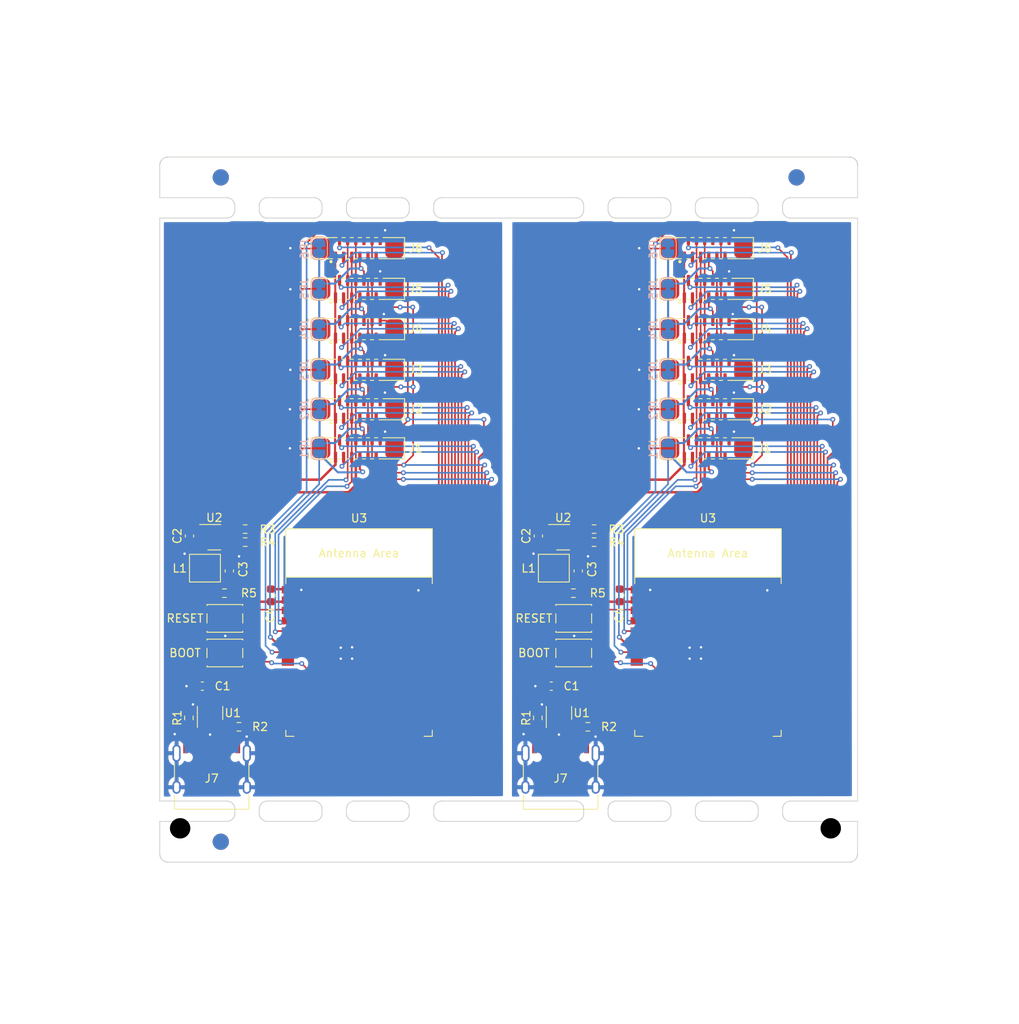
<source format=kicad_pcb>
(kicad_pcb (version 20221018) (generator pcbnew)
  (layers (0 "F.Cu" signal) (31 "B.Cu" signal) (34 "B.Paste" user) (35 "F.Paste" user) (36 "B.SilkS" user "B.Silkscreen") (37 "F.SilkS" user "F.Silkscreen") (38 "B.Mask" user) (39 "F.Mask" user) (44 "Edge.Cuts" user))
  (net 0 "")
  (net 1 "Board_0-/D+")
  (net 2 "Board_0-/D-")
  (net 3 "Board_0-/IN+")
  (net 4 "Board_0-/IN-")
  (net 5 "Board_0-/MISO1")
  (net 6 "Board_0-/MISO2")
  (net 7 "Board_0-/MISO3")
  (net 8 "Board_0-/MISO4")
  (net 9 "Board_0-/MISO5")
  (net 10 "Board_0-/MISO6")
  (net 11 "Board_0-/MOSI1")
  (net 12 "Board_0-/POL1")
  (net 13 "Board_0-/POL2")
  (net 14 "Board_0-/SCL1")
  (net 15 "Board_0-/SCL2")
  (net 16 "Board_0-/SCL3")
  (net 17 "Board_0-/SCL4")
  (net 18 "Board_0-/SCL5")
  (net 19 "Board_0-/SCL6")
  (net 20 "Board_0-/SCLK")
  (net 21 "Board_0-/SDA1")
  (net 22 "Board_0-/SDA2")
  (net 23 "Board_0-/SDA3")
  (net 24 "Board_0-/SDA4")
  (net 25 "Board_0-/SDA5")
  (net 26 "Board_0-/SDA6")
  (net 27 "Board_0-/SS")
  (net 28 "Board_0-/VDD")
  (net 29 "Board_0-/VIN")
  (net 30 "Board_0-/microcontroller/GPIO11")
  (net 31 "Board_0-/microcontroller/GPIO14")
  (net 32 "Board_0-/microcontroller/GPIO15")
  (net 33 "Board_0-/microcontroller/GPIO16")
  (net 34 "Board_0-/microcontroller/GPIO17")
  (net 35 "Board_0-/microcontroller/GPIO18")
  (net 36 "Board_0-/microcontroller/GPIO3")
  (net 37 "Board_0-/microcontroller/GPIO38")
  (net 38 "Board_0-/microcontroller/GPIO46")
  (net 39 "Board_0-/microcontroller/GPIO8")
  (net 40 "Board_0-GND")
  (net 41 "Board_0-Net-(J7-CC1)")
  (net 42 "Board_0-Net-(J7-CC2)")
  (net 43 "Board_0-Net-(U2-FB)")
  (net 44 "Board_0-Net-(U2-SW)")
  (net 45 "Board_0-Net-(U3-EN)")
  (net 46 "Board_0-Net-(U3-GPIO0{slash}BOOT)")
  (net 47 "Board_0-unconnected-(J7-SBU1-PadA8)")
  (net 48 "Board_0-unconnected-(J7-SBU2-PadB8)")
  (net 49 "Board_0-unconnected-(U1-IO3-Pad4)")
  (net 50 "Board_0-unconnected-(U1-IO4-Pad6)")
  (net 51 "Board_0-unconnected-(U3-SPIDQS{slash}GPIO37{slash}FSPIQ{slash}SUBSPIQ-Pad30)")
  (net 52 "Board_0-unconnected-(U3-SPIIO6{slash}GPIO35{slash}FSPID{slash}SUBSPID-Pad28)")
  (net 53 "Board_0-unconnected-(U3-SPIIO7{slash}GPIO36{slash}FSPICLK{slash}SUBSPICLK-Pad29)")
  (net 54 "Board_1-/D+")
  (net 55 "Board_1-/D-")
  (net 56 "Board_1-/IN+")
  (net 57 "Board_1-/IN-")
  (net 58 "Board_1-/MISO1")
  (net 59 "Board_1-/MISO2")
  (net 60 "Board_1-/MISO3")
  (net 61 "Board_1-/MISO4")
  (net 62 "Board_1-/MISO5")
  (net 63 "Board_1-/MISO6")
  (net 64 "Board_1-/MOSI1")
  (net 65 "Board_1-/POL1")
  (net 66 "Board_1-/POL2")
  (net 67 "Board_1-/SCL1")
  (net 68 "Board_1-/SCL2")
  (net 69 "Board_1-/SCL3")
  (net 70 "Board_1-/SCL4")
  (net 71 "Board_1-/SCL5")
  (net 72 "Board_1-/SCL6")
  (net 73 "Board_1-/SCLK")
  (net 74 "Board_1-/SDA1")
  (net 75 "Board_1-/SDA2")
  (net 76 "Board_1-/SDA3")
  (net 77 "Board_1-/SDA4")
  (net 78 "Board_1-/SDA5")
  (net 79 "Board_1-/SDA6")
  (net 80 "Board_1-/SS")
  (net 81 "Board_1-/VDD")
  (net 82 "Board_1-/VIN")
  (net 83 "Board_1-/microcontroller/GPIO11")
  (net 84 "Board_1-/microcontroller/GPIO14")
  (net 85 "Board_1-/microcontroller/GPIO15")
  (net 86 "Board_1-/microcontroller/GPIO16")
  (net 87 "Board_1-/microcontroller/GPIO17")
  (net 88 "Board_1-/microcontroller/GPIO18")
  (net 89 "Board_1-/microcontroller/GPIO3")
  (net 90 "Board_1-/microcontroller/GPIO38")
  (net 91 "Board_1-/microcontroller/GPIO46")
  (net 92 "Board_1-/microcontroller/GPIO8")
  (net 93 "Board_1-GND")
  (net 94 "Board_1-Net-(J7-CC1)")
  (net 95 "Board_1-Net-(J7-CC2)")
  (net 96 "Board_1-Net-(U2-FB)")
  (net 97 "Board_1-Net-(U2-SW)")
  (net 98 "Board_1-Net-(U3-EN)")
  (net 99 "Board_1-Net-(U3-GPIO0{slash}BOOT)")
  (net 100 "Board_1-unconnected-(J7-SBU1-PadA8)")
  (net 101 "Board_1-unconnected-(J7-SBU2-PadB8)")
  (net 102 "Board_1-unconnected-(U1-IO3-Pad4)")
  (net 103 "Board_1-unconnected-(U1-IO4-Pad6)")
  (net 104 "Board_1-unconnected-(U3-SPIDQS{slash}GPIO37{slash}FSPIQ{slash}SUBSPIQ-Pad30)")
  (net 105 "Board_1-unconnected-(U3-SPIIO6{slash}GPIO35{slash}FSPID{slash}SUBSPID-Pad28)")
  (net 106 "Board_1-unconnected-(U3-SPIIO7{slash}GPIO36{slash}FSPICLK{slash}SUBSPICLK-Pad29)")
  (footprint "Button_Switch_SMD:SW_SPST_PTS810" (layer "F.Cu") (at 113.6 76.7 180)
    (fp_text reference "SW1" hide)
    (fp_text value "RESET")
  )
  (footprint "Resistor_SMD:R_0603_1608Metric" (layer "F.Cu") (at 115.33 90.025)
    (fp_text reference "R2")
    (fp_text value "5.1K")
  )
  (footprint "Button_Switch_SMD:SW_SPST_PTS810" (layer "F.Cu") (at 113.6 80.95)
    (fp_text reference "SW2" hide)
    (fp_text value "BOOT")
  )
  (footprint "Capacitor_SMD:C_0603_1608Metric" (layer "F.Cu") (at 119.25 73.875 90)
    (fp_text reference "C4")
    (fp_text value "C" hide)
  )
  (footprint "Resistor_SMD:R_0603_1608Metric" (layer "F.Cu") (at 156.45 73.6 180)
    (fp_text reference "R5")
    (fp_text value "R" hide)
  )
  (footprint "Resistor_SMD:R_0603_1608Metric" (layer "F.Cu") (at 116.1 65.725)
    (fp_text reference "R3")
    (fp_text value "31.6k" hide)
  )
  (footprint "Optacon_common:Jushuo_AFC11-S12I" (layer "F.Cu") (at 129.95 46.15)
    (fp_text reference "J3")
    (fp_text value "Conn_01x12_MountingPin" hide)
  )
  (footprint "Package_TO_SOT_SMD:SOT-23-5" (layer "F.Cu") (at 155.2 66.725)
    (fp_text reference "U2")
    (fp_text value "M3406-ADJ" hide)
  )
  (footprint "Capacitor_SMD:C_0603_1608Metric" (layer "F.Cu") (at 110.83 85.025)
    (fp_text reference "C1")
    (fp_text value "C")
  )
  (footprint "Resistor_SMD:R_0603_1608Metric" (layer "F.Cu") (at 159 65.725)
    (fp_text reference "R3")
    (fp_text value "31.6k" hide)
  )
  (footprint "NPTH" (layer "F.Cu") (at 108.1 102.5)
    (fp_text reference "REF**" hide)
    (fp_text value "NPTH" hide)
  )
  (footprint "Optacon_common:Jushuo_AFC11-S12I" (layer "F.Cu") (at 129.95 36.2)
    (fp_text reference "J5")
    (fp_text value "Conn_01x12_MountingPin" hide)
  )
  (footprint "Optacon_common:Jushuo_AFC11-S12I" (layer "F.Cu") (at 129.95 51)
    (fp_text reference "J2")
    (fp_text value "Conn_01x12_MountingPin" hide)
  )
  (footprint "Optacon_common:Jushuo_AFC11-S12I" (layer "F.Cu") (at 129.95 55.8)
    (fp_text reference "J1")
    (fp_text value "Conn_01x12_MountingPin" hide)
  )
  (footprint "Capacitor_SMD:C_0603_1608Metric" (layer "F.Cu") (at 162.15 73.875 90)
    (fp_text reference "C4")
    (fp_text value "C" hide)
  )
  (footprint "Connector_USB:USB_C_Receptacle_XKB_U262-16XN-4BVC11" (layer "F.Cu") (at 111.98 96.375)
    (fp_text reference "J7")
    (fp_text value "USB_C_Receptacle_USB2.0")
  )
  (footprint "Capacitor_SMD:C_0603_1608Metric" (layer "F.Cu") (at 109.25 66.575 -90)
    (fp_text reference "C2")
    (fp_text value "4.7µF" hide)
  )
  (footprint "Capacitor_SMD:C_0603_1608Metric" (layer "F.Cu") (at 153.73 85.025)
    (fp_text reference "C1")
    (fp_text value "C")
  )
  (footprint "Fiducial" (layer "F.Cu") (at 113.1 22.5)
    (fp_text reference "KiKit_FID_T_1" hide)
    (fp_text value "Fiducial" hide)
  )
  (footprint "Package_TO_SOT_SMD:SOT-23-6" (layer "F.Cu") (at 111.78 88.3125 90)
    (fp_text reference "U1")
    (fp_text value "SRV05-4")
  )
  (footprint "Package_TO_SOT_SMD:SOT-23-5" (layer "F.Cu") (at 112.3 66.725)
    (fp_text reference "U2")
    (fp_text value "M3406-ADJ" hide)
  )
  (footprint "Optacon_common:TDK_VLS_3012" (layer "F.Cu") (at 154.05 70.525 -90)
    (fp_text reference "L1")
    (fp_text value "3.3µH" hide)
  )
  (footprint "Connector_USB:USB_C_Receptacle_XKB_U262-16XN-4BVC11" (layer "F.Cu") (at 154.88 96.375)
    (fp_text reference "J7")
    (fp_text value "USB_C_Receptacle_USB2.0")
  )
  (footprint "Fiducial" (layer "F.Cu") (at 183.9 22.5)
    (fp_text reference "KiKit_FID_T_2" hide)
    (fp_text value "Fiducial" hide)
  )
  (footprint "Resistor_SMD:R_0603_1608Metric" (layer "F.Cu") (at 159 67.325 180)
    (fp_text reference "R4")
    (fp_text value "6.98k" hide)
  )
  (footprint "NPTH" (layer "F.Cu") (at 188.1 102.5)
    (fp_text reference "REF**" hide)
    (fp_text value "NPTH" hide)
  )
  (footprint "Resistor_SMD:R_0603_1608Metric" (layer "F.Cu") (at 116.1 67.325 180)
    (fp_text reference "R4")
    (fp_text value "6.98k" hide)
  )
  (footprint "Optacon_common:Jushuo_AFC11-S12I" (layer "F.Cu") (at 172.85 51)
    (fp_text reference "J2")
    (fp_text value "Conn_01x12_MountingPin" hide)
  )
  (footprint "Resistor_SMD:R_0603_1608Metric" (layer "F.Cu") (at 158.23 90.025)
    (fp_text reference "R2")
    (fp_text value "5.1K")
  )
  (footprint "Capacitor_SMD:C_0603_1608Metric" (layer "F.Cu") (at 152.15 66.575 -90)
    (fp_text reference "C2")
    (fp_text value "4.7µF" hide)
  )
  (footprint "Button_Switch_SMD:SW_SPST_PTS810" (layer "F.Cu") (at 156.5 76.7 180)
    (fp_text reference "SW1" hide)
    (fp_text value "RESET")
  )
  (footprint "Optacon_common:TDK_VLS_3012" (layer "F.Cu") (at 111.15 70.525 -90)
    (fp_text reference "L1")
    (fp_text value "3.3µH" hide)
  )
  (footprint "Package_TO_SOT_SMD:SOT-23-6" (layer "F.Cu") (at 154.68 88.3125 90)
    (fp_text reference "U1")
    (fp_text value "SRV05-4")
  )
  (footprint "Optacon_common:Jushuo_AFC11-S12I" (layer "F.Cu") (at 172.85 41.15)
    (fp_text reference "J4")
    (fp_text value "Conn_01x12_MountingPin" hide)
  )
  (footprint "Optacon_common:Jushuo_AFC11-S12I" (layer "F.Cu") (at 172.85 55.8)
    (fp_text reference "J1")
    (fp_text value "Conn_01x12_MountingPin" hide)
  )
  (footprint "Optacon_common:Jushuo_AFC11-S12I" (layer "F.Cu") (at 129.95 41.15)
    (fp_text reference "J4")
    (fp_text value "Conn_01x12_MountingPin" hide)
  )
  (footprint "Optacon_common:Jushuo_AFC11-S12I" (layer "F.Cu") (at 172.85 31.2)
    (fp_text reference "J6")
    (fp_text value "Conn_01x12_MountingPin" hide)
  )
  (footprint "Resistor_SMD:R_0603_1608Metric" (layer "F.Cu") (at 113.55 73.6 180)
    (fp_text reference "R5")
    (fp_text value "R" hide)
  )
  (footprint "PCM_Espressif:ESP32-S3-WROOM-1" (layer "F.Cu") (at 130.1 81.44)
    (fp_text reference "U3")
    (fp_text value "ESP32-S3-WROOM-1")
  )
  (footprint "Capacitor_SMD:C_0603_1608Metric" (layer "F.Cu") (at 157.05 70.875 90)
    (fp_text reference "C3")
    (fp_text value "10µF" hide)
  )
  (footprint "Resistor_SMD:R_0603_1608Metric" (layer "F.Cu") (at 109.18 88.925 90)
    (fp_text reference "R1")
    (fp_text value "5.1K" hide)
  )
  (footprint "PCM_Espressif:ESP32-S3-WROOM-1" (layer "F.Cu") (at 173 81.44)
    (fp_text reference "U3")
    (fp_text value "ESP32-S3-WROOM-1")
  )
  (footprint "Capacitor_SMD:C_0603_1608Metric" (layer "F.Cu") (at 114.15 70.875 90)
    (fp_text reference "C3")
    (fp_text value "10µF" hide)
  )
  (footprint "Resistor_SMD:R_0603_1608Metric" (layer "F.Cu") (at 152.08 88.925 90)
    (fp_text reference "R1")
    (fp_text value "5.1K" hide)
  )
  (footprint "Fiducial" (layer "F.Cu") (at 113.1 104.15)
    (fp_text reference "KiKit_FID_T_3" hide)
    (fp_text value "Fiducial" hide)
  )
  (footprint "Optacon_common:Jushuo_AFC11-S12I" (layer "F.Cu") (at 172.85 46.15)
    (fp_text reference "J3")
    (fp_text value "Conn_01x12_MountingPin" hide)
  )
  (footprint "Button_Switch_SMD:SW_SPST_PTS810" (layer "F.Cu") (at 156.5 80.95)
    (fp_text reference "SW2" hide)
    (fp_text value "BOOT")
  )
  (footprint "Optacon_common:Jushuo_AFC11-S12I" (layer "F.Cu") (at 172.85 36.2)
    (fp_text reference "J5")
    (fp_text value "Conn_01x12_MountingPin" hide)
  )
  (footprint "Optacon_common:Jushuo_AFC11-S12I" (layer "F.Cu") (at 129.95 31.2)
    (fp_text reference "J6")
    (fp_text value "Conn_01x12_MountingPin" hide)
  )
  (footprint "Jumper:SolderJumper-2_P1.3mm_Bridged_RoundedPad1.0x1.5mm" (layer "B.Cu") (at 125.2 46.15 -90)
    (fp_text reference "JP3")
    (fp_text value "SolderJumper_2_Bridged" hide)
  )
  (footprint "Jumper:SolderJumper-2_P1.3mm_Bridged_RoundedPad1.0x1.5mm" (layer "B.Cu") (at 125.2 31.2 -90)
    (fp_text reference "JP6")
    (fp_text value "SolderJumper_2_Bridged" hide)
  )
  (footprint "Jumper:SolderJumper-2_P1.3mm_Bridged_RoundedPad1.0x1.5mm" (layer "B.Cu") (at 168.1 51 -90)
    (fp_text reference "JP2")
    (fp_text value "SolderJumper_2_Bridged" hide)
  )
  (footprint "Jumper:SolderJumper-2_P1.3mm_Open_RoundedPad1.0x1.5mm" (layer "B.Cu") (at 125.2 55.8 -90)
    (fp_text reference "JP1")
    (fp_text value "SolderJumper_2_Open" hide)
  )
  (footprint "Jumper:SolderJumper-2_P1.3mm_Bridged_RoundedPad1.0x1.5mm" (layer "B.Cu") (at 168.1 36.2 -90)
    (fp_text reference "JP5")
    (fp_text value "SolderJumper_2_Bridged" hide)
  )
  (footprint "Fiducial" (layer "B.Cu") (at 113.1 104.15)
    (fp_text reference "KiKit_FID_B_3" hide)
    (fp_text value "Fiducial" hide)
  )
  (footprint "Fiducial" (layer "B.Cu") (at 113.1 22.5)
    (fp_text reference "KiKit_FID_B_1" hide)
    (fp_text value "Fiducial" hide)
  )
  (footprint "Jumper:SolderJumper-2_P1.3mm_Bridged_RoundedPad1.0x1.5mm" (layer "B.Cu") (at 125.2 51 -90)
    (fp_text reference "JP2")
    (fp_text value "SolderJumper_2_Bridged" hide)
  )
  (footprint "Fiducial" (layer "B.Cu") (at 183.9 22.5)
    (fp_text reference "KiKit_FID_B_2" hide)
    (fp_text value "Fiducial" hide)
  )
  (footprint "Jumper:SolderJumper-2_P1.3mm_Bridged_RoundedPad1.0x1.5mm" (layer "B.Cu") (at 125.2 41.15 -90)
    (fp_text reference "JP4")
    (fp_text value "SolderJumper_2_Bridged" hide)
  )
  (footprint "Jumper:SolderJumper-2_P1.3mm_Bridged_RoundedPad1.0x1.5mm" (layer "B.Cu") (at 125.2 36.2 -90)
    (fp_text reference "JP5")
    (fp_text value "SolderJumper_2_Bridged" hide)
  )
  (footprint "Jumper:SolderJumper-2_P1.3mm_Bridged_RoundedPad1.0x1.5mm" (layer "B.Cu") (at 168.1 31.2 -90)
    (fp_text reference "JP6")
    (fp_text value "SolderJumper_2_Bridged" hide)
  )
  (footprint "Jumper:SolderJumper-2_P1.3mm_Bridged_RoundedPad1.0x1.5mm" (layer "B.Cu") (at 168.1 46.15 -90)
    (fp_text reference "JP3")
    (fp_text value "SolderJumper_2_Bridged" hide)
  )
  (footprint "Jumper:SolderJumper-2_P1.3mm_Bridged_RoundedPad1.0x1.5mm" (layer "B.Cu") (at 168.1 41.15 -90)
    (fp_text reference "JP4")
    (fp_text value "SolderJumper_2_Bridged" hide)
  )
  (footprint "Jumper:SolderJumper-2_P1.3mm_Open_RoundedPad1.0x1.5mm" (layer "B.Cu") (at 168.1 55.8 -90)
    (fp_text reference "JP1")
    (fp_text value "SolderJumper_2_Open" hide)
  )
  (gr_line (start 182.399721 25.361952) (end 182.43146 25.325158) (stroke (width 0.1)) (layer "Edge.Cuts"))
  (gr_line (start 191.394905 105.747743) (end 191.395771 105.736004) (stroke (width 0.1)) (layer "Edge.Cuts"))
  (gr_line (start 191.399583 27.507387) (end 191.39944 27.506917) (stroke (width 0.1)) (layer "Edge.Cuts"))
  (gr_line (start 161.521861 27.480974) (end 161.47445 27.470328) (stroke (width 0.1)) (layer "Edge.Cuts"))
  (gr_line (start 157.682368 100.94738) (end 157.667125 100.993519) (stroke (width 0.1)) (layer "Edge.Cuts"))
  (gr_line (start 139.304671 99.89945) (end 139.317631 99.852619) (stroke (width 0.1)) (layer "Edge.Cuts"))
  (gr_line (start 135.333576 25.001195) (end 135.382036 25.00477) (stroke (width 0.1)) (layer "Edge.Cuts"))
  (gr_line (start 105.601122 27.505558) (end 105.600912 27.506002) (stroke (width 0.1)) (layer "Edge.Cuts"))
  (gr_line (start 191.39684 27.502811) (end 191.396477 27.502482) (stroke (width 0.1)) (layer "Edge.Cuts"))
  (gr_line (start 191.224302 106.215228) (end 191.23108 106.205605) (stroke (width 0.1)) (layer "Edge.Cuts"))
  (gr_line (start 190.485759 20.004213) (end 190.412257 20.000602) (stroke (width 0.1)) (layer "Edge.Cuts"))
  (gr_line (start 190.497743 106.644905) (end 190.498231 106.644857) (stroke (width 0.1)) (layer "Edge.Cuts"))
  (gr_line (start 161.617963 101.645229) (end 161.569737 101.639281) (stroke (width 0.1)) (layer "Edge.Cuts"))
  (gr_line (start 179.132368 25.702619) (end 179.145328 25.74945) (stroke (width 0.1)) (layer "Edge.Cuts"))
  (gr_line (start 171.45 100.140122) (end 171.451195 100.091423) (stroke (width 0.1)) (layer "Edge.Cuts"))
  (gr_line (start 118.306039 25.140851) (end 118.348318 25.1169) (stroke (width 0.1)) (layer "Edge.Cuts"))
  (gr_line (start 114.34396 101.509148) (end 114.301681 101.533099) (stroke (width 0.1)) (layer "Edge.Cuts"))
  (gr_line (start 191.327928 106.021358) (end 191.328014 106.021128) (stroke (width 0.1)) (layer "Edge.Cuts"))
  (gr_line (start 105.901986 20.284651) (end 105.901806 20.284818) (stroke (width 0.1)) (layer "Edge.Cuts"))
  (gr_line (start 125.188047 99.374721) (end 125.224841 99.40646) (stroke (width 0.1)) (layer "Edge.Cuts"))
  (gr_line (start 191.382547 105.833193) (end 191.382586 105.83295) (stroke (width 0.1)) (layer "Edge.Cuts"))
  (gr_line (start 161.248318 27.383099) (end 161.206039 27.359148) (stroke (width 0.1)) (layer "Edge.Cuts"))
  (gr_line (start 171.45 25.990122) (end 171.451195 25.941423) (stroke (width 0.1)) (layer "Edge.Cuts"))
  (gr_line (start 139.27977 100.757036) (end 139.276195 100.708576) (stroke (width 0.1)) (layer "Edge.Cuts"))
  (gr_line (start 171.644826 25.400259) (end 171.674721 25.361952) (stroke (width 0.1)) (layer "Edge.Cuts"))
  (gr_line (start 191.399942 24.99019) (end 191.399996 24.987972) (stroke (width 0.1)) (layer "Edge.Cuts"))
  (gr_line (start 182.43146 101.324841) (end 182.399721 101.288047) (stroke (width 0.1)) (layer "Edge.Cuts"))
  (gr_line (start 182.217631 25.702619) (end 182.232874 25.65648) (stroke (width 0.1)) (layer "Edge.Cuts"))
  (gr_line (start 105.724388 106.131923) (end 105.762221 106.195043) (stroke (width 0.1)) (layer "Edge.Cuts"))
  (gr_line (start 118.527619 101.607368) (end 118.48148 101.592125) (stroke (width 0.1)) (layer "Edge.Cuts"))
  (gr_line (start 191.391655 27.500201) (end 191.391169 27.500129) (stroke (width 0.1)) (layer "Edge.Cuts"))
  (gr_line (start 129.031039 25.140851) (end 129.073318 25.1169) (stroke (width 0.1)) (layer "Edge.Cuts"))
  (gr_line (start 156.975549 25.029671) (end 157.02238 25.042631) (stroke (width 0.1)) (layer "Edge.Cuts"))
  (gr_line (start 157.158278 27.404946) (end 157.113855 27.424637) (stroke (width 0.1)) (layer "Edge.Cuts"))
  (gr_line (start 190.58295 106.632586) (end 190.583193 106.632547) (stroke (width 0.1)) (layer "Edge.Cuts"))
  (gr_line (start 161.427619 27.457368) (end 161.38148 27.442125) (stroke (width 0.1)) (layer "Edge.Cuts"))
  (gr_line (start 183.165122 25) (end 191.387727 25) (stroke (width 0.1)) (layer "Edge.Cuts"))
  (gr_line (start 168.010012 25.166847) (end 168.04974 25.194826) (stroke (width 0.1)) (layer "Edge.Cuts"))
  (gr_line (start 161.291721 101.554946) (end 161.248318 101.533099) (stroke (width 0.1)) (layer "Edge.Cuts"))
  (gr_line (start 114.168519 101.592125) (end 114.12238 101.607368) (stroke (width 0.1)) (layer "Edge.Cuts"))
  (gr_line (start 172.152619 99.192631) (end 172.19945 99.179671) (stroke (width 0.1)) (layer "Edge.Cuts"))
  (gr_line (start 171.469025 26.703138) (end 171.460718 26.655262) (stroke (width 0.1)) (layer "Edge.Cuts"))
  (gr_line (start 139.93148 25.057874) (end 139.977619 25.042631) (stroke (width 0.1)) (layer "Edge.Cuts"))
  (gr_line (start 128.989987 101.483152) (end 128.950259 101.455173) (stroke (width 0.1)) (layer "Edge.Cuts"))
  (gr_line (start 161.291721 99.245053) (end 161.336144 99.225362) (stroke (width 0.1)) (layer "Edge.Cuts"))
  (gr_line (start 128.950259 25.194826) (end 128.989987 25.166847) (stroke (width 0.1)) (layer "Edge.Cuts"))
  (gr_line (start 168.430974 100.853138) (end 168.420328 100.900549) (stroke (width 0.1)) (layer "Edge.Cuts"))
  (gr_line (start 191.393383 105.760156) (end 191.393417 105.759913) (stroke (width 0.1)) (layer "Edge.Cuts"))
  (gr_line (start 178.69396 27.359148) (end 178.651681 27.383099) (stroke (width 0.1)) (layer "Edge.Cuts"))
  (gr_line (start 156.783576 99.151195) (end 156.832036 99.15477) (stroke (width 0.1)) (layer "Edge.Cuts"))
  (gr_line (start 168.439281 100.805262) (end 168.430974 100.853138) (stroke (width 0.1)) (layer "Edge.Cuts"))
  (gr_line (start 125.474637 25.611144) (end 125.492125 25.65648) (stroke (width 0.1)) (layer "Edge.Cuts"))
  (gr_line (start 128.607874 25.65648) (end 128.625362 25.611144) (stroke (width 0.1)) (layer "Edge.Cuts"))
  (gr_line (start 190.485759 106.645786) (end 190.486004 106.645771) (stroke (width 0.1)) (layer "Edge.Cuts"))
  (gr_line (start 114.258278 25.095053) (end 114.301681 25.1169) (stroke (width 0.1)) (layer "Edge.Cuts"))
  (gr_line (start 139.285718 25.844737) (end 139.294025 25.796861) (stroke (width 0.1)) (layer "Edge.Cuts"))
  (gr_line (start 182.464966 27.210033) (end 182.43146 27.174841) (stroke (width 0.1)) (layer "Edge.Cuts"))
  (gr_line (start 125.545229 26.607036) (end 125.539281 26.655262) (stroke (width 0.1)) (layer "Edge.Cuts"))
  (gr_line (start 190.498231 106.644857) (end 190.509913 106.643417) (stroke (width 0.1)) (layer "Edge.Cuts"))
  (gr_line (start 139.977619 99.192631) (end 140.02445 99.179671) (stroke (width 0.1)) (layer "Edge.Cuts"))
  (gr_line (start 114.463047 101.425278) (end 114.42474 101.455173) (stroke (width 0.1)) (layer "Edge.Cuts"))
  (gr_line (start 168.354946 99.716721) (end 168.374637 99.761144) (stroke (width 0.1)) (layer "Edge.Cuts"))
  (gr_line (start 118.717963 101.645229) (end 118.669737 101.639281) (stroke (width 0.1)) (layer "Edge.Cuts"))
  (gr_line (start 191.39987 24.991169) (end 191.399918 24.990681) (stroke (width 0.1)) (layer "Edge.Cuts"))
  (gr_line (start 128.55 100.659877) (end 128.55 100.140122) (stroke (width 0.1)) (layer "Edge.Cuts"))
  (gr_line (start 105.606455 101.650724) (end 105.606002 101.650912) (stroke (width 0.1)) (layer "Edge.Cuts"))
  (gr_line (start 191.107065 20.293281) (end 191.106718 20.292934) (stroke (width 0.1)) (layer "Edge.Cuts"))
  (gr_line (start 125.188047 27.275278) (end 125.14974 27.305173) (stroke (width 0.1)) (layer "Edge.Cuts"))
  (gr_line (start 191.394441 99.148877) (end 191.394874 99.148646) (stroke (width 0.1)) (layer "Edge.Cuts"))
  (gr_line (start 106.139476 20.112939) (end 106.128963 20.118231) (stroke (width 0.1)) (layer "Edge.Cuts"))
  (gr_line (start 135.478138 99.169025) (end 135.525549 99.179671) (stroke (width 0.1)) (layer "Edge.Cuts"))
  (gr_line (start 172.016721 25.095053) (end 172.061144 25.075362) (stroke (width 0.1)) (layer "Edge.Cuts"))
  (gr_line (start 157.558152 99.589987) (end 157.584148 99.631039) (stroke (width 0.1)) (layer "Edge.Cuts"))
  (gr_line (start 105.640077 20.721619) (end 105.622196 20.793005) (stroke (width 0.1)) (layer "Edge.Cuts"))
  (gr_line (start 128.55477 100.042963) (end 128.560718 99.994737) (stroke (width 0.1)) (layer "Edge.Cuts"))
  (gr_line (start 114.535033 101.360033) (end 114.499841 101.393539) (stroke (width 0.1)) (layer "Edge.Cuts"))
  (gr_line (start 179.175 25.990122) (end 179.175 26.509877) (stroke (width 0.1)) (layer "Edge.Cuts"))
  (gr_line (start 118.391721 101.554946) (end 118.348318 101.533099) (stroke (width 0.1)) (layer "Edge.Cuts"))
  (gr_line (start 179.170229 26.607036) (end 179.164281 26.655262) (stroke (width 0.1)) (layer "Edge.Cuts"))
  (gr_line (start 105.605558 101.651122) (end 105.605125 101.651353) (stroke (width 0.1)) (layer "Edge.Cuts"))
  (gr_line (start 136.270229 100.042963) (end 136.273804 100.091423) (stroke (width 0.1)) (layer "Edge.Cuts"))
  (gr_line (start 125.55 100.659877) (end 125.548804 100.708576) (stroke (width 0.1)) (layer "Edge.Cuts"))
  (gr_line (start 139.53146 99.475158) (end 139.564966 99.439966) (stroke (width 0.1)) (layer "Edge.Cuts"))
  (gr_line (start 105.612027 99.149996) (end 105.612272 99.15) (stroke (width 0.1)) (layer "Edge.Cuts"))
  (gr_line (start 139.304671 26.750549) (end 139.294025 26.703138) (stroke (width 0.1)) (layer "Edge.Cuts"))
  (gr_line (start 172.061144 25.075362) (end 172.10648 25.057874) (stroke (width 0.1)) (layer "Edge.Cuts"))
  (gr_line (start 125.409148 27.01896) (end 125.383152 27.060012) (stroke (width 0.1)) (layer "Edge.Cuts"))
  (gr_line (start 105.712831 106.110302) (end 105.712939 106.110523) (stroke (width 0.1)) (layer "Edge.Cuts"))
  (gr_line (start 105.604213 20.91424) (end 105.600602 20.987742) (stroke (width 0.1)) (layer "Edge.Cuts"))
  (gr_line (start 128.744826 27.09974) (end 128.716847 27.060012) (stroke (width 0.1)) (layer "Edge.Cuts"))
  (gr_line (start 171.492631 26.79738) (end 171.479671 26.750549) (stroke (width 0.1)) (layer "Edge.Cuts"))
  (gr_line (start 167.926681 101.533099) (end 167.883278 101.554946) (stroke (width 0.1)) (layer "Edge.Cuts"))
  (gr_line (start 128.744826 101.24974) (end 128.716847 101.210012) (stroke (width 0.1)) (layer "Edge.Cuts"))
  (gr_line (start 179.155974 26.703138) (end 179.145328 26.750549) (stroke (width 0.1)) (layer "Edge.Cuts"))
  (gr_line (start 171.850259 99.344826) (end 171.889987 99.316847) (stroke (width 0.1)) (layer "Edge.Cuts"))
  (gr_line (start 105.676307 106.03234) (end 105.676495 106.032793) (stroke (width 0.1)) (layer "Edge.Cuts"))
  (gr_line (start 113.883576 25.001195) (end 113.932036 25.00477) (stroke (width 0.1)) (layer "Edge.Cuts"))
  (gr_line (start 168.04974 25.194826) (end 168.088047 25.224721) (stroke (width 0.1)) (layer "Edge.Cuts"))
  (gr_line (start 105.712939 106.110523) (end 105.718231 106.121036) (stroke (width 0.1)) (layer "Edge.Cuts"))
  (gr_line (start 105.604296 27.501878) (end 105.603902 27.50217) (stroke (width 0.1)) (layer "Edge.Cuts"))
  (gr_line (start 156.783576 101.648804) (end 156.734877 101.65) (stroke (width 0.1)) (layer "Edge.Cuts"))
  (gr_line (start 139.977619 25.042631) (end 140.02445 25.029671) (stroke (width 0.1)) (layer "Edge.Cuts"))
  (gr_line (start 178.282036 99.15477) (end 178.330262 99.160718) (stroke (width 0.1)) (layer "Edge.Cuts"))
  (gr_line (start 105.606455 24.999275) (end 105.606917 24.99944) (stroke (width 0.1)) (layer "Edge.Cuts"))
  (gr_line (start 105.647194 105.951839) (end 105.671985 106.021128) (stroke (width 0.1)) (layer "Edge.Cuts"))
  (gr_line (start 139.499721 99.511952) (end 139.53146 99.475158) (stroke (width 0.1)) (layer "Edge.Cuts"))
  (gr_line (start 191.396097 101.65217) (end 191.395703 101.651878) (stroke (width 0.1)) (layer "Edge.Cuts"))
  (gr_line (start 114.749637 101.038855) (end 114.729946 101.083278) (stroke (width 0.1)) (layer "Edge.Cuts"))
  (gr_line (start 191.4 24.987727) (end 191.4 21.012272) (stroke (width 0.1)) (layer "Edge.Cuts"))
  (gr_line (start 191.287168 20.539697) (end 191.28706 20.539476) (stroke (width 0.1)) (layer "Edge.Cuts"))
  (gr_line (start 157.682368 25.702619) (end 157.695328 25.74945) (stroke (width 0.1)) (layer "Edge.Cuts"))
  (gr_line (start 168.255173 25.400259) (end 168.283152 25.439987) (stroke (width 0.1)) (layer "Edge.Cuts"))
  (gr_line (start 182.656039 25.140851) (end 182.698318 25.1169) (stroke (width 0.1)) (layer "Edge.Cuts"))
  (gr_line (start 106.139697 20.112831) (end 106.139476 20.112939) (stroke (width 0.1)) (layer "Edge.Cuts"))
  (gr_line (start 161.617963 99.15477) (end 161.666423 99.151195) (stroke (width 0.1)) (layer "Edge.Cuts"))
  (gr_line (start 117.920053 26.933278) (end 117.900362 26.888855) (stroke (width 0.1)) (layer "Edge.Cuts"))
  (gr_line (start 156.783576 25.001195) (end 156.832036 25.00477) (stroke (width 0.1)) (layer "Edge.Cuts"))
  (gr_line (start 160.949721 99.511952) (end 160.98146 99.475158) (stroke (width 0.1)) (layer "Edge.Cuts"))
  (gr_line (start 178.69396 101.509148) (end 178.651681 101.533099) (stroke (width 0.1)) (layer "Edge.Cuts"))
  (gr_line (start 179.034148 25.481039) (end 179.058099 25.523318) (stroke (width 0.1)) (layer "Edge.Cuts"))
  (gr_line (start 118.669737 27.489281) (end 118.621861 27.480974) (stroke (width 0.1)) (layer "Edge.Cuts"))
  (gr_line (start 128.80646 101.324841) (end 128.774721 101.288047) (stroke (width 0.1)) (layer "Edge.Cuts"))
  (gr_line (start 125.530974 25.796861) (end 125.539281 25.844737) (stroke (width 0.1)) (layer "Edge.Cuts"))
  (gr_line (start 106.228871 20.071985) (end 106.228641 20.072071) (stroke (width 0.1)) (layer "Edge.Cuts"))
  (gr_line (start 168.283152 99.589987) (end 168.309148 99.631039) (stroke (width 0.1)) (layer "Edge.Cuts"))
  (gr_line (start 105.600724 27.506455) (end 105.600559 27.506917) (stroke (width 0.1)) (layer "Edge.Cuts"))
  (gr_line (start 171.739966 25.289966) (end 171.775158 25.25646) (stroke (width 0.1)) (layer "Edge.Cuts"))
  (gr_line (start 157.720229 25.892963) (end 157.723804 25.941423) (stroke (width 0.1)) (layer "Edge.Cuts"))
  (gr_line (start 190.498231 20.005142) (end 190.497743 20.005094) (stroke (width 0.1)) (layer "Edge.Cuts"))
  (gr_line (start 113.980262 25.010718) (end 114.028138 25.019025) (stroke (width 0.1)) (layer "Edge.Cuts"))
  (gr_line (start 105.6 21.012272) (end 105.6 24.987727) (stroke (width 0.1)) (layer "Edge.Cuts"))
  (gr_line (start 182.656039 101.509148) (end 182.614987 101.483152) (stroke (width 0.1)) (layer "Edge.Cuts"))
  (gr_line (start 183.067963 99.15477) (end 183.116423 99.151195) (stroke (width 0.1)) (layer "Edge.Cuts"))
  (gr_line (start 135.913047 27.275278) (end 135.87474 27.305173) (stroke (width 0.1)) (layer "Edge.Cuts"))
  (gr_line (start 182.204671 99.89945) (end 182.217631 99.852619) (stroke (width 0.1)) (layer "Edge.Cuts"))
  (gr_line (start 161.666423 27.498804) (end 161.617963 27.495229) (stroke (width 0.1)) (layer "Edge.Cuts"))
  (gr_line (start 190.412257 20.000602) (end 190.412012 20.000593) (stroke (width 0.1)) (layer "Edge.Cuts"))
  (gr_line (start 161.050158 25.25646) (end 161.086952 25.224721) (stroke (width 0.1)) (layer "Edge.Cuts"))
  (gr_line (start 171.889987 27.333152) (end 171.850259 27.305173) (stroke (width 0.1)) (layer "Edge.Cuts"))
  (gr_line (start 106.309568 20.043422) (end 106.298392 20.047114) (stroke (width 0.1)) (layer "Edge.Cuts"))
  (gr_line (start 172.391423 101.648804) (end 172.342963 101.645229) (stroke (width 0.1)) (layer "Edge.Cuts"))
  (gr_line (start 105.643422 20.709568) (end 105.643279 20.710038) (stroke (width 0.1)) (layer "Edge.Cuts"))
  (gr_line (start 191.399275 99.143544) (end 191.39944 99.143082) (stroke (width 0.1)) (layer "Edge.Cuts"))
  (gr_line (start 118.225259 101.455173) (end 118.186952 101.425278) (stroke (width 0.1)) (layer "Edge.Cuts"))
  (gr_line (start 168.392125 26.843519) (end 168.374637 26.888855) (stroke (width 0.1)) (layer "Edge.Cuts"))
  (gr_line (start 105.605142 105.748231) (end 105.606582 105.759913) (stroke (width 0.1)) (layer "Edge.Cuts"))
  (gr_line (start 135.284877 101.65) (end 129.540122 101.65) (stroke (width 0.1)) (layer "Edge.Cuts"))
  (gr_line (start 139.3919 101.126681) (end 139.370053 101.083278) (stroke (width 0.1)) (layer "Edge.Cuts"))
  (gr_line (start 136.255974 100.853138) (end 136.245328 100.900549) (stroke (width 0.1)) (layer "Edge.Cuts"))
  (gr_line (start 105.672071 106.021358) (end 105.676307 106.03234) (stroke (width 0.1)) (layer "Edge.Cuts"))
  (gr_line (start 136.134148 27.01896) (end 136.108152 27.060012) (stroke (width 0.1)) (layer "Edge.Cuts"))
  (gr_line (start 128.690851 99.631039) (end 128.716847 99.589987) (stroke (width 0.1)) (layer "Edge.Cuts"))
  (gr_line (start 171.889987 25.166847) (end 171.931039 25.140851) (stroke (width 0.1)) (layer "Edge.Cuts"))
  (gr_line (start 167.926681 99.2669) (end 167.96896 99.290851) (stroke (width 0.1)) (layer "Edge.Cuts"))
  (gr_line (start 191.393082 24.99944) (end 191.393544 24.999275) (stroke (width 0.1)) (layer "Edge.Cuts"))
  (gr_line (start 135.79396 101.509148) (end 135.751681 101.533099) (stroke (width 0.1)) (layer "Edge.Cuts"))
  (gr_line (start 161.248318 99.2669) (end 161.291721 99.245053) (stroke (width 0.1)) (layer "Edge.Cuts"))
  (gr_line (start 129.252619 25.042631) (end 129.29945 25.029671) (stroke (width 0.1)) (layer "Edge.Cuts"))
  (gr_line (start 172.246861 101.630974) (end 172.19945 101.620328) (stroke (width 0.1)) (layer "Edge.Cuts"))
  (gr_line (start 129.29945 25.029671) (end 129.346861 25.019025) (stroke (width 0.1)) (layer "Edge.Cuts"))
  (gr_line (start 191.391169 24.99987) (end 191.391655 24.999798) (stroke (width 0.1)) (layer "Edge.Cuts"))
  (gr_line (start 106.405209 20.019465) (end 106.404728 20.019561) (stroke (width 0.1)) (layer "Edge.Cuts"))
  (gr_line (start 125.454946 26.933278) (end 125.433099 26.976681) (stroke (width 0.1)) (layer "Edge.Cuts"))
  (gr_line (start 191.281537 20.52853) (end 191.275735 20.518288) (stroke (width 0.1)) (layer "Edge.Cuts"))
  (gr_line (start 178.425549 99.179671) (end 178.47238 99.192631) (stroke (width 0.1)) (layer "Edge.Cuts"))
  (gr_line (start 171.590851 101.16896) (end 171.5669 101.126681) (stroke (width 0.1)) (layer "Edge.Cuts"))
  (gr_line (start 105.647114 20.698392) (end 105.643422 20.709568) (stroke (width 0.1)) (layer "Edge.Cuts"))
  (gr_line (start 160.744025 100.853138) (end 160.735718 100.805262) (stroke (width 0.1)) (layer "Edge.Cuts"))
  (gr_line (start 139.317631 99.852619) (end 139.332874 99.80648) (stroke (width 0.1)) (layer "Edge.Cuts"))
  (gr_line (start 168.354946 101.083278) (end 168.333099 101.126681) (stroke (width 0.1)) (layer "Edge.Cuts"))
  (gr_line (start 128.839966 99.439966) (end 128.875158 99.40646) (stroke (width 0.1)) (layer "Edge.Cuts"))
  (gr_line (start 105.60217 24.996097) (end 105.602482 24.996477) (stroke (width 0.1)) (layer "Edge.Cuts"))
  (gr_line (start 128.744826 25.400259) (end 128.774721 25.361952) (stroke (width 0.1)) (layer "Edge.Cuts"))
  (gr_line (start 135.57238 27.457368) (end 135.525549 27.470328) (stroke (width 0.1)) (layer "Edge.Cuts"))
  (gr_line (start 172.294737 101.639281) (end 172.246861 101.630974) (stroke (width 0.1)) (layer "Edge.Cuts"))
  (gr_line (start 139.370053 26.933278) (end 139.350362 26.888855) (stroke (width 0.1)) (layer "Edge.Cuts"))
  (gr_line (start 178.980173 99.550259) (end 179.008152 99.589987) (stroke (width 0.1)) (layer "Edge.Cuts"))
  (gr_line (start 190.945043 20.162221) (end 190.881923 20.124388) (stroke (width 0.1)) (layer "Edge.Cuts"))
  (gr_line (start 125.474637 26.888855) (end 125.454946 26.933278) (stroke (width 0.1)) (layer "Edge.Cuts"))
  (gr_line (start 157.705974 100.853138) (end 157.695328 100.900549) (stroke (width 0.1)) (layer "Edge.Cuts"))
  (gr_line (start 135.284877 25) (end 135.284877 25) (stroke (width 0.1)) (layer "Edge.Cuts"))
  (gr_line (start 106.206445 106.568734) (end 106.217206 106.573504) (stroke (width 0.1)) (layer "Edge.Cuts"))
  (gr_line (start 157.32474 101.455173) (end 157.285012 101.483152) (stroke (width 0.1)) (layer "Edge.Cuts"))
  (gr_line (start 157.649637 25.611144) (end 157.667125 25.65648) (stroke (width 0.1)) (layer "Edge.Cuts"))
  (gr_line (start 179.132368 26.79738) (end 179.117125 26.843519) (stroke (width 0.1)) (layer "Edge.Cuts"))
  (gr_line (start 160.72977 26.607036) (end 160.726195 26.558576) (stroke (width 0.1)) (layer "Edge.Cuts"))
  (gr_line (start 114.075549 25.029671) (end 114.12238 25.042631) (stroke (width 0.1)) (layer "Edge.Cuts"))
  (gr_line (start 191.393082 99.14944) (end 191.393544 99.149275) (stroke (width 0.1)) (layer "Edge.Cuts"))
  (gr_line (start 125.110012 99.316847) (end 125.14974 99.344826) (stroke (width 0.1)) (layer "Edge.Cuts"))
  (gr_line (start 160.820053 99.716721) (end 160.8419 99.673318) (stroke (width 0.1)) (layer "Edge.Cuts"))
  (gr_line (start 182.270053 25.566721) (end 182.2919 25.523318) (stroke (width 0.1)) (layer "Edge.Cuts"))
  (gr_line (start 168.420328 25.74945) (end 168.430974 25.796861) (stroke (width 0.1)) (layer "Edge.Cuts"))
  (gr_line (start 118.436144 99.225362) (end 118.48148 99.207874) (stroke (width 0.1)) (layer "Edge.Cuts"))
  (gr_line (start 129.031039 99.290851) (end 129.073318 99.2669) (stroke (width 0.1)) (layer "Edge.Cuts"))
  (gr_line (start 191.395771 105.736004) (end 191.395786 105.735759) (stroke (width 0.1)) (layer "Edge.Cuts"))
  (gr_line (start 160.725 26.509877) (end 160.725 25.990122) (stroke (width 0.1)) (layer "Edge.Cuts"))
  (gr_line (start 106.217206 106.573504) (end 106.217659 106.573692) (stroke (width 0.1)) (layer "Edge.Cuts"))
  (gr_line (start 191.024535 106.430321) (end 191.024731 106.430172) (stroke (width 0.1)) (layer "Edge.Cuts"))
  (gr_line (start 114.782368 26.79738) (end 114.767125 26.843519) (stroke (width 0.1)) (layer "Edge.Cuts"))
  (gr_line (start 129.491423 101.648804) (end 129.442963 101.645229) (stroke (width 0.1)) (layer "Edge.Cuts"))
  (gr_line (start 106.034572 20.175841) (end 105.975464 20.219678) (stroke (width 0.1)) (layer "Edge.Cuts"))
  (gr_line (start 105.601878 27.504296) (end 105.601605 27.504704) (stroke (width 0.1)) (layer "Edge.Cuts"))
  (gr_line (start 114.795328 25.74945) (end 114.805974 25.796861) (stroke (width 0.1)) (layer "Edge.Cuts"))
  (gr_line (start 135.478138 25.019025) (end 135.525549 25.029671) (stroke (width 0.1)) (layer "Edge.Cuts"))
  (gr_line (start 157.714281 26.655262) (end 157.705974 26.703138) (stroke (width 0.1)) (layer "Edge.Cuts"))
  (gr_line (start 114.782368 100.94738) (end 114.767125 100.993519) (stroke (width 0.1)) (layer "Edge.Cuts"))
  (gr_line (start 191.394905 20.902256) (end 191.394857 20.901768) (stroke (width 0.1)) (layer "Edge.Cuts"))
  (gr_line (start 191.043486 106.414768) (end 191.098013 106.365348) (stroke (width 0.1)) (layer "Edge.Cuts"))
  (gr_line (start 168.04974 27.305173) (end 168.010012 27.333152) (stroke (width 0.1)) (layer "Edge.Cuts"))
  (gr_line (start 129.20648 27.442125) (end 129.161144 27.424637) (stroke (width 0.1)) (layer "Edge.Cuts"))
  (gr_line (start 105.6 101.662272) (end 105.6 105.637727) (stroke (width 0.1)) (layer "Edge.Cuts"))
  (gr_line (start 106.587987 20.000593) (end 106.587742 20.000602) (stroke (width 0.1)) (layer "Edge.Cuts"))
  (gr_line (start 191.396097 24.997829) (end 191.396477 24.997517) (stroke (width 0.1)) (layer "Edge.Cuts"))
  (gr_line (start 124.559877 25) (end 124.559877 25) (stroke (width 0.1)) (layer "Edge.Cuts"))
  (gr_line (start 190.701839 20.047194) (end 190.701607 20.047114) (stroke (width 0.1)) (layer "Edge.Cuts"))
  (gr_line (start 118.225259 25.194826) (end 118.264987 25.166847) (stroke (width 0.1)) (layer "Edge.Cuts"))
  (gr_line (start 178.378138 25.019025) (end 178.425549 25.029671) (stroke (width 0.1)) (layer "Edge.Cuts"))
  (gr_line (start 125.355173 101.24974) (end 125.325278 101.288047) (stroke (width 0.1)) (layer "Edge.Cuts"))
  (gr_line (start 106.489843 106.643383) (end 106.490086 106.643417) (stroke (width 0.1)) (layer "Edge.Cuts"))
  (gr_line (start 139.469826 27.09974) (end 139.441847 27.060012) (stroke (width 0.1)) (layer "Edge.Cuts"))
  (gr_line (start 105.718462 106.121469) (end 105.724264 106.131711) (stroke (width 0.1)) (layer "Edge.Cuts"))
  (gr_line (start 114.535033 25.289966) (end 114.568539 25.325158) (stroke (width 0.1)) (layer "Edge.Cuts"))
  (gr_line (start 105.681367 20.606222) (end 105.681265 20.606445) (stroke (width 0.1)) (layer "Edge.Cuts"))
  (gr_line (start 105.600297 24.992136) (end 105.600416 24.992612) (stroke (width 0.1)) (layer "Edge.Cuts"))
  (gr_line (start 182.741721 25.095053) (end 182.786144 25.075362) (stroke (width 0.1)) (layer "Edge.Cuts"))
  (gr_line (start 157.24396 99.290851) (end 157.285012 99.316847) (stroke (width 0.1)) (layer "Edge.Cuts"))
  (gr_line (start 124.893519 27.442125) (end 124.84738 27.457368) (stroke (width 0.1)) (layer "Edge.Cuts"))
  (gr_line (start 128.989987 27.333152) (end 128.950259 27.305173) (stroke (width 0.1)) (layer "Edge.Cuts"))
  (gr_line (start 191.397829 101.653902) (end 191.397517 101.653522) (stroke (width 0.1)) (layer "Edge.Cuts"))
  (gr_line (start 171.850259 27.305173) (end 171.811952 27.275278) (stroke (width 0.1)) (layer "Edge.Cuts"))
  (gr_line (start 114.820229 25.892963) (end 114.823804 25.941423) (stroke (width 0.1)) (layer "Edge.Cuts"))
  (gr_line (start 157.363047 101.425278) (end 157.32474 101.455173) (stroke (width 0.1)) (layer "Edge.Cuts"))
  (gr_line (start 160.754671 26.750549) (end 160.744025 26.703138) (stroke (width 0.1)) (layer "Edge.Cuts"))
  (gr_line (start 106.217659 20.076307) (end 106.217206 20.076495) (stroke (width 0.1)) (layer "Edge.Cuts"))
  (gr_line (start 178.980173 101.24974) (end 178.950278 101.288047) (stroke (width 0.1)) (layer "Edge.Cuts"))
  (gr_line (start 117.867631 26.79738) (end 117.854671 26.750549) (stroke (width 0.1)) (layer "Edge.Cuts"))
  (gr_line (start 125.507368 100.94738) (end 125.492125 100.993519) (stroke (width 0.1)) (layer "Edge.Cuts"))
  (gr_line (start 191.397517 24.996477) (end 191.397829 24.996097) (stroke (width 0.1)) (layer "Edge.Cuts"))
  (gr_line (start 135.618519 101.592125) (end 135.57238 101.607368) (stroke (width 0.1)) (layer "Edge.Cuts"))
  (gr_line (start 191.395771 20.913995) (end 191.394905 20.902256) (stroke (width 0.1)) (layer "Edge.Cuts"))
  (gr_line (start 157.714281 25.844737) (end 157.720229 25.892963) (stroke (width 0.1)) (layer "Edge.Cuts"))
  (gr_line (start 124.84738 27.457368) (end 124.800549 27.470328) (stroke (width 0.1)) (layer "Edge.Cuts"))
  (gr_line (start 128.989987 99.316847) (end 129.031039 99.290851) (stroke (width 0.1)) (layer "Edge.Cuts"))
  (gr_line (start 172.016721 101.554946) (end 171.973318 101.533099) (stroke (width 0.1)) (layer "Edge.Cuts"))
  (gr_line (start 191.398877 101.655558) (end 191.398646 101.655125) (stroke (width 0.1)) (layer "Edge.Cuts"))
  (gr_line (start 105.60883 27.500129) (end 105.608344 27.500201) (stroke (width 0.1)) (layer "Edge.Cuts"))
  (gr_line (start 157.113855 101.574637) (end 157.068519 101.592125) (stroke (width 0.1)) (layer "Edge.Cuts"))
  (gr_line (start 105.600081 24.990681) (end 105.600129 24.991169) (stroke (width 0.1)) (layer "Edge.Cuts"))
  (gr_line (start 114.814281 99.994737) (end 114.820229 100.042963) (stroke (width 0.1)) (layer "Edge.Cuts"))
  (gr_line (start 171.507874 100.993519) (end 171.492631 100.94738) (stroke (width 0.1)) (layer "Edge.Cuts"))
  (gr_line (start 161.050158 27.243539) (end 161.014966 27.210033) (stroke (width 0.1)) (layer "Edge.Cuts"))
  (gr_line (start 105.604228 105.736004) (end 105.605094 105.747743) (stroke (width 0.1)) (layer "Edge.Cuts"))
  (gr_line (start 160.744025 25.796861) (end 160.754671 25.74945) (stroke (width 0.1)) (layer "Edge.Cuts"))
  (gr_line (start 105.604704 27.501605) (end 105.604296 27.501878) (stroke (width 0.1)) (layer "Edge.Cuts"))
  (gr_line (start 191.387972 99.149996) (end 191.39019 99.149942) (stroke (width 0.1)) (layer "Edge.Cuts"))
  (gr_line (start 172.19945 27.470328) (end 172.152619 27.457368) (stroke (width 0.1)) (layer "Edge.Cuts"))
  (gr_line (start 139.93148 27.442125) (end 139.886144 27.424637) (stroke (width 0.1)) (layer "Edge.Cuts"))
  (gr_line (start 128.80646 99.475158) (end 128.839966 99.439966) (stroke (width 0.1)) (layer "Edge.Cuts"))
  (gr_line (start 105.612272 27.5) (end 105.612027 27.500003) (stroke (width 0.1)) (layer "Edge.Cuts"))
  (gr_line (start 171.931039 99.290851) (end 171.973318 99.2669) (stroke (width 0.1)) (layer "Edge.Cuts"))
  (gr_line (start 139.332874 26.843519) (end 139.317631 26.79738) (stroke (width 0.1)) (layer "Edge.Cuts"))
  (gr_line (start 136.158099 26.976681) (end 136.134148 27.01896) (stroke (width 0.1)) (layer "Edge.Cuts"))
  (gr_line (start 128.911952 99.374721) (end 128.950259 99.344826) (stroke (width 0.1)) (layer "Edge.Cuts"))
  (gr_line (start 105.647114 105.951607) (end 105.647194 105.951839) (stroke (width 0.1)) (layer "Edge.Cuts"))
  (gr_line (start 117.991847 99.589987) (end 118.019826 99.550259) (stroke (width 0.1)) (layer "Edge.Cuts"))
  (gr_line (start 182.971861 101.630974) (end 182.92445 101.620328) (stroke (width 0.1)) (layer "Edge.Cuts"))
  (gr_line (start 129.540122 101.65) (end 129.491423 101.648804) (stroke (width 0.1)) (layer "Edge.Cuts"))
  (gr_line (start 190.59479 106.630534) (end 190.595271 106.630438) (stroke (width 0.1)) (layer "Edge.Cuts"))
  (gr_line (start 191.359859 20.721382) (end 191.35672 20.710038) (stroke (width 0.1)) (layer "Edge.Cuts"))
  (gr_line (start 157.558152 101.210012) (end 157.530173 101.24974) (stroke (width 0.1)) (layer "Edge.Cuts"))
  (gr_line (start 118.766423 99.151195) (end 118.815122 99.15) (stroke (width 0.1)) (layer "Edge.Cuts"))
  (gr_line (start 172.294737 99.160718) (end 172.342963 99.15477) (stroke (width 0.1)) (layer "Edge.Cuts"))
  (gr_line (start 172.061144 101.574637) (end 172.016721 101.554946) (stroke (width 0.1)) (layer "Edge.Cuts"))
  (gr_line (start 113.834877 101.65) (end 105.612272 101.65) (stroke (width 0.1)) (layer "Edge.Cuts"))
  (gr_line (start 157.667125 99.80648) (end 157.682368 99.852619) (stroke (width 0.1)) (layer "Edge.Cuts"))
  (gr_line (start 105.724264 106.131711) (end 105.724388 106.131923) (stroke (width 0.1)) (layer "Edge.Cuts"))
  (gr_line (start 135.57238 99.192631) (end 135.618519 99.207874) (stroke (width 0.1)) (layer "Edge.Cuts"))
  (gr_line (start 156.880262 25.010718) (end 156.928138 25.019025) (stroke (width 0.1)) (layer "Edge.Cuts"))
  (gr_line (start 105.607863 99.149702) (end 105.608344 99.149798) (stroke (width 0.1)) (layer "Edge.Cuts"))
  (gr_line (start 113.932036 101.645229) (end 113.883576 101.648804) (stroke (width 0.1)) (layer "Edge.Cuts"))
  (gr_line (start 157.714281 99.994737) (end 157.720229 100.042963) (stroke (width 0.1)) (layer "Edge.Cuts"))
  (gr_line (start 157.584148 99.631039) (end 157.608099 99.673318) (stroke (width 0.1)) (layer "Edge.Cuts"))
  (gr_line (start 125.474637 101.038855) (end 125.454946 101.083278) (stroke (width 0.1)) (layer "Edge.Cuts"))
  (gr_line (start 172.19945 25.029671) (end 172.246861 25.019025) (stroke (width 0.1)) (layer "Edge.Cuts"))
  (gr_line (start 172.246861 99.169025) (end 172.294737 99.160718) (stroke (width 0.1)) (layer "Edge.Cuts"))
  (gr_line (start 191.392612 101.650416) (end 191.392136 101.650297) (stroke (width 0.1)) (layer "Edge.Cuts"))
  (gr_line (start 118.306039 27.359148) (end 118.264987 27.333152) (stroke (width 0.1)) (layer "Edge.Cuts"))
  (gr_line (start 171.616847 99.589987) (end 171.644826 99.550259) (stroke (width 0.1)) (layer "Edge.Cuts"))
  (gr_line (start 161.715122 99.15) (end 167.459877 99.15) (stroke (width 0.1)) (layer "Edge.Cuts"))
  (gr_line (start 161.086952 101.425278) (end 161.050158 101.393539) (stroke (width 0.1)) (layer "Edge.Cuts"))
  (gr_line (start 191.399087 24.993997) (end 191.399275 24.993544) (stroke (width 0.1)) (layer "Edge.Cuts"))
  (gr_line (start 139.886144 99.225362) (end 139.93148 99.207874) (stroke (width 0.1)) (layer "Edge.Cuts"))
  (gr_line (start 118.717963 27.495229) (end 118.669737 27.489281) (stroke (width 0.1)) (layer "Edge.Cuts"))
  (gr_line (start 168.04974 101.455173) (end 168.010012 101.483152) (stroke (width 0.1)) (layer "Edge.Cuts"))
  (gr_line (start 190.690431 20.043422) (end 190.689961 20.043279) (stroke (width 0.1)) (layer "Edge.Cuts"))
  (gr_line (start 182.217631 100.94738) (end 182.204671 100.900549) (stroke (width 0.1)) (layer "Edge.Cuts"))
  (gr_line (start 157.363047 99.374721) (end 157.399841 99.40646) (stroke (width 0.1)) (layer "Edge.Cuts"))
  (gr_line (start 167.508576 99.151195) (end 167.557036 99.15477) (stroke (width 0.1)) (layer "Edge.Cuts"))
  (gr_line (start 191.396097 99.147829) (end 191.396477 99.147517) (stroke (width 0.1)) (layer "Edge.Cuts"))
  (gr_line (start 105.605125 99.148646) (end 105.605558 99.148877) (stroke (width 0.1)) (layer "Edge.Cuts"))
  (gr_line (start 171.674721 101.288047) (end 171.644826 101.24974) (stroke (width 0.1)) (layer "Edge.Cuts"))
  (gr_line (start 125.55 26.509877) (end 125.548804 26.558576) (stroke (width 0.1)) (layer "Edge.Cuts"))
  (gr_line (start 182.575259 101.455173) (end 182.536952 101.425278) (stroke (width 0.1)) (layer "Edge.Cuts"))
  (gr_line (start 182.17977 26.607036) (end 182.176195 26.558576) (stroke (width 0.1)) (layer "Edge.Cuts"))
  (gr_line (start 161.164987 99.316847) (end 161.206039 99.290851) (stroke (width 0.1)) (layer "Edge.Cuts"))
  (gr_line (start 171.525362 101.038855) (end 171.507874 100.993519) (stroke (width 0.1)) (layer "Edge.Cuts"))
  (gr_line (start 136.217125 25.65648) (end 136.232368 25.702619) (stroke (width 0.1)) (layer "Edge.Cuts"))
  (gr_line (start 182.399721 27.138047) (end 182.369826 27.09974) (stroke (width 0.1)) (layer "Edge.Cuts"))
  (gr_line (start 182.614987 25.166847) (end 182.656039 25.140851) (stroke (width 0.1)) (layer "Edge.Cuts"))
  (gr_line (start 182.500158 27.243539) (end 182.464966 27.210033) (stroke (width 0.1)) (layer "Edge.Cuts"))
  (gr_line (start 105.607863 27.500297) (end 105.607387 27.500416) (stroke (width 0.1)) (layer "Edge.Cuts"))
  (gr_line (start 136.217125 100.993519) (end 136.199637 101.038855) (stroke (width 0.1)) (layer "Edge.Cuts"))
  (gr_line (start 191.393544 99.149275) (end 191.393997 99.149087) (stroke (width 0.1)) (layer "Edge.Cuts"))
  (gr_line (start 191.380438 105.845271) (end 191.380534 105.84479) (stroke (width 0.1)) (layer "Edge.Cuts"))
  (gr_line (start 179.173804 100.091423) (end 179.175 100.140122) (stroke (width 0.1)) (layer "Edge.Cuts"))
  (gr_line (start 106.490086 20.006582) (end 106.489843 20.006616) (stroke (width 0.1)) (layer "Edge.Cuts"))
  (gr_line (start 191.352805 105.951839) (end 191.352885 105.951607) (stroke (width 0.1)) (layer "Edge.Cuts"))
  (gr_line (start 136.080173 99.550259) (end 136.108152 99.589987) (stroke (width 0.1)) (layer "Edge.Cuts"))
  (gr_line (start 105.712939 20.539476) (end 105.712831 20.539697) (stroke (width 0.1)) (layer "Edge.Cuts"))
  (gr_line (start 125.026681 25.1169) (end 125.06896 25.140851) (stroke (width 0.1)) (layer "Edge.Cuts"))
  (gr_line (start 191.106718 20.292934) (end 191.098193 20.284818) (stroke (width 0.1)) (layer "Edge.Cuts"))
  (gr_line (start 114.749637 99.761144) (end 114.767125 99.80648) (stroke (width 0.1)) (layer "Edge.Cuts"))
  (gr_line (start 105.607863 101.650297) (end 105.607387 101.650416) (stroke (width 0.1)) (layer "Edge.Cuts"))
  (gr_line (start 191.043302 20.235068) (end 191.034389 20.22738) (stroke (width 0.1)) (layer "Edge.Cuts"))
  (gr_line (start 182.250362 26.888855) (end 182.232874 26.843519) (stroke (width 0.1)) (layer "Edge.Cuts"))
  (gr_line (start 106.034771 106.474302) (end 106.044394 106.48108) (stroke (width 0.1)) (layer "Edge.Cuts"))
  (gr_line (start 140.071861 25.019025) (end 140.119737 25.010718) (stroke (width 0.1)) (layer "Edge.Cuts"))
  (gr_line (start 182.877619 25.042631) (end 182.92445 25.029671) (stroke (width 0.1)) (layer "Edge.Cuts"))
  (gr_line (start 191.231352 106.205197) (end 191.23765 106.195252) (stroke (width 0.1)) (layer "Edge.Cuts"))
  (gr_line (start 182.92445 99.179671) (end 182.971861 99.169025) (stroke (width 0.1)) (layer "Edge.Cuts"))
  (gr_line (start 182.232874 100.993519) (end 182.217631 100.94738) (stroke (width 0.1)) (layer "Edge.Cuts"))
  (gr_line (start 105.603159 99.147188) (end 105.603522 99.147517) (stroke (width 0.1)) (layer "Edge.Cuts"))
  (gr_line (start 191.395703 101.651878) (end 191.395295 101.651605) (stroke (width 0.1)) (layer "Edge.Cuts"))
  (gr_line (start 139.714987 25.166847) (end 139.756039 25.140851) (stroke (width 0.1)) (layer "Edge.Cuts"))
  (gr_line (start 140.071861 27.480974) (end 140.02445 27.470328) (stroke (width 0.1)) (layer "Edge.Cuts"))
  (gr_line (start 190.955605 106.48108) (end 190.965228 106.474302) (stroke (width 0.1)) (layer "Edge.Cuts"))
  (gr_line (start 105.600057 27.509809) (end 105.600003 27.512027) (stroke (width 0.1)) (layer "Edge.Cuts"))
  (gr_line (start 182.877619 27.457368) (end 182.83148 27.442125) (stroke (width 0.1)) (layer "Edge.Cuts"))
  (gr_line (start 161.569737 101.639281) (end 161.521861 101.630974) (stroke (width 0.1)) (layer "Edge.Cuts"))
  (gr_line (start 114.630173 25.400259) (end 114.658152 25.439987) (stroke (width 0.1)) (layer "Edge.Cuts"))
  (gr_line (start 168.333099 25.523318) (end 168.354946 25.566721) (stroke (width 0.1)) (layer "Edge.Cuts"))
  (gr_line (start 105.768647 20.444802) (end 105.762349 20.454747) (stroke (width 0.1)) (layer "Edge.Cuts"))
  (gr_line (start 105.835231 106.293486) (end 105.884651 106.348013) (stroke (width 0.1)) (layer "Edge.Cuts"))
  (gr_line (start 139.285718 99.994737) (end 139.294025 99.946861) (stroke (width 0.1)) (layer "Edge.Cuts"))
  (gr_line (start 160.800362 25.611144) (end 160.820053 25.566721) (stroke (width 0.1)) (layer "Edge.Cuts"))
  (gr_line (start 171.70646 27.174841) (end 171.674721 27.138047) (stroke (width 0.1)) (layer "Edge.Cuts"))
  (gr_line (start 191.393544 27.500724) (end 191.393082 27.500559) (stroke (width 0.1)) (layer "Edge.Cuts"))
  (gr_line (start 113.980262 101.639281) (end 113.932036 101.645229) (stroke (width 0.1)) (layer "Edge.Cuts"))
  (gr_line (start 105.671985 106.021128) (end 105.672071 106.021358) (stroke (width 0.1)) (layer "Edge.Cuts"))
  (gr_line (start 178.425549 27.470328) (end 178.378138 27.480974) (stroke (width 0.1)) (layer "Edge.Cuts"))
  (gr_line (start 172.246861 25.019025) (end 172.294737 25.010718) (stroke (width 0.1)) (layer "Edge.Cuts"))
  (gr_line (start 114.535033 27.210033) (end 114.499841 27.243539) (stroke (width 0.1)) (layer "Edge.Cuts"))
  (gr_line (start 172.391423 99.151195) (end 172.440122 99.15) (stroke (width 0.1)) (layer "Edge.Cuts"))
  (gr_line (start 168.439281 25.844737) (end 168.445229 25.892963) (stroke (width 0.1)) (layer "Edge.Cuts"))
  (gr_line (start 140.167963 101.645229) (end 140.119737 101.639281) (stroke (width 0.1)) (layer "Edge.Cuts"))
  (gr_line (start 118.669737 25.010718) (end 118.717963 25.00477) (stroke (width 0.1)) (layer "Edge.Cuts"))
  (gr_line (start 171.644826 101.24974) (end 171.616847 101.210012) (stroke (width 0.1)) (layer "Edge.Cuts"))
  (gr_line (start 106.587742 106.649397) (end 106.587987 106.649406) (stroke (width 0.1)) (layer "Edge.Cuts"))
  (gr_line (start 167.838855 99.225362) (end 167.883278 99.245053) (stroke (width 0.1)) (layer "Edge.Cuts"))
  (gr_line (start 190.955197 106.481352) (end 190.955605 106.48108) (stroke (width 0.1)) (layer "Edge.Cuts"))
  (gr_line (start 113.834877 27.5) (end 105.612272 27.5) (stroke (width 0.1)) (layer "Edge.Cuts"))
  (gr_line (start 171.674721 27.138047) (end 171.644826 27.09974) (stroke (width 0.1)) (layer "Edge.Cuts"))
  (gr_line (start 128.560718 100.805262) (end 128.55477 100.757036) (stroke (width 0.1)) (layer "Edge.Cuts"))
  (gr_line (start 171.492631 25.702619) (end 171.507874 25.65648) (stroke (width 0.1)) (layer "Edge.Cuts"))
  (gr_line (start 191.394874 101.651353) (end 191.394441 101.651122) (stroke (width 0.1)) (layer "Edge.Cuts"))
  (gr_line (start 182.971861 27.480974) (end 182.92445 27.470328) (stroke (width 0.1)) (layer "Edge.Cuts"))
  (gr_line (start 136.080173 25.400259) (end 136.108152 25.439987) (stroke (width 0.1)) (layer "Edge.Cuts"))
  (gr_line (start 125.433099 25.523318) (end 125.454946 25.566721) (stroke (width 0.1)) (layer "Edge.Cuts"))
  (gr_line (start 125.545229 25.892963) (end 125.548804 25.941423) (stroke (width 0.1)) (layer "Edge.Cuts"))
  (gr_line (start 160.919826 101.24974) (end 160.891847 101.210012) (stroke (width 0.1)) (layer "Edge.Cuts"))
  (gr_line (start 105.609318 24.999918) (end 105.609809 24.999942) (stroke (width 0.1)) (layer "Edge.Cuts"))
  (gr_line (start 128.950259 99.344826) (end 128.989987 99.316847) (stroke (width 0.1)) (layer "Edge.Cuts"))
  (gr_line (start 178.918539 101.324841) (end 178.885033 101.360033) (stroke (width 0.1)) (layer "Edge.Cuts"))
  (gr_line (start 105.600057 24.99019) (end 105.600057 24.99019) (stroke (width 0.1)) (layer "Edge.Cuts"))
  (gr_line (start 171.460718 25.844737) (end 171.469025 25.796861) (stroke (width 0.1)) (layer "Edge.Cuts"))
  (gr_line (start 171.616847 25.439987) (end 171.644826 25.400259) (stroke (width 0.1)) (layer "Edge.Cuts"))
  (gr_line (start 157.158278 99.245053) (end 157.201681 99.2669) (stroke (width 0.1)) (layer "Edge.Cuts"))
  (gr_line (start 114.34396 25.140851) (end 114.385012 25.166847) (stroke (width 0.1)) (layer "Edge.Cuts"))
  (gr_line (start 160.735718 25.844737) (end 160.744025 25.796861) (stroke (width 0.1)) (layer "Edge.Cuts"))
  (gr_line (start 171.70646 99.475158) (end 171.739966 99.439966) (stroke (width 0.1)) (layer "Edge.Cuts"))
  (gr_line (start 117.82977 25.892963) (end 117.835718 25.844737) (stroke (width 0.1)) (layer "Edge.Cuts"))
  (gr_line (start 105.762221 106.195043) (end 105.762349 106.195252) (stroke (width 0.1)) (layer "Edge.Cuts"))
  (gr_line (start 161.050158 101.393539) (end 161.014966 101.360033) (stroke (width 0.1)) (layer "Edge.Cuts"))
  (gr_line (start 172.440122 27.5) (end 172.391423 27.498804) (stroke (width 0.1)) (layer "Edge.Cuts"))
  (gr_line (start 191.395295 101.651605) (end 191.394874 101.651353) (stroke (width 0.1)) (layer "Edge.Cuts"))
  (gr_line (start 168.193539 25.325158) (end 168.225278 25.361952) (stroke (width 0.1)) (layer "Edge.Cuts"))
  (gr_line (start 190.387727 106.65) (end 190.387972 106.649996) (stroke (width 0.1)) (layer "Edge.Cuts"))
  (gr_line (start 106.502256 20.005094) (end 106.501768 20.005142) (stroke (width 0.1)) (layer "Edge.Cuts"))
  (gr_line (start 106.490086 106.643417) (end 106.501768 106.644857) (stroke (width 0.1)) (layer "Edge.Cuts"))
  (gr_line (start 179.145328 25.74945) (end 179.155974 25.796861) (stroke (width 0.1)) (layer "Edge.Cuts"))
  (gr_line (start 114.301681 27.383099) (end 114.258278 27.404946) (stroke (width 0.1)) (layer "Edge.Cuts"))
  (gr_line (start 161.427619 99.192631) (end 161.47445 99.179671) (stroke (width 0.1)) (layer "Edge.Cuts"))
  (gr_line (start 125.520328 100.900549) (end 125.507368 100.94738) (stroke (width 0.1)) (layer "Edge.Cuts"))
  (gr_line (start 182.92445 27.470328) (end 182.877619 27.457368) (stroke (width 0.1)) (layer "Edge.Cuts"))
  (gr_line (start 171.479671 99.89945) (end 171.492631 99.852619) (stroke (width 0.1)) (layer "Edge.Cuts"))
  (gr_line (start 157.705974 26.703138) (end 157.695328 26.750549) (stroke (width 0.1)) (layer "Edge.Cuts"))
  (gr_line (start 167.838855 27.424637) (end 167.793519 27.442125) (stroke (width 0.1)) (layer "Edge.Cuts"))
  (gr_line (start 114.499841 27.243539) (end 114.463047 27.275278) (stroke (width 0.1)) (layer "Edge.Cuts"))
  (gr_line (start 157.068519 101.592125) (end 157.02238 101.607368) (stroke (width 0.1)) (layer "Edge.Cuts"))
  (gr_line (start 161.715122 25) (end 167.459877 25) (stroke (width 0.1)) (layer "Edge.Cuts"))
  (gr_line (start 135.87474 99.344826) (end 135.913047 99.374721) (stroke (width 0.1)) (layer "Edge.Cuts"))
  (gr_line (start 168.193539 101.324841) (end 168.160033 101.360033) (stroke (width 0.1)) (layer "Edge.Cuts"))
  (gr_line (start 178.813047 101.425278) (end 178.77474 101.455173) (stroke (width 0.1)) (layer "Edge.Cuts"))
  (gr_line (start 105.643279 105.939961) (end 105.643422 105.940431) (stroke (width 0.1)) (layer "Edge.Cuts"))
  (gr_line (start 128.55477 100.757036) (end 128.551195 100.708576) (stroke (width 0.1)) (layer "Edge.Cuts"))
  (gr_line (start 157.468539 27.174841) (end 157.435033 27.210033) (stroke (width 0.1)) (layer "Edge.Cuts"))
  (gr_line (start 105.600912 24.993997) (end 105.601122 24.994441) (stroke (width 0.1)) (layer "Edge.Cuts"))
  (gr_line (start 190.965427 106.474158) (end 191.024535 106.430321) (stroke (width 0.1)) (layer "Edge.Cuts"))
  (gr_line (start 191.395703 99.148121) (end 191.396097 99.147829) (stroke (width 0.1)) (layer "Edge.Cuts"))
  (gr_line (start 124.938855 101.574637) (end 124.893519 101.592125) (stroke (width 0.1)) (layer "Edge.Cuts"))
  (gr_line (start 167.605262 27.489281) (end 167.557036 27.495229) (stroke (width 0.1)) (layer "Edge.Cuts"))
  (gr_line (start 157.158278 25.095053) (end 157.201681 25.1169) (stroke (width 0.1)) (layer "Edge.Cuts"))
  (gr_line (start 167.557036 101.645229) (end 167.508576 101.648804) (stroke (width 0.1)) (layer "Edge.Cuts"))
  (gr_line (start 118.225259 99.344826) (end 118.264987 99.316847) (stroke (width 0.1)) (layer "Edge.Cuts"))
  (gr_line (start 139.285718 100.805262) (end 139.27977 100.757036) (stroke (width 0.1)) (layer "Edge.Cuts"))
  (gr_line (start 105.602482 27.503522) (end 105.60217 27.503902) (stroke (width 0.1)) (layer "Edge.Cuts"))
  (gr_line (start 157.720229 100.757036) (end 157.714281 100.805262) (stroke (width 0.1)) (layer "Edge.Cuts"))
  (gr_line (start 190.793777 106.568632) (end 190.860302 106.537168) (stroke (width 0.1)) (layer "Edge.Cuts"))
  (gr_line (start 118.264987 101.483152) (end 118.225259 101.455173) (stroke (width 0.1)) (layer "Edge.Cuts"))
  (gr_line (start 106.501768 106.644857) (end 106.502256 106.644905) (stroke (width 0.1)) (layer "Edge.Cuts"))
  (gr_line (start 114.213855 25.075362) (end 114.258278 25.095053) (stroke (width 0.1)) (layer "Edge.Cuts"))
  (gr_line (start 182.176195 25.941423) (end 182.17977 25.892963) (stroke (width 0.1)) (layer "Edge.Cuts"))
  (gr_line (start 140.265122 101.65) (end 140.216423 101.648804) (stroke (width 0.1)) (layer "Edge.Cuts"))
  (gr_line (start 114.825 26.509877) (end 114.823804 26.558576) (stroke (width 0.1)) (layer "Edge.Cuts"))
  (gr_line (start 128.592631 99.852619) (end 128.607874 99.80648) (stroke (width 0.1)) (layer "Edge.Cuts"))
  (gr_line (start 167.459877 25) (end 167.459877 25) (stroke (width 0.1)) (layer "Edge.Cuts"))
  (gr_line (start 191.399942 27.509809) (end 191.399918 27.509318) (stroke (width 0.1)) (layer "Edge.Cuts"))
  (gr_line (start 160.865851 27.01896) (end 160.8419 26.976681) (stroke (width 0.1)) (layer "Edge.Cuts"))
  (gr_line (start 114.42474 27.305173) (end 114.385012 27.333152) (stroke (width 0.1)) (layer "Edge.Cuts"))
  (gr_line (start 105.604296 24.998121) (end 105.604704 24.998394) (stroke (width 0.1)) (layer "Edge.Cuts"))
  (gr_line (start 191.352885 20.698392) (end 191.352805 20.69816) (stroke (width 0.1)) (layer "Edge.Cuts"))
  (gr_line (start 136.134148 25.481039) (end 136.158099 25.523318) (stroke (width 0.1)) (layer "Edge.Cuts"))
  (gr_line (start 125.492125 99.80648) (end 125.507368 99.852619) (stroke (width 0.1)) (layer "Edge.Cuts"))
  (gr_line (start 178.47238 101.607368) (end 178.425549 101.620328) (stroke (width 0.1)) (layer "Edge.Cuts"))
  (gr_line (start 191.180321 106.274535) (end 191.224158 106.215427) (stroke (width 0.1)) (layer "Edge.Cuts"))
  (gr_line (start 191.164931 106.293302) (end 191.172619 106.284389) (stroke (width 0.1)) (layer "Edge.Cuts"))
  (gr_line (start 105.606455 27.500724) (end 105.606002 27.500912) (stroke (width 0.1)) (layer "Edge.Cuts"))
  (gr_line (start 168.448804 100.091423) (end 168.45 100.140122) (stroke (width 0.1)) (layer "Edge.Cuts"))
  (gr_line (start 161.125259 101.455173) (end 161.086952 101.425278) (stroke (width 0.1)) (layer "Edge.Cuts"))
  (gr_line (start 105.892934 20.293281) (end 105.884818 20.301806) (stroke (width 0.1)) (layer "Edge.Cuts"))
  (gr_line (start 168.283152 101.210012) (end 168.255173 101.24974) (stroke (width 0.1)) (layer "Edge.Cuts"))
  (gr_line (start 136.275 100.140122) (end 136.275 100.659877) (stroke (width 0.1)) (layer "Edge.Cuts"))
  (gr_line (start 118.150158 101.393539) (end 118.114966 101.360033) (stroke (width 0.1)) (layer "Edge.Cuts"))
  (gr_line (start 190.860523 20.112939) (end 190.860302 20.112831) (stroke (width 0.1)) (layer "Edge.Cuts"))
  (gr_line (start 128.774721 99.511952) (end 128.80646 99.475158) (stroke (width 0.1)) (layer "Edge.Cuts"))
  (gr_line (start 118.527619 99.192631) (end 118.57445 99.179671) (stroke (width 0.1)) (layer "Edge.Cuts"))
  (gr_line (start 124.893519 25.057874) (end 124.938855 25.075362) (stroke (width 0.1)) (layer "Edge.Cuts"))
  (gr_line (start 117.826195 100.708576) (end 117.825 100.659877) (stroke (width 0.1)) (layer "Edge.Cuts"))
  (gr_line (start 191.39987 27.50883) (end 191.399798 27.508344) (stroke (width 0.1)) (layer "Edge.Cuts"))
  (gr_line (start 117.965851 25.481039) (end 117.991847 25.439987) (stroke (width 0.1)) (layer "Edge.Cuts"))
  (gr_line (start 139.756039 25.140851) (end 139.798318 25.1169) (stroke (width 0.1)) (layer "Edge.Cuts"))
  (gr_line (start 105.617452 105.833193) (end 105.619465 105.84479) (stroke (width 0.1)) (layer "Edge.Cuts"))
  (gr_line (start 128.839966 27.210033) (end 128.80646 27.174841) (stroke (width 0.1)) (layer "Edge.Cuts"))
  (gr_line (start 167.793519 99.207874) (end 167.838855 99.225362) (stroke (width 0.1)) (layer "Edge.Cuts"))
  (gr_line (start 118.114966 101.360033) (end 118.08146 101.324841) (stroke (width 0.1)) (layer "Edge.Cuts"))
  (gr_line (start 105.600003 101.662027) (end 105.6 101.662272) (stroke (width 0.1)) (layer "Edge.Cuts"))
  (gr_line (start 117.965851 99.631039) (end 117.991847 99.589987) (stroke (width 0.1)) (layer "Edge.Cuts"))
  (gr_line (start 161.715122 27.5) (end 161.666423 27.498804) (stroke (width 0.1)) (layer "Edge.Cuts"))
  (gr_line (start 160.891847 27.060012) (end 160.865851 27.01896) (stroke (width 0.1)) (layer "Edge.Cuts"))
  (gr_line (start 135.835012 101.483152) (end 135.79396 101.509148) (stroke (width 0.1)) (layer "Edge.Cuts"))
  (gr_line (start 191.394857 20.901768) (end 191.393417 20.890086) (stroke (width 0.1)) (layer "Edge.Cuts"))
  (gr_line (start 167.838855 25.075362) (end 167.883278 25.095053) (stroke (width 0.1)) (layer "Edge.Cuts"))
  (gr_line (start 105.819678 20.375464) (end 105.775841 20.434572) (stroke (width 0.1)) (layer "Edge.Cuts"))
  (gr_line (start 168.45 100.140122) (end 168.45 100.659877) (stroke (width 0.1)) (layer "Edge.Cuts"))
  (gr_line (start 191.391169 27.500129) (end 191.390681 27.500081) (stroke (width 0.1)) (layer "Edge.Cuts"))
  (gr_line (start 168.333099 26.976681) (end 168.309148 27.01896) (stroke (width 0.1)) (layer "Edge.Cuts"))
  (gr_line (start 128.55 25.990122) (end 128.551195 25.941423) (stroke (width 0.1)) (layer "Edge.Cuts"))
  (gr_line (start 105.600129 99.141169) (end 105.600201 99.141655) (stroke (width 0.1)) (layer "Edge.Cuts"))
  (gr_line (start 168.088047 99.374721) (end 168.124841 99.40646) (stroke (width 0.1)) (layer "Edge.Cuts"))
  (gr_line (start 182.83148 99.207874) (end 182.877619 99.192631) (stroke (width 0.1)) (layer "Edge.Cuts"))
  (gr_line (start 105.604704 101.651605) (end 105.604296 101.651878) (stroke (width 0.1)) (layer "Edge.Cuts"))
  (gr_line (start 124.893519 99.207874) (end 124.938855 99.225362) (stroke (width 0.1)) (layer "Edge.Cuts"))
  (gr_line (start 178.77474 101.455173) (end 178.735012 101.483152) (stroke (width 0.1)) (layer "Edge.Cuts"))
  (gr_line (start 105.600912 101.656002) (end 105.600724 101.656455) (stroke (width 0.1)) (layer "Edge.Cuts"))
  (gr_line (start 160.949721 101.288047) (end 160.919826 101.24974) (stroke (width 0.1)) (layer "Edge.Cuts"))
  (gr_line (start 139.714987 27.333152) (end 139.675259 27.305173) (stroke (width 0.1)) (layer "Edge.Cuts"))
  (gr_line (start 161.617963 27.495229) (end 161.569737 27.489281) (stroke (width 0.1)) (layer "Edge.Cuts"))
  (gr_line (start 105.600593 105.662012) (end 105.600602 105.662257) (stroke (width 0.1)) (layer "Edge.Cuts"))
  (gr_line (start 172.342963 25.00477) (end 172.391423 25.001195) (stroke (width 0.1)) (layer "Edge.Cuts"))
  (gr_line (start 128.911952 25.224721) (end 128.950259 25.194826) (stroke (width 0.1)) (layer "Edge.Cuts"))
  (gr_line (start 191.397188 101.653159) (end 191.39684 101.652811) (stroke (width 0.1)) (layer "Edge.Cuts"))
  (gr_line (start 191.397829 24.996097) (end 191.398121 24.995703) (stroke (width 0.1)) (layer "Edge.Cuts"))
  (gr_line (start 168.283152 27.060012) (end 168.255173 27.09974) (stroke (width 0.1)) (layer "Edge.Cuts"))
  (gr_line (start 105.600057 99.14019) (end 105.600081 99.140681) (stroke (width 0.1)) (layer "Edge.Cuts"))
  (gr_line (start 182.175 25.990122) (end 182.176195 25.941423) (stroke (width 0.1)) (layer "Edge.Cuts"))
  (gr_line (start 167.459877 27.5) (end 161.715122 27.5) (stroke (width 0.1)) (layer "Edge.Cuts"))
  (gr_line (start 190.412257 106.649397) (end 190.485759 106.645786) (stroke (width 0.1)) (layer "Edge.Cuts"))
  (gr_line (start 125.293539 25.325158) (end 125.325278 25.361952) (stroke (width 0.1)) (layer "Edge.Cuts"))
  (gr_line (start 183.019737 25.010718) (end 183.067963 25.00477) (stroke (width 0.1)) (layer "Edge.Cuts"))
  (gr_line (start 191.394874 27.501353) (end 191.394441 27.501122) (stroke (width 0.1)) (layer "Edge.Cuts"))
  (gr_line (start 171.45477 100.042963) (end 171.460718 99.994737) (stroke (width 0.1)) (layer "Edge.Cuts"))
  (gr_line (start 114.301681 101.533099) (end 114.258278 101.554946) (stroke (width 0.1)) (layer "Edge.Cuts"))
  (gr_line (start 114.301681 25.1169) (end 114.34396 25.140851) (stroke (width 0.1)) (layer "Edge.Cuts"))
  (gr_line (start 106.118288 20.124264) (end 106.118076 20.124388) (stroke (width 0.1)) (layer "Edge.Cuts"))
  (gr_line (start 136.179946 99.716721) (end 136.199637 99.761144) (stroke (width 0.1)) (layer "Edge.Cuts"))
  (gr_line (start 117.900362 26.888855) (end 117.882874 26.843519) (stroke (width 0.1)) (layer "Edge.Cuts"))
  (gr_line (start 190.881711 20.124264) (end 190.871469 20.118462) (stroke (width 0.1)) (layer "Edge.Cuts"))
  (gr_line (start 160.98146 27.174841) (end 160.949721 27.138047) (stroke (width 0.1)) (layer "Edge.Cuts"))
  (gr_line (start 167.605262 25.010718) (end 167.653138 25.019025) (stroke (width 0.1)) (layer "Edge.Cuts"))
  (gr_line (start 139.977619 101.607368) (end 139.93148 101.592125) (stroke (width 0.1)) (layer "Edge.Cuts"))
  (gr_line (start 178.813047 25.224721) (end 178.849841 25.25646) (stroke (width 0.1)) (layer "Edge.Cuts"))
  (gr_line (start 105.600297 99.142136) (end 105.600416 99.142612) (stroke (width 0.1)) (layer "Edge.Cuts"))
  (gr_line (start 105.606917 99.14944) (end 105.607387 99.149583) (stroke (width 0.1)) (layer "Edge.Cuts"))
  (gr_line (start 191.399702 27.507863) (end 191.399583 27.507387) (stroke (width 0.1)) (layer "Edge.Cuts"))
  (gr_line (start 171.507874 99.80648) (end 171.525362 99.761144) (stroke (width 0.1)) (layer "Edge.Cuts"))
  (gr_line (start 182.43146 99.475158) (end 182.464966 99.439966) (stroke (width 0.1)) (layer "Edge.Cuts"))
  (gr_line (start 128.875158 27.243539) (end 128.839966 27.210033) (stroke (width 0.1)) (layer "Edge.Cuts"))
  (gr_line (start 157.667125 100.993519) (end 157.649637 101.038855) (stroke (width 0.1)) (layer "Edge.Cuts"))
  (gr_line (start 161.38148 27.442125) (end 161.336144 27.424637) (stroke (width 0.1)) (layer "Edge.Cuts"))
  (gr_line (start 156.832036 101.645229) (end 156.783576 101.648804) (stroke (width 0.1)) (layer "Edge.Cuts"))
  (gr_line (start 191.287168 106.110302) (end 191.318632 106.043777) (stroke (width 0.1)) (layer "Edge.Cuts"))
  (gr_line (start 190.701839 106.602805) (end 190.771128 106.578014) (stroke (width 0.1)) (layer "Edge.Cuts"))
  (gr_line (start 140.119737 101.639281) (end 140.071861 101.630974) (stroke (width 0.1)) (layer "Edge.Cuts"))
  (gr_line (start 128.551195 26.558576) (end 128.55 26.509877) (stroke (width 0.1)) (layer "Edge.Cuts"))
  (gr_line (start 171.479671 25.74945) (end 171.492631 25.702619) (stroke (width 0.1)) (layer "Edge.Cuts"))
  (gr_line (start 139.3919 99.673318) (end 139.415851 99.631039) (stroke (width 0.1)) (layer "Edge.Cuts"))
  (gr_line (start 114.12238 101.607368) (end 114.075549 101.620328) (stroke (width 0.1)) (layer "Edge.Cuts"))
  (gr_line (start 135.708278 27.404946) (end 135.663855 27.424637) (stroke (width 0.1)) (layer "Edge.Cuts"))
  (gr_line (start 178.69396 25.140851) (end 178.735012 25.166847) (stroke (width 0.1)) (layer "Edge.Cuts"))
  (gr_line (start 178.735012 27.333152) (end 178.69396 27.359148) (stroke (width 0.1)) (layer "Edge.Cuts"))
  (gr_line (start 161.086952 25.224721) (end 161.125259 25.194826) (stroke (width 0.1)) (layer "Edge.Cuts"))
  (gr_line (start 191.39019 24.999942) (end 191.390681 24.999918) (stroke (width 0.1)) (layer "Edge.Cuts"))
  (gr_line (start 106.054747 20.162349) (end 106.044802 20.168647) (stroke (width 0.1)) (layer "Edge.Cuts"))
  (gr_line (start 168.333099 101.126681) (end 168.309148 101.16896) (stroke (width 0.1)) (layer "Edge.Cuts"))
  (gr_line (start 190.881923 20.124388) (end 190.881711 20.124264) (stroke (width 0.1)) (layer "Edge.Cuts"))
  (gr_line (start 128.716847 25.439987) (end 128.744826 25.400259) (stroke (width 0.1)) (layer "Edge.Cuts"))
  (gr_line (start 190.793777 20.081367) (end 190.793554 20.081265) (stroke (width 0.1)) (layer "Edge.Cuts"))
  (gr_line (start 168.088047 25.224721) (end 168.124841 25.25646) (stroke (width 0.1)) (layer "Edge.Cuts"))
  (gr_line (start 191.275735 20.518288) (end 191.275611 20.518076) (stroke (width 0.1)) (layer "Edge.Cuts"))
  (gr_line (start 179.034148 27.01896) (end 179.008152 27.060012) (stroke (width 0.1)) (layer "Edge.Cuts"))
  (gr_line (start 167.700549 101.620328) (end 167.653138 101.630974) (stroke (width 0.1)) (layer "Edge.Cuts"))
  (gr_line (start 128.592631 26.79738) (end 128.579671 26.750549) (stroke (width 0.1)) (layer "Edge.Cuts"))
  (gr_line (start 191.39944 99.143082) (end 191.399583 99.142612) (stroke (width 0.1)) (layer "Edge.Cuts"))
  (gr_line (start 140.265122 27.5) (end 140.216423 27.498804) (stroke (width 0.1)) (layer "Edge.Cuts"))
  (gr_line (start 105.608344 24.999798) (end 105.60883 24.99987) (stroke (width 0.1)) (layer "Edge.Cuts"))
  (gr_line (start 160.767631 100.94738) (end 160.754671 100.900549) (stroke (width 0.1)) (layer "Edge.Cuts"))
  (gr_line (start 168.255173 101.24974) (end 168.225278 101.288047) (stroke (width 0.1)) (layer "Edge.Cuts"))
  (gr_line (start 117.854671 26.750549) (end 117.844025 26.703138) (stroke (width 0.1)) (layer "Edge.Cuts"))
  (gr_line (start 105.643279 20.710038) (end 105.64014 20.721382) (stroke (width 0.1)) (layer "Edge.Cuts"))
  (gr_line (start 136.275 100.659877) (end 136.273804 100.708576) (stroke (width 0.1)) (layer "Edge.Cuts"))
  (gr_line (start 191.23108 20.444394) (end 191.224302 20.434771) (stroke (width 0.1)) (layer "Edge.Cuts"))
  (gr_line (start 136.080173 101.24974) (end 136.050278 101.288047) (stroke (width 0.1)) (layer "Edge.Cuts"))
  (gr_line (start 135.913047 99.374721) (end 135.949841 99.40646) (stroke (width 0.1)) (layer "Edge.Cuts"))
  (gr_line (start 105.835231 20.356513) (end 105.835068 20.356697) (stroke (width 0.1)) (layer "Edge.Cuts"))
  (gr_line (start 114.684148 99.631039) (end 114.708099 99.673318) (stroke (width 0.1)) (layer "Edge.Cuts"))
  (gr_line (start 183.116423 27.498804) (end 183.067963 27.495229) (stroke (width 0.1)) (layer "Edge.Cuts"))
  (gr_line (start 135.985033 27.210033) (end 135.949841 27.243539) (stroke (width 0.1)) (layer "Edge.Cuts"))
  (gr_line (start 160.949721 25.361952) (end 160.98146 25.325158) (stroke (width 0.1)) (layer "Edge.Cuts"))
  (gr_line (start 114.34396 27.359148) (end 114.301681 27.383099) (stroke (width 0.1)) (layer "Edge.Cuts"))
  (gr_line (start 191.327928 20.628641) (end 191.323692 20.617659) (stroke (width 0.1)) (layer "Edge.Cuts"))
  (gr_line (start 167.74738 25.042631) (end 167.793519 25.057874) (stroke (width 0.1)) (layer "Edge.Cuts"))
  (gr_line (start 136.275 25.990122) (end 136.275 26.509877) (stroke (width 0.1)) (layer "Edge.Cuts"))
  (gr_line (start 191.352805 20.69816) (end 191.328014 20.628871) (stroke (width 0.1)) (layer "Edge.Cuts"))
  (gr_line (start 128.744826 99.550259) (end 128.774721 99.511952) (stroke (width 0.1)) (layer "Edge.Cuts"))
  (gr_line (start 118.150158 27.243539) (end 118.114966 27.210033) (stroke (width 0.1)) (layer "Edge.Cuts"))
  (gr_line (start 161.666423 25.001195) (end 161.715122 25) (stroke (width 0.1)) (layer "Edge.Cuts"))
  (gr_line (start 125.409148 99.631039) (end 125.433099 99.673318) (stroke (width 0.1)) (layer "Edge.Cuts"))
  (gr_line (start 125.454946 99.716721) (end 125.474637 99.761144) (stroke (width 0.1)) (layer "Edge.Cuts"))
  (gr_line (start 179.099637 101.038855) (end 179.079946 101.083278) (stroke (width 0.1)) (layer "Edge.Cuts"))
  (gr_line (start 160.782874 26.843519) (end 160.767631 26.79738) (stroke (width 0.1)) (layer "Edge.Cuts"))
  (gr_line (start 129.442963 27.495229) (end 129.394737 27.489281) (stroke (width 0.1)) (layer "Edge.Cuts"))
  (gr_line (start 157.720229 26.607036) (end 157.714281 26.655262) (stroke (width 0.1)) (layer "Edge.Cuts"))
  (gr_line (start 129.442963 25.00477) (end 129.491423 25.001195) (stroke (width 0.1)) (layer "Edge.Cuts"))
  (gr_line (start 190.793554 20.081265) (end 190.782793 20.076495) (stroke (width 0.1)) (layer "Edge.Cuts"))
  (gr_line (start 113.932036 27.495229) (end 113.883576 27.498804) (stroke (width 0.1)) (layer "Edge.Cuts"))
  (gr_line (start 157.399841 27.243539) (end 157.363047 27.275278) (stroke (width 0.1)) (layer "Edge.Cuts"))
  (gr_line (start 118.391721 27.404946) (end 118.348318 27.383099) (stroke (width 0.1)) (layer "Edge.Cuts"))
  (gr_line (start 114.767125 25.65648) (end 114.782368 25.702619) (stroke (width 0.1)) (layer "Edge.Cuts"))
  (gr_line (start 172.342963 101.645229) (end 172.294737 101.639281) (stroke (width 0.1)) (layer "Edge.Cuts"))
  (gr_line (start 179.079946 99.716721) (end 179.099637 99.761144) (stroke (width 0.1)) (layer "Edge.Cuts"))
  (gr_line (start 129.540122 25) (end 135.284877 25) (stroke (width 0.1)) (layer "Edge.Cuts"))
  (gr_line (start 117.82977 100.042963) (end 117.835718 99.994737) (stroke (width 0.1)) (layer "Edge.Cuts"))
  (gr_line (start 136.255974 26.703138) (end 136.245328 26.750549) (stroke (width 0.1)) (layer "Edge.Cuts"))
  (gr_line (start 161.38148 25.057874) (end 161.427619 25.042631) (stroke (width 0.1)) (layer "Edge.Cuts"))
  (gr_line (start 157.629946 26.933278) (end 157.608099 26.976681) (stroke (width 0.1)) (layer "Edge.Cuts"))
  (gr_line (start 117.867631 25.702619) (end 117.882874 25.65648) (stroke (width 0.1)) (layer "Edge.Cuts"))
  (gr_line (start 129.442963 99.15477) (end 129.491423 99.151195) (stroke (width 0.1)) (layer "Edge.Cuts"))
  (gr_line (start 135.663855 27.424637) (end 135.618519 27.442125) (stroke (width 0.1)) (layer "Edge.Cuts"))
  (gr_line (start 114.825 100.140122) (end 114.825 100.659877) (stroke (width 0.1)) (layer "Edge.Cuts"))
  (gr_line (start 157.649637 99.761144) (end 157.667125 99.80648) (stroke (width 0.1)) (layer "Edge.Cuts"))
  (gr_line (start 128.579671 25.74945) (end 128.592631 25.702619) (stroke (width 0.1)) (layer "Edge.Cuts"))
  (gr_line (start 139.294025 26.703138) (end 139.285718 26.655262) (stroke (width 0.1)) (layer "Edge.Cuts"))
  (gr_line (start 139.798318 25.1169) (end 139.841721 25.095053) (stroke (width 0.1)) (layer "Edge.Cuts"))
  (gr_line (start 161.164987 101.483152) (end 161.125259 101.455173) (stroke (width 0.1)) (layer "Edge.Cuts"))
  (gr_line (start 191.391169 101.650129) (end 191.390681 101.650081) (stroke (width 0.1)) (layer "Edge.Cuts"))
  (gr_line (start 105.60883 24.99987) (end 105.609318 24.999918) (stroke (width 0.1)) (layer "Edge.Cuts"))
  (gr_line (start 105.762221 20.454956) (end 105.724388 20.518076) (stroke (width 0.1)) (layer "Edge.Cuts"))
  (gr_line (start 136.018539 25.325158) (end 136.050278 25.361952) (stroke (width 0.1)) (layer "Edge.Cuts"))
  (gr_line (start 135.57238 101.607368) (end 135.525549 101.620328) (stroke (width 0.1)) (layer "Edge.Cuts"))
  (gr_line (start 129.161144 101.574637) (end 129.116721 101.554946) (stroke (width 0.1)) (layer "Edge.Cuts"))
  (gr_line (start 139.798318 99.2669) (end 139.841721 99.245053) (stroke (width 0.1)) (layer "Edge.Cuts"))
  (gr_line (start 157.068519 25.057874) (end 157.113855 25.075362) (stroke (width 0.1)) (layer "Edge.Cuts"))
  (gr_line (start 118.08146 27.174841) (end 118.049721 27.138047) (stroke (width 0.1)) (layer "Edge.Cuts"))
  (gr_line (start 171.775158 99.40646) (end 171.811952 99.374721) (stroke (width 0.1)) (layer "Edge.Cuts"))
  (gr_line (start 191.390681 27.500081) (end 191.39019 27.500057) (stroke (width 0.1)) (layer "Edge.Cuts"))
  (gr_line (start 125.325278 99.511952) (end 125.355173 99.550259) (stroke (width 0.1)) (layer "Edge.Cuts"))
  (gr_line (start 118.717963 99.15477) (end 118.766423 99.151195) (stroke (width 0.1)) (layer "Edge.Cuts"))
  (gr_line (start 135.87474 25.194826) (end 135.913047 25.224721) (stroke (width 0.1)) (layer "Edge.Cuts"))
  (gr_line (start 139.276195 26.558576) (end 139.275 26.509877) (stroke (width 0.1)) (layer "Edge.Cuts"))
  (gr_line (start 135.478138 101.630974) (end 135.430262 101.639281) (stroke (width 0.1)) (layer "Edge.Cuts"))
  (gr_line (start 114.749637 25.611144) (end 114.767125 25.65648) (stroke (width 0.1)) (layer "Edge.Cuts"))
  (gr_line (start 114.42474 101.455173) (end 114.385012 101.483152) (stroke (width 0.1)) (layer "Edge.Cuts"))
  (gr_line (start 114.823804 100.708576) (end 114.820229 100.757036) (stroke (width 0.1)) (layer "Edge.Cuts"))
  (gr_line (start 182.185718 100.805262) (end 182.17977 100.757036) (stroke (width 0.1)) (layer "Edge.Cuts"))
  (gr_line (start 118.48148 27.442125) (end 118.436144 27.424637) (stroke (width 0.1)) (layer "Edge.Cuts"))
  (gr_line (start 128.911952 101.425278) (end 128.875158 101.393539) (stroke (width 0.1)) (layer "Edge.Cuts"))
  (gr_line (start 167.605262 99.160718) (end 167.653138 99.169025) (stroke (width 0.1)) (layer "Edge.Cuts"))
  (gr_line (start 139.756039 27.359148) (end 139.714987 27.333152) (stroke (width 0.1)) (layer "Edge.Cuts"))
  (gr_line (start 168.374637 25.611144) (end 168.392125 25.65648) (stroke (width 0.1)) (layer "Edge.Cuts"))
  (gr_line (start 129.394737 25.010718) (end 129.442963 25.00477) (stroke (width 0.1)) (layer "Edge.Cuts"))
  (gr_line (start 114.729946 99.716721) (end 114.749637 99.761144) (stroke (width 0.1)) (layer "Edge.Cuts"))
  (gr_line (start 114.463047 27.275278) (end 114.42474 27.305173) (stroke (width 0.1)) (layer "Edge.Cuts"))
  (gr_line (start 135.663855 25.075362) (end 135.708278 25.095053) (stroke (width 0.1)) (layer "Edge.Cuts"))
  (gr_line (start 106.12853 20.118462) (end 106.118288 20.124264) (stroke (width 0.1)) (layer "Edge.Cuts"))
  (gr_line (start 106.309568 106.606577) (end 106.310038 106.60672) (stroke (width 0.1)) (layer "Edge.Cuts"))
  (gr_line (start 190.606994 106.627803) (end 190.67838 106.609922) (stroke (width 0.1)) (layer "Edge.Cuts"))
  (gr_line (start 179.008152 99.589987) (end 179.034148 99.631039) (stroke (width 0.1)) (layer "Edge.Cuts"))
  (gr_line (start 191.399406 105.662012) (end 191.399996 105.637972) (stroke (width 0.1)) (layer "Edge.Cuts"))
  (gr_line (start 161.050158 99.40646) (end 161.086952 99.374721) (stroke (width 0.1)) (layer "Edge.Cuts"))
  (gr_line (start 190.771358 106.577928) (end 190.78234 106.573692) (stroke (width 0.1)) (layer "Edge.Cuts"))
  (gr_line (start 191.323504 20.617206) (end 191.318734 20.606445) (stroke (width 0.1)) (layer "Edge.Cuts"))
  (gr_line (start 179.117125 25.65648) (end 179.132368 25.702619) (stroke (width 0.1)) (layer "Edge.Cuts"))
  (gr_line (start 182.217631 26.79738) (end 182.204671 26.750549) (stroke (width 0.1)) (layer "Edge.Cuts"))
  (gr_line (start 105.606582 105.759913) (end 105.606616 105.760156) (stroke (width 0.1)) (layer "Edge.Cuts"))
  (gr_line (start 135.663855 101.574637) (end 135.618519 101.592125) (stroke (width 0.1)) (layer "Edge.Cuts"))
  (gr_line (start 178.885033 101.360033) (end 178.849841 101.393539) (stroke (width 0.1)) (layer "Edge.Cuts"))
  (gr_line (start 191.352885 105.951607) (end 191.356577 105.940431) (stroke (width 0.1)) (layer "Edge.Cuts"))
  (gr_line (start 139.53146 27.174841) (end 139.499721 27.138047) (stroke (width 0.1)) (layer "Edge.Cuts"))
  (gr_line (start 179.099637 99.761144) (end 179.117125 99.80648) (stroke (width 0.1)) (layer "Edge.Cuts"))
  (gr_line (start 117.900362 25.611144) (end 117.920053 25.566721) (stroke (width 0.1)) (layer "Edge.Cuts"))
  (gr_line (start 105.600129 24.991169) (end 105.600201 24.991655) (stroke (width 0.1)) (layer "Edge.Cuts"))
  (gr_line (start 182.399721 101.288047) (end 182.369826 101.24974) (stroke (width 0.1)) (layer "Edge.Cuts"))
  (gr_line (start 179.117125 26.843519) (end 179.099637 26.888855) (stroke (width 0.1)) (layer "Edge.Cuts"))
  (gr_line (start 113.834877 99.15) (end 113.883576 99.151195) (stroke (width 0.1)) (layer "Edge.Cuts"))
  (gr_line (start 178.950278 99.511952) (end 178.980173 99.550259) (stroke (width 0.1)) (layer "Edge.Cuts"))
  (gr_line (start 157.584148 101.16896) (end 157.558152 101.210012) (stroke (width 0.1)) (layer "Edge.Cuts"))
  (gr_line (start 124.559877 99.15) (end 124.559877 99.15) (stroke (width 0.1)) (layer "Edge.Cuts"))
  (gr_line (start 105.608344 99.149798) (end 105.60883 99.14987) (stroke (width 0.1)) (layer "Edge.Cuts"))
  (gr_line (start 157.435033 25.289966) (end 157.468539 25.325158) (stroke (width 0.1)) (layer "Edge.Cuts"))
  (gr_line (start 105.603522 101.652482) (end 105.603159 101.652811) (stroke (width 0.1)) (layer "Edge.Cuts"))
  (gr_line (start 125.224841 99.40646) (end 125.260033 99.439966) (stroke (width 0.1)) (layer "Edge.Cuts"))
  (gr_line (start 191.395703 24.998121) (end 191.396097 24.997829) (stroke (width 0.1)) (layer "Edge.Cuts"))
  (gr_line (start 139.415851 99.631039) (end 139.441847 99.589987) (stroke (width 0.1)) (layer "Edge.Cuts"))
  (gr_line (start 105.718462 20.52853) (end 105.718231 20.528963) (stroke (width 0.1)) (layer "Edge.Cuts"))
  (gr_line (start 135.525549 27.470328) (end 135.478138 27.480974) (stroke (width 0.1)) (layer "Edge.Cuts"))
  (gr_line (start 105.975268 106.430172) (end 105.975464 106.430321) (stroke (width 0.1)) (layer "Edge.Cuts"))
  (gr_line (start 113.834877 25) (end 113.883576 25.001195) (stroke (width 0.1)) (layer "Edge.Cuts"))
  (gr_line (start 171.507874 26.843519) (end 171.492631 26.79738) (stroke (width 0.1)) (layer "Edge.Cuts"))
  (gr_line (start 128.579671 100.900549) (end 128.569025 100.853138) (stroke (width 0.1)) (layer "Edge.Cuts"))
  (gr_line (start 191.394874 24.998646) (end 191.395295 24.998394) (stroke (width 0.1)) (layer "Edge.Cuts"))
  (gr_line (start 135.949841 25.25646) (end 135.985033 25.289966) (stroke (width 0.1)) (layer "Edge.Cuts"))
  (gr_line (start 113.883576 99.151195) (end 113.932036 99.15477) (stroke (width 0.1)) (layer "Edge.Cuts"))
  (gr_line (start 128.80646 27.174841) (end 128.774721 27.138047) (stroke (width 0.1)) (layer "Edge.Cuts"))
  (gr_line (start 157.02238 25.042631) (end 157.068519 25.057874) (stroke (width 0.1)) (layer "Edge.Cuts"))
  (gr_line (start 117.854671 99.89945) (end 117.867631 99.852619) (stroke (width 0.1)) (layer "Edge.Cuts"))
  (gr_line (start 191.323504 106.032793) (end 191.323692 106.03234) (stroke (width 0.1)) (layer "Edge.Cuts"))
  (gr_line (start 128.875158 25.25646) (end 128.911952 25.224721) (stroke (width 0.1)) (layer "Edge.Cuts"))
  (gr_line (start 135.478138 27.480974) (end 135.430262 27.489281) (stroke (width 0.1)) (layer "Edge.Cuts"))
  (gr_line (start 191.323692 20.617659) (end 191.323504 20.617206) (stroke (width 0.1)) (layer "Edge.Cuts"))
  (gr_line (start 105.603902 27.50217) (end 105.603522 27.502482) (stroke (width 0.1)) (layer "Edge.Cuts"))
  (gr_line (start 168.354946 25.566721) (end 168.374637 25.611144) (stroke (width 0.1)) (layer "Edge.Cuts"))
  (gr_line (start 128.625362 99.761144) (end 128.645053 99.716721) (stroke (width 0.1)) (layer "Edge.Cuts"))
  (gr_line (start 179.034148 101.16896) (end 179.008152 101.210012) (stroke (width 0.1)) (layer "Edge.Cuts"))
  (gr_line (start 171.590851 27.01896) (end 171.5669 26.976681) (stroke (width 0.1)) (layer "Edge.Cuts"))
  (gr_line (start 183.116423 101.648804) (end 183.067963 101.645229) (stroke (width 0.1)) (layer "Edge.Cuts"))
  (gr_line (start 171.469025 99.946861) (end 171.479671 99.89945) (stroke (width 0.1)) (layer "Edge.Cuts"))
  (gr_line (start 105.647194 20.69816) (end 105.647114 20.698392) (stroke (width 0.1)) (layer "Edge.Cuts"))
  (gr_line (start 157.468539 99.475158) (end 157.500278 99.511952) (stroke (width 0.1)) (layer "Edge.Cuts"))
  (gr_line (start 179.079946 101.083278) (end 179.058099 101.126681) (stroke (width 0.1)) (layer "Edge.Cuts"))
  (gr_line (start 160.8419 25.523318) (end 160.865851 25.481039) (stroke (width 0.1)) (layer "Edge.Cuts"))
  (gr_line (start 140.216423 27.498804) (end 140.167963 27.495229) (stroke (width 0.1)) (layer "Edge.Cuts"))
  (gr_line (start 118.225259 27.305173) (end 118.186952 27.275278) (stroke (width 0.1)) (layer "Edge.Cuts"))
  (gr_line (start 191.393997 27.500912) (end 191.393544 27.500724) (stroke (width 0.1)) (layer "Edge.Cuts"))
  (gr_line (start 117.835718 26.655262) (end 117.82977 26.607036) (stroke (width 0.1)) (layer "Edge.Cuts"))
  (gr_line (start 191.107065 106.356718) (end 191.115181 106.348193) (stroke (width 0.1)) (layer "Edge.Cuts"))
  (gr_line (start 105.600081 99.140681) (end 105.600129 99.141169) (stroke (width 0.1)) (layer "Edge.Cuts"))
  (gr_line (start 178.184877 25) (end 178.184877 25) (stroke (width 0.1)) (layer "Edge.Cuts"))
  (gr_line (start 105.892934 106.356718) (end 105.893281 106.357065) (stroke (width 0.1)) (layer "Edge.Cuts"))
  (gr_line (start 105.619561 20.804728) (end 105.619465 20.805209) (stroke (width 0.1)) (layer "Edge.Cuts"))
  (gr_line (start 106.393243 106.62786) (end 106.404728 106.630438) (stroke (width 0.1)) (layer "Edge.Cuts"))
  (gr_line (start 114.34396 99.290851) (end 114.385012 99.316847) (stroke (width 0.1)) (layer "Edge.Cuts"))
  (gr_line (start 136.245328 25.74945) (end 136.255974 25.796861) (stroke (width 0.1)) (layer "Edge.Cuts"))
  (gr_line (start 139.332874 99.80648) (end 139.350362 99.761144) (stroke (width 0.1)) (layer "Edge.Cuts"))
  (gr_line (start 191.164931 20.356697) (end 191.164768 20.356513) (stroke (width 0.1)) (layer "Edge.Cuts"))
  (gr_line (start 191.398877 99.144441) (end 191.399087 99.143997) (stroke (width 0.1)) (layer "Edge.Cuts"))
  (gr_line (start 114.795328 99.89945) (end 114.805974 99.946861) (stroke (width 0.1)) (layer "Edge.Cuts"))
  (gr_line (start 156.880262 99.160718) (end 156.928138 99.169025) (stroke (width 0.1)) (layer "Edge.Cuts"))
  (gr_line (start 114.684148 27.01896) (end 114.658152 27.060012) (stroke (width 0.1)) (layer "Edge.Cuts"))
  (gr_line (start 191.275735 106.131711) (end 191.281537 106.121469) (stroke (width 0.1)) (layer "Edge.Cuts"))
  (gr_line (start 191.024535 20.219678) (end 190.965427 20.175841) (stroke (width 0.1)) (layer "Edge.Cuts"))
  (gr_line (start 168.354946 26.933278) (end 168.333099 26.976681) (stroke (width 0.1)) (layer "Edge.Cuts"))
  (gr_line (start 182.971861 99.169025) (end 183.019737 99.160718) (stroke (width 0.1)) (layer "Edge.Cuts"))
  (gr_line (start 117.882874 100.993519) (end 117.867631 100.94738) (stroke (width 0.1)) (layer "Edge.Cuts"))
  (gr_line (start 191.392136 24.999702) (end 191.392612 24.999583) (stroke (width 0.1)) (layer "Edge.Cuts"))
  (gr_line (start 125.260033 25.289966) (end 125.293539 25.325158) (stroke (width 0.1)) (layer "Edge.Cuts"))
  (gr_line (start 171.931039 25.140851) (end 171.973318 25.1169) (stroke (width 0.1)) (layer "Edge.Cuts"))
  (gr_line (start 182.250362 101.038855) (end 182.232874 100.993519) (stroke (width 0.1)) (layer "Edge.Cuts"))
  (gr_line (start 178.282036 27.495229) (end 178.233576 27.498804) (stroke (width 0.1)) (layer "Edge.Cuts"))
  (gr_line (start 156.928138 25.019025) (end 156.975549 25.029671) (stroke (width 0.1)) (layer "Edge.Cuts"))
  (gr_line (start 191.398877 24.994441) (end 191.399087 24.993997) (stroke (width 0.1)) (layer "Edge.Cuts"))
  (gr_line (start 191.387727 25) (end 191.387972 24.999996) (stroke (width 0.1)) (layer "Edge.Cuts"))
  (gr_line (start 128.569025 99.946861) (end 128.579671 99.89945) (stroke (width 0.1)) (layer "Edge.Cuts"))
  (gr_line (start 117.835718 100.805262) (end 117.82977 100.757036) (stroke (width 0.1)) (layer "Edge.Cuts"))
  (gr_line (start 191.318632 20.606222) (end 191.287168 20.539697) (stroke (width 0.1)) (layer "Edge.Cuts"))
  (gr_line (start 136.232368 26.79738) (end 136.217125 26.843519) (stroke (width 0.1)) (layer "Edge.Cuts"))
  (gr_line (start 125.539281 25.844737) (end 125.545229 25.892963) (stroke (width 0.1)) (layer "Edge.Cuts"))
  (gr_line (start 190.583193 106.632547) (end 190.59479 106.630534) (stroke (width 0.1)) (layer "Edge.Cuts"))
  (gr_line (start 125.110012 25.166847) (end 125.14974 25.194826) (stroke (width 0.1)) (layer "Edge.Cuts"))
  (gr_line (start 105.608344 27.500201) (end 105.607863 27.500297) (stroke (width 0.1)) (layer "Edge.Cuts"))
  (gr_line (start 157.695328 25.74945) (end 157.705974 25.796861) (stroke (width 0.1)) (layer "Edge.Cuts"))
  (gr_line (start 171.460718 100.805262) (end 171.45477 100.757036) (stroke (width 0.1)) (layer "Edge.Cuts"))
  (gr_line (start 191.281537 106.121469) (end 191.281768 106.121036) (stroke (width 0.1)) (layer "Edge.Cuts"))
  (gr_line (start 191.395295 24.998394) (end 191.395703 24.998121) (stroke (width 0.1)) (layer "Edge.Cuts"))
  (gr_line (start 129.394737 27.489281) (end 129.346861 27.480974) (stroke (width 0.1)) (layer "Edge.Cuts"))
  (gr_line (start 178.233576 25.001195) (end 178.282036 25.00477) (stroke (width 0.1)) (layer "Edge.Cuts"))
  (gr_line (start 118.348318 27.383099) (end 118.306039 27.359148) (stroke (width 0.1)) (layer "Edge.Cuts"))
  (gr_line (start 114.814281 100.805262) (end 114.805974 100.853138) (stroke (width 0.1)) (layer "Edge.Cuts"))
  (gr_line (start 157.705974 25.796861) (end 157.714281 25.844737) (stroke (width 0.1)) (layer "Edge.Cuts"))
  (gr_line (start 128.839966 101.360033) (end 128.80646 101.324841) (stroke (width 0.1)) (layer "Edge.Cuts"))
  (gr_line (start 190.78234 106.573692) (end 190.782793 106.573504) (stroke (width 0.1)) (layer "Edge.Cuts"))
  (gr_line (start 106.405209 106.630534) (end 106.416806 106.632547) (stroke (width 0.1)) (layer "Edge.Cuts"))
  (gr_line (start 125.507368 99.852619) (end 125.520328 99.89945) (stroke (width 0.1)) (layer "Edge.Cuts"))
  (gr_line (start 117.867631 100.94738) (end 117.854671 100.900549) (stroke (width 0.1)) (layer "Edge.Cuts"))
  (gr_line (start 124.800549 101.620328) (end 124.753138 101.630974) (stroke (width 0.1)) (layer "Edge.Cuts"))
  (gr_line (start 105.956513 106.414768) (end 105.956697 106.414931) (stroke (width 0.1)) (layer "Edge.Cuts"))
  (gr_line (start 167.883278 25.095053) (end 167.926681 25.1169) (stroke (width 0.1)) (layer "Edge.Cuts"))
  (gr_line (start 191.328014 20.628871) (end 191.327928 20.628641) (stroke (width 0.1)) (layer "Edge.Cuts"))
  (gr_line (start 105.762349 20.454747) (end 105.762221 20.454956) (stroke (width 0.1)) (layer "Edge.Cuts"))
  (gr_line (start 114.213855 27.424637) (end 114.168519 27.442125) (stroke (width 0.1)) (layer "Edge.Cuts"))
  (gr_line (start 157.608099 26.976681) (end 157.584148 27.01896) (stroke (width 0.1)) (layer "Edge.Cuts"))
  (gr_line (start 106.034572 106.474158) (end 106.034771 106.474302) (stroke (width 0.1)) (layer "Edge.Cuts"))
  (gr_line (start 135.333576 27.498804) (end 135.284877 27.5) (stroke (width 0.1)) (layer "Edge.Cuts"))
  (gr_line (start 106.12853 106.531537) (end 106.128963 106.531768) (stroke (width 0.1)) (layer "Edge.Cuts"))
  (gr_line (start 135.618519 25.057874) (end 135.663855 25.075362) (stroke (width 0.1)) (layer "Edge.Cuts"))
  (gr_line (start 114.12238 99.192631) (end 114.168519 99.207874) (stroke (width 0.1)) (layer "Edge.Cuts"))
  (gr_line (start 168.010012 101.483152) (end 167.96896 101.509148) (stroke (width 0.1)) (layer "Edge.Cuts"))
  (gr_line (start 105.604704 99.148394) (end 105.605125 99.148646) (stroke (width 0.1)) (layer "Edge.Cuts"))
  (gr_line (start 160.72977 25.892963) (end 160.735718 25.844737) (stroke (width 0.1)) (layer "Edge.Cuts"))
  (gr_line (start 139.276195 25.941423) (end 139.27977 25.892963) (stroke (width 0.1)) (layer "Edge.Cuts"))
  (gr_line (start 117.825 100.659877) (end 117.825 100.140122) (stroke (width 0.1)) (layer "Edge.Cuts"))
  (gr_line (start 118.48148 99.207874) (end 118.527619 99.192631) (stroke (width 0.1)) (layer "Edge.Cuts"))
  (gr_line (start 171.850259 101.455173) (end 171.811952 101.425278) (stroke (width 0.1)) (layer "Edge.Cuts"))
  (gr_line (start 171.811952 101.425278) (end 171.775158 101.393539) (stroke (width 0.1)) (layer "Edge.Cuts"))
  (gr_line (start 124.705262 25.010718) (end 124.753138 25.019025) (stroke (width 0.1)) (layer "Edge.Cuts"))
  (gr_line (start 118.669737 101.639281) (end 118.621861 101.630974) (stroke (width 0.1)) (layer "Edge.Cuts"))
  (gr_line (start 105.681265 106.043554) (end 105.681367 106.043777) (stroke (width 0.1)) (layer "Edge.Cuts"))
  (gr_line (start 139.499721 27.138047) (end 139.469826 27.09974) (stroke (width 0.1)) (layer "Edge.Cuts"))
  (gr_line (start 114.767125 100.993519) (end 114.749637 101.038855) (stroke (width 0.1)) (layer "Edge.Cuts"))
  (gr_line (start 191.399406 20.987987) (end 191.399397 20.987742) (stroke (width 0.1)) (layer "Edge.Cuts"))
  (gr_line (start 106.118288 106.525735) (end 106.12853 106.531537) (stroke (width 0.1)) (layer "Edge.Cuts"))
  (gr_line (start 161.291721 25.095053) (end 161.336144 25.075362) (stroke (width 0.1)) (layer "Edge.Cuts"))
  (gr_line (start 182.341847 101.210012) (end 182.315851 101.16896) (stroke (width 0.1)) (layer "Edge.Cuts"))
  (gr_line (start 191.392136 101.650297) (end 191.391655 101.650201) (stroke (width 0.1)) (layer "Edge.Cuts"))
  (gr_line (start 105.819827 20.375268) (end 105.819678 20.375464) (stroke (width 0.1)) (layer "Edge.Cuts"))
  (gr_line (start 125.06896 101.509148) (end 125.026681 101.533099) (stroke (width 0.1)) (layer "Edge.Cuts"))
  (gr_line (start 171.45 100.659877) (end 171.45 100.140122) (stroke (width 0.1)) (layer "Edge.Cuts"))
  (gr_line (start 106.587987 106.649406) (end 106.612027 106.649996) (stroke (width 0.1)) (layer "Edge.Cuts"))
  (gr_line (start 168.448804 26.558576) (end 168.445229 26.607036) (stroke (width 0.1)) (layer "Edge.Cuts"))
  (gr_line (start 191.399942 101.659809) (end 191.399918 101.659318) (stroke (width 0.1)) (layer "Edge.Cuts"))
  (gr_line (start 114.805974 26.703138) (end 114.795328 26.750549) (stroke (width 0.1)) (layer "Edge.Cuts"))
  (gr_line (start 171.775158 27.243539) (end 171.739966 27.210033) (stroke (width 0.1)) (layer "Edge.Cuts"))
  (gr_line (start 125.14974 99.344826) (end 125.188047 99.374721) (stroke (width 0.1)) (layer "Edge.Cuts"))
  (gr_line (start 114.568539 27.174841) (end 114.535033 27.210033) (stroke (width 0.1)) (layer "Edge.Cuts"))
  (gr_line (start 182.185718 99.994737) (end 182.194025 99.946861) (stroke (width 0.1)) (layer "Edge.Cuts"))
  (gr_line (start 125.433099 101.126681) (end 125.409148 101.16896) (stroke (width 0.1)) (layer "Edge.Cuts"))
  (gr_line (start 178.330262 25.010718) (end 178.378138 25.019025) (stroke (width 0.1)) (layer "Edge.Cuts"))
  (gr_line (start 191.23765 20.454747) (end 191.231352 20.444802) (stroke (width 0.1)) (layer "Edge.Cuts"))
  (gr_line (start 124.705262 99.160718) (end 124.753138 99.169025) (stroke (width 0.1)) (layer "Edge.Cuts"))
  (gr_line (start 105.6 105.637727) (end 105.600003 105.637972) (stroke (width 0.1)) (layer "Edge.Cuts"))
  (gr_line (start 182.204671 100.900549) (end 182.194025 100.853138) (stroke (width 0.1)) (layer "Edge.Cuts"))
  (gr_line (start 179.175 100.140122) (end 179.175 100.659877) (stroke (width 0.1)) (layer "Edge.Cuts"))
  (gr_line (start 128.592631 100.94738) (end 128.579671 100.900549) (stroke (width 0.1)) (layer "Edge.Cuts"))
  (gr_line (start 168.124841 25.25646) (end 168.160033 25.289966) (stroke (width 0.1)) (layer "Edge.Cuts"))
  (gr_line (start 191.399798 27.508344) (end 191.399702 27.507863) (stroke (width 0.1)) (layer "Edge.Cuts"))
  (gr_line (start 190.701607 106.602885) (end 190.701839 106.602805) (stroke (width 0.1)) (layer "Edge.Cuts"))
  (gr_line (start 105.602482 99.146477) (end 105.602811 99.14684) (stroke (width 0.1)) (layer "Edge.Cuts"))
  (gr_line (start 182.464966 101.360033) (end 182.43146 101.324841) (stroke (width 0.1)) (layer "Edge.Cuts"))
  (gr_line (start 139.370053 25.566721) (end 139.3919 25.523318) (stroke (width 0.1)) (layer "Edge.Cuts"))
  (gr_line (start 139.499721 25.361952) (end 139.53146 25.325158) (stroke (width 0.1)) (layer "Edge.Cuts"))
  (gr_line (start 191.4 101.662272) (end 191.399996 101.662027) (stroke (width 0.1)) (layer "Edge.Cuts"))
  (gr_line (start 106.044394 20.168919) (end 106.034771 20.175697) (stroke (width 0.1)) (layer "Edge.Cuts"))
  (gr_line (start 129.031039 101.509148) (end 128.989987 101.483152) (stroke (width 0.1)) (layer "Edge.Cuts"))
  (gr_line (start 125.325278 27.138047) (end 125.293539 27.174841) (stroke (width 0.1)) (layer "Edge.Cuts"))
  (gr_line (start 182.464966 25.289966) (end 182.500158 25.25646) (stroke (width 0.1)) (layer "Edge.Cuts"))
  (gr_line (start 114.42474 25.194826) (end 114.463047 25.224721) (stroke (width 0.1)) (layer "Edge.Cuts"))
  (gr_line (start 114.825 100.659877) (end 114.823804 100.708576) (stroke (width 0.1)) (layer "Edge.Cuts"))
  (gr_line (start 168.374637 99.761144) (end 168.392125 99.80648) (stroke (width 0.1)) (layer "Edge.Cuts"))
  (gr_line (start 179.008152 25.439987) (end 179.034148 25.481039) (stroke (width 0.1)) (layer "Edge.Cuts"))
  (gr_line (start 191.043486 20.235231) (end 191.043302 20.235068) (stroke (width 0.1)) (layer "Edge.Cuts"))
  (gr_line (start 190.945252 20.162349) (end 190.945043 20.162221) (stroke (width 0.1)) (layer "Edge.Cuts"))
  (gr_line (start 160.767631 99.852619) (end 160.782874 99.80648) (stroke (width 0.1)) (layer "Edge.Cuts"))
  (gr_line (start 125.548804 25.941423) (end 125.55 25.990122) (stroke (width 0.1)) (layer "Edge.Cuts"))
  (gr_line (start 178.608278 101.554946) (end 178.563855 101.574637) (stroke (width 0.1)) (layer "Edge.Cuts"))
  (gr_line (start 190.412012 20.000593) (end 190.387972 20.000003) (stroke (width 0.1)) (layer "Edge.Cuts"))
  (gr_line (start 156.975549 27.470328) (end 156.928138 27.480974) (stroke (width 0.1)) (layer "Edge.Cuts"))
  (gr_line (start 191.024731 20.219827) (end 191.024535 20.219678) (stroke (width 0.1)) (layer "Edge.Cuts"))
  (gr_line (start 105.775697 106.215228) (end 105.775841 106.215427) (stroke (width 0.1)) (layer "Edge.Cuts"))
  (gr_line (start 118.019826 99.550259) (end 118.049721 99.511952) (stroke (width 0.1)) (layer "Edge.Cuts"))
  (gr_line (start 106.298392 106.602885) (end 106.309568 106.606577) (stroke (width 0.1)) (layer "Edge.Cuts"))
  (gr_line (start 118.621861 99.169025) (end 118.669737 99.160718) (stroke (width 0.1)) (layer "Edge.Cuts"))
  (gr_line (start 191.397829 99.146097) (end 191.398121 99.145703) (stroke (width 0.1)) (layer "Edge.Cuts"))
  (gr_line (start 182.217631 99.852619) (end 182.232874 99.80648) (stroke (width 0.1)) (layer "Edge.Cuts"))
  (gr_line (start 179.034148 99.631039) (end 179.058099 99.673318) (stroke (width 0.1)) (layer "Edge.Cuts"))
  (gr_line (start 135.663855 99.225362) (end 135.708278 99.245053) (stroke (width 0.1)) (layer "Edge.Cuts"))
  (gr_line (start 129.540122 99.15) (end 135.284877 99.15) (stroke (width 0.1)) (layer "Edge.Cuts"))
  (gr_line (start 191.098193 20.284818) (end 191.098013 20.284651) (stroke (width 0.1)) (layer "Edge.Cuts"))
  (gr_line (start 191.034389 106.422619) (end 191.043302 106.414931) (stroke (width 0.1)) (layer "Edge.Cuts"))
  (gr_line (start 191.398394 99.145295) (end 191.398646 99.144874) (stroke (width 0.1)) (layer "Edge.Cuts"))
  (gr_line (start 117.882874 99.80648) (end 117.900362 99.761144) (stroke (width 0.1)) (layer "Edge.Cuts"))
  (gr_line (start 182.464966 99.439966) (end 182.500158 99.40646) (stroke (width 0.1)) (layer "Edge.Cuts"))
  (gr_line (start 128.839966 25.289966) (end 128.875158 25.25646) (stroke (width 0.1)) (layer "Edge.Cuts"))
  (gr_line (start 135.835012 99.316847) (end 135.87474 99.344826) (stroke (width 0.1)) (layer "Edge.Cuts"))
  (gr_line (start 171.525362 25.611144) (end 171.545053 25.566721) (stroke (width 0.1)) (layer "Edge.Cuts"))
  (gr_line (start 105.600416 99.142612) (end 105.600559 99.143082) (stroke (width 0.1)) (layer "Edge.Cuts"))
  (gr_line (start 105.612027 101.650003) (end 105.609809 101.650057) (stroke (width 0.1)) (layer "Edge.Cuts"))
  (gr_line (start 105.600416 101.657387) (end 105.600297 101.657863) (stroke (width 0.1)) (layer "Edge.Cuts"))
  (gr_line (start 125.433099 99.673318) (end 125.454946 99.716721) (stroke (width 0.1)) (layer "Edge.Cuts"))
  (gr_line (start 118.264987 25.166847) (end 118.306039 25.140851) (stroke (width 0.1)) (layer "Edge.Cuts"))
  (gr_line (start 114.658152 99.589987) (end 114.684148 99.631039) (stroke (width 0.1)) (layer "Edge.Cuts"))
  (gr_line (start 105.600559 27.506917) (end 105.600416 27.507387) (stroke (width 0.1)) (layer "Edge.Cuts"))
  (gr_line (start 128.625362 25.611144) (end 128.645053 25.566721) (stroke (width 0.1)) (layer "Edge.Cuts"))
  (gr_line (start 113.980262 99.160718) (end 114.028138 99.169025) (stroke (width 0.1)) (layer "Edge.Cuts"))
  (gr_line (start 114.12238 27.457368) (end 114.075549 27.470328) (stroke (width 0.1)) (layer "Edge.Cuts"))
  (gr_line (start 129.29945 27.470328) (end 129.252619 27.457368) (stroke (width 0.1)) (layer "Edge.Cuts"))
  (gr_line (start 178.918539 99.475158) (end 178.950278 99.511952) (stroke (width 0.1)) (layer "Edge.Cuts"))
  (gr_line (start 191.399918 101.659318) (end 191.39987 101.65883) (stroke (width 0.1)) (layer "Edge.Cuts"))
  (gr_line (start 105.600602 20.987742) (end 105.600593 20.987987) (stroke (width 0.1)) (layer "Edge.Cuts"))
  (gr_line (start 178.378138 99.169025) (end 178.425549 99.179671) (stroke (width 0.1)) (layer "Edge.Cuts"))
  (gr_line (start 106.298392 20.047114) (end 106.29816 20.047194) (stroke (width 0.1)) (layer "Edge.Cuts"))
  (gr_line (start 105.600912 27.506002) (end 105.600724 27.506455) (stroke (width 0.1)) (layer "Edge.Cuts"))
  (gr_line (start 178.518519 101.592125) (end 178.47238 101.607368) (stroke (width 0.1)) (layer "Edge.Cuts"))
  (gr_line (start 117.854671 25.74945) (end 117.867631 25.702619) (stroke (width 0.1)) (layer "Edge.Cuts"))
  (gr_line (start 171.451195 100.708576) (end 171.45 100.659877) (stroke (width 0.1)) (layer "Edge.Cuts"))
  (gr_line (start 106.228641 20.072071) (end 106.217659 20.076307) (stroke (width 0.1)) (layer "Edge.Cuts"))
  (gr_line (start 105.643422 105.940431) (end 105.647114 105.951607) (stroke (width 0.1)) (layer "Edge.Cuts"))
  (gr_line (start 171.973318 27.383099) (end 171.931039 27.359148) (stroke (width 0.1)) (layer "Edge.Cuts"))
  (gr_line (start 182.43146 27.174841) (end 182.399721 27.138047) (stroke (width 0.1)) (layer "Edge.Cuts"))
  (gr_line (start 139.370053 101.083278) (end 139.350362 101.038855) (stroke (width 0.1)) (layer "Edge.Cuts"))
  (gr_line (start 114.767125 26.843519) (end 114.749637 26.888855) (stroke (width 0.1)) (layer "Edge.Cuts"))
  (gr_line (start 105.640077 105.92838) (end 105.64014 105.928617) (stroke (width 0.1)) (layer "Edge.Cuts"))
  (gr_line (start 114.708099 25.523318) (end 114.729946 25.566721) (stroke (width 0.1)) (layer "Edge.Cuts"))
  (gr_line (start 128.6669 99.673318) (end 128.690851 99.631039) (stroke (width 0.1)) (layer "Edge.Cuts"))
  (gr_line (start 182.2919 25.523318) (end 182.315851 25.481039) (stroke (width 0.1)) (layer "Edge.Cuts"))
  (gr_line (start 105.619465 105.84479) (end 105.619561 105.845271) (stroke (width 0.1)) (layer "Edge.Cuts"))
  (gr_line (start 191.382586 20.817049) (end 191.382547 20.816806) (stroke (width 0.1)) (layer "Edge.Cuts"))
  (gr_line (start 105.605558 27.501122) (end 105.605125 27.501353) (stroke (width 0.1)) (layer "Edge.Cuts"))
  (gr_line (start 105.975464 106.430321) (end 106.034572 106.474158) (stroke (width 0.1)) (layer "Edge.Cuts"))
  (gr_line (start 125.383152 99.589987) (end 125.409148 99.631039) (stroke (width 0.1)) (layer "Edge.Cuts"))
  (gr_line (start 114.075549 99.179671) (end 114.12238 99.192631) (stroke (width 0.1)) (layer "Edge.Cuts"))
  (gr_line (start 191.180172 106.274731) (end 191.180321 106.274535) (stroke (width 0.1)) (layer "Edge.Cuts"))
  (gr_line (start 118.186952 27.275278) (end 118.150158 27.243539) (stroke (width 0.1)) (layer "Edge.Cuts"))
  (gr_line (start 182.92445 101.620328) (end 182.877619 101.607368) (stroke (width 0.1)) (layer "Edge.Cuts"))
  (gr_line (start 139.564966 27.210033) (end 139.53146 27.174841) (stroke (width 0.1)) (layer "Edge.Cuts"))
  (gr_line (start 140.119737 99.160718) (end 140.167963 99.15477) (stroke (width 0.1)) (layer "Edge.Cuts"))
  (gr_line (start 191.380534 105.84479) (end 191.382547 105.833193) (stroke (width 0.1)) (layer "Edge.Cuts"))
  (gr_line (start 190.58295 20.017413) (end 190.510156 20.006616) (stroke (width 0.1)) (layer "Edge.Cuts"))
  (gr_line (start 105.601122 99.144441) (end 105.601353 99.144874) (stroke (width 0.1)) (layer "Edge.Cuts"))
  (gr_line (start 191.390681 99.149918) (end 191.391169 99.14987) (stroke (width 0.1)) (layer "Edge.Cuts"))
  (gr_line (start 135.835012 27.333152) (end 135.79396 27.359148) (stroke (width 0.1)) (layer "Edge.Cuts"))
  (gr_line (start 106.054747 106.48765) (end 106.054956 106.487778) (stroke (width 0.1)) (layer "Edge.Cuts"))
  (gr_line (start 168.225278 99.511952) (end 168.255173 99.550259) (stroke (width 0.1)) (layer "Edge.Cuts"))
  (gr_line (start 139.600158 101.393539) (end 139.564966 101.360033) (stroke (width 0.1)) (layer "Edge.Cuts"))
  (gr_line (start 179.099637 25.611144) (end 179.117125 25.65648) (stroke (width 0.1)) (layer "Edge.Cuts"))
  (gr_line (start 157.667125 25.65648) (end 157.682368 25.702619) (stroke (width 0.1)) (layer "Edge.Cuts"))
  (gr_line (start 125.548804 100.091423) (end 125.55 100.140122) (stroke (width 0.1)) (layer "Edge.Cuts"))
  (gr_line (start 105.602811 99.14684) (end 105.603159 99.147188) (stroke (width 0.1)) (layer "Edge.Cuts"))
  (gr_line (start 168.430974 99.946861) (end 168.439281 99.994737) (stroke (width 0.1)) (layer "Edge.Cuts"))
  (gr_line (start 129.073318 25.1169) (end 129.116721 25.095053) (stroke (width 0.1)) (layer "Edge.Cuts"))
  (gr_line (start 105.718231 20.528963) (end 105.712939 20.539476) (stroke (width 0.1)) (layer "Edge.Cuts"))
  (gr_line (start 124.608576 99.151195) (end 124.657036 99.15477) (stroke (width 0.1)) (layer "Edge.Cuts"))
  (gr_line (start 161.38148 101.592125) (end 161.336144 101.574637) (stroke (width 0.1)) (layer "Edge.Cuts"))
  (gr_line (start 106.118076 20.124388) (end 106.054956 20.162221) (stroke (width 0.1)) (layer "Edge.Cuts"))
  (gr_line (start 129.29945 101.620328) (end 129.252619 101.607368) (stroke (width 0.1)) (layer "Edge.Cuts"))
  (gr_line (start 157.629946 99.716721) (end 157.649637 99.761144) (stroke (width 0.1)) (layer "Edge.Cuts"))
  (gr_line (start 191.224158 20.434572) (end 191.180321 20.375464) (stroke (width 0.1)) (layer "Edge.Cuts"))
  (gr_line (start 182.185718 26.655262) (end 182.17977 26.607036) (stroke (width 0.1)) (layer "Edge.Cuts"))
  (gr_line (start 125.545229 100.042963) (end 125.548804 100.091423) (stroke (width 0.1)) (layer "Edge.Cuts"))
  (gr_line (start 168.160033 101.360033) (end 168.124841 101.393539) (stroke (width 0.1)) (layer "Edge.Cuts"))
  (gr_line (start 191.23765 106.195252) (end 191.237778 106.195043) (stroke (width 0.1)) (layer "Edge.Cuts"))
  (gr_line (start 125.06896 99.290851) (end 125.110012 99.316847) (stroke (width 0.1)) (layer "Edge.Cuts"))
  (gr_line (start 160.735718 100.805262) (end 160.72977 100.757036) (stroke (width 0.1)) (layer "Edge.Cuts"))
  (gr_line (start 114.168519 99.207874) (end 114.213855 99.225362) (stroke (width 0.1)) (layer "Edge.Cuts"))
  (gr_line (start 105.672071 20.628641) (end 105.671985 20.628871) (stroke (width 0.1)) (layer "Edge.Cuts"))
  (gr_line (start 191.380438 20.804728) (end 191.37786 20.793243) (stroke (width 0.1)) (layer "Edge.Cuts"))
  (gr_line (start 182.232874 99.80648) (end 182.250362 99.761144) (stroke (width 0.1)) (layer "Edge.Cuts"))
  (gr_line (start 125.110012 27.333152) (end 125.06896 27.359148) (stroke (width 0.1)) (layer "Edge.Cuts"))
  (gr_line (start 168.448804 25.941423) (end 168.45 25.990122) (stroke (width 0.1)) (layer "Edge.Cuts"))
  (gr_line (start 191.399087 101.656002) (end 191.398877 101.655558) (stroke (width 0.1)) (layer "Edge.Cuts"))
  (gr_line (start 125.355173 99.550259) (end 125.383152 99.589987) (stroke (width 0.1)) (layer "Edge.Cuts"))
  (gr_line (start 168.309148 99.631039) (end 168.333099 99.673318) (stroke (width 0.1)) (layer "Edge.Cuts"))
  (gr_line (start 136.134148 101.16896) (end 136.108152 101.210012) (stroke (width 0.1)) (layer "Edge.Cuts"))
  (gr_line (start 105.600593 20.987987) (end 105.600003 21.012027) (stroke (width 0.1)) (layer "Edge.Cuts"))
  (gr_line (start 190.387727 20) (end 106.612272 20) (stroke (width 0.1)) (layer "Edge.Cuts"))
  (gr_line (start 105.609809 27.500057) (end 105.609318 27.500081) (stroke (width 0.1)) (layer "Edge.Cuts"))
  (gr_line (start 191.224158 106.215427) (end 191.224302 106.215228) (stroke (width 0.1)) (layer "Edge.Cuts"))
  (gr_line (start 118.306039 101.509148) (end 118.264987 101.483152) (stroke (width 0.1)) (layer "Edge.Cuts"))
  (gr_line (start 157.608099 99.673318) (end 157.629946 99.716721) (stroke (width 0.1)) (layer "Edge.Cuts"))
  (gr_line (start 106.054956 20.162221) (end 106.054747 20.162349) (stroke (width 0.1)) (layer "Edge.Cuts"))
  (gr_line (start 157.723804 100.708576) (end 157.720229 100.757036) (stroke (width 0.1)) (layer "Edge.Cuts"))
  (gr_line (start 129.491423 99.151195) (end 129.540122 99.15) (stroke (width 0.1)) (layer "Edge.Cuts"))
  (gr_line (start 191.224302 20.434771) (end 191.224158 20.434572) (stroke (width 0.1)) (layer "Edge.Cuts"))
  (gr_line (start 139.441847 99.589987) (end 139.469826 99.550259) (stroke (width 0.1)) (layer "Edge.Cuts"))
  (gr_line (start 179.132368 100.94738) (end 179.117125 100.993519) (stroke (width 0.1)) (layer "Edge.Cuts"))
  (gr_line (start 191.39684 101.652811) (end 191.396477 101.652482) (stroke (width 0.1)) (layer "Edge.Cuts"))
  (gr_line (start 167.883278 101.554946) (end 167.838855 101.574637) (stroke (width 0.1)) (layer "Edge.Cuts"))
  (gr_line (start 178.184877 25) (end 178.233576 25.001195) (stroke (width 0.1)) (layer "Edge.Cuts"))
  (gr_line (start 125.474637 99.761144) (end 125.492125 99.80648) (stroke (width 0.1)) (layer "Edge.Cuts"))
  (gr_line (start 124.753138 25.019025) (end 124.800549 25.029671) (stroke (width 0.1)) (layer "Edge.Cuts"))
  (gr_line (start 191.39019 27.500057) (end 191.387972 27.500003) (stroke (width 0.1)) (layer "Edge.Cuts"))
  (gr_line (start 114.385012 27.333152) (end 114.34396 27.359148) (stroke (width 0.1)) (layer "Edge.Cuts"))
  (gr_line (start 168.225278 101.288047) (end 168.193539 101.324841) (stroke (width 0.1)) (layer "Edge.Cuts"))
  (gr_line (start 105.600057 24.99019) (end 105.600081 24.990681) (stroke (width 0.1)) (layer "Edge.Cuts"))
  (gr_line (start 160.744025 99.946861) (end 160.754671 99.89945) (stroke (width 0.1)) (layer "Edge.Cuts"))
  (gr_line (start 140.02445 27.470328) (end 139.977619 27.457368) (stroke (width 0.1)) (layer "Edge.Cuts"))
  (gr_line (start 182.575259 99.344826) (end 182.614987 99.316847) (stroke (width 0.1)) (layer "Edge.Cuts"))
  (gr_line (start 161.47445 99.179671) (end 161.521861 99.169025) (stroke (width 0.1)) (layer "Edge.Cuts"))
  (gr_line (start 128.950259 27.305173) (end 128.911952 27.275278) (stroke (width 0.1)) (layer "Edge.Cuts"))
  (gr_line (start 178.378138 27.480974) (end 178.330262 27.489281) (stroke (width 0.1)) (layer "Edge.Cuts"))
  (gr_line (start 190.412012 106.649406) (end 190.412257 106.649397) (stroke (width 0.1)) (layer "Edge.Cuts"))
  (gr_line (start 114.729946 101.083278) (end 114.708099 101.126681) (stroke (width 0.1)) (layer "Edge.Cuts"))
  (gr_line (start 125.548804 100.708576) (end 125.545229 100.757036) (stroke (width 0.1)) (layer "Edge.Cuts"))
  (gr_line (start 172.152619 101.607368) (end 172.10648 101.592125) (stroke (width 0.1)) (layer "Edge.Cuts"))
  (gr_line (start 191.387972 27.500003) (end 191.387727 27.5) (stroke (width 0.1)) (layer "Edge.Cuts"))
  (gr_line (start 191.380534 20.805209) (end 191.380438 20.804728) (stroke (width 0.1)) (layer "Edge.Cuts"))
  (gr_line (start 179.164281 26.655262) (end 179.155974 26.703138) (stroke (width 0.1)) (layer "Edge.Cuts"))
  (gr_line (start 139.441847 27.060012) (end 139.415851 27.01896) (stroke (width 0.1)) (layer "Edge.Cuts"))
  (gr_line (start 114.729946 26.933278) (end 114.708099 26.976681) (stroke (width 0.1)) (layer "Edge.Cuts"))
  (gr_line (start 167.700549 25.029671) (end 167.74738 25.042631) (stroke (width 0.1)) (layer "Edge.Cuts"))
  (gr_line (start 135.430262 99.160718) (end 135.478138 99.169025) (stroke (width 0.1)) (layer "Edge.Cuts"))
  (gr_line (start 168.420328 100.900549) (end 168.407368 100.94738) (stroke (width 0.1)) (layer "Edge.Cuts"))
  (gr_line (start 129.540122 27.5) (end 129.491423 27.498804) (stroke (width 0.1)) (layer "Edge.Cuts"))
  (gr_line (start 105.612027 27.500003) (end 105.609809 27.500057) (stroke (width 0.1)) (layer "Edge.Cuts"))
  (gr_line (start 105.602811 24.99684) (end 105.603159 24.997188) (stroke (width 0.1)) (layer "Edge.Cuts"))
  (gr_line (start 114.658152 25.439987) (end 114.684148 25.481039) (stroke (width 0.1)) (layer "Edge.Cuts"))
  (gr_line (start 114.499841 101.393539) (end 114.463047 101.425278) (stroke (width 0.1)) (layer "Edge.Cuts"))
  (gr_line (start 139.93148 99.207874) (end 139.977619 99.192631) (stroke (width 0.1)) (layer "Edge.Cuts"))
  (gr_line (start 168.010012 27.333152) (end 167.96896 27.359148) (stroke (width 0.1)) (layer "Edge.Cuts"))
  (gr_line (start 118.114966 99.439966) (end 118.150158 99.40646) (stroke (width 0.1)) (layer "Edge.Cuts"))
  (gr_line (start 191.39944 101.656917) (end 191.399275 101.656455) (stroke (width 0.1)) (layer "Edge.Cuts"))
  (gr_line (start 179.155974 100.853138) (end 179.145328 100.900549) (stroke (width 0.1)) (layer "Edge.Cuts"))
  (gr_line (start 191.397517 101.653522) (end 191.397188 101.653159) (stroke (width 0.1)) (layer "Edge.Cuts"))
  (gr_line (start 118.348318 99.2669) (end 118.391721 99.245053) (stroke (width 0.1)) (layer "Edge.Cuts"))
  (gr_line (start 172.440122 25) (end 178.184877 25) (stroke (width 0.1)) (layer "Edge.Cuts"))
  (gr_line (start 106.206222 20.081367) (end 106.139697 20.112831) (stroke (width 0.1)) (layer "Edge.Cuts"))
  (gr_line (start 105.607387 24.999583) (end 105.607863 24.999702) (stroke (width 0.1)) (layer "Edge.Cuts"))
  (gr_line (start 118.186952 99.374721) (end 118.225259 99.344826) (stroke (width 0.1)) (layer "Edge.Cuts"))
  (gr_line (start 118.815122 25) (end 124.559877 25) (stroke (width 0.1)) (layer "Edge.Cuts"))
  (gr_line (start 171.775158 25.25646) (end 171.811952 25.224721) (stroke (width 0.1)) (layer "Edge.Cuts"))
  (gr_line (start 182.204671 26.750549) (end 182.194025 26.703138) (stroke (width 0.1)) (layer "Edge.Cuts"))
  (gr_line (start 139.886144 101.574637) (end 139.841721 101.554946) (stroke (width 0.1)) (layer "Edge.Cuts"))
  (gr_line (start 129.073318 99.2669) (end 129.116721 99.245053) (stroke (width 0.1)) (layer "Edge.Cuts"))
  (gr_line (start 128.690851 101.16896) (end 128.6669 101.126681) (stroke (width 0.1)) (layer "Edge.Cuts"))
  (gr_line (start 178.651681 101.533099) (end 178.608278 101.554946) (stroke (width 0.1)) (layer "Edge.Cuts"))
  (gr_line (start 178.813047 99.374721) (end 178.849841 99.40646) (stroke (width 0.1)) (layer "Edge.Cuts"))
  (gr_line (start 135.333576 101.648804) (end 135.284877 101.65) (stroke (width 0.1)) (layer "Edge.Cuts"))
  (gr_line (start 161.569737 27.489281) (end 161.521861 27.480974) (stroke (width 0.1)) (layer "Edge.Cuts"))
  (gr_line (start 114.820229 100.757036) (end 114.814281 100.805262) (stroke (width 0.1)) (layer "Edge.Cuts"))
  (gr_line (start 105.60217 99.146097) (end 105.602482 99.146477) (stroke (width 0.1)) (layer "Edge.Cuts"))
  (gr_line (start 105.600559 99.143082) (end 105.600724 99.143544) (stroke (width 0.1)) (layer "Edge.Cuts"))
  (gr_line (start 135.79396 99.290851) (end 135.835012 99.316847) (stroke (width 0.1)) (layer "Edge.Cuts"))
  (gr_line (start 105.606616 105.760156) (end 105.617413 105.83295) (stroke (width 0.1)) (layer "Edge.Cuts"))
  (gr_line (start 171.507874 25.65648) (end 171.525362 25.611144) (stroke (width 0.1)) (layer "Edge.Cuts"))
  (gr_line (start 168.124841 99.40646) (end 168.160033 99.439966) (stroke (width 0.1)) (layer "Edge.Cuts"))
  (gr_line (start 117.882874 26.843519) (end 117.867631 26.79738) (stroke (width 0.1)) (layer "Edge.Cuts"))
  (gr_line (start 129.491423 27.498804) (end 129.442963 27.495229) (stroke (width 0.1)) (layer "Edge.Cuts"))
  (gr_line (start 167.74738 27.457368) (end 167.700549 27.470328) (stroke (width 0.1)) (layer "Edge.Cuts"))
  (gr_line (start 178.980173 27.09974) (end 178.950278 27.138047) (stroke (width 0.1)) (layer "Edge.Cuts"))
  (gr_line (start 191.399996 105.637972) (end 191.4 105.637727) (stroke (width 0.1)) (layer "Edge.Cuts"))
  (gr_line (start 179.175 26.509877) (end 179.173804 26.558576) (stroke (width 0.1)) (layer "Edge.Cuts"))
  (gr_line (start 136.108152 25.439987) (end 136.134148 25.481039) (stroke (width 0.1)) (layer "Edge.Cuts"))
  (gr_line (start 139.27977 26.607036) (end 139.276195 26.558576) (stroke (width 0.1)) (layer "Edge.Cuts"))
  (gr_line (start 157.667125 26.843519) (end 157.649637 26.888855) (stroke (width 0.1)) (layer "Edge.Cuts"))
  (gr_line (start 191.399583 101.657387) (end 191.39944 101.656917) (stroke (width 0.1)) (layer "Edge.Cuts"))
  (gr_line (start 117.9419 99.673318) (end 117.965851 99.631039) (stroke (width 0.1)) (layer "Edge.Cuts"))
  (gr_line (start 190.595271 106.630438) (end 190.606756 106.62786) (stroke (width 0.1)) (layer "Edge.Cuts"))
  (gr_line (start 182.175 26.509877) (end 182.175 25.990122) (stroke (width 0.1)) (layer "Edge.Cuts"))
  (gr_line (start 128.592631 25.702619) (end 128.607874 25.65648) (stroke (width 0.1)) (layer "Edge.Cuts"))
  (gr_line (start 191.399397 105.662257) (end 191.399406 105.662012) (stroke (width 0.1)) (layer "Edge.Cuts"))
  (gr_line (start 136.158099 99.673318) (end 136.179946 99.716721) (stroke (width 0.1)) (layer "Edge.Cuts"))
  (gr_line (start 182.315851 27.01896) (end 182.2919 26.976681) (stroke (width 0.1)) (layer "Edge.Cuts"))
  (gr_line (start 125.530974 26.703138) (end 125.520328 26.750549) (stroke (width 0.1)) (layer "Edge.Cuts"))
  (gr_line (start 124.657036 101.645229) (end 124.608576 101.648804) (stroke (width 0.1)) (layer "Edge.Cuts"))
  (gr_line (start 105.607863 24.999702) (end 105.608344 24.999798) (stroke (width 0.1)) (layer "Edge.Cuts"))
  (gr_line (start 128.6669 26.976681) (end 128.645053 26.933278) (stroke (width 0.1)) (layer "Edge.Cuts"))
  (gr_line (start 114.12238 25.042631) (end 114.168519 25.057874) (stroke (width 0.1)) (layer "Edge.Cuts"))
  (gr_line (start 157.695328 26.750549) (end 157.682368 26.79738) (stroke (width 0.1)) (layer "Edge.Cuts"))
  (gr_line (start 128.989987 25.166847) (end 129.031039 25.140851) (stroke (width 0.1)) (layer "Edge.Cuts"))
  (gr_line (start 178.378138 101.630974) (end 178.330262 101.639281) (stroke (width 0.1)) (layer "Edge.Cuts"))
  (gr_line (start 171.811952 25.224721) (end 171.850259 25.194826) (stroke (width 0.1)) (layer "Edge.Cuts"))
  (gr_line (start 191.393383 20.889843) (end 191.382586 20.817049) (stroke (width 0.1)) (layer "Edge.Cuts"))
  (gr_line (start 118.436144 27.424637) (end 118.391721 27.404946) (stroke (width 0.1)) (layer "Edge.Cuts"))
  (gr_line (start 191.395786 20.91424) (end 191.395771 20.913995) (stroke (width 0.1)) (layer "Edge.Cuts"))
  (gr_line (start 105.606002 24.999087) (end 105.606455 24.999275) (stroke (width 0.1)) (layer "Edge.Cuts"))
  (gr_line (start 125.433099 26.976681) (end 125.409148 27.01896) (stroke (width 0.1)) (layer "Edge.Cuts"))
  (gr_line (start 117.9419 26.976681) (end 117.920053 26.933278) (stroke (width 0.1)) (layer "Edge.Cuts"))
  (gr_line (start 139.675259 101.455173) (end 139.636952 101.425278) (stroke (width 0.1)) (layer "Edge.Cuts"))
  (gr_line (start 129.346861 101.630974) (end 129.29945 101.620328) (stroke (width 0.1)) (layer "Edge.Cuts"))
  (gr_line (start 157.500278 25.361952) (end 157.530173 25.400259) (stroke (width 0.1)) (layer "Edge.Cuts"))
  (gr_line (start 190.606994 20.022196) (end 190.606756 20.022139) (stroke (width 0.1)) (layer "Edge.Cuts"))
  (gr_line (start 157.02238 27.457368) (end 156.975549 27.470328) (stroke (width 0.1)) (layer "Edge.Cuts"))
  (gr_line (start 125.14974 101.455173) (end 125.110012 101.483152) (stroke (width 0.1)) (layer "Edge.Cuts"))
  (gr_line (start 171.590851 99.631039) (end 171.616847 99.589987) (stroke (width 0.1)) (layer "Edge.Cuts"))
  (gr_line (start 161.206039 99.290851) (end 161.248318 99.2669) (stroke (width 0.1)) (layer "Edge.Cuts"))
  (gr_line (start 114.823804 25.941423) (end 114.825 25.990122) (stroke (width 0.1)) (layer "Edge.Cuts"))
  (gr_line (start 157.113855 25.075362) (end 157.158278 25.095053) (stroke (width 0.1)) (layer "Edge.Cuts"))
  (gr_line (start 128.560718 25.844737) (end 128.569025 25.796861) (stroke (width 0.1)) (layer "Edge.Cuts"))
  (gr_line (start 156.734877 101.65) (end 140.265122 101.65) (stroke (width 0.1)) (layer "Edge.Cuts"))
  (gr_line (start 172.391423 27.498804) (end 172.342963 27.495229) (stroke (width 0.1)) (layer "Edge.Cuts"))
  (gr_line (start 182.369826 25.400259) (end 182.399721 25.361952) (stroke (width 0.1)) (layer "Edge.Cuts"))
  (gr_line (start 106.29816 106.602805) (end 106.298392 106.602885) (stroke (width 0.1)) (layer "Edge.Cuts"))
  (gr_line (start 171.5669 25.523318) (end 171.590851 25.481039) (stroke (width 0.1)) (layer "Edge.Cuts"))
  (gr_line (start 136.199637 99.761144) (end 136.217125 99.80648) (stroke (width 0.1)) (layer "Edge.Cuts"))
  (gr_line (start 168.283152 25.439987) (end 168.309148 25.481039) (stroke (width 0.1)) (layer "Edge.Cuts"))
  (gr_line (start 105.605094 20.902256) (end 105.604228 20.913995) (stroke (width 0.1)) (layer "Edge.Cuts"))
  (gr_line (start 135.430262 101.639281) (end 135.382036 101.645229) (stroke (width 0.1)) (layer "Edge.Cuts"))
  (gr_line (start 168.160033 99.439966) (end 168.193539 99.475158) (stroke (width 0.1)) (layer "Edge.Cuts"))
  (gr_line (start 114.168519 25.057874) (end 114.213855 25.075362) (stroke (width 0.1)) (layer "Edge.Cuts"))
  (gr_line (start 128.625362 26.888855) (end 128.607874 26.843519) (stroke (width 0.1)) (layer "Edge.Cuts"))
  (gr_line (start 191.391655 24.999798) (end 191.392136 24.999702) (stroke (width 0.1)) (layer "Edge.Cuts"))
  (gr_line (start 139.441847 25.439987) (end 139.469826 25.400259) (stroke (width 0.1)) (layer "Edge.Cuts"))
  (gr_line (start 129.491423 25.001195) (end 129.540122 25) (stroke (width 0.1)) (layer "Edge.Cuts"))
  (gr_line (start 118.049721 27.138047) (end 118.019826 27.09974) (stroke (width 0.1)) (layer "Edge.Cuts"))
  (gr_line (start 114.708099 26.976681) (end 114.684148 27.01896) (stroke (width 0.1)) (layer "Edge.Cuts"))
  (gr_line (start 114.213855 101.574637) (end 114.168519 101.592125) (stroke (width 0.1)) (layer "Edge.Cuts"))
  (gr_line (start 161.206039 101.509148) (end 161.164987 101.483152) (stroke (width 0.1)) (layer "Edge.Cuts"))
  (gr_line (start 105.601878 99.145703) (end 105.60217 99.146097) (stroke (width 0.1)) (layer "Edge.Cuts"))
  (gr_line (start 157.24396 25.140851) (end 157.285012 25.166847) (stroke (width 0.1)) (layer "Edge.Cuts"))
  (gr_line (start 191.399798 24.991655) (end 191.39987 24.991169) (stroke (width 0.1)) (layer "Edge.Cuts"))
  (gr_line (start 105.6 27.512272) (end 105.6 99.137727) (stroke (width 0.1)) (layer "Edge.Cuts"))
  (gr_line (start 168.439281 99.994737) (end 168.445229 100.042963) (stroke (width 0.1)) (layer "Edge.Cuts"))
  (gr_line (start 106.404728 20.019561) (end 106.393243 20.022139) (stroke (width 0.1)) (layer "Edge.Cuts"))
  (gr_line (start 171.616847 27.060012) (end 171.590851 27.01896) (stroke (width 0.1)) (layer "Edge.Cuts"))
  (gr_line (start 168.45 100.659877) (end 168.448804 100.708576) (stroke (width 0.1)) (layer "Edge.Cuts"))
  (gr_line (start 105.827069 106.28401) (end 105.82738 106.284389) (stroke (width 0.1)) (layer "Edge.Cuts"))
  (gr_line (start 125.110012 101.483152) (end 125.06896 101.509148) (stroke (width 0.1)) (layer "Edge.Cuts"))
  (gr_line (start 128.55477 26.607036) (end 128.551195 26.558576) (stroke (width 0.1)) (layer "Edge.Cuts"))
  (gr_line (start 114.42474 99.344826) (end 114.463047 99.374721) (stroke (width 0.1)) (layer "Edge.Cuts"))
  (gr_line (start 135.751681 101.533099) (end 135.708278 101.554946) (stroke (width 0.1)) (layer "Edge.Cuts"))
  (gr_line (start 167.508576 27.498804) (end 167.459877 27.5) (stroke (width 0.1)) (layer "Edge.Cuts"))
  (gr_line (start 128.774721 25.361952) (end 128.80646 25.325158) (stroke (width 0.1)) (layer "Edge.Cuts"))
  (gr_line (start 105.603902 24.997829) (end 105.604296 24.998121) (stroke (width 0.1)) (layer "Edge.Cuts"))
  (gr_line (start 139.3919 25.523318) (end 139.415851 25.481039) (stroke (width 0.1)) (layer "Edge.Cuts"))
  (gr_line (start 105.681265 20.606445) (end 105.676495 20.617206) (stroke (width 0.1)) (layer "Edge.Cuts"))
  (gr_line (start 135.333576 99.151195) (end 135.382036 99.15477) (stroke (width 0.1)) (layer "Edge.Cuts"))
  (gr_line (start 105.607387 101.650416) (end 105.606917 101.650559) (stroke (width 0.1)) (layer "Edge.Cuts"))
  (gr_line (start 191.275611 20.518076) (end 191.237778 20.454956) (stroke (width 0.1)) (layer "Edge.Cuts"))
  (gr_line (start 172.342963 27.495229) (end 172.294737 27.489281) (stroke (width 0.1)) (layer "Edge.Cuts"))
  (gr_line (start 105.622139 105.856756) (end 105.622196 105.856994) (stroke (width 0.1)) (layer "Edge.Cuts"))
  (gr_line (start 114.823804 26.558576) (end 114.820229 26.607036) (stroke (width 0.1)) (layer "Edge.Cuts"))
  (gr_line (start 182.877619 99.192631) (end 182.92445 99.179671) (stroke (width 0.1)) (layer "Edge.Cuts"))
  (gr_line (start 168.193539 99.475158) (end 168.225278 99.511952) (stroke (width 0.1)) (layer "Edge.Cuts"))
  (gr_line (start 128.645053 26.933278) (end 128.625362 26.888855) (stroke (width 0.1)) (layer "Edge.Cuts"))
  (gr_line (start 125.293539 101.324841) (end 125.260033 101.360033) (stroke (width 0.1)) (layer "Edge.Cuts"))
  (gr_line (start 114.630173 99.550259) (end 114.658152 99.589987) (stroke (width 0.1)) (layer "Edge.Cuts"))
  (gr_line (start 178.282036 25.00477) (end 178.330262 25.010718) (stroke (width 0.1)) (layer "Edge.Cuts"))
  (gr_line (start 114.825 25.990122) (end 114.825 26.509877) (stroke (width 0.1)) (layer "Edge.Cuts"))
  (gr_line (start 105.827069 20.365989) (end 105.819827 20.375268) (stroke (width 0.1)) (layer "Edge.Cuts"))
  (gr_line (start 124.753138 101.630974) (end 124.705262 101.639281) (stroke (width 0.1)) (layer "Edge.Cuts"))
  (gr_line (start 139.841721 99.245053) (end 139.886144 99.225362) (stroke (width 0.1)) (layer "Edge.Cuts"))
  (gr_line (start 191.399942 99.14019) (end 191.399996 99.137972) (stroke (width 0.1)) (layer "Edge.Cuts"))
  (gr_line (start 157.32474 27.305173) (end 157.285012 27.333152) (stroke (width 0.1)) (layer "Edge.Cuts"))
  (gr_line (start 118.150158 99.40646) (end 118.186952 99.374721) (stroke (width 0.1)) (layer "Edge.Cuts"))
  (gr_line (start 191.393417 105.759913) (end 191.394857 105.748231) (stroke (width 0.1)) (layer "Edge.Cuts"))
  (gr_line (start 191.180172 20.375268) (end 191.17293 20.365989) (stroke (width 0.1)) (layer "Edge.Cuts"))
  (gr_line (start 191.172619 20.36561) (end 191.164931 20.356697) (stroke (width 0.1)) (layer "Edge.Cuts"))
  (gr_line (start 106.228871 106.578014) (end 106.29816 106.602805) (stroke (width 0.1)) (layer "Edge.Cuts"))
  (gr_line (start 118.57445 101.620328) (end 118.527619 101.607368) (stroke (width 0.1)) (layer "Edge.Cuts"))
  (gr_line (start 157.608099 25.523318) (end 157.629946 25.566721) (stroke (width 0.1)) (layer "Edge.Cuts"))
  (gr_line (start 105.600003 24.987972) (end 105.600057 24.99019) (stroke (width 0.1)) (layer "Edge.Cuts"))
  (gr_line (start 139.317631 25.702619) (end 139.332874 25.65648) (stroke (width 0.1)) (layer "Edge.Cuts"))
  (gr_line (start 161.427619 101.607368) (end 161.38148 101.592125) (stroke (width 0.1)) (layer "Edge.Cuts"))
  (gr_line (start 135.708278 99.245053) (end 135.751681 99.2669) (stroke (width 0.1)) (layer "Edge.Cuts"))
  (gr_line (start 191.382547 20.816806) (end 191.380534 20.805209) (stroke (width 0.1)) (layer "Edge.Cuts"))
  (gr_line (start 139.600158 99.40646) (end 139.636952 99.374721) (stroke (width 0.1)) (layer "Edge.Cuts"))
  (gr_line (start 139.370053 99.716721) (end 139.3919 99.673318) (stroke (width 0.1)) (layer "Edge.Cuts"))
  (gr_line (start 106.587742 20.000602) (end 106.51424 20.004213) (stroke (width 0.1)) (layer "Edge.Cuts"))
  (gr_line (start 168.160033 25.289966) (end 168.193539 25.325158) (stroke (width 0.1)) (layer "Edge.Cuts"))
  (gr_line (start 135.382036 99.15477) (end 135.430262 99.160718) (stroke (width 0.1)) (layer "Edge.Cuts"))
  (gr_line (start 161.521861 101.630974) (end 161.47445 101.620328) (stroke (width 0.1)) (layer "Edge.Cuts"))
  (gr_line (start 125.539281 99.994737) (end 125.545229 100.042963) (stroke (width 0.1)) (layer "Edge.Cuts"))
  (gr_line (start 190.387972 106.649996) (end 190.412012 106.649406) (stroke (width 0.1)) (layer "Edge.Cuts"))
  (gr_line (start 125.520328 26.750549) (end 125.507368 26.79738) (stroke (width 0.1)) (layer "Edge.Cuts"))
  (gr_line (start 105.603522 27.502482) (end 105.603159 27.502811) (stroke (width 0.1)) (layer "Edge.Cuts"))
  (gr_line (start 129.346861 99.169025) (end 129.394737 99.160718) (stroke (width 0.1)) (layer "Edge.Cuts"))
  (gr_line (start 191.106718 106.357065) (end 191.107065 106.356718) (stroke (width 0.1)) (layer "Edge.Cuts"))
  (gr_line (start 191.398394 24.995295) (end 191.398646 24.994874) (stroke (width 0.1)) (layer "Edge.Cuts"))
  (gr_line (start 118.186952 101.425278) (end 118.150158 101.393539) (stroke (width 0.1)) (layer "Edge.Cuts"))
  (gr_line (start 136.217125 26.843519) (end 136.199637 26.888855) (stroke (width 0.1)) (layer "Edge.Cuts"))
  (gr_line (start 105.956697 20.235068) (end 105.956513 20.235231) (stroke (width 0.1)) (layer "Edge.Cuts"))
  (gr_line (start 125.492125 26.843519) (end 125.474637 26.888855) (stroke (width 0.1)) (layer "Edge.Cuts"))
  (gr_line (start 129.116721 27.404946) (end 129.073318 27.383099) (stroke (width 0.1)) (layer "Edge.Cuts"))
  (gr_line (start 135.949841 99.40646) (end 135.985033 99.439966) (stroke (width 0.1)) (layer "Edge.Cuts"))
  (gr_line (start 191.392612 99.149583) (end 191.393082 99.14944) (stroke (width 0.1)) (layer "Edge.Cuts"))
  (gr_line (start 140.167963 25.00477) (end 140.216423 25.001195) (stroke (width 0.1)) (layer "Edge.Cuts"))
  (gr_line (start 124.938855 27.424637) (end 124.893519 27.442125) (stroke (width 0.1)) (layer "Edge.Cuts"))
  (gr_line (start 106.416806 20.017452) (end 106.405209 20.019465) (stroke (width 0.1)) (layer "Edge.Cuts"))
  (gr_line (start 183.165122 99.15) (end 191.387727 99.15) (stroke (width 0.1)) (layer "Edge.Cuts"))
  (gr_line (start 191.398121 101.654296) (end 191.397829 101.653902) (stroke (width 0.1)) (layer "Edge.Cuts"))
  (gr_line (start 136.270229 25.892963) (end 136.273804 25.941423) (stroke (width 0.1)) (layer "Edge.Cuts"))
  (gr_line (start 125.224841 25.25646) (end 125.260033 25.289966) (stroke (width 0.1)) (layer "Edge.Cuts"))
  (gr_line (start 125.409148 25.481039) (end 125.433099 25.523318) (stroke (width 0.1)) (layer "Edge.Cuts"))
  (gr_line (start 106.044802 20.168647) (end 106.044394 20.168919) (stroke (width 0.1)) (layer "Edge.Cuts"))
  (gr_line (start 182.2919 101.126681) (end 182.270053 101.083278) (stroke (width 0.1)) (layer "Edge.Cuts"))
  (gr_line (start 105.600416 27.507387) (end 105.600297 27.507863) (stroke (width 0.1)) (layer "Edge.Cuts"))
  (gr_line (start 168.193539 27.174841) (end 168.160033 27.210033) (stroke (width 0.1)) (layer "Edge.Cuts"))
  (gr_line (start 105.606616 20.889843) (end 105.606582 20.890086) (stroke (width 0.1)) (layer "Edge.Cuts"))
  (gr_line (start 105.819678 106.274535) (end 105.819827 106.274731) (stroke (width 0.1)) (layer "Edge.Cuts"))
  (gr_line (start 129.252619 101.607368) (end 129.20648 101.592125) (stroke (width 0.1)) (layer "Edge.Cuts"))
  (gr_line (start 182.698318 25.1169) (end 182.741721 25.095053) (stroke (width 0.1)) (layer "Edge.Cuts"))
  (gr_line (start 167.74738 99.192631) (end 167.793519 99.207874) (stroke (width 0.1)) (layer "Edge.Cuts"))
  (gr_line (start 191.399583 99.142612) (end 191.399702 99.142136) (stroke (width 0.1)) (layer "Edge.Cuts"))
  (gr_line (start 191.394441 101.651122) (end 191.393997 101.650912) (stroke (width 0.1)) (layer "Edge.Cuts"))
  (gr_line (start 179.058099 26.976681) (end 179.034148 27.01896) (stroke (width 0.1)) (layer "Edge.Cuts"))
  (gr_line (start 125.188047 25.224721) (end 125.224841 25.25646) (stroke (width 0.1)) (layer "Edge.Cuts"))
  (gr_line (start 106.612272 20) (end 106.612027 20.000003) (stroke (width 0.1)) (layer "Edge.Cuts"))
  (gr_line (start 160.949721 27.138047) (end 160.919826 27.09974) (stroke (width 0.1)) (layer "Edge.Cuts"))
  (gr_line (start 118.114966 27.210033) (end 118.08146 27.174841) (stroke (width 0.1)) (layer "Edge.Cuts"))
  (gr_line (start 178.563855 25.075362) (end 178.608278 25.095053) (stroke (width 0.1)) (layer "Edge.Cuts"))
  (gr_line (start 168.04974 99.344826) (end 168.088047 99.374721) (stroke (width 0.1)) (layer "Edge.Cuts"))
  (gr_line (start 118.114966 25.289966) (end 118.150158 25.25646) (stroke (width 0.1)) (layer "Edge.Cuts"))
  (gr_line (start 191.4 105.637727) (end 191.4 101.662272) (stroke (width 0.1)) (layer "Edge.Cuts"))
  (gr_line (start 129.116721 101.554946) (end 129.073318 101.533099) (stroke (width 0.1)) (layer "Edge.Cuts"))
  (gr_line (start 157.363047 27.275278) (end 157.32474 27.305173) (stroke (width 0.1)) (layer "Edge.Cuts"))
  (gr_line (start 157.608099 101.126681) (end 157.584148 101.16896) (stroke (width 0.1)) (layer "Edge.Cuts"))
  (gr_line (start 118.019826 101.24974) (end 117.991847 101.210012) (stroke (width 0.1)) (layer "Edge.Cuts"))
  (gr_line (start 139.317631 100.94738) (end 139.304671 100.900549) (stroke (width 0.1)) (layer "Edge.Cuts"))
  (gr_line (start 157.558152 25.439987) (end 157.584148 25.481039) (stroke (width 0.1)) (layer "Edge.Cuts"))
  (gr_line (start 160.800362 26.888855) (end 160.782874 26.843519) (stroke (width 0.1)) (layer "Edge.Cuts"))
  (gr_line (start 106.228641 106.577928) (end 106.228871 106.578014) (stroke (width 0.1)) (layer "Edge.Cuts"))
  (gr_line (start 105.64014 20.721382) (end 105.640077 20.721619) (stroke (width 0.1)) (layer "Edge.Cuts"))
  (gr_line (start 117.867631 99.852619) (end 117.882874 99.80648) (stroke (width 0.1)) (layer "Edge.Cuts"))
  (gr_line (start 105.64014 105.928617) (end 105.643279 105.939961) (stroke (width 0.1)) (layer "Edge.Cuts"))
  (gr_line (start 183.019737 27.489281) (end 182.971861 27.480974) (stroke (width 0.1)) (layer "Edge.Cuts"))
  (gr_line (start 179.132368 99.852619) (end 179.145328 99.89945) (stroke (width 0.1)) (layer "Edge.Cuts"))
  (gr_line (start 157.02238 99.192631) (end 157.068519 99.207874) (stroke (width 0.1)) (layer "Edge.Cuts"))
  (gr_line (start 139.350362 101.038855) (end 139.332874 100.993519) (stroke (width 0.1)) (layer "Edge.Cuts"))
  (gr_line (start 139.332874 25.65648) (end 139.350362 25.611144) (stroke (width 0.1)) (layer "Edge.Cuts"))
  (gr_line (start 140.216423 99.151195) (end 140.265122 99.15) (stroke (width 0.1)) (layer "Edge.Cuts"))
  (gr_line (start 140.216423 25.001195) (end 140.265122 25) (stroke (width 0.1)) (layer "Edge.Cuts"))
  (gr_line (start 191.115348 106.348013) (end 191.164768 106.293486) (stroke (width 0.1)) (layer "Edge.Cuts"))
  (gr_line (start 178.950278 101.288047) (end 178.918539 101.324841) (stroke (width 0.1)) (layer "Edge.Cuts"))
  (gr_line (start 178.47238 99.192631) (end 178.518519 99.207874) (stroke (width 0.1)) (layer "Edge.Cuts"))
  (gr_line (start 139.469826 99.550259) (end 139.499721 99.511952) (stroke (width 0.1)) (layer "Edge.Cuts"))
  (gr_line (start 117.991847 101.210012) (end 117.965851 101.16896) (stroke (width 0.1)) (layer "Edge.Cuts"))
  (gr_line (start 156.928138 27.480974) (end 156.880262 27.489281) (stroke (width 0.1)) (layer "Edge.Cuts"))
  (gr_line (start 106.393005 106.627803) (end 106.393243 106.62786) (stroke (width 0.1)) (layer "Edge.Cuts"))
  (gr_line (start 168.374637 26.888855) (end 168.354946 26.933278) (stroke (width 0.1)) (layer "Edge.Cuts"))
  (gr_line (start 106.321382 106.609859) (end 106.321619 106.609922) (stroke (width 0.1)) (layer "Edge.Cuts"))
  (gr_line (start 178.950278 27.138047) (end 178.918539 27.174841) (stroke (width 0.1)) (layer "Edge.Cuts"))
  (gr_line (start 182.786144 27.424637) (end 182.741721 27.404946) (stroke (width 0.1)) (layer "Edge.Cuts"))
  (gr_line (start 139.469826 101.24974) (end 139.441847 101.210012) (stroke (width 0.1)) (layer "Edge.Cuts"))
  (gr_line (start 182.614987 27.333152) (end 182.575259 27.305173) (stroke (width 0.1)) (layer "Edge.Cuts"))
  (gr_line (start 160.735718 99.994737) (end 160.744025 99.946861) (stroke (width 0.1)) (layer "Edge.Cuts"))
  (gr_line (start 140.265122 99.15) (end 156.734877 99.15) (stroke (width 0.1)) (layer "Edge.Cuts"))
  (gr_line (start 117.991847 27.060012) (end 117.965851 27.01896) (stroke (width 0.1)) (layer "Edge.Cuts"))
  (gr_line (start 124.753138 99.169025) (end 124.800549 99.179671) (stroke (width 0.1)) (layer "Edge.Cuts"))
  (gr_line (start 140.265122 25) (end 156.734877 25) (stroke (width 0.1)) (layer "Edge.Cuts"))
  (gr_line (start 136.232368 99.852619) (end 136.245328 99.89945) (stroke (width 0.1)) (layer "Edge.Cuts"))
  (gr_line (start 191.39019 101.650057) (end 191.387972 101.650003) (stroke (width 0.1)) (layer "Edge.Cuts"))
  (gr_line (start 129.031039 27.359148) (end 128.989987 27.333152) (stroke (width 0.1)) (layer "Edge.Cuts"))
  (gr_line (start 118.48148 25.057874) (end 118.527619 25.042631) (stroke (width 0.1)) (layer "Edge.Cuts"))
  (gr_line (start 135.87474 27.305173) (end 135.835012 27.333152) (stroke (width 0.1)) (layer "Edge.Cuts"))
  (gr_line (start 183.019737 99.160718) (end 183.067963 99.15477) (stroke (width 0.1)) (layer "Edge.Cuts"))
  (gr_line (start 191.398394 101.654704) (end 191.398121 101.654296) (stroke (width 0.1)) (layer "Edge.Cuts"))
  (gr_line (start 139.841721 25.095053) (end 139.886144 25.075362) (stroke (width 0.1)) (layer "Edge.Cuts"))
  (gr_line (start 191.392136 99.149702) (end 191.392612 99.149583) (stroke (width 0.1)) (layer "Edge.Cuts"))
  (gr_line (start 171.931039 101.509148) (end 171.889987 101.483152) (stroke (width 0.1)) (layer "Edge.Cuts"))
  (gr_line (start 191.394441 27.501122) (end 191.393997 27.500912) (stroke (width 0.1)) (layer "Edge.Cuts"))
  (gr_line (start 167.700549 99.179671) (end 167.74738 99.192631) (stroke (width 0.1)) (layer "Edge.Cuts"))
  (gr_line (start 105.617452 20.816806) (end 105.617413 20.817049) (stroke (width 0.1)) (layer "Edge.Cuts"))
  (gr_line (start 182.43146 25.325158) (end 182.464966 25.289966) (stroke (width 0.1)) (layer "Edge.Cuts"))
  (gr_line (start 190.782793 20.076495) (end 190.78234 20.076307) (stroke (width 0.1)) (layer "Edge.Cuts"))
  (gr_line (start 191.39987 101.65883) (end 191.399798 101.658344) (stroke (width 0.1)) (layer "Edge.Cuts"))
  (gr_line (start 161.47445 25.029671) (end 161.521861 25.019025) (stroke (width 0.1)) (layer "Edge.Cuts"))
  (gr_line (start 171.70646 101.324841) (end 171.674721 101.288047) (stroke (width 0.1)) (layer "Edge.Cuts"))
  (gr_line (start 128.645053 101.083278) (end 128.625362 101.038855) (stroke (width 0.1)) (layer "Edge.Cuts"))
  (gr_line (start 191.393082 27.500559) (end 191.392612 27.500416) (stroke (width 0.1)) (layer "Edge.Cuts"))
  (gr_line (start 114.814281 25.844737) (end 114.820229 25.892963) (stroke (width 0.1)) (layer "Edge.Cuts"))
  (gr_line (start 114.385012 25.166847) (end 114.42474 25.194826) (stroke (width 0.1)) (layer "Edge.Cuts"))
  (gr_line (start 156.975549 99.179671) (end 157.02238 99.192631) (stroke (width 0.1)) (layer "Edge.Cuts"))
  (gr_line (start 136.179946 26.933278) (end 136.158099 26.976681) (stroke (width 0.1)) (layer "Edge.Cuts"))
  (gr_line (start 106.51424 106.645786) (end 106.587742 106.649397) (stroke (width 0.1)) (layer "Edge.Cuts"))
  (gr_line (start 114.630173 27.09974) (end 114.600278 27.138047) (stroke (width 0.1)) (layer "Edge.Cuts"))
  (gr_line (start 178.77474 27.305173) (end 178.735012 27.333152) (stroke (width 0.1)) (layer "Edge.Cuts"))
  (gr_line (start 105.601605 101.654704) (end 105.601353 101.655125) (stroke (width 0.1)) (layer "Edge.Cuts"))
  (gr_line (start 139.27977 25.892963) (end 139.285718 25.844737) (stroke (width 0.1)) (layer "Edge.Cuts"))
  (gr_line (start 118.621861 101.630974) (end 118.57445 101.620328) (stroke (width 0.1)) (layer "Edge.Cuts"))
  (gr_line (start 182.270053 26.933278) (end 182.250362 26.888855) (stroke (width 0.1)) (layer "Edge.Cuts"))
  (gr_line (start 157.629946 101.083278) (end 157.608099 101.126681) (stroke (width 0.1)) (layer "Edge.Cuts"))
  (gr_line (start 171.973318 25.1169) (end 172.016721 25.095053) (stroke (width 0.1)) (layer "Edge.Cuts"))
  (gr_line (start 179.058099 101.126681) (end 179.034148 101.16896) (stroke (width 0.1)) (layer "Edge.Cuts"))
  (gr_line (start 190.690431 106.606577) (end 190.701607 106.602885) (stroke (width 0.1)) (layer "Edge.Cuts"))
  (gr_line (start 125.383152 27.060012) (end 125.355173 27.09974) (stroke (width 0.1)) (layer "Edge.Cuts"))
  (gr_line (start 191.387727 99.15) (end 191.387972 99.149996) (stroke (width 0.1)) (layer "Edge.Cuts"))
  (gr_line (start 178.425549 101.620328) (end 178.378138 101.630974) (stroke (width 0.1)) (layer "Edge.Cuts"))
  (gr_line (start 191.17293 20.365989) (end 191.172619 20.36561) (stroke (width 0.1)) (layer "Edge.Cuts"))
  (gr_line (start 178.47238 25.042631) (end 178.518519 25.057874) (stroke (width 0.1)) (layer "Edge.Cuts"))
  (gr_line (start 106.51424 20.004213) (end 106.513995 20.004228) (stroke (width 0.1)) (layer "Edge.Cuts"))
  (gr_line (start 124.800549 27.470328) (end 124.753138 27.480974) (stroke (width 0.1)) (layer "Edge.Cuts"))
  (gr_line (start 128.55 100.140122) (end 128.551195 100.091423) (stroke (width 0.1)) (layer "Edge.Cuts"))
  (gr_line (start 139.294025 99.946861) (end 139.304671 99.89945) (stroke (width 0.1)) (layer "Edge.Cuts"))
  (gr_line (start 191.387972 24.999996) (end 191.39019 24.999942) (stroke (width 0.1)) (layer "Edge.Cuts"))
  (gr_line (start 140.119737 25.010718) (end 140.167963 25.00477) (stroke (width 0.1)) (layer "Edge.Cuts"))
  (gr_line (start 113.932036 25.00477) (end 113.980262 25.010718) (stroke (width 0.1)) (layer "Edge.Cuts"))
  (gr_line (start 105.605125 24.998646) (end 105.605558 24.998877) (stroke (width 0.1)) (layer "Edge.Cuts"))
  (gr_line (start 178.918539 25.325158) (end 178.950278 25.361952) (stroke (width 0.1)) (layer "Edge.Cuts"))
  (gr_line (start 167.926681 25.1169) (end 167.96896 25.140851) (stroke (width 0.1)) (layer "Edge.Cuts"))
  (gr_line (start 136.050278 101.288047) (end 136.018539 101.324841) (stroke (width 0.1)) (layer "Edge.Cuts"))
  (gr_line (start 105.603159 101.652811) (end 105.602811 101.653159) (stroke (width 0.1)) (layer "Edge.Cuts"))
  (gr_line (start 168.445229 100.042963) (end 168.448804 100.091423) (stroke (width 0.1)) (layer "Edge.Cuts"))
  (gr_line (start 182.614987 101.483152) (end 182.575259 101.455173) (stroke (width 0.1)) (layer "Edge.Cuts"))
  (gr_line (start 191.39684 99.147188) (end 191.397188 99.14684) (stroke (width 0.1)) (layer "Edge.Cuts"))
  (gr_line (start 124.84738 101.607368) (end 124.800549 101.620328) (stroke (width 0.1)) (layer "Edge.Cuts"))
  (gr_line (start 178.330262 99.160718) (end 178.378138 99.169025) (stroke (width 0.1)) (layer "Edge.Cuts"))
  (gr_line (start 178.885033 99.439966) (end 178.918539 99.475158) (stroke (width 0.1)) (layer "Edge.Cuts"))
  (gr_line (start 182.83148 101.592125) (end 182.786144 101.574637) (stroke (width 0.1)) (layer "Edge.Cuts"))
  (gr_line (start 182.786144 99.225362) (end 182.83148 99.207874) (stroke (width 0.1)) (layer "Edge.Cuts"))
  (gr_line (start 139.304671 100.900549) (end 139.294025 100.853138) (stroke (width 0.1)) (layer "Edge.Cuts"))
  (gr_line (start 191.390681 101.650081) (end 191.39019 101.650057) (stroke (width 0.1)) (layer "Edge.Cuts"))
  (gr_line (start 172.016721 99.245053) (end 172.061144 99.225362) (stroke (width 0.1)) (layer "Edge.Cuts"))
  (gr_line (start 191.393417 20.890086) (end 191.393383 20.889843) (stroke (width 0.1)) (layer "Edge.Cuts"))
  (gr_line (start 190.67838 20.040077) (end 190.606994 20.022196) (stroke (width 0.1)) (layer "Edge.Cuts"))
  (gr_line (start 125.325278 25.361952) (end 125.355173 25.400259) (stroke (width 0.1)) (layer "Edge.Cuts"))
  (gr_line (start 105.768919 20.444394) (end 105.768647 20.444802) (stroke (width 0.1)) (layer "Edge.Cuts"))
  (gr_line (start 136.018539 101.324841) (end 135.985033 101.360033) (stroke (width 0.1)) (layer "Edge.Cuts"))
  (gr_line (start 191.398121 24.995703) (end 191.398394 24.995295) (stroke (width 0.1)) (layer "Edge.Cuts"))
  (gr_line (start 178.518519 25.057874) (end 178.563855 25.075362) (stroke (width 0.1)) (layer "Edge.Cuts"))
  (gr_line (start 182.315851 99.631039) (end 182.341847 99.589987) (stroke (width 0.1)) (layer "Edge.Cuts"))
  (gr_line (start 167.653138 27.480974) (end 167.605262 27.489281) (stroke (width 0.1)) (layer "Edge.Cuts"))
  (gr_line (start 105.605125 27.501353) (end 105.604704 27.501605) (stroke (width 0.1)) (layer "Edge.Cuts"))
  (gr_line (start 168.430974 26.703138) (end 168.420328 26.750549) (stroke (width 0.1)) (layer "Edge.Cuts"))
  (gr_line (start 118.348318 101.533099) (end 118.306039 101.509148) (stroke (width 0.1)) (layer "Edge.Cuts"))
  (gr_line (start 105.609318 99.149918) (end 105.609809 99.149942) (stroke (width 0.1)) (layer "Edge.Cuts"))
  (gr_line (start 161.014966 101.360033) (end 160.98146 101.324841) (stroke (width 0.1)) (layer "Edge.Cuts"))
  (gr_line (start 161.336144 99.225362) (end 161.38148 99.207874) (stroke (width 0.1)) (layer "Edge.Cuts"))
  (gr_line (start 106.393243 20.022139) (end 106.393005 20.022196) (stroke (width 0.1)) (layer "Edge.Cuts"))
  (gr_line (start 191.397188 24.99684) (end 191.397517 24.996477) (stroke (width 0.1)) (layer "Edge.Cuts"))
  (gr_line (start 105.607387 27.500416) (end 105.606917 27.500559) (stroke (width 0.1)) (layer "Edge.Cuts"))
  (gr_line (start 106.217206 20.076495) (end 106.206445 20.081265) (stroke (width 0.1)) (layer "Edge.Cuts"))
  (gr_line (start 161.125259 25.194826) (end 161.164987 25.166847) (stroke (width 0.1)) (layer "Edge.Cuts"))
  (gr_line (start 190.871469 20.118462) (end 190.871036 20.118231) (stroke (width 0.1)) (layer "Edge.Cuts"))
  (gr_line (start 114.463047 99.374721) (end 114.499841 99.40646) (stroke (width 0.1)) (layer "Edge.Cuts"))
  (gr_line (start 135.525549 99.179671) (end 135.57238 99.192631) (stroke (width 0.1)) (layer "Edge.Cuts"))
  (gr_line (start 172.19945 99.179671) (end 172.246861 99.169025) (stroke (width 0.1)) (layer "Edge.Cuts"))
  (gr_line (start 124.983278 27.404946) (end 124.938855 27.424637) (stroke (width 0.1)) (layer "Edge.Cuts"))
  (gr_line (start 135.284877 99.15) (end 135.333576 99.151195) (stroke (width 0.1)) (layer "Edge.Cuts"))
  (gr_line (start 160.820053 26.933278) (end 160.800362 26.888855) (stroke (width 0.1)) (layer "Edge.Cuts"))
  (gr_line (start 128.690851 27.01896) (end 128.6669 26.976681) (stroke (width 0.1)) (layer "Edge.Cuts"))
  (gr_line (start 140.119737 27.489281) (end 140.071861 27.480974) (stroke (width 0.1)) (layer "Edge.Cuts"))
  (gr_line (start 182.369826 101.24974) (end 182.341847 101.210012) (stroke (width 0.1)) (layer "Edge.Cuts"))
  (gr_line (start 191.098013 20.284651) (end 191.043486 20.235231) (stroke (width 0.1)) (layer "Edge.Cuts"))
  (gr_line (start 191.39019 99.149942) (end 191.390681 99.149918) (stroke (width 0.1)) (layer "Edge.Cuts"))
  (gr_line (start 167.838855 101.574637) (end 167.793519 101.592125) (stroke (width 0.1)) (layer "Edge.Cuts"))
  (gr_line (start 117.844025 26.703138) (end 117.835718 26.655262) (stroke (width 0.1)) (layer "Edge.Cuts"))
  (gr_line (start 105.605125 101.651353) (end 105.604704 101.651605) (stroke (width 0.1)) (layer "Edge.Cuts"))
  (gr_line (start 182.698318 27.383099) (end 182.656039 27.359148) (stroke (width 0.1)) (layer "Edge.Cuts"))
  (gr_line (start 136.275 26.509877) (end 136.273804 26.558576) (stroke (width 0.1)) (layer "Edge.Cuts"))
  (gr_line (start 135.430262 25.010718) (end 135.478138 25.019025) (stroke (width 0.1)) (layer "Edge.Cuts"))
  (gr_line (start 191.398646 24.994874) (end 191.398877 24.994441) (stroke (width 0.1)) (layer "Edge.Cuts"))
  (gr_line (start 179.170229 100.757036) (end 179.164281 100.805262) (stroke (width 0.1)) (layer "Edge.Cuts"))
  (gr_line (start 117.965851 27.01896) (end 117.9419 26.976681) (stroke (width 0.1)) (layer "Edge.Cuts"))
  (gr_line (start 105.601878 24.995703) (end 105.60217 24.996097) (stroke (width 0.1)) (layer "Edge.Cuts"))
  (gr_line (start 157.649637 26.888855) (end 157.629946 26.933278) (stroke (width 0.1)) (layer "Edge.Cuts"))
  (gr_line (start 140.167963 27.495229) (end 140.119737 27.489281) (stroke (width 0.1)) (layer "Edge.Cuts"))
  (gr_line (start 191.356577 105.940431) (end 191.35672 105.939961) (stroke (width 0.1)) (layer "Edge.Cuts"))
  (gr_line (start 139.756039 99.290851) (end 139.798318 99.2669) (stroke (width 0.1)) (layer "Edge.Cuts"))
  (gr_line (start 114.805974 25.796861) (end 114.814281 25.844737) (stroke (width 0.1)) (layer "Edge.Cuts"))
  (gr_line (start 190.606756 106.62786) (end 190.606994 106.627803) (stroke (width 0.1)) (layer "Edge.Cuts"))
  (gr_line (start 118.264987 99.316847) (end 118.306039 99.290851) (stroke (width 0.1)) (layer "Edge.Cuts"))
  (gr_line (start 105.600297 101.657863) (end 105.600201 101.658344) (stroke (width 0.1)) (layer "Edge.Cuts"))
  (gr_line (start 171.739966 101.360033) (end 171.70646 101.324841) (stroke (width 0.1)) (layer "Edge.Cuts"))
  (gr_line (start 136.199637 101.038855) (end 136.179946 101.083278) (stroke (width 0.1)) (layer "Edge.Cuts"))
  (gr_line (start 105.605558 99.148877) (end 105.606002 99.149087) (stroke (width 0.1)) (layer "Edge.Cuts"))
  (gr_line (start 157.725 26.509877) (end 157.723804 26.558576) (stroke (width 0.1)) (layer "Edge.Cuts"))
  (gr_line (start 128.551195 25.941423) (end 128.55477 25.892963) (stroke (width 0.1)) (layer "Edge.Cuts"))
  (gr_line (start 118.621861 25.019025) (end 118.669737 25.010718) (stroke (width 0.1)) (layer "Edge.Cuts"))
  (gr_line (start 136.273804 25.941423) (end 136.275 25.990122) (stroke (width 0.1)) (layer "Edge.Cuts"))
  (gr_line (start 182.369826 27.09974) (end 182.341847 27.060012) (stroke (width 0.1)) (layer "Edge.Cuts"))
  (gr_line (start 129.116721 25.095053) (end 129.161144 25.075362) (stroke (width 0.1)) (layer "Edge.Cuts"))
  (gr_line (start 191.395295 99.148394) (end 191.395703 99.148121) (stroke (width 0.1)) (layer "Edge.Cuts"))
  (gr_line (start 190.497743 20.005094) (end 190.486004 20.004228) (stroke (width 0.1)) (layer "Edge.Cuts"))
  (gr_line (start 167.459877 99.15) (end 167.508576 99.151195) (stroke (width 0.1)) (layer "Edge.Cuts"))
  (gr_line (start 114.258278 101.554946) (end 114.213855 101.574637) (stroke (width 0.1)) (layer "Edge.Cuts"))
  (gr_line (start 191.398646 101.655125) (end 191.398394 101.654704) (stroke (width 0.1)) (layer "Edge.Cuts"))
  (gr_line (start 105.60883 99.14987) (end 105.609318 99.149918) (stroke (width 0.1)) (layer "Edge.Cuts"))
  (gr_line (start 105.600201 99.141655) (end 105.600297 99.142136) (stroke (width 0.1)) (layer "Edge.Cuts"))
  (gr_line (start 160.782874 99.80648) (end 160.800362 99.761144) (stroke (width 0.1)) (layer "Edge.Cuts"))
  (gr_line (start 160.72977 100.757036) (end 160.726195 100.708576) (stroke (width 0.1)) (layer "Edge.Cuts"))
  (gr_line (start 191.393082 101.650559) (end 191.392612 101.650416) (stroke (width 0.1)) (layer "Edge.Cuts"))
  (gr_line (start 118.436144 25.075362) (end 118.48148 25.057874) (stroke (width 0.1)) (layer "Edge.Cuts"))
  (gr_line (start 139.53146 101.324841) (end 139.499721 101.288047) (stroke (width 0.1)) (layer "Edge.Cuts"))
  (gr_line (start 135.835012 25.166847) (end 135.87474 25.194826) (stroke (width 0.1)) (layer "Edge.Cuts"))
  (gr_line (start 125.260033 101.360033) (end 125.224841 101.393539) (stroke (width 0.1)) (layer "Edge.Cuts"))
  (gr_line (start 135.382036 101.645229) (end 135.333576 101.648804) (stroke (width 0.1)) (layer "Edge.Cuts"))
  (gr_line (start 182.536952 99.374721) (end 182.575259 99.344826) (stroke (width 0.1)) (layer "Edge.Cuts"))
  (gr_line (start 118.150158 25.25646) (end 118.186952 25.224721) (stroke (width 0.1)) (layer "Edge.Cuts"))
  (gr_line (start 178.330262 101.639281) (end 178.282036 101.645229) (stroke (width 0.1)) (layer "Edge.Cuts"))
  (gr_line (start 182.92445 25.029671) (end 182.971861 25.019025) (stroke (width 0.1)) (layer "Edge.Cuts"))
  (gr_line (start 106.612027 20.000003) (end 106.587987 20.000593) (stroke (width 0.1)) (layer "Edge.Cuts"))
  (gr_line (start 157.24396 101.509148) (end 157.201681 101.533099) (stroke (width 0.1)) (layer "Edge.Cuts"))
  (gr_line (start 191.318632 106.043777) (end 191.318734 106.043554) (stroke (width 0.1)) (layer "Edge.Cuts"))
  (gr_line (start 171.674721 25.361952) (end 171.70646 25.325158) (stroke (width 0.1)) (layer "Edge.Cuts"))
  (gr_line (start 191.115181 20.301806) (end 191.107065 20.293281) (stroke (width 0.1)) (layer "Edge.Cuts"))
  (gr_line (start 117.920053 101.083278) (end 117.900362 101.038855) (stroke (width 0.1)) (layer "Edge.Cuts"))
  (gr_line (start 182.17977 100.757036) (end 182.176195 100.708576) (stroke (width 0.1)) (layer "Edge.Cuts"))
  (gr_line (start 168.445229 26.607036) (end 168.439281 26.655262) (stroke (width 0.1)) (layer "Edge.Cuts"))
  (gr_line (start 105.6 24.987727) (end 105.600003 24.987972) (stroke (width 0.1)) (layer "Edge.Cuts"))
  (gr_line (start 172.10648 25.057874) (end 172.152619 25.042631) (stroke (width 0.1)) (layer "Edge.Cuts"))
  (gr_line (start 172.10648 101.592125) (end 172.061144 101.574637) (stroke (width 0.1)) (layer "Edge.Cuts"))
  (gr_line (start 157.723804 25.941423) (end 157.725 25.990122) (stroke (width 0.1)) (layer "Edge.Cuts"))
  (gr_line (start 125.55 100.140122) (end 125.55 100.659877) (stroke (width 0.1)) (layer "Edge.Cuts"))
  (gr_line (start 118.049721 25.361952) (end 118.08146 25.325158) (stroke (width 0.1)) (layer "Edge.Cuts"))
  (gr_line (start 157.723804 100.091423) (end 157.725 100.140122) (stroke (width 0.1)) (layer "Edge.Cuts"))
  (gr_line (start 105.609809 24.999942) (end 105.612027 24.999996) (stroke (width 0.1)) (layer "Edge.Cuts"))
  (gr_line (start 191.399918 99.140681) (end 191.399942 99.14019) (stroke (width 0.1)) (layer "Edge.Cuts"))
  (gr_line (start 156.734877 25) (end 156.783576 25.001195) (stroke (width 0.1)) (layer "Edge.Cuts"))
  (gr_line (start 105.600003 27.512027) (end 105.6 27.512272) (stroke (width 0.1)) (layer "Edge.Cuts"))
  (gr_line (start 168.407368 25.702619) (end 168.420328 25.74945) (stroke (width 0.1)) (layer "Edge.Cuts"))
  (gr_line (start 178.47238 27.457368) (end 178.425549 27.470328) (stroke (width 0.1)) (layer "Edge.Cuts"))
  (gr_line (start 139.3919 26.976681) (end 139.370053 26.933278) (stroke (width 0.1)) (layer "Edge.Cuts"))
  (gr_line (start 136.273804 100.708576) (end 136.270229 100.757036) (stroke (width 0.1)) (layer "Edge.Cuts"))
  (gr_line (start 168.309148 27.01896) (end 168.283152 27.060012) (stroke (width 0.1)) (layer "Edge.Cuts"))
  (gr_line (start 157.02238 101.607368) (end 156.975549 101.620328) (stroke (width 0.1)) (layer "Edge.Cuts"))
  (gr_line (start 105.603902 101.65217) (end 105.603522 101.652482) (stroke (width 0.1)) (layer "Edge.Cuts"))
  (gr_line (start 105.718231 106.121036) (end 105.718462 106.121469) (stroke (width 0.1)) (layer "Edge.Cuts"))
  (gr_line (start 179.164281 99.994737) (end 179.170229 100.042963) (stroke (width 0.1)) (layer "Edge.Cuts"))
  (gr_line (start 161.206039 25.140851) (end 161.248318 25.1169) (stroke (width 0.1)) (layer "Edge.Cuts"))
  (gr_line (start 191.4 21.012272) (end 191.399996 21.012027) (stroke (width 0.1)) (layer "Edge.Cuts"))
  (gr_line (start 125.383152 101.210012) (end 125.355173 101.24974) (stroke (width 0.1)) (layer "Edge.Cuts"))
  (gr_line (start 168.160033 27.210033) (end 168.124841 27.243539) (stroke (width 0.1)) (layer "Edge.Cuts"))
  (gr_line (start 117.825 100.140122) (end 117.826195 100.091423) (stroke (width 0.1)) (layer "Edge.Cuts"))
  (gr_line (start 171.850259 25.194826) (end 171.889987 25.166847) (stroke (width 0.1)) (layer "Edge.Cuts"))
  (gr_line (start 167.793519 27.442125) (end 167.74738 27.457368) (stroke (width 0.1)) (layer "Edge.Cuts"))
  (gr_line (start 190.689961 106.60672) (end 190.690431 106.606577) (stroke (width 0.1)) (layer "Edge.Cuts"))
  (gr_line (start 178.184877 101.65) (end 172.440122 101.65) (stroke (width 0.1)) (layer "Edge.Cuts"))
  (gr_line (start 161.569737 99.160718) (end 161.617963 99.15477) (stroke (width 0.1)) (layer "Edge.Cuts"))
  (gr_line (start 136.108152 99.589987) (end 136.134148 99.631039) (stroke (width 0.1)) (layer "Edge.Cuts"))
  (gr_line (start 182.369826 99.550259) (end 182.399721 99.511952) (stroke (width 0.1)) (layer "Edge.Cuts"))
  (gr_line (start 139.275 100.140122) (end 139.276195 100.091423) (stroke (width 0.1)) (layer "Edge.Cuts"))
  (gr_line (start 182.176195 100.708576) (end 182.175 100.659877) (stroke (width 0.1)) (layer "Edge.Cuts"))
  (gr_line (start 129.073318 101.533099) (end 129.031039 101.509148) (stroke (width 0.1)) (layer "Edge.Cuts"))
  (gr_line (start 182.176195 100.091423) (end 182.17977 100.042963) (stroke (width 0.1)) (layer "Edge.Cuts"))
  (gr_line (start 125.355173 25.400259) (end 125.383152 25.439987) (stroke (width 0.1)) (layer "Edge.Cuts"))
  (gr_line (start 167.557036 25.00477) (end 167.605262 25.010718) (stroke (width 0.1)) (layer "Edge.Cuts"))
  (gr_line (start 191.393997 101.650912) (end 191.393544 101.650724) (stroke (width 0.1)) (layer "Edge.Cuts"))
  (gr_line (start 139.714987 99.316847) (end 139.756039 99.290851) (stroke (width 0.1)) (layer "Edge.Cuts"))
  (gr_line (start 140.02445 101.620328) (end 139.977619 101.607368) (stroke (width 0.1)) (layer "Edge.Cuts"))
  (gr_line (start 124.983278 99.245053) (end 125.026681 99.2669) (stroke (width 0.1)) (layer "Edge.Cuts"))
  (gr_line (start 191.359922 105.92838) (end 191.377803 105.856994) (stroke (width 0.1)) (layer "Edge.Cuts"))
  (gr_line (start 118.669737 99.160718) (end 118.717963 99.15477) (stroke (width 0.1)) (layer "Edge.Cuts"))
  (gr_line (start 167.557036 27.495229) (end 167.508576 27.498804) (stroke (width 0.1)) (layer "Edge.Cuts"))
  (gr_line (start 190.78234 20.076307) (end 190.771358 20.072071) (stroke (width 0.1)) (layer "Edge.Cuts"))
  (gr_line (start 191.28706 106.110523) (end 191.287168 106.110302) (stroke (width 0.1)) (layer "Edge.Cuts"))
  (gr_line (start 191.396477 24.997517) (end 191.39684 24.997188) (stroke (width 0.1)) (layer "Edge.Cuts"))
  (gr_line (start 136.217125 99.80648) (end 136.232368 99.852619) (stroke (width 0.1)) (layer "Edge.Cuts"))
  (gr_line (start 191.394874 99.148646) (end 191.395295 99.148394) (stroke (width 0.1)) (layer "Edge.Cuts"))
  (gr_line (start 191.399918 24.990681) (end 191.399942 24.99019) (stroke (width 0.1)) (layer "Edge.Cuts"))
  (gr_line (start 168.445229 100.757036) (end 168.439281 100.805262) (stroke (width 0.1)) (layer "Edge.Cuts"))
  (gr_line (start 168.255173 27.09974) (end 168.225278 27.138047) (stroke (width 0.1)) (layer "Edge.Cuts"))
  (gr_line (start 179.170229 25.892963) (end 179.173804 25.941423) (stroke (width 0.1)) (layer "Edge.Cuts"))
  (gr_line (start 105.606002 99.149087) (end 105.606455 99.149275) (stroke (width 0.1)) (layer "Edge.Cuts"))
  (gr_line (start 160.754671 25.74945) (end 160.767631 25.702619) (stroke (width 0.1)) (layer "Edge.Cuts"))
  (gr_line (start 105.603522 24.997517) (end 105.603902 24.997829) (stroke (width 0.1)) (layer "Edge.Cuts"))
  (gr_line (start 105.819827 106.274731) (end 105.827069 106.28401) (stroke (width 0.1)) (layer "Edge.Cuts"))
  (gr_line (start 105.6 99.137727) (end 105.600003 99.137972) (stroke (width 0.1)) (layer "Edge.Cuts"))
  (gr_line (start 191.397188 99.14684) (end 191.397517 99.146477) (stroke (width 0.1)) (layer "Edge.Cuts"))
  (gr_line (start 135.79396 25.140851) (end 135.835012 25.166847) (stroke (width 0.1)) (layer "Edge.Cuts"))
  (gr_line (start 129.252619 99.192631) (end 129.29945 99.179671) (stroke (width 0.1)) (layer "Edge.Cuts"))
  (gr_line (start 183.116423 99.151195) (end 183.165122 99.15) (stroke (width 0.1)) (layer "Edge.Cuts"))
  (gr_line (start 106.128963 20.118231) (end 106.12853 20.118462) (stroke (width 0.1)) (layer "Edge.Cuts"))
  (gr_line (start 105.901806 106.365181) (end 105.901986 106.365348) (stroke (width 0.1)) (layer "Edge.Cuts"))
  (gr_line (start 172.061144 27.424637) (end 172.016721 27.404946) (stroke (width 0.1)) (layer "Edge.Cuts"))
  (gr_line (start 179.155974 99.946861) (end 179.164281 99.994737) (stroke (width 0.1)) (layer "Edge.Cuts"))
  (gr_line (start 171.775158 101.393539) (end 171.739966 101.360033) (stroke (width 0.1)) (layer "Edge.Cuts"))
  (gr_line (start 105.600081 101.659318) (end 105.600057 101.659809) (stroke (width 0.1)) (layer "Edge.Cuts"))
  (gr_line (start 139.564966 25.289966) (end 139.600158 25.25646) (stroke (width 0.1)) (layer "Edge.Cuts"))
  (gr_line (start 161.291721 27.404946) (end 161.248318 27.383099) (stroke (width 0.1)) (layer "Edge.Cuts"))
  (gr_line (start 156.832036 27.495229) (end 156.783576 27.498804) (stroke (width 0.1)) (layer "Edge.Cuts"))
  (gr_line (start 106.321382 20.04014) (end 106.310038 20.043279) (stroke (width 0.1)) (layer "Edge.Cuts"))
  (gr_line (start 171.469025 100.853138) (end 171.460718 100.805262) (stroke (width 0.1)) (layer "Edge.Cuts"))
  (gr_line (start 105.601353 24.994874) (end 105.601605 24.995295) (stroke (width 0.1)) (layer "Edge.Cuts"))
  (gr_line (start 105.601878 101.654296) (end 105.601605 101.654704) (stroke (width 0.1)) (layer "Edge.Cuts"))
  (gr_line (start 139.93148 101.592125) (end 139.886144 101.574637) (stroke (width 0.1)) (layer "Edge.Cuts"))
  (gr_line (start 105.617413 105.83295) (end 105.617452 105.833193) (stroke (width 0.1)) (layer "Edge.Cuts"))
  (gr_line (start 161.014966 25.289966) (end 161.050158 25.25646) (stroke (width 0.1)) (layer "Edge.Cuts"))
  (gr_line (start 179.145328 99.89945) (end 179.155974 99.946861) (stroke (width 0.1)) (layer "Edge.Cuts"))
  (gr_line (start 168.448804 100.708576) (end 168.445229 100.757036) (stroke (width 0.1)) (layer "Edge.Cuts"))
  (gr_line (start 105.606917 24.99944) (end 105.607387 24.999583) (stroke (width 0.1)) (layer "Edge.Cuts"))
  (gr_line (start 135.57238 25.042631) (end 135.618519 25.057874) (stroke (width 0.1)) (layer "Edge.Cuts"))
  (gr_line (start 139.600158 27.243539) (end 139.564966 27.210033) (stroke (width 0.1)) (layer "Edge.Cuts"))
  (gr_line (start 105.605142 20.901768) (end 105.605094 20.902256) (stroke (width 0.1)) (layer "Edge.Cuts"))
  (gr_line (start 191.398877 27.505558) (end 191.398646 27.505125) (stroke (width 0.1)) (layer "Edge.Cuts"))
  (gr_line (start 160.98146 25.325158) (end 161.014966 25.289966) (stroke (width 0.1)) (layer "Edge.Cuts"))
  (gr_line (start 167.508576 101.648804) (end 167.459877 101.65) (stroke (width 0.1)) (layer "Edge.Cuts"))
  (gr_line (start 139.675259 99.344826) (end 139.714987 99.316847) (stroke (width 0.1)) (layer "Edge.Cuts"))
  (gr_line (start 190.771128 106.578014) (end 190.771358 106.577928) (stroke (width 0.1)) (layer "Edge.Cuts"))
  (gr_line (start 105.619561 105.845271) (end 105.622139 105.856756) (stroke (width 0.1)) (layer "Edge.Cuts"))
  (gr_line (start 156.975549 101.620328) (end 156.928138 101.630974) (stroke (width 0.1)) (layer "Edge.Cuts"))
  (gr_line (start 190.945043 106.487778) (end 190.945252 106.48765) (stroke (width 0.1)) (layer "Edge.Cuts"))
  (gr_line (start 191.399996 21.012027) (end 191.399406 20.987987) (stroke (width 0.1)) (layer "Edge.Cuts"))
  (gr_line (start 182.250362 99.761144) (end 182.270053 99.716721) (stroke (width 0.1)) (layer "Edge.Cuts"))
  (gr_line (start 160.726195 25.941423) (end 160.72977 25.892963) (stroke (width 0.1)) (layer "Edge.Cuts"))
  (gr_line (start 117.844025 100.853138) (end 117.835718 100.805262) (stroke (width 0.1)) (layer "Edge.Cuts"))
  (gr_line (start 136.199637 26.888855) (end 136.179946 26.933278) (stroke (width 0.1)) (layer "Edge.Cuts"))
  (gr_line (start 191.39944 27.506917) (end 191.399275 27.506455) (stroke (width 0.1)) (layer "Edge.Cuts"))
  (gr_line (start 157.725 25.990122) (end 157.725 26.509877) (stroke (width 0.1)) (layer "Edge.Cuts"))
  (gr_line (start 125.492125 25.65648) (end 125.507368 25.702619) (stroke (width 0.1)) (layer "Edge.Cuts"))
  (gr_line (start 105.600201 27.508344) (end 105.600129 27.50883) (stroke (width 0.1)) (layer "Edge.Cuts"))
  (gr_line (start 156.734877 27.5) (end 140.265122 27.5) (stroke (width 0.1)) (layer "Edge.Cuts"))
  (gr_line (start 168.45 26.509877) (end 168.448804 26.558576) (stroke (width 0.1)) (layer "Edge.Cuts"))
  (gr_line (start 190.771128 20.071985) (end 190.701839 20.047194) (stroke (width 0.1)) (layer "Edge.Cuts"))
  (gr_line (start 136.264281 100.805262) (end 136.255974 100.853138) (stroke (width 0.1)) (layer "Edge.Cuts"))
  (gr_line (start 136.270229 26.607036) (end 136.264281 26.655262) (stroke (width 0.1)) (layer "Edge.Cuts"))
  (gr_line (start 160.72977 100.042963) (end 160.735718 99.994737) (stroke (width 0.1)) (layer "Edge.Cuts"))
  (gr_line (start 106.034771 20.175697) (end 106.034572 20.175841) (stroke (width 0.1)) (layer "Edge.Cuts"))
  (gr_line (start 191.231352 20.444802) (end 191.23108 20.444394) (stroke (width 0.1)) (layer "Edge.Cuts"))
  (gr_line (start 105.622196 105.856994) (end 105.640077 105.92838) (stroke (width 0.1)) (layer "Edge.Cuts"))
  (gr_line (start 179.173804 25.941423) (end 179.175 25.990122) (stroke (width 0.1)) (layer "Edge.Cuts"))
  (gr_line (start 182.500158 99.40646) (end 182.536952 99.374721) (stroke (width 0.1)) (layer "Edge.Cuts"))
  (gr_line (start 128.551195 100.708576) (end 128.55 100.659877) (stroke (width 0.1)) (layer "Edge.Cuts"))
  (gr_line (start 182.399721 99.511952) (end 182.43146 99.475158) (stroke (width 0.1)) (layer "Edge.Cuts"))
  (gr_line (start 105.676495 20.617206) (end 105.676307 20.617659) (stroke (width 0.1)) (layer "Edge.Cuts"))
  (gr_line (start 156.734877 99.15) (end 156.783576 99.151195) (stroke (width 0.1)) (layer "Edge.Cuts"))
  (gr_line (start 129.252619 27.457368) (end 129.20648 27.442125) (stroke (width 0.1)) (layer "Edge.Cuts"))
  (gr_line (start 179.173804 100.708576) (end 179.170229 100.757036) (stroke (width 0.1)) (layer "Edge.Cuts"))
  (gr_line (start 118.717963 25.00477) (end 118.766423 25.001195) (stroke (width 0.1)) (layer "Edge.Cuts"))
  (gr_line (start 118.348318 25.1169) (end 118.391721 25.095053) (stroke (width 0.1)) (layer "Edge.Cuts"))
  (gr_line (start 136.108152 27.060012) (end 136.080173 27.09974) (stroke (width 0.1)) (layer "Edge.Cuts"))
  (gr_line (start 157.285012 99.316847) (end 157.32474 99.344826) (stroke (width 0.1)) (layer "Edge.Cuts"))
  (gr_line (start 160.891847 25.439987) (end 160.919826 25.400259) (stroke (width 0.1)) (layer "Edge.Cuts"))
  (gr_line (start 114.684148 101.16896) (end 114.658152 101.210012) (stroke (width 0.1)) (layer "Edge.Cuts"))
  (gr_line (start 114.385012 101.483152) (end 114.34396 101.509148) (stroke (width 0.1)) (layer "Edge.Cuts"))
  (gr_line (start 190.871036 20.118231) (end 190.860523 20.112939) (stroke (width 0.1)) (layer "Edge.Cuts"))
  (gr_line (start 139.275 25.990122) (end 139.276195 25.941423) (stroke (width 0.1)) (layer "Edge.Cuts"))
  (gr_line (start 182.971861 25.019025) (end 183.019737 25.010718) (stroke (width 0.1)) (layer "Edge.Cuts"))
  (gr_line (start 191.318734 106.043554) (end 191.323504 106.032793) (stroke (width 0.1)) (layer "Edge.Cuts"))
  (gr_line (start 190.793554 106.568734) (end 190.793777 106.568632) (stroke (width 0.1)) (layer "Edge.Cuts"))
  (gr_line (start 114.600278 101.288047) (end 114.568539 101.324841) (stroke (width 0.1)) (layer "Edge.Cuts"))
  (gr_line (start 105.893281 106.357065) (end 105.901806 106.365181) (stroke (width 0.1)) (layer "Edge.Cuts"))
  (gr_line (start 160.891847 101.210012) (end 160.865851 101.16896) (stroke (width 0.1)) (layer "Edge.Cuts"))
  (gr_line (start 128.55 26.509877) (end 128.55 25.990122) (stroke (width 0.1)) (layer "Edge.Cuts"))
  (gr_line (start 105.609809 99.149942) (end 105.612027 99.149996) (stroke (width 0.1)) (layer "Edge.Cuts"))
  (gr_line (start 157.285012 101.483152) (end 157.24396 101.509148) (stroke (width 0.1)) (layer "Edge.Cuts"))
  (gr_line (start 105.600724 101.656455) (end 105.600559 101.656917) (stroke (width 0.1)) (layer "Edge.Cuts"))
  (gr_line (start 117.920053 25.566721) (end 117.9419 25.523318) (stroke (width 0.1)) (layer "Edge.Cuts"))
  (gr_line (start 114.600278 27.138047) (end 114.568539 27.174841) (stroke (width 0.1)) (layer "Edge.Cuts"))
  (gr_line (start 191.393544 101.650724) (end 191.393082 101.650559) (stroke (width 0.1)) (layer "Edge.Cuts"))
  (gr_line (start 171.545053 26.933278) (end 171.525362 26.888855) (stroke (width 0.1)) (layer "Edge.Cuts"))
  (gr_line (start 139.285718 26.655262) (end 139.27977 26.607036) (stroke (width 0.1)) (layer "Edge.Cuts"))
  (gr_line (start 140.071861 99.169025) (end 140.119737 99.160718) (stroke (width 0.1)) (layer "Edge.Cuts"))
  (gr_line (start 191.382586 105.83295) (end 191.393383 105.760156) (stroke (width 0.1)) (layer "Edge.Cuts"))
  (gr_line (start 156.880262 101.639281) (end 156.832036 101.645229) (stroke (width 0.1)) (layer "Edge.Cuts"))
  (gr_line (start 136.273804 100.091423) (end 136.275 100.140122) (stroke (width 0.1)) (layer "Edge.Cuts"))
  (gr_line (start 182.232874 26.843519) (end 182.217631 26.79738) (stroke (width 0.1)) (layer "Edge.Cuts"))
  (gr_line (start 125.14974 27.305173) (end 125.110012 27.333152) (stroke (width 0.1)) (layer "Edge.Cuts"))
  (gr_line (start 114.301681 99.2669) (end 114.34396 99.290851) (stroke (width 0.1)) (layer "Edge.Cuts"))
  (gr_line (start 160.767631 26.79738) (end 160.754671 26.750549) (stroke (width 0.1)) (layer "Edge.Cuts"))
  (gr_line (start 157.201681 27.383099) (end 157.158278 27.404946) (stroke (width 0.1)) (layer "Edge.Cuts"))
  (gr_line (start 125.55 25.990122) (end 125.55 26.509877) (stroke (width 0.1)) (layer "Edge.Cuts"))
  (gr_line (start 171.45477 25.892963) (end 171.460718 25.844737) (stroke (width 0.1)) (layer "Edge.Cuts"))
  (gr_line (start 157.705974 99.946861) (end 157.714281 99.994737) (stroke (width 0.1)) (layer "Edge.Cuts"))
  (gr_line (start 105.601122 101.655558) (end 105.600912 101.656002) (stroke (width 0.1)) (layer "Edge.Cuts"))
  (gr_line (start 105.762349 106.195252) (end 105.768647 106.205197) (stroke (width 0.1)) (layer "Edge.Cuts"))
  (gr_line (start 135.949841 101.393539) (end 135.913047 101.425278) (stroke (width 0.1)) (layer "Edge.Cuts"))
  (gr_line (start 128.6669 101.126681) (end 128.645053 101.083278) (stroke (width 0.1)) (layer "Edge.Cuts"))
  (gr_line (start 191.164768 106.293486) (end 191.164931 106.293302) (stroke (width 0.1)) (layer "Edge.Cuts"))
  (gr_line (start 178.885033 25.289966) (end 178.918539 25.325158) (stroke (width 0.1)) (layer "Edge.Cuts"))
  (gr_line (start 160.782874 100.993519) (end 160.767631 100.94738) (stroke (width 0.1)) (layer "Edge.Cuts"))
  (gr_line (start 168.407368 100.94738) (end 168.392125 100.993519) (stroke (width 0.1)) (layer "Edge.Cuts"))
  (gr_line (start 139.977619 27.457368) (end 139.93148 27.442125) (stroke (width 0.1)) (layer "Edge.Cuts"))
  (gr_line (start 160.800362 101.038855) (end 160.782874 100.993519) (stroke (width 0.1)) (layer "Edge.Cuts"))
  (gr_line (start 114.729946 25.566721) (end 114.749637 25.611144) (stroke (width 0.1)) (layer "Edge.Cuts"))
  (gr_line (start 191.398121 27.504296) (end 191.397829 27.503902) (stroke (width 0.1)) (layer "Edge.Cuts"))
  (gr_line (start 178.282036 101.645229) (end 178.233576 101.648804) (stroke (width 0.1)) (layer "Edge.Cuts"))
  (gr_line (start 105.619465 20.805209) (end 105.617452 20.816806) (stroke (width 0.1)) (layer "Edge.Cuts"))
  (gr_line (start 139.636952 25.224721) (end 139.675259 25.194826) (stroke (width 0.1)) (layer "Edge.Cuts"))
  (gr_line (start 117.900362 101.038855) (end 117.882874 100.993519) (stroke (width 0.1)) (layer "Edge.Cuts"))
  (gr_line (start 114.820229 100.042963) (end 114.823804 100.091423) (stroke (width 0.1)) (layer "Edge.Cuts"))
  (gr_line (start 135.284877 25) (end 135.333576 25.001195) (stroke (width 0.1)) (layer "Edge.Cuts"))
  (gr_line (start 105.601122 24.994441) (end 105.601353 24.994874) (stroke (width 0.1)) (layer "Edge.Cuts"))
  (gr_line (start 135.525549 25.029671) (end 135.57238 25.042631) (stroke (width 0.1)) (layer "Edge.Cuts"))
  (gr_line (start 179.058099 25.523318) (end 179.079946 25.566721) (stroke (width 0.1)) (layer "Edge.Cuts"))
  (gr_line (start 191.399918 27.509318) (end 191.39987 27.50883) (stroke (width 0.1)) (layer "Edge.Cuts"))
  (gr_line (start 157.113855 99.225362) (end 157.158278 99.245053) (stroke (width 0.1)) (layer "Edge.Cuts"))
  (gr_line (start 160.726195 26.558576) (end 160.725 26.509877) (stroke (width 0.1)) (layer "Edge.Cuts"))
  (gr_line (start 105.604296 101.651878) (end 105.603902 101.65217) (stroke (width 0.1)) (layer "Edge.Cuts"))
  (gr_line (start 160.782874 25.65648) (end 160.800362 25.611144) (stroke (width 0.1)) (layer "Edge.Cuts"))
  (gr_line (start 179.145328 26.750549) (end 179.132368 26.79738) (stroke (width 0.1)) (layer "Edge.Cuts"))
  (gr_line (start 105.604704 24.998394) (end 105.605125 24.998646) (stroke (width 0.1)) (layer "Edge.Cuts"))
  (gr_line (start 105.602811 27.503159) (end 105.602482 27.503522) (stroke (width 0.1)) (layer "Edge.Cuts"))
  (gr_line (start 167.793519 101.592125) (end 167.74738 101.607368) (stroke (width 0.1)) (layer "Edge.Cuts"))
  (gr_line (start 117.825 25.990122) (end 117.826195 25.941423) (stroke (width 0.1)) (layer "Edge.Cuts"))
  (gr_line (start 136.050278 27.138047) (end 136.018539 27.174841) (stroke (width 0.1)) (layer "Edge.Cuts"))
  (gr_line (start 118.306039 99.290851) (end 118.348318 99.2669) (stroke (width 0.1)) (layer "Edge.Cuts"))
  (gr_line (start 136.080173 27.09974) (end 136.050278 27.138047) (stroke (width 0.1)) (layer "Edge.Cuts"))
  (gr_line (start 191.043302 106.414931) (end 191.043486 106.414768) (stroke (width 0.1)) (layer "Edge.Cuts"))
  (gr_line (start 178.330262 27.489281) (end 178.282036 27.495229) (stroke (width 0.1)) (layer "Edge.Cuts"))
  (gr_line (start 105.600724 24.993544) (end 105.600912 24.993997) (stroke (width 0.1)) (layer "Edge.Cuts"))
  (gr_line (start 157.068519 27.442125) (end 157.02238 27.457368) (stroke (width 0.1)) (layer "Edge.Cuts"))
  (gr_line (start 161.125259 27.305173) (end 161.086952 27.275278) (stroke (width 0.1)) (layer "Edge.Cuts"))
  (gr_line (start 191.387727 27.5) (end 183.165122 27.5) (stroke (width 0.1)) (layer "Edge.Cuts"))
  (gr_line (start 167.653138 101.630974) (end 167.605262 101.639281) (stroke (width 0.1)) (layer "Edge.Cuts"))
  (gr_line (start 168.088047 101.425278) (end 168.04974 101.455173) (stroke (width 0.1)) (layer "Edge.Cuts"))
  (gr_line (start 105.600003 21.012027) (end 105.6 21.012272) (stroke (width 0.1)) (layer "Edge.Cuts"))
  (gr_line (start 171.973318 101.533099) (end 171.931039 101.509148) (stroke (width 0.1)) (layer "Edge.Cuts"))
  (gr_line (start 190.965427 20.175841) (end 190.965228 20.175697) (stroke (width 0.1)) (layer "Edge.Cuts"))
  (gr_line (start 190.965228 20.175697) (end 190.955605 20.168919) (stroke (width 0.1)) (layer "Edge.Cuts"))
  (gr_line (start 178.849841 101.393539) (end 178.813047 101.425278) (stroke (width 0.1)) (layer "Edge.Cuts"))
  (gr_line (start 157.201681 101.533099) (end 157.158278 101.554946) (stroke (width 0.1)) (layer "Edge.Cuts"))
  (gr_line (start 139.499721 101.288047) (end 139.469826 101.24974) (stroke (width 0.1)) (layer "Edge.Cuts"))
  (gr_line (start 118.391721 25.095053) (end 118.436144 25.075362) (stroke (width 0.1)) (layer "Edge.Cuts"))
  (gr_line (start 178.425549 25.029671) (end 178.47238 25.042631) (stroke (width 0.1)) (layer "Edge.Cuts"))
  (gr_line (start 124.938855 99.225362) (end 124.983278 99.245053) (stroke (width 0.1)) (layer "Edge.Cuts"))
  (gr_line (start 106.206222 106.568632) (end 106.206445 106.568734) (stroke (width 0.1)) (layer "Edge.Cuts"))
  (gr_line (start 118.264987 27.333152) (end 118.225259 27.305173) (stroke (width 0.1)) (layer "Edge.Cuts"))
  (gr_line (start 182.194025 25.796861) (end 182.204671 25.74945) (stroke (width 0.1)) (layer "Edge.Cuts"))
  (gr_line (start 105.609809 101.650057) (end 105.609318 101.650081) (stroke (width 0.1)) (layer "Edge.Cuts"))
  (gr_line (start 117.900362 99.761144) (end 117.920053 99.716721) (stroke (width 0.1)) (layer "Edge.Cuts"))
  (gr_line (start 161.086952 27.275278) (end 161.050158 27.243539) (stroke (width 0.1)) (layer "Edge.Cuts"))
  (gr_line (start 128.875158 101.393539) (end 128.839966 101.360033) (stroke (width 0.1)) (layer "Edge.Cuts"))
  (gr_line (start 128.716847 27.060012) (end 128.690851 27.01896) (stroke (width 0.1)) (layer "Edge.Cuts"))
  (gr_line (start 178.849841 27.243539) (end 178.813047 27.275278) (stroke (width 0.1)) (layer "Edge.Cuts"))
  (gr_line (start 182.575259 27.305173) (end 182.536952 27.275278) (stroke (width 0.1)) (layer "Edge.Cuts"))
  (gr_line (start 171.525362 99.761144) (end 171.545053 99.716721) (stroke (width 0.1)) (layer "Edge.Cuts"))
  (gr_line (start 191.359922 20.721619) (end 191.359859 20.721382) (stroke (width 0.1)) (layer "Edge.Cuts"))
  (gr_line (start 161.521861 25.019025) (end 161.569737 25.010718) (stroke (width 0.1)) (layer "Edge.Cuts"))
  (gr_line (start 171.889987 101.483152) (end 171.850259 101.455173) (stroke (width 0.1)) (layer "Edge.Cuts"))
  (gr_line (start 179.008152 101.210012) (end 178.980173 101.24974) (stroke (width 0.1)) (layer "Edge.Cuts"))
  (gr_line (start 124.938855 25.075362) (end 124.983278 25.095053) (stroke (width 0.1)) (layer "Edge.Cuts"))
  (gr_line (start 167.459877 25) (end 167.508576 25.001195) (stroke (width 0.1)) (layer "Edge.Cuts"))
  (gr_line (start 105.602482 101.653522) (end 105.60217 101.653902) (stroke (width 0.1)) (layer "Edge.Cuts"))
  (gr_line (start 171.451195 100.091423) (end 171.45477 100.042963) (stroke (width 0.1)) (layer "Edge.Cuts"))
  (gr_line (start 191.391169 99.14987) (end 191.391655 99.149798) (stroke (width 0.1)) (layer "Edge.Cuts"))
  (gr_line (start 191.387972 101.650003) (end 191.387727 101.65) (stroke (width 0.1)) (layer "Edge.Cuts"))
  (gr_line (start 135.708278 101.554946) (end 135.663855 101.574637) (stroke (width 0.1)) (layer "Edge.Cuts"))
  (gr_line (start 114.568539 25.325158) (end 114.600278 25.361952) (stroke (width 0.1)) (layer "Edge.Cuts"))
  (gr_line (start 182.17977 100.042963) (end 182.185718 99.994737) (stroke (width 0.1)) (layer "Edge.Cuts"))
  (gr_line (start 167.508576 25.001195) (end 167.557036 25.00477) (stroke (width 0.1)) (layer "Edge.Cuts"))
  (gr_line (start 190.965228 106.474302) (end 190.965427 106.474158) (stroke (width 0.1)) (layer "Edge.Cuts"))
  (gr_line (start 157.530173 101.24974) (end 157.500278 101.288047) (stroke (width 0.1)) (layer "Edge.Cuts"))
  (gr_line (start 128.875158 99.40646) (end 128.911952 99.374721) (stroke (width 0.1)) (layer "Edge.Cuts"))
  (gr_line (start 191.098193 106.365181) (end 191.106718 106.357065) (stroke (width 0.1)) (layer "Edge.Cuts"))
  (gr_line (start 105.612272 99.15) (end 113.834877 99.15) (stroke (width 0.1)) (layer "Edge.Cuts"))
  (gr_line (start 139.415851 25.481039) (end 139.441847 25.439987) (stroke (width 0.1)) (layer "Edge.Cuts"))
  (gr_line (start 118.186952 25.224721) (end 118.225259 25.194826) (stroke (width 0.1)) (layer "Edge.Cuts"))
  (gr_line (start 191.399275 27.506455) (end 191.399087 27.506002) (stroke (width 0.1)) (layer "Edge.Cuts"))
  (gr_line (start 139.564966 101.360033) (end 139.53146 101.324841) (stroke (width 0.1)) (layer "Edge.Cuts"))
  (gr_line (start 135.284877 99.15) (end 135.284877 99.15) (stroke (width 0.1)) (layer "Edge.Cuts"))
  (gr_line (start 136.270229 100.757036) (end 136.264281 100.805262) (stroke (width 0.1)) (layer "Edge.Cuts"))
  (gr_line (start 171.739966 99.439966) (end 171.775158 99.40646) (stroke (width 0.1)) (layer "Edge.Cuts"))
  (gr_line (start 179.155974 25.796861) (end 179.164281 25.844737) (stroke (width 0.1)) (layer "Edge.Cuts"))
  (gr_line (start 190.59479 20.019465) (end 190.583193 20.017452) (stroke (width 0.1)) (layer "Edge.Cuts"))
  (gr_line (start 191.23108 106.205605) (end 191.231352 106.205197) (stroke (width 0.1)) (layer "Edge.Cuts"))
  (gr_line (start 105.768647 106.205197) (end 105.768919 106.205605) (stroke (width 0.1)) (layer "Edge.Cuts"))
  (gr_line (start 191.399275 24.993544) (end 191.39944 24.993082) (stroke (width 0.1)) (layer "Edge.Cuts"))
  (gr_line (start 105.612272 101.65) (end 105.612027 101.650003) (stroke (width 0.1)) (layer "Edge.Cuts"))
  (gr_line (start 114.795328 100.900549) (end 114.782368 100.94738) (stroke (width 0.1)) (layer "Edge.Cuts"))
  (gr_line (start 125.224841 101.393539) (end 125.188047 101.425278) (stroke (width 0.1)) (layer "Edge.Cuts"))
  (gr_line (start 178.950278 25.361952) (end 178.980173 25.400259) (stroke (width 0.1)) (layer "Edge.Cuts"))
  (gr_line (start 105.775841 106.215427) (end 105.819678 106.274535) (stroke (width 0.1)) (layer "Edge.Cuts"))
  (gr_line (start 191.17293 106.28401) (end 191.180172 106.274731) (stroke (width 0.1)) (layer "Edge.Cuts"))
  (gr_line (start 128.569025 26.703138) (end 128.560718 26.655262) (stroke (width 0.1)) (layer "Edge.Cuts"))
  (gr_line (start 190.595271 20.019561) (end 190.59479 20.019465) (stroke (width 0.1)) (layer "Edge.Cuts"))
  (gr_line (start 125.325278 101.288047) (end 125.293539 101.324841) (stroke (width 0.1)) (layer "Edge.Cuts"))
  (gr_line (start 182.786144 101.574637) (end 182.741721 101.554946) (stroke (width 0.1)) (layer "Edge.Cuts"))
  (gr_line (start 105.884818 20.301806) (end 105.884651 20.301986) (stroke (width 0.1)) (layer "Edge.Cuts"))
  (gr_line (start 114.568539 99.475158) (end 114.600278 99.511952) (stroke (width 0.1)) (layer "Edge.Cuts"))
  (gr_line (start 156.928138 101.630974) (end 156.880262 101.639281) (stroke (width 0.1)) (layer "Edge.Cuts"))
  (gr_line (start 182.536952 25.224721) (end 182.575259 25.194826) (stroke (width 0.1)) (layer "Edge.Cuts"))
  (gr_line (start 136.232368 25.702619) (end 136.245328 25.74945) (stroke (width 0.1)) (layer "Edge.Cuts"))
  (gr_line (start 118.766423 25.001195) (end 118.815122 25) (stroke (width 0.1)) (layer "Edge.Cuts"))
  (gr_line (start 161.248318 25.1169) (end 161.291721 25.095053) (stroke (width 0.1)) (layer "Edge.Cuts"))
  (gr_line (start 167.557036 99.15477) (end 167.605262 99.160718) (stroke (width 0.1)) (layer "Edge.Cuts"))
  (gr_line (start 118.527619 27.457368) (end 118.48148 27.442125) (stroke (width 0.1)) (layer "Edge.Cuts"))
  (gr_line (start 190.606756 20.022139) (end 190.595271 20.019561) (stroke (width 0.1)) (layer "Edge.Cuts"))
  (gr_line (start 191.399996 27.512027) (end 191.399942 27.509809) (stroke (width 0.1)) (layer "Edge.Cuts"))
  (gr_line (start 125.026681 101.533099) (end 124.983278 101.554946) (stroke (width 0.1)) (layer "Edge.Cuts"))
  (gr_line (start 106.612272 106.65) (end 190.387727 106.65) (stroke (width 0.1)) (layer "Edge.Cuts"))
  (gr_line (start 156.880262 27.489281) (end 156.832036 27.495229) (stroke (width 0.1)) (layer "Edge.Cuts"))
  (gr_line (start 190.486004 106.645771) (end 190.497743 106.644905) (stroke (width 0.1)) (layer "Edge.Cuts"))
  (gr_line (start 191.395295 27.501605) (end 191.394874 27.501353) (stroke (width 0.1)) (layer "Edge.Cuts"))
  (gr_line (start 160.8419 26.976681) (end 160.820053 26.933278) (stroke (width 0.1)) (layer "Edge.Cuts"))
  (gr_line (start 182.786144 25.075362) (end 182.83148 25.057874) (stroke (width 0.1)) (layer "Edge.Cuts"))
  (gr_line (start 114.767125 99.80648) (end 114.782368 99.852619) (stroke (width 0.1)) (layer "Edge.Cuts"))
  (gr_line (start 182.194025 26.703138) (end 182.185718 26.655262) (stroke (width 0.1)) (layer "Edge.Cuts"))
  (gr_line (start 168.392125 100.993519) (end 168.374637 101.038855) (stroke (width 0.1)) (layer "Edge.Cuts"))
  (gr_line (start 160.725 100.659877) (end 160.725 100.140122) (stroke (width 0.1)) (layer "Edge.Cuts"))
  (gr_line (start 191.397517 99.146477) (end 191.397829 99.146097) (stroke (width 0.1)) (layer "Edge.Cuts"))
  (gr_line (start 171.5669 26.976681) (end 171.545053 26.933278) (stroke (width 0.1)) (layer "Edge.Cuts"))
  (gr_line (start 125.409148 101.16896) (end 125.383152 101.210012) (stroke (width 0.1)) (layer "Edge.Cuts"))
  (gr_line (start 105.601353 101.655125) (end 105.601122 101.655558) (stroke (width 0.1)) (layer "Edge.Cuts"))
  (gr_line (start 191.399087 99.143997) (end 191.399275 99.143544) (stroke (width 0.1)) (layer "Edge.Cuts"))
  (gr_line (start 139.636952 99.374721) (end 139.675259 99.344826) (stroke (width 0.1)) (layer "Edge.Cuts"))
  (gr_line (start 135.708278 25.095053) (end 135.751681 25.1169) (stroke (width 0.1)) (layer "Edge.Cuts"))
  (gr_line (start 172.440122 101.65) (end 172.391423 101.648804) (stroke (width 0.1)) (layer "Edge.Cuts"))
  (gr_line (start 161.086952 99.374721) (end 161.125259 99.344826) (stroke (width 0.1)) (layer "Edge.Cuts"))
  (gr_line (start 106.044802 106.481352) (end 106.054747 106.48765) (stroke (width 0.1)) (layer "Edge.Cuts"))
  (gr_line (start 114.385012 99.316847) (end 114.42474 99.344826) (stroke (width 0.1)) (layer "Edge.Cuts"))
  (gr_line (start 182.341847 27.060012) (end 182.315851 27.01896) (stroke (width 0.1)) (layer "Edge.Cuts"))
  (gr_line (start 105.602482 24.996477) (end 105.602811 24.99684) (stroke (width 0.1)) (layer "Edge.Cuts"))
  (gr_line (start 190.510156 20.006616) (end 190.509913 20.006582) (stroke (width 0.1)) (layer "Edge.Cuts"))
  (gr_line (start 105.601353 27.505125) (end 105.601122 27.505558) (stroke (width 0.1)) (layer "Edge.Cuts"))
  (gr_line (start 118.57445 25.029671) (end 118.621861 25.019025) (stroke (width 0.1)) (layer "Edge.Cuts"))
  (gr_line (start 190.509913 106.643417) (end 190.510156 106.643383) (stroke (width 0.1)) (layer "Edge.Cuts"))
  (gr_line (start 191.356577 20.709568) (end 191.352885 20.698392) (stroke (width 0.1)) (layer "Edge.Cuts"))
  (gr_line (start 105.893281 20.292934) (end 105.892934 20.293281) (stroke (width 0.1)) (layer "Edge.Cuts"))
  (gr_line (start 178.77474 99.344826) (end 178.813047 99.374721) (stroke (width 0.1)) (layer "Edge.Cuts"))
  (gr_line (start 118.019826 25.400259) (end 118.049721 25.361952) (stroke (width 0.1)) (layer "Edge.Cuts"))
  (gr_line (start 182.232874 25.65648) (end 182.250362 25.611144) (stroke (width 0.1)) (layer "Edge.Cuts"))
  (gr_line (start 178.735012 101.483152) (end 178.69396 101.509148) (stroke (width 0.1)) (layer "Edge.Cuts"))
  (gr_line (start 191.275611 106.131923) (end 191.275735 106.131711) (stroke (width 0.1)) (layer "Edge.Cuts"))
  (gr_line (start 129.394737 99.160718) (end 129.442963 99.15477) (stroke (width 0.1)) (layer "Edge.Cuts"))
  (gr_line (start 178.184877 99.15) (end 178.184877 99.15) (stroke (width 0.1)) (layer "Edge.Cuts"))
  (gr_line (start 157.682368 26.79738) (end 157.667125 26.843519) (stroke (width 0.1)) (layer "Edge.Cuts"))
  (gr_line (start 191.323692 106.03234) (end 191.327928 106.021358) (stroke (width 0.1)) (layer "Edge.Cuts"))
  (gr_line (start 105.768919 106.205605) (end 105.775697 106.215228) (stroke (width 0.1)) (layer "Edge.Cuts"))
  (gr_line (start 105.600912 99.143997) (end 105.601122 99.144441) (stroke (width 0.1)) (layer "Edge.Cuts"))
  (gr_line (start 139.294025 25.796861) (end 139.304671 25.74945) (stroke (width 0.1)) (layer "Edge.Cuts"))
  (gr_line (start 139.350362 25.611144) (end 139.370053 25.566721) (stroke (width 0.1)) (layer "Edge.Cuts"))
  (gr_line (start 160.865851 99.631039) (end 160.891847 99.589987) (stroke (width 0.1)) (layer "Edge.Cuts"))
  (gr_line (start 160.919826 27.09974) (end 160.891847 27.060012) (stroke (width 0.1)) (layer "Edge.Cuts"))
  (gr_line (start 191.4 27.512272) (end 191.399996 27.512027) (stroke (width 0.1)) (layer "Edge.Cuts"))
  (gr_line (start 136.264281 26.655262) (end 136.255974 26.703138) (stroke (width 0.1)) (layer "Edge.Cuts"))
  (gr_line (start 182.250362 25.611144) (end 182.270053 25.566721) (stroke (width 0.1)) (layer "Edge.Cuts"))
  (gr_line (start 139.886144 27.424637) (end 139.841721 27.404946) (stroke (width 0.1)) (layer "Edge.Cuts"))
  (gr_line (start 190.871036 106.531768) (end 190.871469 106.531537) (stroke (width 0.1)) (layer "Edge.Cuts"))
  (gr_line (start 124.657036 99.15477) (end 124.705262 99.160718) (stroke (width 0.1)) (layer "Edge.Cuts"))
  (gr_line (start 157.649637 101.038855) (end 157.629946 101.083278) (stroke (width 0.1)) (layer "Edge.Cuts"))
  (gr_line (start 171.644826 99.550259) (end 171.674721 99.511952) (stroke (width 0.1)) (layer "Edge.Cuts"))
  (gr_line (start 124.800549 99.179671) (end 124.84738 99.192631) (stroke (width 0.1)) (layer "Edge.Cuts"))
  (gr_line (start 182.17977 25.892963) (end 182.185718 25.844737) (stroke (width 0.1)) (layer "Edge.Cuts"))
  (gr_line (start 167.459877 101.65) (end 161.715122 101.65) (stroke (width 0.1)) (layer "Edge.Cuts"))
  (gr_line (start 117.965851 101.16896) (end 117.9419 101.126681) (stroke (width 0.1)) (layer "Edge.Cuts"))
  (gr_line (start 106.321619 106.609922) (end 106.393005 106.627803) (stroke (width 0.1)) (layer "Edge.Cuts"))
  (gr_line (start 191.396477 101.652482) (end 191.396097 101.65217) (stroke (width 0.1)) (layer "Edge.Cuts"))
  (gr_line (start 183.067963 27.495229) (end 183.019737 27.489281) (stroke (width 0.1)) (layer "Edge.Cuts"))
  (gr_line (start 105.600559 101.656917) (end 105.600416 101.657387) (stroke (width 0.1)) (layer "Edge.Cuts"))
  (gr_line (start 171.469025 25.796861) (end 171.479671 25.74945) (stroke (width 0.1)) (layer "Edge.Cuts"))
  (gr_line (start 124.84738 25.042631) (end 124.893519 25.057874) (stroke (width 0.1)) (layer "Edge.Cuts"))
  (gr_line (start 168.255173 99.550259) (end 168.283152 99.589987) (stroke (width 0.1)) (layer "Edge.Cuts"))
  (gr_line (start 128.607874 100.993519) (end 128.592631 100.94738) (stroke (width 0.1)) (layer "Edge.Cuts"))
  (gr_line (start 139.841721 101.554946) (end 139.798318 101.533099) (stroke (width 0.1)) (layer "Edge.Cuts"))
  (gr_line (start 191.399996 99.137972) (end 191.4 99.137727) (stroke (width 0.1)) (layer "Edge.Cuts"))
  (gr_line (start 183.067963 101.645229) (end 183.019737 101.639281) (stroke (width 0.1)) (layer "Edge.Cuts"))
  (gr_line (start 125.539281 100.805262) (end 125.530974 100.853138) (stroke (width 0.1)) (layer "Edge.Cuts"))
  (gr_line (start 157.530173 27.09974) (end 157.500278 27.138047) (stroke (width 0.1)) (layer "Edge.Cuts"))
  (gr_line (start 135.751681 99.2669) (end 135.79396 99.290851) (stroke (width 0.1)) (layer "Edge.Cuts"))
  (gr_line (start 178.233576 101.648804) (end 178.184877 101.65) (stroke (width 0.1)) (layer "Edge.Cuts"))
  (gr_line (start 128.911952 27.275278) (end 128.875158 27.243539) (stroke (width 0.1)) (layer "Edge.Cuts"))
  (gr_line (start 139.675259 25.194826) (end 139.714987 25.166847) (stroke (width 0.1)) (layer "Edge.Cuts"))
  (gr_line (start 105.600297 27.507863) (end 105.600201 27.508344) (stroke (width 0.1)) (layer "Edge.Cuts"))
  (gr_line (start 182.2919 99.673318) (end 182.315851 99.631039) (stroke (width 0.1)) (layer "Edge.Cuts"))
  (gr_line (start 128.645053 25.566721) (end 128.6669 25.523318) (stroke (width 0.1)) (layer "Edge.Cuts"))
  (gr_line (start 167.793519 25.057874) (end 167.838855 25.075362) (stroke (width 0.1)) (layer "Edge.Cuts"))
  (gr_line (start 157.500278 101.288047) (end 157.468539 101.324841) (stroke (width 0.1)) (layer "Edge.Cuts"))
  (gr_line (start 182.2919 26.976681) (end 182.270053 26.933278) (stroke (width 0.1)) (layer "Edge.Cuts"))
  (gr_line (start 105.607387 99.149583) (end 105.607863 99.149702) (stroke (width 0.1)) (layer "Edge.Cuts"))
  (gr_line (start 161.125259 99.344826) (end 161.164987 99.316847) (stroke (width 0.1)) (layer "Edge.Cuts"))
  (gr_line (start 139.304671 25.74945) (end 139.317631 25.702619) (stroke (width 0.1)) (layer "Edge.Cuts"))
  (gr_line (start 135.913047 25.224721) (end 135.949841 25.25646) (stroke (width 0.1)) (layer "Edge.Cuts"))
  (gr_line (start 139.756039 101.509148) (end 139.714987 101.483152) (stroke (width 0.1)) (layer "Edge.Cuts"))
  (gr_line (start 105.884818 106.348193) (end 105.892934 106.356718) (stroke (width 0.1)) (layer "Edge.Cuts"))
  (gr_line (start 139.350362 26.888855) (end 139.332874 26.843519) (stroke (width 0.1)) (layer "Edge.Cuts"))
  (gr_line (start 105.606917 101.650559) (end 105.606455 101.650724) (stroke (width 0.1)) (layer "Edge.Cuts"))
  (gr_line (start 139.294025 100.853138) (end 139.285718 100.805262) (stroke (width 0.1)) (layer "Edge.Cuts"))
  (gr_line (start 105.712831 20.539697) (end 105.681367 20.606222) (stroke (width 0.1)) (layer "Edge.Cuts"))
  (gr_line (start 139.350362 99.761144) (end 139.370053 99.716721) (stroke (width 0.1)) (layer "Edge.Cuts"))
  (gr_line (start 191.396477 99.147517) (end 191.39684 99.147188) (stroke (width 0.1)) (layer "Edge.Cuts"))
  (gr_line (start 105.605558 24.998877) (end 105.606002 24.999087) (stroke (width 0.1)) (layer "Edge.Cuts"))
  (gr_line (start 179.008152 27.060012) (end 178.980173 27.09974) (stroke (width 0.1)) (layer "Edge.Cuts"))
  (gr_line (start 136.108152 101.210012) (end 136.080173 101.24974) (stroke (width 0.1)) (layer "Edge.Cuts"))
  (gr_line (start 129.20648 99.207874) (end 129.252619 99.192631) (stroke (width 0.1)) (layer "Edge.Cuts"))
  (gr_line (start 178.518519 27.442125) (end 178.47238 27.457368) (stroke (width 0.1)) (layer "Edge.Cuts"))
  (gr_line (start 125.06896 25.140851) (end 125.110012 25.166847) (stroke (width 0.1)) (layer "Edge.Cuts"))
  (gr_line (start 105.676307 20.617659) (end 105.672071 20.628641) (stroke (width 0.1)) (layer "Edge.Cuts"))
  (gr_line (start 161.521861 99.169025) (end 161.569737 99.160718) (stroke (width 0.1)) (layer "Edge.Cuts"))
  (gr_line (start 105.965989 20.227069) (end 105.96561 20.22738) (stroke (width 0.1)) (layer "Edge.Cuts"))
  (gr_line (start 125.224841 27.243539) (end 125.188047 27.275278) (stroke (width 0.1)) (layer "Edge.Cuts"))
  (gr_line (start 105.82738 20.36561) (end 105.827069 20.365989) (stroke (width 0.1)) (layer "Edge.Cuts"))
  (gr_line (start 167.653138 25.019025) (end 167.700549 25.029671) (stroke (width 0.1)) (layer "Edge.Cuts"))
  (gr_line (start 160.735718 26.655262) (end 160.72977 26.607036) (stroke (width 0.1)) (layer "Edge.Cuts"))
  (gr_line (start 124.84738 99.192631) (end 124.893519 99.207874) (stroke (width 0.1)) (layer "Edge.Cuts"))
  (gr_line (start 191.281768 106.121036) (end 191.28706 106.110523) (stroke (width 0.1)) (layer "Edge.Cuts"))
  (gr_line (start 135.79396 27.359148) (end 135.751681 27.383099) (stroke (width 0.1)) (layer "Edge.Cuts"))
  (gr_line (start 191.237778 106.195043) (end 191.275611 106.131923) (stroke (width 0.1)) (layer "Edge.Cuts"))
  (gr_line (start 168.392125 99.80648) (end 168.407368 99.852619) (stroke (width 0.1)) (layer "Edge.Cuts"))
  (gr_line (start 157.714281 100.805262) (end 157.705974 100.853138) (stroke (width 0.1)) (layer "Edge.Cuts"))
  (gr_line (start 105.60217 27.503902) (end 105.601878 27.504296) (stroke (width 0.1)) (layer "Edge.Cuts"))
  (gr_line (start 136.245328 100.900549) (end 136.232368 100.94738) (stroke (width 0.1)) (layer "Edge.Cuts"))
  (gr_line (start 136.158099 101.126681) (end 136.134148 101.16896) (stroke (width 0.1)) (layer "Edge.Cuts"))
  (gr_line (start 135.284877 27.5) (end 129.540122 27.5) (stroke (width 0.1)) (layer "Edge.Cuts"))
  (gr_line (start 140.02445 25.029671) (end 140.071861 25.019025) (stroke (width 0.1)) (layer "Edge.Cuts"))
  (gr_line (start 157.629946 25.566721) (end 157.649637 25.611144) (stroke (width 0.1)) (layer "Edge.Cuts"))
  (gr_line (start 105.604228 20.913995) (end 105.604213 20.91424) (stroke (width 0.1)) (layer "Edge.Cuts"))
  (gr_line (start 124.893519 101.592125) (end 124.84738 101.607368) (stroke (width 0.1)) (layer "Edge.Cuts"))
  (gr_line (start 118.815122 101.65) (end 118.766423 101.648804) (stroke (width 0.1)) (layer "Edge.Cuts"))
  (gr_line (start 171.492631 99.852619) (end 171.507874 99.80648) (stroke (width 0.1)) (layer "Edge.Cuts"))
  (gr_line (start 139.675259 27.305173) (end 139.636952 27.275278) (stroke (width 0.1)) (layer "Edge.Cuts"))
  (gr_line (start 190.860523 106.53706) (end 190.871036 106.531768) (stroke (width 0.1)) (layer "Edge.Cuts"))
  (gr_line (start 168.010012 99.316847) (end 168.04974 99.344826) (stroke (width 0.1)) (layer "Edge.Cuts"))
  (gr_line (start 182.341847 99.589987) (end 182.369826 99.550259) (stroke (width 0.1)) (layer "Edge.Cuts"))
  (gr_line (start 191.392612 27.500416) (end 191.392136 27.500297) (stroke (width 0.1)) (layer "Edge.Cuts"))
  (gr_line (start 118.08146 25.325158) (end 118.114966 25.289966) (stroke (width 0.1)) (layer "Edge.Cuts"))
  (gr_line (start 105.606917 27.500559) (end 105.606455 27.500724) (stroke (width 0.1)) (layer "Edge.Cuts"))
  (gr_line (start 182.194025 100.853138) (end 182.185718 100.805262) (stroke (width 0.1)) (layer "Edge.Cuts"))
  (gr_line (start 105.975464 20.219678) (end 105.975268 20.219827) (stroke (width 0.1)) (layer "Edge.Cuts"))
  (gr_line (start 182.270053 101.083278) (end 182.250362 101.038855) (stroke (width 0.1)) (layer "Edge.Cuts"))
  (gr_line (start 172.294737 27.489281) (end 172.246861 27.480974) (stroke (width 0.1)) (layer "Edge.Cuts"))
  (gr_line (start 157.285012 25.166847) (end 157.32474 25.194826) (stroke (width 0.1)) (layer "Edge.Cuts"))
  (gr_line (start 105.96561 106.422619) (end 105.965989 106.42293) (stroke (width 0.1)) (layer "Edge.Cuts"))
  (gr_line (start 118.766423 101.648804) (end 118.717963 101.645229) (stroke (width 0.1)) (layer "Edge.Cuts"))
  (gr_line (start 124.559877 101.65) (end 118.815122 101.65) (stroke (width 0.1)) (layer "Edge.Cuts"))
  (gr_line (start 182.500158 101.393539) (end 182.464966 101.360033) (stroke (width 0.1)) (layer "Edge.Cuts"))
  (gr_line (start 125.454946 25.566721) (end 125.474637 25.611144) (stroke (width 0.1)) (layer "Edge.Cuts"))
  (gr_line (start 190.678617 20.04014) (end 190.67838 20.040077) (stroke (width 0.1)) (layer "Edge.Cuts"))
  (gr_line (start 172.19945 101.620328) (end 172.152619 101.607368) (stroke (width 0.1)) (layer "Edge.Cuts"))
  (gr_line (start 106.416806 106.632547) (end 106.417049 106.632586) (stroke (width 0.1)) (layer "Edge.Cuts"))
  (gr_line (start 171.492631 100.94738) (end 171.479671 100.900549) (stroke (width 0.1)) (layer "Edge.Cuts"))
  (gr_line (start 114.600278 25.361952) (end 114.630173 25.400259) (stroke (width 0.1)) (layer "Edge.Cuts"))
  (gr_line (start 136.273804 26.558576) (end 136.270229 26.607036) (stroke (width 0.1)) (layer "Edge.Cuts"))
  (gr_line (start 182.194025 99.946861) (end 182.204671 99.89945) (stroke (width 0.1)) (layer "Edge.Cuts"))
  (gr_line (start 190.955605 20.168919) (end 190.955197 20.168647) (stroke (width 0.1)) (layer "Edge.Cuts"))
  (gr_line (start 167.96896 27.359148) (end 167.926681 27.383099) (stroke (width 0.1)) (layer "Edge.Cuts"))
  (gr_line (start 125.507368 26.79738) (end 125.492125 26.843519) (stroke (width 0.1)) (layer "Edge.Cuts"))
  (gr_line (start 172.10648 99.207874) (end 172.152619 99.192631) (stroke (width 0.1)) (layer "Edge.Cuts"))
  (gr_line (start 160.754671 99.89945) (end 160.767631 99.852619) (stroke (width 0.1)) (layer "Edge.Cuts"))
  (gr_line (start 106.128963 106.531768) (end 106.139476 106.53706) (stroke (width 0.1)) (layer "Edge.Cuts"))
  (gr_line (start 124.559877 27.5) (end 118.815122 27.5) (stroke (width 0.1)) (layer "Edge.Cuts"))
  (gr_line (start 124.559877 99.15) (end 124.608576 99.151195) (stroke (width 0.1)) (layer "Edge.Cuts"))
  (gr_line (start 140.216423 101.648804) (end 140.167963 101.645229) (stroke (width 0.1)) (layer "Edge.Cuts"))
  (gr_line (start 191.398646 99.144874) (end 191.398877 99.144441) (stroke (width 0.1)) (layer "Edge.Cuts"))
  (gr_line (start 161.164987 27.333152) (end 161.125259 27.305173) (stroke (width 0.1)) (layer "Edge.Cuts"))
  (gr_line (start 128.607874 99.80648) (end 128.625362 99.761144) (stroke (width 0.1)) (layer "Edge.Cuts"))
  (gr_line (start 171.644826 27.09974) (end 171.616847 27.060012) (stroke (width 0.1)) (layer "Edge.Cuts"))
  (gr_line (start 167.883278 27.404946) (end 167.838855 27.424637) (stroke (width 0.1)) (layer "Edge.Cuts"))
  (gr_line (start 128.569025 25.796861) (end 128.579671 25.74945) (stroke (width 0.1)) (layer "Edge.Cuts"))
  (gr_line (start 160.98146 99.475158) (end 161.014966 99.439966) (stroke (width 0.1)) (layer "Edge.Cuts"))
  (gr_line (start 157.558152 27.060012) (end 157.530173 27.09974) (stroke (width 0.1)) (layer "Edge.Cuts"))
  (gr_line (start 106.217659 106.573692) (end 106.228641 106.577928) (stroke (width 0.1)) (layer "Edge.Cuts"))
  (gr_line (start 171.973318 99.2669) (end 172.016721 99.245053) (stroke (width 0.1)) (layer "Edge.Cuts"))
  (gr_line (start 171.931039 27.359148) (end 171.889987 27.333152) (stroke (width 0.1)) (layer "Edge.Cuts"))
  (gr_line (start 178.184877 99.15) (end 178.233576 99.151195) (stroke (width 0.1)) (layer "Edge.Cuts"))
  (gr_line (start 136.179946 25.566721) (end 136.199637 25.611144) (stroke (width 0.1)) (layer "Edge.Cuts"))
  (gr_line (start 191.115348 20.301986) (end 191.115181 20.301806) (stroke (width 0.1)) (layer "Edge.Cuts"))
  (gr_line (start 129.346861 25.019025) (end 129.394737 25.010718) (stroke (width 0.1)) (layer "Edge.Cuts"))
  (gr_line (start 168.309148 25.481039) (end 168.333099 25.523318) (stroke (width 0.1)) (layer "Edge.Cuts"))
  (gr_line (start 106.310038 20.043279) (end 106.309568 20.043422) (stroke (width 0.1)) (layer "Edge.Cuts"))
  (gr_line (start 128.645053 99.716721) (end 128.6669 99.673318) (stroke (width 0.1)) (layer "Edge.Cuts"))
  (gr_line (start 114.684148 25.481039) (end 114.708099 25.523318) (stroke (width 0.1)) (layer "Edge.Cuts"))
  (gr_line (start 191.397188 27.503159) (end 191.39684 27.502811) (stroke (width 0.1)) (layer "Edge.Cuts"))
  (gr_line (start 140.071861 101.630974) (end 140.02445 101.620328) (stroke (width 0.1)) (layer "Edge.Cuts"))
  (gr_line (start 139.275 25.990122) (end 139.275 25.990122) (stroke (width 0.1)) (layer "Edge.Cuts"))
  (gr_line (start 190.782793 106.573504) (end 190.793554 106.568734) (stroke (width 0.1)) (layer "Edge.Cuts"))
  (gr_line (start 128.716847 99.589987) (end 128.744826 99.550259) (stroke (width 0.1)) (layer "Edge.Cuts"))
  (gr_line (start 178.233576 99.151195) (end 178.282036 99.15477) (stroke (width 0.1)) (layer "Edge.Cuts"))
  (gr_line (start 191.399583 24.992612) (end 191.399702 24.992136) (stroke (width 0.1)) (layer "Edge.Cuts"))
  (gr_line (start 160.891847 99.589987) (end 160.919826 99.550259) (stroke (width 0.1)) (layer "Edge.Cuts"))
  (gr_line (start 136.264281 99.994737) (end 136.270229 100.042963) (stroke (width 0.1)) (layer "Edge.Cuts"))
  (gr_line (start 105.603159 24.997188) (end 105.603522 24.997517) (stroke (width 0.1)) (layer "Edge.Cuts"))
  (gr_line (start 114.075549 27.470328) (end 114.028138 27.480974) (stroke (width 0.1)) (layer "Edge.Cuts"))
  (gr_line (start 161.569737 25.010718) (end 161.617963 25.00477) (stroke (width 0.1)) (layer "Edge.Cuts"))
  (gr_line (start 105.617413 20.817049) (end 105.606616 20.889843) (stroke (width 0.1)) (layer "Edge.Cuts"))
  (gr_line (start 117.825 26.509877) (end 117.825 25.990122) (stroke (width 0.1)) (layer "Edge.Cuts"))
  (gr_line (start 168.45 25.990122) (end 168.45 26.509877) (stroke (width 0.1)) (layer "Edge.Cuts"))
  (gr_line (start 156.783576 27.498804) (end 156.734877 27.5) (stroke (width 0.1)) (layer "Edge.Cuts"))
  (gr_line (start 171.451195 25.941423) (end 171.45477 25.892963) (stroke (width 0.1)) (layer "Edge.Cuts"))
  (gr_line (start 171.5669 99.673318) (end 171.590851 99.631039) (stroke (width 0.1)) (layer "Edge.Cuts"))
  (gr_line (start 125.293539 99.475158) (end 125.325278 99.511952) (stroke (width 0.1)) (layer "Edge.Cuts"))
  (gr_line (start 191.35672 105.939961) (end 191.359859 105.928617) (stroke (width 0.1)) (layer "Edge.Cuts"))
  (gr_line (start 106.139476 106.53706) (end 106.139697 106.537168) (stroke (width 0.1)) (layer "Edge.Cuts"))
  (gr_line (start 191.391655 101.650201) (end 191.391169 101.650129) (stroke (width 0.1)) (layer "Edge.Cuts"))
  (gr_line (start 191.399087 27.506002) (end 191.398877 27.505558) (stroke (width 0.1)) (layer "Edge.Cuts"))
  (gr_line (start 105.775841 20.434572) (end 105.775697 20.434771) (stroke (width 0.1)) (layer "Edge.Cuts"))
  (gr_line (start 135.913047 101.425278) (end 135.87474 101.455173) (stroke (width 0.1)) (layer "Edge.Cuts"))
  (gr_line (start 114.168519 27.442125) (end 114.12238 27.457368) (stroke (width 0.1)) (layer "Edge.Cuts"))
  (gr_line (start 129.29945 99.179671) (end 129.346861 99.169025) (stroke (width 0.1)) (layer "Edge.Cuts"))
  (gr_line (start 114.658152 101.210012) (end 114.630173 101.24974) (stroke (width 0.1)) (layer "Edge.Cuts"))
  (gr_line (start 191.396477 27.502482) (end 191.396097 27.50217) (stroke (width 0.1)) (layer "Edge.Cuts"))
  (gr_line (start 179.164281 25.844737) (end 179.170229 25.892963) (stroke (width 0.1)) (layer "Edge.Cuts"))
  (gr_line (start 125.260033 99.439966) (end 125.293539 99.475158) (stroke (width 0.1)) (layer "Edge.Cuts"))
  (gr_line (start 179.175 100.659877) (end 179.173804 100.708576) (stroke (width 0.1)) (layer "Edge.Cuts"))
  (gr_line (start 105.601605 24.995295) (end 105.601878 24.995703) (stroke (width 0.1)) (layer "Edge.Cuts"))
  (gr_line (start 125.026681 99.2669) (end 125.06896 99.290851) (stroke (width 0.1)) (layer "Edge.Cuts"))
  (gr_line (start 171.5669 101.126681) (end 171.545053 101.083278) (stroke (width 0.1)) (layer "Edge.Cuts"))
  (gr_line (start 168.225278 27.138047) (end 168.193539 27.174841) (stroke (width 0.1)) (layer "Edge.Cuts"))
  (gr_line (start 105.600081 27.509318) (end 105.600057 27.509809) (stroke (width 0.1)) (layer "Edge.Cuts"))
  (gr_line (start 106.044394 106.48108) (end 106.044802 106.481352) (stroke (width 0.1)) (layer "Edge.Cuts"))
  (gr_line (start 139.317631 26.79738) (end 139.304671 26.750549) (stroke (width 0.1)) (layer "Edge.Cuts"))
  (gr_line (start 157.725 100.659877) (end 157.723804 100.708576) (stroke (width 0.1)) (layer "Edge.Cuts"))
  (gr_line (start 124.800549 25.029671) (end 124.84738 25.042631) (stroke (width 0.1)) (layer "Edge.Cuts"))
  (gr_line (start 105.901986 106.365348) (end 105.956513 106.414768) (stroke (width 0.1)) (layer "Edge.Cuts"))
  (gr_line (start 161.336144 25.075362) (end 161.38148 25.057874) (stroke (width 0.1)) (layer "Edge.Cuts"))
  (gr_line (start 114.658152 27.060012) (end 114.630173 27.09974) (stroke (width 0.1)) (layer "Edge.Cuts"))
  (gr_line (start 183.067963 25.00477) (end 183.116423 25.001195) (stroke (width 0.1)) (layer "Edge.Cuts"))
  (gr_line (start 191.03401 106.42293) (end 191.034389 106.422619) (stroke (width 0.1)) (layer "Edge.Cuts"))
  (gr_line (start 118.08146 99.475158) (end 118.114966 99.439966) (stroke (width 0.1)) (layer "Edge.Cuts"))
  (gr_line (start 167.883278 99.245053) (end 167.926681 99.2669) (stroke (width 0.1)) (layer "Edge.Cuts"))
  (gr_line (start 183.116423 25.001195) (end 183.165122 25) (stroke (width 0.1)) (layer "Edge.Cuts"))
  (gr_line (start 135.618519 99.207874) (end 135.663855 99.225362) (stroke (width 0.1)) (layer "Edge.Cuts"))
  (gr_line (start 139.564966 99.439966) (end 139.600158 99.40646) (stroke (width 0.1)) (layer "Edge.Cuts"))
  (gr_line (start 172.342963 99.15477) (end 172.391423 99.151195) (stroke (width 0.1)) (layer "Edge.Cuts"))
  (gr_line (start 128.607874 26.843519) (end 128.592631 26.79738) (stroke (width 0.1)) (layer "Edge.Cuts"))
  (gr_line (start 157.399841 99.40646) (end 157.435033 99.439966) (stroke (width 0.1)) (layer "Edge.Cuts"))
  (gr_line (start 139.886144 25.075362) (end 139.93148 25.057874) (stroke (width 0.1)) (layer "Edge.Cuts"))
  (gr_line (start 157.695328 100.900549) (end 157.682368 100.94738) (stroke (width 0.1)) (layer "Edge.Cuts"))
  (gr_line (start 125.293539 27.174841) (end 125.260033 27.210033) (stroke (width 0.1)) (layer "Edge.Cuts"))
  (gr_line (start 117.9419 101.126681) (end 117.920053 101.083278) (stroke (width 0.1)) (layer "Edge.Cuts"))
  (gr_line (start 160.865851 25.481039) (end 160.891847 25.439987) (stroke (width 0.1)) (layer "Edge.Cuts"))
  (gr_line (start 105.600003 99.137972) (end 105.600057 99.14019) (stroke (width 0.1)) (layer "Edge.Cuts"))
  (gr_line (start 191.39684 24.997188) (end 191.397188 24.99684) (stroke (width 0.1)) (layer "Edge.Cuts"))
  (gr_line (start 157.113855 27.424637) (end 157.068519 27.442125) (stroke (width 0.1)) (layer "Edge.Cuts"))
  (gr_line (start 179.173804 26.558576) (end 179.170229 26.607036) (stroke (width 0.1)) (layer "Edge.Cuts"))
  (gr_line (start 129.20648 101.592125) (end 129.161144 101.574637) (stroke (width 0.1)) (layer "Edge.Cuts"))
  (gr_line (start 191.399702 101.657863) (end 191.399583 101.657387) (stroke (width 0.1)) (layer "Edge.Cuts"))
  (gr_line (start 191.37786 105.856756) (end 191.380438 105.845271) (stroke (width 0.1)) (layer "Edge.Cuts"))
  (gr_line (start 135.949841 27.243539) (end 135.913047 27.275278) (stroke (width 0.1)) (layer "Edge.Cuts"))
  (gr_line (start 191.394857 105.748231) (end 191.394905 105.747743) (stroke (width 0.1)) (layer "Edge.Cuts"))
  (gr_line (start 168.407368 26.79738) (end 168.392125 26.843519) (stroke (width 0.1)) (layer "Edge.Cuts"))
  (gr_line (start 105.603902 99.147829) (end 105.604296 99.148121) (stroke (width 0.1)) (layer "Edge.Cuts"))
  (gr_line (start 167.653138 99.169025) (end 167.700549 99.179671) (stroke (width 0.1)) (layer "Edge.Cuts"))
  (gr_line (start 178.563855 101.574637) (end 178.518519 101.592125) (stroke (width 0.1)) (layer "Edge.Cuts"))
  (gr_line (start 106.393005 20.022196) (end 106.321619 20.040077) (stroke (width 0.1)) (layer "Edge.Cuts"))
  (gr_line (start 178.77474 25.194826) (end 178.813047 25.224721) (stroke (width 0.1)) (layer "Edge.Cuts"))
  (gr_line (start 157.363047 25.224721) (end 157.399841 25.25646) (stroke (width 0.1)) (layer "Edge.Cuts"))
  (gr_line (start 171.545053 25.566721) (end 171.5669 25.523318) (stroke (width 0.1)) (layer "Edge.Cuts"))
  (gr_line (start 157.32474 99.344826) (end 157.363047 99.374721) (stroke (width 0.1)) (layer "Edge.Cuts"))
  (gr_line (start 105.608344 101.650201) (end 105.607863 101.650297) (stroke (width 0.1)) (layer "Edge.Cuts"))
  (gr_line (start 178.849841 25.25646) (end 178.885033 25.289966) (stroke (width 0.1)) (layer "Edge.Cuts"))
  (gr_line (start 161.164987 25.166847) (end 161.206039 25.140851) (stroke (width 0.1)) (layer "Edge.Cuts"))
  (gr_line (start 178.518519 99.207874) (end 178.563855 99.225362) (stroke (width 0.1)) (layer "Edge.Cuts"))
  (gr_line (start 139.275 26.509877) (end 139.275 25.990122) (stroke (width 0.1)) (layer "Edge.Cuts"))
  (gr_line (start 125.14974 25.194826) (end 125.188047 25.224721) (stroke (width 0.1)) (layer "Edge.Cuts"))
  (gr_line (start 106.612027 106.649996) (end 106.612272 106.65) (stroke (width 0.1)) (layer "Edge.Cuts"))
  (gr_line (start 125.530974 99.946861) (end 125.539281 99.994737) (stroke (width 0.1)) (layer "Edge.Cuts"))
  (gr_line (start 105.622139 20.793243) (end 105.619561 20.804728) (stroke (width 0.1)) (layer "Edge.Cuts"))
  (gr_line (start 167.96896 101.509148) (end 167.926681 101.533099) (stroke (width 0.1)) (layer "Edge.Cuts"))
  (gr_line (start 139.714987 101.483152) (end 139.675259 101.455173) (stroke (width 0.1)) (layer "Edge.Cuts"))
  (gr_line (start 191.172619 106.284389) (end 191.17293 106.28401) (stroke (width 0.1)) (layer "Edge.Cuts"))
  (gr_line (start 128.560718 99.994737) (end 128.569025 99.946861) (stroke (width 0.1)) (layer "Edge.Cuts"))
  (gr_line (start 105.96561 20.22738) (end 105.956697 20.235068) (stroke (width 0.1)) (layer "Edge.Cuts"))
  (gr_line (start 171.811952 27.275278) (end 171.775158 27.243539) (stroke (width 0.1)) (layer "Edge.Cuts"))
  (gr_line (start 105.884651 20.301986) (end 105.835231 20.356513) (stroke (width 0.1)) (layer "Edge.Cuts"))
  (gr_line (start 139.636952 27.275278) (end 139.600158 27.243539) (stroke (width 0.1)) (layer "Edge.Cuts"))
  (gr_line (start 114.782368 25.702619) (end 114.795328 25.74945) (stroke (width 0.1)) (layer "Edge.Cuts"))
  (gr_line (start 106.513995 106.645771) (end 106.51424 106.645786) (stroke (width 0.1)) (layer "Edge.Cuts"))
  (gr_line (start 114.028138 101.630974) (end 113.980262 101.639281) (stroke (width 0.1)) (layer "Edge.Cuts"))
  (gr_line (start 160.820053 25.566721) (end 160.8419 25.523318) (stroke (width 0.1)) (layer "Edge.Cuts"))
  (gr_line (start 178.735012 25.166847) (end 178.77474 25.194826) (stroke (width 0.1)) (layer "Edge.Cuts"))
  (gr_line (start 113.932036 99.15477) (end 113.980262 99.160718) (stroke (width 0.1)) (layer "Edge.Cuts"))
  (gr_line (start 157.584148 27.01896) (end 157.558152 27.060012) (stroke (width 0.1)) (layer "Edge.Cuts"))
  (gr_line (start 140.167963 99.15477) (end 140.216423 99.151195) (stroke (width 0.1)) (layer "Edge.Cuts"))
  (gr_line (start 190.689961 20.043279) (end 190.678617 20.04014) (stroke (width 0.1)) (layer "Edge.Cuts"))
  (gr_line (start 182.614987 99.316847) (end 182.656039 99.290851) (stroke (width 0.1)) (layer "Edge.Cuts"))
  (gr_line (start 139.276195 100.091423) (end 139.27977 100.042963) (stroke (width 0.1)) (layer "Edge.Cuts"))
  (gr_line (start 117.9419 25.523318) (end 117.965851 25.481039) (stroke (width 0.1)) (layer "Edge.Cuts"))
  (gr_line (start 157.435033 101.360033) (end 157.399841 101.393539) (stroke (width 0.1)) (layer "Edge.Cuts"))
  (gr_line (start 105.60883 101.650129) (end 105.608344 101.650201) (stroke (width 0.1)) (layer "Edge.Cuts"))
  (gr_line (start 135.382036 25.00477) (end 135.430262 25.010718) (stroke (width 0.1)) (layer "Edge.Cuts"))
  (gr_line (start 124.983278 25.095053) (end 125.026681 25.1169) (stroke (width 0.1)) (layer "Edge.Cuts"))
  (gr_line (start 105.600201 101.658344) (end 105.600129 101.65883) (stroke (width 0.1)) (layer "Edge.Cuts"))
  (gr_line (start 117.882874 25.65648) (end 117.900362 25.611144) (stroke (width 0.1)) (layer "Edge.Cuts"))
  (gr_line (start 191.398394 27.504704) (end 191.398121 27.504296) (stroke (width 0.1)) (layer "Edge.Cuts"))
  (gr_line (start 129.161144 99.225362) (end 129.20648 99.207874) (stroke (width 0.1)) (layer "Edge.Cuts"))
  (gr_line (start 118.815122 27.5) (end 118.766423 27.498804) (stroke (width 0.1)) (layer "Edge.Cuts"))
  (gr_line (start 105.835068 20.356697) (end 105.82738 20.36561) (stroke (width 0.1)) (layer "Edge.Cuts"))
  (gr_line (start 125.188047 101.425278) (end 125.14974 101.455173) (stroke (width 0.1)) (layer "Edge.Cuts"))
  (gr_line (start 128.80646 25.325158) (end 128.839966 25.289966) (stroke (width 0.1)) (layer "Edge.Cuts"))
  (gr_line (start 168.309148 101.16896) (end 168.283152 101.210012) (stroke (width 0.1)) (layer "Edge.Cuts"))
  (gr_line (start 117.82977 26.607036) (end 117.826195 26.558576) (stroke (width 0.1)) (layer "Edge.Cuts"))
  (gr_line (start 171.451195 26.558576) (end 171.45 26.509877) (stroke (width 0.1)) (layer "Edge.Cuts"))
  (gr_line (start 105.606002 101.650912) (end 105.605558 101.651122) (stroke (width 0.1)) (layer "Edge.Cuts"))
  (gr_line (start 114.823804 100.091423) (end 114.825 100.140122) (stroke (width 0.1)) (layer "Edge.Cuts"))
  (gr_line (start 191.391655 99.149798) (end 191.392136 99.149702) (stroke (width 0.1)) (layer "Edge.Cuts"))
  (gr_line (start 128.55477 25.892963) (end 128.560718 25.844737) (stroke (width 0.1)) (layer "Edge.Cuts"))
  (gr_line (start 106.310038 106.60672) (end 106.321382 106.609859) (stroke (width 0.1)) (layer "Edge.Cuts"))
  (gr_line (start 171.525362 26.888855) (end 171.507874 26.843519) (stroke (width 0.1)) (layer "Edge.Cuts"))
  (gr_line (start 118.049721 99.511952) (end 118.08146 99.475158) (stroke (width 0.1)) (layer "Edge.Cuts"))
  (gr_line (start 105.600602 105.662257) (end 105.604213 105.735759) (stroke (width 0.1)) (layer "Edge.Cuts"))
  (gr_line (start 178.813047 27.275278) (end 178.77474 27.305173) (stroke (width 0.1)) (layer "Edge.Cuts"))
  (gr_line (start 182.83148 25.057874) (end 182.877619 25.042631) (stroke (width 0.1)) (layer "Edge.Cuts"))
  (gr_line (start 182.575259 25.194826) (end 182.614987 25.166847) (stroke (width 0.1)) (layer "Edge.Cuts"))
  (gr_line (start 114.499841 25.25646) (end 114.535033 25.289966) (stroke (width 0.1)) (layer "Edge.Cuts"))
  (gr_line (start 139.798318 27.383099) (end 139.756039 27.359148) (stroke (width 0.1)) (layer "Edge.Cuts"))
  (gr_line (start 157.720229 100.042963) (end 157.723804 100.091423) (stroke (width 0.1)) (layer "Edge.Cuts"))
  (gr_line (start 139.276195 100.708576) (end 139.275 100.659877) (stroke (width 0.1)) (layer "Edge.Cuts"))
  (gr_line (start 191.398646 27.505125) (end 191.398394 27.504704) (stroke (width 0.1)) (layer "Edge.Cuts"))
  (gr_line (start 190.945252 106.48765) (end 190.955197 106.481352) (stroke (width 0.1)) (layer "Edge.Cuts"))
  (gr_line (start 135.751681 25.1169) (end 135.79396 25.140851) (stroke (width 0.1)) (layer "Edge.Cuts"))
  (gr_line (start 106.417049 106.632586) (end 106.489843 106.643383) (stroke (width 0.1)) (layer "Edge.Cuts"))
  (gr_line (start 105.601353 99.144874) (end 105.601605 99.145295) (stroke (width 0.1)) (layer "Edge.Cuts"))
  (gr_line (start 172.061144 99.225362) (end 172.10648 99.207874) (stroke (width 0.1)) (layer "Edge.Cuts"))
  (gr_line (start 157.285012 27.333152) (end 157.24396 27.359148) (stroke (width 0.1)) (layer "Edge.Cuts"))
  (gr_line (start 168.439281 26.655262) (end 168.430974 26.703138) (stroke (width 0.1)) (layer "Edge.Cuts"))
  (gr_line (start 178.233576 27.498804) (end 178.184877 27.5) (stroke (width 0.1)) (layer "Edge.Cuts"))
  (gr_line (start 182.741721 27.404946) (end 182.698318 27.383099) (stroke (width 0.1)) (layer "Edge.Cuts"))
  (gr_line (start 191.397829 27.503902) (end 191.397517 27.503522) (stroke (width 0.1)) (layer "Edge.Cuts"))
  (gr_line (start 178.735012 99.316847) (end 178.77474 99.344826) (stroke (width 0.1)) (layer "Edge.Cuts"))
  (gr_line (start 136.245328 99.89945) (end 136.255974 99.946861) (stroke (width 0.1)) (layer "Edge.Cuts"))
  (gr_line (start 105.884651 106.348013) (end 105.884818 106.348193) (stroke (width 0.1)) (layer "Edge.Cuts"))
  (gr_line (start 179.079946 25.566721) (end 179.099637 25.611144) (stroke (width 0.1)) (layer "Edge.Cuts"))
  (gr_line (start 106.139697 106.537168) (end 106.206222 106.568632) (stroke (width 0.1)) (layer "Edge.Cuts"))
  (gr_line (start 167.96896 25.140851) (end 168.010012 25.166847) (stroke (width 0.1)) (layer "Edge.Cuts"))
  (gr_line (start 182.176195 26.558576) (end 182.175 26.509877) (stroke (width 0.1)) (layer "Edge.Cuts"))
  (gr_line (start 106.118076 106.525611) (end 106.118288 106.525735) (stroke (width 0.1)) (layer "Edge.Cuts"))
  (gr_line (start 161.336144 27.424637) (end 161.291721 27.404946) (stroke (width 0.1)) (layer "Edge.Cuts"))
  (gr_line (start 117.826195 100.091423) (end 117.82977 100.042963) (stroke (width 0.1)) (layer "Edge.Cuts"))
  (gr_line (start 178.885033 27.210033) (end 178.849841 27.243539) (stroke (width 0.1)) (layer "Edge.Cuts"))
  (gr_line (start 128.579671 99.89945) (end 128.592631 99.852619) (stroke (width 0.1)) (layer "Edge.Cuts"))
  (gr_line (start 139.469826 25.400259) (end 139.499721 25.361952) (stroke (width 0.1)) (layer "Edge.Cuts"))
  (gr_line (start 136.018539 27.174841) (end 135.985033 27.210033) (stroke (width 0.1)) (layer "Edge.Cuts"))
  (gr_line (start 161.336144 101.574637) (end 161.291721 101.554946) (stroke (width 0.1)) (layer "Edge.Cuts"))
  (gr_line (start 139.798318 101.533099) (end 139.756039 101.509148) (stroke (width 0.1)) (layer "Edge.Cuts"))
  (gr_line (start 105.604296 99.148121) (end 105.604704 99.148394) (stroke (width 0.1)) (layer "Edge.Cuts"))
  (gr_line (start 124.983278 101.554946) (end 124.938855 101.574637) (stroke (width 0.1)) (layer "Edge.Cuts"))
  (gr_line (start 156.928138 99.169025) (end 156.975549 99.179671) (stroke (width 0.1)) (layer "Edge.Cuts"))
  (gr_line (start 105.600057 101.659809) (end 105.600003 101.662027) (stroke (width 0.1)) (layer "Edge.Cuts"))
  (gr_line (start 124.608576 25.001195) (end 124.657036 25.00477) (stroke (width 0.1)) (layer "Edge.Cuts"))
  (gr_line (start 182.315851 25.481039) (end 182.341847 25.439987) (stroke (width 0.1)) (layer "Edge.Cuts"))
  (gr_line (start 129.394737 101.639281) (end 129.346861 101.630974) (stroke (width 0.1)) (layer "Edge.Cuts"))
  (gr_line (start 157.435033 27.210033) (end 157.399841 27.243539) (stroke (width 0.1)) (layer "Edge.Cuts"))
  (gr_line (start 191.393544 24.999275) (end 191.393997 24.999087) (stroke (width 0.1)) (layer "Edge.Cuts"))
  (gr_line (start 105.975268 20.219827) (end 105.965989 20.227069) (stroke (width 0.1)) (layer "Edge.Cuts"))
  (gr_line (start 191.396097 27.50217) (end 191.395703 27.501878) (stroke (width 0.1)) (layer "Edge.Cuts"))
  (gr_line (start 105.612027 24.999996) (end 105.612272 25) (stroke (width 0.1)) (layer "Edge.Cuts"))
  (gr_line (start 136.050278 25.361952) (end 136.080173 25.400259) (stroke (width 0.1)) (layer "Edge.Cuts"))
  (gr_line (start 160.726195 100.708576) (end 160.725 100.659877) (stroke (width 0.1)) (layer "Edge.Cuts"))
  (gr_line (start 139.275 100.140122) (end 139.275 100.140122) (stroke (width 0.1)) (layer "Edge.Cuts"))
  (gr_line (start 157.500278 27.138047) (end 157.468539 27.174841) (stroke (width 0.1)) (layer "Edge.Cuts"))
  (gr_line (start 136.264281 25.844737) (end 136.270229 25.892963) (stroke (width 0.1)) (layer "Edge.Cuts"))
  (gr_line (start 105.612272 25) (end 113.834877 25) (stroke (width 0.1)) (layer "Edge.Cuts"))
  (gr_line (start 160.725 25.990122) (end 160.726195 25.941423) (stroke (width 0.1)) (layer "Edge.Cuts"))
  (gr_line (start 105.606455 99.149275) (end 105.606917 99.14944) (stroke (width 0.1)) (layer "Edge.Cuts"))
  (gr_line (start 168.333099 99.673318) (end 168.354946 99.716721) (stroke (width 0.1)) (layer "Edge.Cuts"))
  (gr_line (start 136.050278 99.511952) (end 136.080173 99.550259) (stroke (width 0.1)) (layer "Edge.Cuts"))
  (gr_line (start 135.382036 27.495229) (end 135.333576 27.498804) (stroke (width 0.1)) (layer "Edge.Cuts"))
  (gr_line (start 105.600129 101.65883) (end 105.600081 101.659318) (stroke (width 0.1)) (layer "Edge.Cuts"))
  (gr_line (start 190.881923 106.525611) (end 190.945043 106.487778) (stroke (width 0.1)) (layer "Edge.Cuts"))
  (gr_line (start 161.617963 25.00477) (end 161.666423 25.001195) (stroke (width 0.1)) (layer "Edge.Cuts"))
  (gr_line (start 171.460718 26.655262) (end 171.45477 26.607036) (stroke (width 0.1)) (layer "Edge.Cuts"))
  (gr_line (start 191.399702 24.992136) (end 191.399798 24.991655) (stroke (width 0.1)) (layer "Edge.Cuts"))
  (gr_line (start 157.695328 99.89945) (end 157.705974 99.946861) (stroke (width 0.1)) (layer "Edge.Cuts"))
  (gr_line (start 191.399996 24.987972) (end 191.4 24.987727) (stroke (width 0.1)) (layer "Edge.Cuts"))
  (gr_line (start 139.332874 100.993519) (end 139.317631 100.94738) (stroke (width 0.1)) (layer "Edge.Cuts"))
  (gr_line (start 106.054956 106.487778) (end 106.118076 106.525611) (stroke (width 0.1)) (layer "Edge.Cuts"))
  (gr_line (start 105.601605 27.504704) (end 105.601353 27.505125) (stroke (width 0.1)) (layer "Edge.Cuts"))
  (gr_line (start 106.513995 20.004228) (end 106.502256 20.005094) (stroke (width 0.1)) (layer "Edge.Cuts"))
  (gr_line (start 157.468539 25.325158) (end 157.500278 25.361952) (stroke (width 0.1)) (layer "Edge.Cuts"))
  (gr_line (start 157.725 100.140122) (end 157.725 100.659877) (stroke (width 0.1)) (layer "Edge.Cuts"))
  (gr_line (start 182.741721 99.245053) (end 182.786144 99.225362) (stroke (width 0.1)) (layer "Edge.Cuts"))
  (gr_line (start 191.115181 106.348193) (end 191.115348 106.348013) (stroke (width 0.1)) (layer "Edge.Cuts"))
  (gr_line (start 183.165122 101.65) (end 183.116423 101.648804) (stroke (width 0.1)) (layer "Edge.Cuts"))
  (gr_line (start 117.826195 26.558576) (end 117.825 26.509877) (stroke (width 0.1)) (layer "Edge.Cuts"))
  (gr_line (start 191.399702 99.142136) (end 191.399798 99.141655) (stroke (width 0.1)) (layer "Edge.Cuts"))
  (gr_line (start 118.436144 101.574637) (end 118.391721 101.554946) (stroke (width 0.1)) (layer "Edge.Cuts"))
  (gr_line (start 128.560718 26.655262) (end 128.55477 26.607036) (stroke (width 0.1)) (layer "Edge.Cuts"))
  (gr_line (start 124.705262 27.489281) (end 124.657036 27.495229) (stroke (width 0.1)) (layer "Edge.Cuts"))
  (gr_line (start 140.02445 99.179671) (end 140.071861 99.169025) (stroke (width 0.1)) (layer "Edge.Cuts"))
  (gr_line (start 171.45477 100.757036) (end 171.451195 100.708576) (stroke (width 0.1)) (layer "Edge.Cuts"))
  (gr_line (start 172.246861 27.480974) (end 172.19945 27.470328) (stroke (width 0.1)) (layer "Edge.Cuts"))
  (gr_line (start 183.165122 27.5) (end 183.116423 27.498804) (stroke (width 0.1)) (layer "Edge.Cuts"))
  (gr_line (start 191.377803 20.793005) (end 191.359922 20.721619) (stroke (width 0.1)) (layer "Edge.Cuts"))
  (gr_line (start 118.48148 101.592125) (end 118.436144 101.574637) (stroke (width 0.1)) (layer "Edge.Cuts"))
  (gr_line (start 157.682368 99.852619) (end 157.695328 99.89945) (stroke (width 0.1)) (layer "Edge.Cuts"))
  (gr_line (start 178.918539 27.174841) (end 178.885033 27.210033) (stroke (width 0.1)) (layer "Edge.Cuts"))
  (gr_line (start 114.535033 99.439966) (end 114.568539 99.475158) (stroke (width 0.1)) (layer "Edge.Cuts"))
  (gr_line (start 139.636952 101.425278) (end 139.600158 101.393539) (stroke (width 0.1)) (layer "Edge.Cuts"))
  (gr_line (start 128.716847 101.210012) (end 128.690851 101.16896) (stroke (width 0.1)) (layer "Edge.Cuts"))
  (gr_line (start 125.383152 25.439987) (end 125.409148 25.481039) (stroke (width 0.1)) (layer "Edge.Cuts"))
  (gr_line (start 191.399275 101.656455) (end 191.399087 101.656002) (stroke (width 0.1)) (layer "Edge.Cuts"))
  (gr_line (start 191.395703 27.501878) (end 191.395295 27.501605) (stroke (width 0.1)) (layer "Edge.Cuts"))
  (gr_line (start 191.392612 24.999583) (end 191.393082 24.99944) (stroke (width 0.1)) (layer "Edge.Cuts"))
  (gr_line (start 105.603159 27.502811) (end 105.602811 27.503159) (stroke (width 0.1)) (layer "Edge.Cuts"))
  (gr_line (start 105.600201 24.991655) (end 105.600297 24.992136) (stroke (width 0.1)) (layer "Edge.Cuts"))
  (gr_line (start 191.393997 99.149087) (end 191.394441 99.148877) (stroke (width 0.1)) (layer "Edge.Cuts"))
  (gr_line (start 171.545053 99.716721) (end 171.5669 99.673318) (stroke (width 0.1)) (layer "Edge.Cuts"))
  (gr_line (start 114.075549 101.620328) (end 114.028138 101.630974) (stroke (width 0.1)) (layer "Edge.Cuts"))
  (gr_line (start 105.601605 99.145295) (end 105.601878 99.145703) (stroke (width 0.1)) (layer "Edge.Cuts"))
  (gr_line (start 171.739966 27.210033) (end 171.70646 27.174841) (stroke (width 0.1)) (layer "Edge.Cuts"))
  (gr_line (start 157.24396 27.359148) (end 157.201681 27.383099) (stroke (width 0.1)) (layer "Edge.Cuts"))
  (gr_line (start 161.666423 101.648804) (end 161.617963 101.645229) (stroke (width 0.1)) (layer "Edge.Cuts"))
  (gr_line (start 161.666423 99.151195) (end 161.715122 99.15) (stroke (width 0.1)) (layer "Edge.Cuts"))
  (gr_line (start 179.058099 99.673318) (end 179.079946 99.716721) (stroke (width 0.1)) (layer "Edge.Cuts"))
  (gr_line (start 139.600158 25.25646) (end 139.636952 25.224721) (stroke (width 0.1)) (layer "Edge.Cuts"))
  (gr_line (start 105.600559 24.993082) (end 105.600724 24.993544) (stroke (width 0.1)) (layer "Edge.Cuts"))
  (gr_line (start 105.600129 27.50883) (end 105.600081 27.509318) (stroke (width 0.1)) (layer "Edge.Cuts"))
  (gr_line (start 191.39987 99.141169) (end 191.399918 99.140681) (stroke (width 0.1)) (layer "Edge.Cuts"))
  (gr_line (start 136.134148 99.631039) (end 136.158099 99.673318) (stroke (width 0.1)) (layer "Edge.Cuts"))
  (gr_line (start 106.502256 106.644905) (end 106.513995 106.645771) (stroke (width 0.1)) (layer "Edge.Cuts"))
  (gr_line (start 117.920053 99.716721) (end 117.9419 99.673318) (stroke (width 0.1)) (layer "Edge.Cuts"))
  (gr_line (start 106.404728 106.630438) (end 106.405209 106.630534) (stroke (width 0.1)) (layer "Edge.Cuts"))
  (gr_line (start 161.47445 101.620328) (end 161.427619 101.607368) (stroke (width 0.1)) (layer "Edge.Cuts"))
  (gr_line (start 191.387727 101.65) (end 183.165122 101.65) (stroke (width 0.1)) (layer "Edge.Cuts"))
  (gr_line (start 191.328014 106.021128) (end 191.352805 105.951839) (stroke (width 0.1)) (layer "Edge.Cuts"))
  (gr_line (start 139.441847 101.210012) (end 139.415851 101.16896) (stroke (width 0.1)) (layer "Edge.Cuts"))
  (gr_line (start 179.079946 26.933278) (end 179.058099 26.976681) (stroke (width 0.1)) (layer "Edge.Cuts"))
  (gr_line (start 191.393997 24.999087) (end 191.394441 24.998877) (stroke (width 0.1)) (layer "Edge.Cuts"))
  (gr_line (start 191.39944 24.993082) (end 191.399583 24.992612) (stroke (width 0.1)) (layer "Edge.Cuts"))
  (gr_line (start 118.621861 27.480974) (end 118.57445 27.470328) (stroke (width 0.1)) (layer "Edge.Cuts"))
  (gr_line (start 139.27977 100.042963) (end 139.285718 99.994737) (stroke (width 0.1)) (layer "Edge.Cuts"))
  (gr_line (start 179.117125 99.80648) (end 179.132368 99.852619) (stroke (width 0.1)) (layer "Edge.Cuts"))
  (gr_line (start 136.232368 100.94738) (end 136.217125 100.993519) (stroke (width 0.1)) (layer "Edge.Cuts"))
  (gr_line (start 171.590851 25.481039) (end 171.616847 25.439987) (stroke (width 0.1)) (layer "Edge.Cuts"))
  (gr_line (start 136.018539 99.475158) (end 136.050278 99.511952) (stroke (width 0.1)) (layer "Edge.Cuts"))
  (gr_line (start 157.500278 99.511952) (end 157.530173 99.550259) (stroke (width 0.1)) (layer "Edge.Cuts"))
  (gr_line (start 172.016721 27.404946) (end 171.973318 27.383099) (stroke (width 0.1)) (layer "Edge.Cuts"))
  (gr_line (start 125.539281 26.655262) (end 125.530974 26.703138) (stroke (width 0.1)) (layer "Edge.Cuts"))
  (gr_line (start 125.06896 27.359148) (end 125.026681 27.383099) (stroke (width 0.1)) (layer "Edge.Cuts"))
  (gr_line (start 129.346861 27.480974) (end 129.29945 27.470328) (stroke (width 0.1)) (layer "Edge.Cuts"))
  (gr_line (start 129.442963 101.645229) (end 129.394737 101.639281) (stroke (width 0.1)) (layer "Edge.Cuts"))
  (gr_line (start 171.479671 100.900549) (end 171.469025 100.853138) (stroke (width 0.1)) (layer "Edge.Cuts"))
  (gr_line (start 118.815122 99.15) (end 124.559877 99.15) (stroke (width 0.1)) (layer "Edge.Cuts"))
  (gr_line (start 182.536952 27.275278) (end 182.500158 27.243539) (stroke (width 0.1)) (layer "Edge.Cuts"))
  (gr_line (start 129.20648 25.057874) (end 129.252619 25.042631) (stroke (width 0.1)) (layer "Edge.Cuts"))
  (gr_line (start 191.359859 105.928617) (end 191.359922 105.92838) (stroke (width 0.1)) (layer "Edge.Cuts"))
  (gr_line (start 168.430974 25.796861) (end 168.439281 25.844737) (stroke (width 0.1)) (layer "Edge.Cuts"))
  (gr_line (start 125.545229 100.757036) (end 125.539281 100.805262) (stroke (width 0.1)) (layer "Edge.Cuts"))
  (gr_line (start 114.568539 101.324841) (end 114.535033 101.360033) (stroke (width 0.1)) (layer "Edge.Cuts"))
  (gr_line (start 178.184877 27.5) (end 172.440122 27.5) (stroke (width 0.1)) (layer "Edge.Cuts"))
  (gr_line (start 191.399798 101.658344) (end 191.399702 101.657863) (stroke (width 0.1)) (layer "Edge.Cuts"))
  (gr_line (start 114.213855 99.225362) (end 114.258278 99.245053) (stroke (width 0.1)) (layer "Edge.Cuts"))
  (gr_line (start 191.399397 20.987742) (end 191.395786 20.91424) (stroke (width 0.1)) (layer "Edge.Cuts"))
  (gr_line (start 114.814281 26.655262) (end 114.805974 26.703138) (stroke (width 0.1)) (layer "Edge.Cuts"))
  (gr_line (start 191.318734 20.606445) (end 191.318632 20.606222) (stroke (width 0.1)) (layer "Edge.Cuts"))
  (gr_line (start 191.398121 99.145703) (end 191.398394 99.145295) (stroke (width 0.1)) (layer "Edge.Cuts"))
  (gr_line (start 128.579671 26.750549) (end 128.569025 26.703138) (stroke (width 0.1)) (layer "Edge.Cuts"))
  (gr_line (start 105.901806 20.284818) (end 105.893281 20.292934) (stroke (width 0.1)) (layer "Edge.Cuts"))
  (gr_line (start 171.889987 99.316847) (end 171.931039 99.290851) (stroke (width 0.1)) (layer "Edge.Cuts"))
  (gr_line (start 114.708099 99.673318) (end 114.729946 99.716721) (stroke (width 0.1)) (layer "Edge.Cuts"))
  (gr_line (start 105.602811 101.653159) (end 105.602482 101.653522) (stroke (width 0.1)) (layer "Edge.Cuts"))
  (gr_line (start 113.980262 27.489281) (end 113.932036 27.495229) (stroke (width 0.1)) (layer "Edge.Cuts"))
  (gr_line (start 157.32474 25.194826) (end 157.363047 25.224721) (stroke (width 0.1)) (layer "Edge.Cuts"))
  (gr_line (start 114.028138 27.480974) (end 113.980262 27.489281) (stroke (width 0.1)) (layer "Edge.Cuts"))
  (gr_line (start 167.74738 101.607368) (end 167.700549 101.620328) (stroke (width 0.1)) (layer "Edge.Cuts"))
  (gr_line (start 179.099637 26.888855) (end 179.079946 26.933278) (stroke (width 0.1)) (layer "Edge.Cuts"))
  (gr_line (start 117.835718 25.844737) (end 117.844025 25.796861) (stroke (width 0.1)) (layer "Edge.Cuts"))
  (gr_line (start 160.8419 101.126681) (end 160.820053 101.083278) (stroke (width 0.1)) (layer "Edge.Cuts"))
  (gr_line (start 172.294737 25.010718) (end 172.342963 25.00477) (stroke (width 0.1)) (layer "Edge.Cuts"))
  (gr_line (start 178.608278 25.095053) (end 178.651681 25.1169) (stroke (width 0.1)) (layer "Edge.Cuts"))
  (gr_line (start 190.387972 20.000003) (end 190.387727 20) (stroke (width 0.1)) (layer "Edge.Cuts"))
  (gr_line (start 118.57445 99.179671) (end 118.621861 99.169025) (stroke (width 0.1)) (layer "Edge.Cuts"))
  (gr_line (start 118.019826 27.09974) (end 117.991847 27.060012) (stroke (width 0.1)) (layer "Edge.Cuts"))
  (gr_line (start 105.835068 106.293302) (end 105.835231 106.293486) (stroke (width 0.1)) (layer "Edge.Cuts"))
  (gr_line (start 178.651681 27.383099) (end 178.608278 27.404946) (stroke (width 0.1)) (layer "Edge.Cuts"))
  (gr_line (start 168.392125 25.65648) (end 168.407368 25.702619) (stroke (width 0.1)) (layer "Edge.Cuts"))
  (gr_line (start 191.399996 101.662027) (end 191.399942 101.659809) (stroke (width 0.1)) (layer "Edge.Cuts"))
  (gr_line (start 156.832036 25.00477) (end 156.880262 25.010718) (stroke (width 0.1)) (layer "Edge.Cuts"))
  (gr_line (start 160.767631 25.702619) (end 160.782874 25.65648) (stroke (width 0.1)) (layer "Edge.Cuts"))
  (gr_line (start 160.98146 101.324841) (end 160.949721 101.288047) (stroke (width 0.1)) (layer "Edge.Cuts"))
  (gr_line (start 178.651681 99.2669) (end 178.69396 99.290851) (stroke (width 0.1)) (layer "Edge.Cuts"))
  (gr_line (start 182.175 100.659877) (end 182.175 100.140122) (stroke (width 0.1)) (layer "Edge.Cuts"))
  (gr_line (start 135.87474 101.455173) (end 135.835012 101.483152) (stroke (width 0.1)) (layer "Edge.Cuts"))
  (gr_line (start 190.509913 20.006582) (end 190.498231 20.005142) (stroke (width 0.1)) (layer "Edge.Cuts"))
  (gr_line (start 125.026681 27.383099) (end 124.983278 27.404946) (stroke (width 0.1)) (layer "Edge.Cuts"))
  (gr_line (start 125.520328 99.89945) (end 125.530974 99.946861) (stroke (width 0.1)) (layer "Edge.Cuts"))
  (gr_line (start 139.415851 101.16896) (end 139.3919 101.126681) (stroke (width 0.1)) (layer "Edge.Cuts"))
  (gr_line (start 125.355173 27.09974) (end 125.325278 27.138047) (stroke (width 0.1)) (layer "Edge.Cuts"))
  (gr_line (start 105.676495 106.032793) (end 105.681265 106.043554) (stroke (width 0.1)) (layer "Edge.Cuts"))
  (gr_line (start 191.281768 20.528963) (end 191.281537 20.52853) (stroke (width 0.1)) (layer "Edge.Cuts"))
  (gr_line (start 106.417049 20.017413) (end 106.416806 20.017452) (stroke (width 0.1)) (layer "Edge.Cuts"))
  (gr_line (start 117.991847 25.439987) (end 118.019826 25.400259) (stroke (width 0.1)) (layer "Edge.Cuts"))
  (gr_line (start 171.479671 26.750549) (end 171.469025 26.703138) (stroke (width 0.1)) (layer "Edge.Cuts"))
  (gr_line (start 105.606002 27.500912) (end 105.605558 27.501122) (stroke (width 0.1)) (layer "Edge.Cuts"))
  (gr_line (start 182.698318 99.2669) (end 182.741721 99.245053) (stroke (width 0.1)) (layer "Edge.Cuts"))
  (gr_line (start 190.583193 20.017452) (end 190.58295 20.017413) (stroke (width 0.1)) (layer "Edge.Cuts"))
  (gr_line (start 136.199637 25.611144) (end 136.217125 25.65648) (stroke (width 0.1)) (layer "Edge.Cuts"))
  (gr_line (start 168.445229 25.892963) (end 168.448804 25.941423) (stroke (width 0.1)) (layer "Edge.Cuts"))
  (gr_line (start 182.175 100.140122) (end 182.176195 100.091423) (stroke (width 0.1)) (layer "Edge.Cuts"))
  (gr_line (start 124.657036 25.00477) (end 124.705262 25.010718) (stroke (width 0.1)) (layer "Edge.Cuts"))
  (gr_line (start 191.03401 20.227069) (end 191.024731 20.219827) (stroke (width 0.1)) (layer "Edge.Cuts"))
  (gr_line (start 114.630173 101.24974) (end 114.600278 101.288047) (stroke (width 0.1)) (layer "Edge.Cuts"))
  (gr_line (start 135.985033 99.439966) (end 136.018539 99.475158) (stroke (width 0.1)) (layer "Edge.Cuts"))
  (gr_line (start 172.10648 27.442125) (end 172.061144 27.424637) (stroke (width 0.1)) (layer "Edge.Cuts"))
  (gr_line (start 135.985033 101.360033) (end 135.949841 101.393539) (stroke (width 0.1)) (layer "Edge.Cuts"))
  (gr_line (start 105.600003 105.637972) (end 105.600593 105.662012) (stroke (width 0.1)) (layer "Edge.Cuts"))
  (gr_line (start 113.883576 27.498804) (end 113.834877 27.5) (stroke (width 0.1)) (layer "Edge.Cuts"))
  (gr_line (start 106.29816 20.047194) (end 106.228871 20.071985) (stroke (width 0.1)) (layer "Edge.Cuts"))
  (gr_line (start 157.201681 25.1169) (end 157.24396 25.140851) (stroke (width 0.1)) (layer "Edge.Cuts"))
  (gr_line (start 191.034389 20.22738) (end 191.03401 20.227069) (stroke (width 0.1)) (layer "Edge.Cuts"))
  (gr_line (start 182.270053 99.716721) (end 182.2919 99.673318) (stroke (width 0.1)) (layer "Edge.Cuts"))
  (gr_line (start 128.625362 101.038855) (end 128.607874 100.993519) (stroke (width 0.1)) (layer "Edge.Cuts"))
  (gr_line (start 117.826195 25.941423) (end 117.82977 25.892963) (stroke (width 0.1)) (layer "Edge.Cuts"))
  (gr_line (start 157.584148 25.481039) (end 157.608099 25.523318) (stroke (width 0.1)) (layer "Edge.Cuts"))
  (gr_line (start 161.47445 27.470328) (end 161.427619 27.457368) (stroke (width 0.1)) (layer "Edge.Cuts"))
  (gr_line (start 182.341847 25.439987) (end 182.369826 25.400259) (stroke (width 0.1)) (layer "Edge.Cuts"))
  (gr_line (start 105.724264 20.518288) (end 105.718462 20.52853) (stroke (width 0.1)) (layer "Edge.Cuts"))
  (gr_line (start 168.088047 27.275278) (end 168.04974 27.305173) (stroke (width 0.1)) (layer "Edge.Cuts"))
  (gr_line (start 157.723804 26.558576) (end 157.720229 26.607036) (stroke (width 0.1)) (layer "Edge.Cuts"))
  (gr_line (start 106.206445 20.081265) (end 106.206222 20.081367) (stroke (width 0.1)) (layer "Edge.Cuts"))
  (gr_line (start 114.820229 26.607036) (end 114.814281 26.655262) (stroke (width 0.1)) (layer "Edge.Cuts"))
  (gr_line (start 106.489843 20.006616) (end 106.417049 20.017413) (stroke (width 0.1)) (layer "Edge.Cuts"))
  (gr_line (start 118.08146 101.324841) (end 118.049721 101.288047) (stroke (width 0.1)) (layer "Edge.Cuts"))
  (gr_line (start 182.204671 25.74945) (end 182.217631 25.702619) (stroke (width 0.1)) (layer "Edge.Cuts"))
  (gr_line (start 124.753138 27.480974) (end 124.705262 27.489281) (stroke (width 0.1)) (layer "Edge.Cuts"))
  (gr_line (start 136.245328 26.750549) (end 136.232368 26.79738) (stroke (width 0.1)) (layer "Edge.Cuts"))
  (gr_line (start 191.180321 20.375464) (end 191.180172 20.375268) (stroke (width 0.1)) (layer "Edge.Cuts"))
  (gr_line (start 157.530173 25.400259) (end 157.558152 25.439987) (stroke (width 0.1)) (layer "Edge.Cuts"))
  (gr_line (start 171.811952 99.374721) (end 171.850259 99.344826) (stroke (width 0.1)) (layer "Edge.Cuts"))
  (gr_line (start 128.774721 101.288047) (end 128.744826 101.24974) (stroke (width 0.1)) (layer "Edge.Cuts"))
  (gr_line (start 105.604213 105.735759) (end 105.604228 105.736004) (stroke (width 0.1)) (layer "Edge.Cuts"))
  (gr_line (start 160.919826 99.550259) (end 160.949721 99.511952) (stroke (width 0.1)) (layer "Edge.Cuts"))
  (gr_line (start 125.530974 100.853138) (end 125.520328 100.900549) (stroke (width 0.1)) (layer "Edge.Cuts"))
  (gr_line (start 156.832036 99.15477) (end 156.880262 99.160718) (stroke (width 0.1)) (layer "Edge.Cuts"))
  (gr_line (start 191.395786 105.735759) (end 191.399397 105.662257) (stroke (width 0.1)) (layer "Edge.Cuts"))
  (gr_line (start 190.678617 106.609859) (end 190.689961 106.60672) (stroke (width 0.1)) (layer "Edge.Cuts"))
  (gr_line (start 172.152619 27.457368) (end 172.10648 27.442125) (stroke (width 0.1)) (layer "Edge.Cuts"))
  (gr_line (start 183.019737 101.639281) (end 182.971861 101.630974) (stroke (width 0.1)) (layer "Edge.Cuts"))
  (gr_line (start 191.237778 20.454956) (end 191.23765 20.454747) (stroke (width 0.1)) (layer "Edge.Cuts"))
  (gr_line (start 168.420328 99.89945) (end 168.430974 99.946861) (stroke (width 0.1)) (layer "Edge.Cuts"))
  (gr_line (start 171.70646 25.325158) (end 171.739966 25.289966) (stroke (width 0.1)) (layer "Edge.Cuts"))
  (gr_line (start 114.795328 26.750549) (end 114.782368 26.79738) (stroke (width 0.1)) (layer "Edge.Cuts"))
  (gr_line (start 114.463047 25.224721) (end 114.499841 25.25646) (stroke (width 0.1)) (layer "Edge.Cuts"))
  (gr_line (start 160.725 100.140122) (end 160.726195 100.091423) (stroke (width 0.1)) (layer "Edge.Cuts"))
  (gr_line (start 161.014966 99.439966) (end 161.050158 99.40646) (stroke (width 0.1)) (layer "Edge.Cuts"))
  (gr_line (start 118.766423 27.498804) (end 118.717963 27.495229) (stroke (width 0.1)) (layer "Edge.Cuts"))
  (gr_line (start 172.391423 25.001195) (end 172.440122 25) (stroke (width 0.1)) (layer "Edge.Cuts"))
  (gr_line (start 139.841721 27.404946) (end 139.798318 27.383099) (stroke (width 0.1)) (layer "Edge.Cuts"))
  (gr_line (start 114.258278 99.245053) (end 114.301681 99.2669) (stroke (width 0.1)) (layer "Edge.Cuts"))
  (gr_line (start 171.545053 101.083278) (end 171.525362 101.038855) (stroke (width 0.1)) (layer "Edge.Cuts"))
  (gr_line (start 171.460718 99.994737) (end 171.469025 99.946861) (stroke (width 0.1)) (layer "Edge.Cuts"))
  (gr_line (start 168.124841 101.393539) (end 168.088047 101.425278) (stroke (width 0.1)) (layer "Edge.Cuts"))
  (gr_line (start 125.492125 100.993519) (end 125.474637 101.038855) (stroke (width 0.1)) (layer "Edge.Cuts"))
  (gr_line (start 190.955197 20.168647) (end 190.945252 20.162349) (stroke (width 0.1)) (layer "Edge.Cuts"))
  (gr_line (start 168.407368 99.852619) (end 168.420328 99.89945) (stroke (width 0.1)) (layer "Edge.Cuts"))
  (gr_line (start 128.551195 100.091423) (end 128.55477 100.042963) (stroke (width 0.1)) (layer "Edge.Cuts"))
  (gr_line (start 171.45477 26.607036) (end 171.451195 26.558576) (stroke (width 0.1)) (layer "Edge.Cuts"))
  (gr_line (start 125.548804 26.558576) (end 125.545229 26.607036) (stroke (width 0.1)) (layer "Edge.Cuts"))
  (gr_line (start 105.600416 24.992612) (end 105.600559 24.993082) (stroke (width 0.1)) (layer "Edge.Cuts"))
  (gr_line (start 105.606582 20.890086) (end 105.605142 20.901768) (stroke (width 0.1)) (layer "Edge.Cuts"))
  (gr_line (start 157.068519 99.207874) (end 157.113855 99.225362) (stroke (width 0.1)) (layer "Edge.Cuts"))
  (gr_line (start 190.860302 20.112831) (end 190.793777 20.081367) (stroke (width 0.1)) (layer "Edge.Cuts"))
  (gr_line (start 128.774721 27.138047) (end 128.744826 27.09974) (stroke (width 0.1)) (layer "Edge.Cuts"))
  (gr_line (start 105.82738 106.284389) (end 105.835068 106.293302) (stroke (width 0.1)) (layer "Edge.Cuts"))
  (gr_line (start 105.681367 106.043777) (end 105.712831 106.110302) (stroke (width 0.1)) (layer "Edge.Cuts"))
  (gr_line (start 157.435033 99.439966) (end 157.468539 99.475158) (stroke (width 0.1)) (layer "Edge.Cuts"))
  (gr_line (start 124.705262 101.639281) (end 124.657036 101.645229) (stroke (width 0.1)) (layer "Edge.Cuts"))
  (gr_line (start 168.225278 25.361952) (end 168.255173 25.400259) (stroke (width 0.1)) (layer "Edge.Cuts"))
  (gr_line (start 128.690851 25.481039) (end 128.716847 25.439987) (stroke (width 0.1)) (layer "Edge.Cuts"))
  (gr_line (start 190.701607 20.047114) (end 190.690431 20.043422) (stroke (width 0.1)) (layer "Edge.Cuts"))
  (gr_line (start 178.849841 99.40646) (end 178.885033 99.439966) (stroke (width 0.1)) (layer "Edge.Cuts"))
  (gr_line (start 191.394441 24.998877) (end 191.394874 24.998646) (stroke (width 0.1)) (layer "Edge.Cuts"))
  (gr_line (start 124.608576 27.498804) (end 124.559877 27.5) (stroke (width 0.1)) (layer "Edge.Cuts"))
  (gr_line (start 106.321619 20.040077) (end 106.321382 20.04014) (stroke (width 0.1)) (layer "Edge.Cuts"))
  (gr_line (start 191.397517 27.503522) (end 191.397188 27.503159) (stroke (width 0.1)) (layer "Edge.Cuts"))
  (gr_line (start 161.248318 101.533099) (end 161.206039 101.509148) (stroke (width 0.1)) (layer "Edge.Cuts"))
  (gr_line (start 182.536952 101.425278) (end 182.500158 101.393539) (stroke (width 0.1)) (layer "Edge.Cuts"))
  (gr_line (start 135.618519 27.442125) (end 135.57238 27.457368) (stroke (width 0.1)) (layer "Edge.Cuts"))
  (gr_line (start 117.82977 100.757036) (end 117.826195 100.708576) (stroke (width 0.1)) (layer "Edge.Cuts"))
  (gr_line (start 118.391721 99.245053) (end 118.436144 99.225362) (stroke (width 0.1)) (layer "Edge.Cuts"))
  (gr_line (start 157.468539 101.324841) (end 157.435033 101.360033) (stroke (width 0.1)) (layer "Edge.Cuts"))
  (gr_line (start 190.771358 20.072071) (end 190.771128 20.071985) (stroke (width 0.1)) (layer "Edge.Cuts"))
  (gr_line (start 136.179946 101.083278) (end 136.158099 101.126681) (stroke (width 0.1)) (layer "Edge.Cuts"))
  (gr_line (start 139.415851 27.01896) (end 139.3919 26.976681) (stroke (width 0.1)) (layer "Edge.Cuts"))
  (gr_line (start 161.014966 27.210033) (end 160.98146 27.174841) (stroke (width 0.1)) (layer "Edge.Cuts"))
  (gr_line (start 167.605262 101.639281) (end 167.557036 101.645229) (stroke (width 0.1)) (layer "Edge.Cuts"))
  (gr_line (start 190.871469 106.531537) (end 190.881711 106.525735) (stroke (width 0.1)) (layer "Edge.Cuts"))
  (gr_line (start 106.501768 20.005142) (end 106.490086 20.006582) (stroke (width 0.1)) (layer "Edge.Cuts"))
  (gr_line (start 157.201681 99.2669) (end 157.24396 99.290851) (stroke (width 0.1)) (layer "Edge.Cuts"))
  (gr_line (start 167.459877 99.15) (end 167.459877 99.15) (stroke (width 0.1)) (layer "Edge.Cuts"))
  (gr_line (start 135.430262 27.489281) (end 135.382036 27.495229) (stroke (width 0.1)) (layer "Edge.Cuts"))
  (gr_line (start 117.844025 99.946861) (end 117.854671 99.89945) (stroke (width 0.1)) (layer "Edge.Cuts"))
  (gr_line (start 179.117125 100.993519) (end 179.099637 101.038855) (stroke (width 0.1)) (layer "Edge.Cuts"))
  (gr_line (start 191.399798 99.141655) (end 191.39987 99.141169) (stroke (width 0.1)) (layer "Edge.Cuts"))
  (gr_line (start 128.6669 25.523318) (end 128.690851 25.481039) (stroke (width 0.1)) (layer "Edge.Cuts"))
  (gr_line (start 167.926681 27.383099) (end 167.883278 27.404946) (stroke (width 0.1)) (layer "Edge.Cuts"))
  (gr_line (start 182.741721 101.554946) (end 182.698318 101.533099) (stroke (width 0.1)) (layer "Edge.Cuts"))
  (gr_line (start 105.603522 99.147517) (end 105.603902 99.147829) (stroke (width 0.1)) (layer "Edge.Cuts"))
  (gr_line (start 118.57445 27.470328) (end 118.527619 27.457368) (stroke (width 0.1)) (layer "Edge.Cuts"))
  (gr_line (start 118.049721 101.288047) (end 118.019826 101.24974) (stroke (width 0.1)) (layer "Edge.Cuts"))
  (gr_line (start 118.527619 25.042631) (end 118.57445 25.029671) (stroke (width 0.1)) (layer "Edge.Cuts"))
  (gr_line (start 191.390681 24.999918) (end 191.391169 24.99987) (stroke (width 0.1)) (layer "Edge.Cuts"))
  (gr_line (start 114.805974 100.853138) (end 114.795328 100.900549) (stroke (width 0.1)) (layer "Edge.Cuts"))
  (gr_line (start 171.616847 101.210012) (end 171.590851 101.16896) (stroke (width 0.1)) (layer "Edge.Cuts"))
  (gr_line (start 136.255974 25.796861) (end 136.264281 25.844737) (stroke (width 0.1)) (layer "Edge.Cuts"))
  (gr_line (start 191.164768 20.356513) (end 191.115348 20.301986) (stroke (width 0.1)) (layer "Edge.Cuts"))
  (gr_line (start 179.164281 100.805262) (end 179.155974 100.853138) (stroke (width 0.1)) (layer "Edge.Cuts"))
  (gr_line (start 182.500158 25.25646) (end 182.536952 25.224721) (stroke (width 0.1)) (layer "Edge.Cuts"))
  (gr_line (start 157.399841 25.25646) (end 157.435033 25.289966) (stroke (width 0.1)) (layer "Edge.Cuts"))
  (gr_line (start 136.255974 99.946861) (end 136.264281 99.994737) (stroke (width 0.1)) (layer "Edge.Cuts"))
  (gr_line (start 105.724388 20.518076) (end 105.724264 20.518288) (stroke (width 0.1)) (layer "Edge.Cuts"))
  (gr_line (start 161.206039 27.359148) (end 161.164987 27.333152) (stroke (width 0.1)) (layer "Edge.Cuts"))
  (gr_line (start 114.028138 25.019025) (end 114.075549 25.029671) (stroke (width 0.1)) (layer "Edge.Cuts"))
  (gr_line (start 182.656039 99.290851) (end 182.698318 99.2669) (stroke (width 0.1)) (layer "Edge.Cuts"))
  (gr_line (start 135.985033 25.289966) (end 136.018539 25.325158) (stroke (width 0.1)) (layer "Edge.Cuts"))
  (gr_line (start 125.507368 25.702619) (end 125.520328 25.74945) (stroke (width 0.1)) (layer "Edge.Cuts"))
  (gr_line (start 124.559877 25) (end 124.608576 25.001195) (stroke (width 0.1)) (layer "Edge.Cuts"))
  (gr_line (start 171.45 26.509877) (end 171.45 25.990122) (stroke (width 0.1)) (layer "Edge.Cuts"))
  (gr_line (start 117.854671 100.900549) (end 117.844025 100.853138) (stroke (width 0.1)) (layer "Edge.Cuts"))
  (gr_line (start 114.708099 101.126681) (end 114.684148 101.16896) (stroke (width 0.1)) (layer "Edge.Cuts"))
  (gr_line (start 160.865851 101.16896) (end 160.8419 101.126681) (stroke (width 0.1)) (layer "Edge.Cuts"))
  (gr_line (start 160.820053 101.083278) (end 160.800362 101.038855) (stroke (width 0.1)) (layer "Edge.Cuts"))
  (gr_line (start 135.751681 27.383099) (end 135.708278 27.404946) (stroke (width 0.1)) (layer "Edge.Cuts"))
  (gr_line (start 167.700549 27.470328) (end 167.653138 27.480974) (stroke (width 0.1)) (layer "Edge.Cuts"))
  (gr_line (start 178.69396 99.290851) (end 178.735012 99.316847) (stroke (width 0.1)) (layer "Edge.Cuts"))
  (gr_line (start 178.651681 25.1169) (end 178.69396 25.140851) (stroke (width 0.1)) (layer "Edge.Cuts"))
  (gr_line (start 182.315851 101.16896) (end 182.2919 101.126681) (stroke (width 0.1)) (layer "Edge.Cuts"))
  (gr_line (start 139.275 100.659877) (end 139.275 100.140122) (stroke (width 0.1)) (layer "Edge.Cuts"))
  (gr_line (start 113.883576 101.648804) (end 113.834877 101.65) (stroke (width 0.1)) (layer "Edge.Cuts"))
  (gr_line (start 161.715122 101.65) (end 161.666423 101.648804) (stroke (width 0.1)) (layer "Edge.Cuts"))
  (gr_line (start 178.980173 25.400259) (end 179.008152 25.439987) (stroke (width 0.1)) (layer "Edge.Cuts"))
  (gr_line (start 191.377803 105.856994) (end 191.37786 105.856756) (stroke (width 0.1)) (layer "Edge.Cuts"))
  (gr_line (start 105.956697 106.414931) (end 105.96561 106.422619) (stroke (width 0.1)) (layer "Edge.Cuts"))
  (gr_line (start 157.158278 101.554946) (end 157.113855 101.574637) (stroke (width 0.1)) (layer "Edge.Cuts"))
  (gr_line (start 190.67838 106.609922) (end 190.678617 106.609859) (stroke (width 0.1)) (layer "Edge.Cuts"))
  (gr_line (start 139.53146 25.325158) (end 139.564966 25.289966) (stroke (width 0.1)) (layer "Edge.Cuts"))
  (gr_line (start 114.749637 26.888855) (end 114.729946 26.933278) (stroke (width 0.1)) (layer "Edge.Cuts"))
  (gr_line (start 105.600724 99.143544) (end 105.600912 99.143997) (stroke (width 0.1)) (layer "Edge.Cuts"))
  (gr_line (start 129.116721 99.245053) (end 129.161144 99.225362) (stroke (width 0.1)) (layer "Edge.Cuts"))
  (gr_line (start 190.881711 106.525735) (end 190.881923 106.525611) (stroke (width 0.1)) (layer "Edge.Cuts"))
  (gr_line (start 105.965989 106.42293) (end 105.975268 106.430172) (stroke (width 0.1)) (layer "Edge.Cuts"))
  (gr_line (start 105.671985 20.628871) (end 105.647194 20.69816) (stroke (width 0.1)) (layer "Edge.Cuts"))
  (gr_line (start 114.600278 99.511952) (end 114.630173 99.550259) (stroke (width 0.1)) (layer "Edge.Cuts"))
  (gr_line (start 125.454946 101.083278) (end 125.433099 101.126681) (stroke (width 0.1)) (layer "Edge.Cuts"))
  (gr_line (start 105.605094 105.747743) (end 105.605142 105.748231) (stroke (width 0.1)) (layer "Edge.Cuts"))
  (gr_line (start 105.622196 20.793005) (end 105.622139 20.793243) (stroke (width 0.1)) (layer "Edge.Cuts"))
  (gr_line (start 190.860302 106.537168) (end 190.860523 106.53706) (stroke (width 0.1)) (layer "Edge.Cuts"))
  (gr_line (start 114.258278 27.404946) (end 114.213855 27.424637) (stroke (width 0.1)) (layer "Edge.Cuts"))
  (gr_line (start 168.420328 26.750549) (end 168.407368 26.79738) (stroke (width 0.1)) (layer "Edge.Cuts"))
  (gr_line (start 182.656039 27.359148) (end 182.614987 27.333152) (stroke (width 0.1)) (layer "Edge.Cuts"))
  (gr_line (start 190.486004 20.004228) (end 190.485759 20.004213) (stroke (width 0.1)) (layer "Edge.Cuts"))
  (gr_line (start 114.782368 99.852619) (end 114.795328 99.89945) (stroke (width 0.1)) (layer "Edge.Cuts"))
  (gr_line (start 191.392136 27.500297) (end 191.391655 27.500201) (stroke (width 0.1)) (layer "Edge.Cuts"))
  (gr_line (start 129.161144 25.075362) (end 129.20648 25.057874) (stroke (width 0.1)) (layer "Edge.Cuts"))
  (gr_line (start 129.073318 27.383099) (end 129.031039 27.359148) (stroke (width 0.1)) (layer "Edge.Cuts"))
  (gr_line (start 124.608576 101.648804) (end 124.559877 101.65) (stroke (width 0.1)) (layer "Edge.Cuts"))
  (gr_line (start 128.950259 101.455173) (end 128.911952 101.425278) (stroke (width 0.1)) (layer "Edge.Cuts"))
  (gr_line (start 160.8419 99.673318) (end 160.865851 99.631039) (stroke (width 0.1)) (layer "Edge.Cuts"))
  (gr_line (start 178.563855 27.424637) (end 178.518519 27.442125) (stroke (width 0.1)) (layer "Edge.Cuts"))
  (gr_line (start 157.530173 99.550259) (end 157.558152 99.589987) (stroke (width 0.1)) (layer "Edge.Cuts"))
  (gr_line (start 168.374637 101.038855) (end 168.354946 101.083278) (stroke (width 0.1)) (layer "Edge.Cuts"))
  (gr_line (start 171.674721 99.511952) (end 171.70646 99.475158) (stroke (width 0.1)) (layer "Edge.Cuts"))
  (gr_line (start 117.835718 99.994737) (end 117.844025 99.946861) (stroke (width 0.1)) (layer "Edge.Cuts"))
  (gr_line (start 135.525549 101.620328) (end 135.478138 101.630974) (stroke (width 0.1)) (layer "Edge.Cuts"))
  (gr_line (start 178.608278 99.245053) (end 178.651681 99.2669) (stroke (width 0.1)) (layer "Edge.Cuts"))
  (gr_line (start 178.608278 27.404946) (end 178.563855 27.424637) (stroke (width 0.1)) (layer "Edge.Cuts"))
  (gr_line (start 161.38148 99.207874) (end 161.427619 99.192631) (stroke (width 0.1)) (layer "Edge.Cuts"))
  (gr_line (start 124.657036 27.495229) (end 124.608576 27.498804) (stroke (width 0.1)) (layer "Edge.Cuts"))
  (gr_line (start 125.260033 27.210033) (end 125.224841 27.243539) (stroke (width 0.1)) (layer "Edge.Cuts"))
  (gr_line (start 191.37786 20.793243) (end 191.377803 20.793005) (stroke (width 0.1)) (layer "Edge.Cuts"))
  (gr_line (start 191.28706 20.539476) (end 191.281768 20.528963) (stroke (width 0.1)) (layer "Edge.Cuts"))
  (gr_line (start 191.4 99.137727) (end 191.4 27.512272) (stroke (width 0.1)) (layer "Edge.Cuts"))
  (gr_line (start 160.800362 99.761144) (end 160.820053 99.716721) (stroke (width 0.1)) (layer "Edge.Cuts"))
  (gr_line (start 128.569025 100.853138) (end 128.560718 100.805262) (stroke (width 0.1)) (layer "Edge.Cuts"))
  (gr_line (start 191.35672 20.710038) (end 191.356577 20.709568) (stroke (width 0.1)) (layer "Edge.Cuts"))
  (gr_line (start 129.161144 27.424637) (end 129.116721 27.404946) (stroke (width 0.1)) (layer "Edge.Cuts"))
  (gr_line (start 172.152619 25.042631) (end 172.19945 25.029671) (stroke (width 0.1)) (layer "Edge.Cuts"))
  (gr_line (start 114.805974 99.946861) (end 114.814281 99.994737) (stroke (width 0.1)) (layer "Edge.Cuts"))
  (gr_line (start 160.919826 25.400259) (end 160.949721 25.361952) (stroke (width 0.1)) (layer "Edge.Cuts"))
  (gr_line (start 105.60217 101.653902) (end 105.601878 101.654296) (stroke (width 0.1)) (layer "Edge.Cuts"))
  (gr_line (start 172.440122 99.15) (end 178.184877 99.15) (stroke (width 0.1)) (layer "Edge.Cuts"))
  (gr_line (start 136.158099 25.523318) (end 136.179946 25.566721) (stroke (width 0.1)) (layer "Edge.Cuts"))
  (gr_line (start 178.563855 99.225362) (end 178.608278 99.245053) (stroke (width 0.1)) (layer "Edge.Cuts"))
  (gr_line (start 179.145328 100.900549) (end 179.132368 100.94738) (stroke (width 0.1)) (layer "Edge.Cuts"))
  (gr_line (start 191.098013 106.365348) (end 191.098193 106.365181) (stroke (width 0.1)) (layer "Edge.Cuts"))
  (gr_line (start 161.427619 25.042631) (end 161.47445 25.029671) (stroke (width 0.1)) (layer "Edge.Cuts"))
  (gr_line (start 157.399841 101.393539) (end 157.363047 101.425278) (stroke (width 0.1)) (layer "Edge.Cuts"))
  (gr_line (start 182.698318 101.533099) (end 182.656039 101.509148) (stroke (width 0.1)) (layer "Edge.Cuts"))
  (gr_line (start 160.726195 100.091423) (end 160.72977 100.042963) (stroke (width 0.1)) (layer "Edge.Cuts"))
  (gr_line (start 160.744025 26.703138) (end 160.735718 26.655262) (stroke (width 0.1)) (layer "Edge.Cuts"))
  (gr_line (start 190.510156 106.643383) (end 190.58295 106.632586) (stroke (width 0.1)) (layer "Edge.Cuts"))
  (gr_line (start 167.96896 99.290851) (end 168.010012 99.316847) (stroke (width 0.1)) (layer "Edge.Cuts"))
  (gr_line (start 160.754671 100.900549) (end 160.744025 100.853138) (stroke (width 0.1)) (layer "Edge.Cuts"))
  (gr_line (start 179.170229 100.042963) (end 179.173804 100.091423) (stroke (width 0.1)) (layer "Edge.Cuts"))
  (gr_line (start 114.028138 99.169025) (end 114.075549 99.179671) (stroke (width 0.1)) (layer "Edge.Cuts"))
  (gr_line (start 168.124841 27.243539) (end 168.088047 27.275278) (stroke (width 0.1)) (layer "Edge.Cuts"))
  (gr_line (start 105.609318 27.500081) (end 105.60883 27.500129) (stroke (width 0.1)) (layer "Edge.Cuts"))
  (gr_line (start 191.024731 106.430172) (end 191.03401 106.42293) (stroke (width 0.1)) (layer "Edge.Cuts"))
  (gr_line (start 182.877619 101.607368) (end 182.83148 101.592125) (stroke (width 0.1)) (layer "Edge.Cuts"))
  (gr_line (start 114.499841 99.40646) (end 114.535033 99.439966) (stroke (width 0.1)) (layer "Edge.Cuts"))
  (gr_line (start 105.956513 20.235231) (end 105.901986 20.284651) (stroke (width 0.1)) (layer "Edge.Cuts"))
  (gr_line (start 182.83148 27.442125) (end 182.786144 27.424637) (stroke (width 0.1)) (layer "Edge.Cuts"))
  (gr_line (start 117.844025 25.796861) (end 117.854671 25.74945) (stroke (width 0.1)) (layer "Edge.Cuts"))
  (gr_line (start 105.609318 101.650081) (end 105.60883 101.650129) (stroke (width 0.1)) (layer "Edge.Cuts"))
  (gr_line (start 125.520328 25.74945) (end 125.530974 25.796861) (stroke (width 0.1)) (layer "Edge.Cuts"))
  (gr_line (start 182.185718 25.844737) (end 182.194025 25.796861) (stroke (width 0.1)) (layer "Edge.Cuts"))
  (gr_line (start 105.775697 20.434771) (end 105.768919 20.444394) (stroke (width 0.1)) (layer "Edge.Cuts"))
  (segment (start 111.73 92.705) (end 111.73 91.88) (width 0.2) (layer "F.Cu") (net 1))
  (segment (start 119.49 89.075) (end 120.03 89.615) (width 0.2) (layer "F.Cu") (net 1))
  (segment (start 112.922893 89.075) (end 119.49 89.075) (width 0.2) (layer "F.Cu") (net 1))
  (segment (start 112.73 89.45) (end 112.73 89.267893) (width 0.2) (layer "F.Cu") (net 1))
  (segment (start 111.78 91.83) (end 112.68 91.83) (width 0.2) (layer "F.Cu") (net 1))
  (segment (start 112.68 91.83) (end 112.73 91.88) (width 0.2) (layer "F.Cu") (net 1))
  (segment (start 120.03 89.615) (end 120.98 89.615) (width 0.2) (layer "F.Cu") (net 1))
  (segment (start 111.73 91.88) (end 111.78 91.83) (width 0.2) (layer "F.Cu") (net 1))
  (segment (start 112.73 89.267893) (end 112.922893 89.075) (width 0.2) (layer "F.Cu") (net 1))
  (segment (start 112.68 91.83) (end 112.68 89.5) (width 0.2) (layer "F.Cu") (net 1))
  (segment (start 112.73 91.88) (end 112.73 92.705) (width 0.2) (layer "F.Cu") (net 1))
  (segment (start 112.68 89.5) (end 112.73 89.45) (width 0.2) (layer "F.Cu") (net 1))
  (segment (start 110.83 89.101104) (end 111.586104 88.345) (width 0.2) (layer "F.Cu") (net 2))
  (segment (start 111.586104 88.345) (end 120.98 88.345) (width 0.2) (layer "F.Cu") (net 2))
  (segment (start 110.83 91.414314) (end 110.83 89.45) (width 0.2) (layer "F.Cu") (net 2))
  (segment (start 112.18 93.58) (end 111.28 93.58) (width 0.2) (layer "F.Cu") (net 2))
  (segment (start 111.23 92.705) (end 111.23 91.814314) (width 0.2) (layer "F.Cu") (net 2))
  (segment (start 112.23 93.53) (end 112.18 93.58) (width 0.2) (layer "F.Cu") (net 2))
  (segment (start 110.83 89.45) (end 110.83 89.101104) (width 0.2) (layer "F.Cu") (net 2))
  (segment (start 111.28 93.58) (end 111.23 93.53) (width 0.2) (layer "F.Cu") (net 2))
  (segment (start 111.23 91.814314) (end 110.83 91.414314) (width 0.2) (layer "F.Cu") (net 2))
  (segment (start 112.23 92.705) (end 112.23 93.53) (width 0.2) (layer "F.Cu") (net 2))
  (segment (start 111.23 93.53) (end 111.23 92.705) (width 0.2) (layer "F.Cu") (net 2))
  (segment (start 128.7 45.1) (end 128.7 49.95) (width 0.2) (layer "F.Cu") (net 3))
  (segment (start 128.7 30.15) (end 128.7 35.15) (width 0.2) (layer "F.Cu") (net 3))
  (segment (start 121.35 78.26) (end 119.89 78.26) (width 0.2) (layer "F.Cu") (net 3))
  (segment (start 128.7 54.75) (end 128.7 59.470443) (width 0.2) (layer "F.Cu") (net 3))
  (segment (start 128.7 59.470443) (end 128.496128 59.674315) (width 0.2) (layer "F.Cu") (net 3))
  (segment (start 128.7 49.95) (end 128.7 54.75) (width 0.2) (layer "F.Cu") (net 3))
  (segment (start 128.7 40.1) (end 128.7 45.1) (width 0.2) (layer "F.Cu") (net 3))
  (segment (start 119.89 78.26) (end 119.8 78.35) (width 0.2) (layer "F.Cu") (net 3))
  (segment (start 128.7 35.15) (end 128.7 40.1) (width 0.2) (layer "F.Cu") (net 3))
  (via (at 128.496128 59.674315) (size 0.6) (drill 0.3) (layers "F.Cu" "B.Cu") (net 3))
  (via (at 119.8 78.35) (size 0.6) (drill 0.3) (layers "F.Cu" "B.Cu") (net 3))
  (segment (start 126.368578 59.674315) (end 128.496128 59.674315) (width 0.2) (layer "B.Cu") (net 3))
  (segment (start 119.8 66.242893) (end 126.368578 59.674315) (width 0.2) (layer "B.Cu") (net 3))
  (segment (start 119.8 78.35) (end 119.8 66.242893) (width 0.2) (layer "B.Cu") (net 3))
  (segment (start 121.35 76.99) (end 120.608286 76.99) (width 0.2) (layer "F.Cu") (net 4))
  (segment (start 129.2 37.3) (end 129.2 32.3) (width 0.2) (layer "F.Cu") (net 4))
  (segment (start 120.608286 76.99) (end 120.4 77.198286) (width 0.2) (layer "F.Cu") (net 4))
  (segment (start 129.2 59.88076) (end 128.61538 60.46538) (width 0.2) (layer "F.Cu") (net 4))
  (segment (start 129.2 47.25) (end 129.2 42.25) (width 0.2) (layer "F.Cu") (net 4))
  (segment (start 129.2 42.25) (end 129.2 37.3) (width 0.2) (layer "F.Cu") (net 4))
  (segment (start 129.2 56.9) (end 129.2 59.88076) (width 0.2) (layer "F.Cu") (net 4))
  (segment (start 129.2 56.9) (end 129.2 52.1) (width 0.2) (layer "F.Cu") (net 4))
  (segment (start 129.2 52.1) (end 129.2 47.25) (width 0.2) (layer "F.Cu") (net 4))
  (via (at 128.61538 60.46538) (size 0.6) (drill 0.3) (layers "F.Cu" "B.Cu") (net 4))
  (via (at 120.4 77.198286) (size 0.6) (drill 0.3) (layers "F.Cu" "B.Cu") (net 4))
  (segment (start 120.2 66.408578) (end 126.143198 60.46538) (width 0.2) (layer "B.Cu") (net 4))
  (segment (start 126.143198 60.46538) (end 128.61538 60.46538) (width 0.2) (layer "B.Cu") (net 4))
  (segment (start 120.4 77.198286) (end 120.2 76.998286) (width 0.2) (layer "B.Cu") (net 4))
  (segment (start 120.2 76.998286) (end 120.2 66.408578) (width 0.2) (layer "B.Cu") (net 4))
  (segment (start 130.7 53.55) (end 130.2 53.05) (width 0.2) (layer "F.Cu") (net 5))
  (segment (start 130.7 54.75) (end 130.7 53.55) (width 0.2) (layer "F.Cu") (net 5))
  (segment (start 130.2 53.05) (end 130.2 52.1) (width 0.2) (layer "F.Cu") (net 5))
  (via (at 130.5 53.4) (size 0.6) (drill 0.3) (layers "F.Cu" "B.Cu") (net 5))
  (segment (start 125.25 55.1) (end 125.2 55.15) (width 0.25) (layer "B.Cu") (net 5))
  (segment (start 125.25 51.7) (end 125.25 55.1) (width 0.25) (layer "B.Cu") (net 5))
  (segment (start 125.2 55.15) (end 127.15 55.15) (width 0.25) (layer "B.Cu") (net 5))
  (segment (start 127.15 55.15) (end 128.9 53.4) (width 0.25) (layer "B.Cu") (net 5))
  (segment (start 128.9 53.4) (end 130.5 53.4) (width 0.25) (layer "B.Cu") (net 5))
  (segment (start 125.2 51.65) (end 125.25 51.7) (width 0.25) (layer "B.Cu") (net 5))
  (segment (start 130.7 48.75) (end 130.2 48.25) (width 0.2) (layer "F.Cu") (net 6))
  (segment (start 130.2 48.25) (end 130.2 47.25) (width 0.2) (layer "F.Cu") (net 6))
  (segment (start 130.7 49.95) (end 130.7 48.75) (width 0.2) (layer "F.Cu") (net 6))
  (via (at 130.5 48.55) (size 0.6) (drill 0.3) (layers "F.Cu" "B.Cu") (net 6))
  (segment (start 125.25 46.85) (end 125.25 50.3) (width 0.25) (layer "B.Cu") (net 6))
  (segment (start 128.8 48.55) (end 130.5 48.55) (width 0.25) (layer "B.Cu") (net 6))
  (segment (start 125.25 50.3) (end 125.2 50.35) (width 0.25) (layer "B.Cu") (net 6))
  (segment (start 127 50.35) (end 128.8 48.55) (width 0.25) (layer "B.Cu") (net 6))
  (segment (start 125.2 46.8) (end 125.25 46.85) (width 0.25) (layer "B.Cu") (net 6))
  (segment (start 125.2 50.35) (end 127 50.35) (width 0.25) (layer "B.Cu") (net 6))
  (segment (start 130.7 43.9) (end 130.2 43.4) (width 0.2) (layer "F.Cu") (net 7))
  (segment (start 130.2 43.4) (end 130.2 42.25) (width 0.2) (layer "F.Cu") (net 7))
  (segment (start 130.7 45.1) (end 130.7 43.9) (width 0.2) (layer "F.Cu") (net 7))
  (via (at 130.3 43.55) (size 0.6) (drill 0.3) (layers "F.Cu" "B.Cu") (net 7))
  (segment (start 125.2 45.5) (end 125.2 41.8) (width 0.25) (layer "B.Cu") (net 7))
  (segment (start 129.35 43.55) (end 130.3 43.55) (width 0.25) (layer "B.Cu") (net 7))
  (segment (start 125.2 45.5) (end 127.4 45.5) (width 0.25) (layer "B.Cu") (net 7))
  (segment (start 127.4 45.5) (end 129.35 43.55) (width 0.25) (layer "B.Cu") (net 7))
  (segment (start 130.7 40.1) (end 130.7 38.95) (width 0.2) (layer "F.Cu") (net 8))
  (segment (start 130.7 38.95) (end 130.2 38.45) (width 0.2) (layer "F.Cu") (net 8))
  (segment (start 130.2 38.45) (end 130.2 37.3) (width 0.2) (layer "F.Cu") (net 8))
  (via (at 130.4 38.65) (size 0.6) (drill 0.3) (layers "F.Cu" "B.Cu") (net 8))
  (segment (start 125.2 40.5) (end 125.2 36.85) (width 0.25) (layer "B.Cu") (net 8))
  (segment (start 127.2 40.5) (end 129.05 38.65) (width 0.25) (layer "B.Cu") (net 8))
  (segment (start 129.05 38.65) (end 130.4 38.65) (width 0.25) (layer "B.Cu") (net 8))
  (segment (start 125.2 40.5) (end 127.2 40.5) (width 0.25) (layer "B.Cu") (net 8))
  (segment (start 130.7 34.05) (end 130.2 33.55) (width 0.2) (layer "F.Cu") (net 9))
  (segment (start 130.7 35.15) (end 130.7 34.05) (width 0.2) (layer "F.Cu") (net 9))
  (segment (start 130.2 33.55) (end 130.2 32.3) (width 0.2) (layer "F.Cu") (net 9))
  (via (at 130.35 33.7) (size 0.6) (drill 0.3) (layers "F.Cu" "B.Cu") (net 9))
  (segment (start 129 33.7) (end 130.35 33.7) (width 0.25) (layer "B.Cu") (net 9))
  (segment (start 125.2 35.55) (end 127.15 35.55) (width 0.25) (layer "B.Cu") (net 9))
  (segment (start 127.15 35.55) (end 129 33.7) (width 0.25) (layer "B.Cu") (net 9))
  (segment (start 125.2 35.55) (end 125.2 31.85) (width 0.25) (layer "B.Cu") (net 9))
  (segment (start 119.4 80.85) (end 121.3 80.85) (width 0.2) (layer "F.Cu") (net 10))
  (segment (start 125.080241 29.15) (end 123.65 30.580241) (width 0.2) (layer "F.Cu") (net 10))
  (segment (start 129.940685 29.15) (end 125.080241 29.15) (width 0.2) (layer "F.Cu") (net 10))
  (segment (start 123.65 30.580241) (end 123.65 30.65) (width 0.2) (layer "F.Cu") (net 10))
  (segment (start 130.7 29.909315) (end 129.940685 29.15) (width 0.2) (layer "F.Cu") (net 10))
  (segment (start 121.3 80.85) (end 121.35 80.8) (width 0.2) (layer "F.Cu") (net 10))
  (segment (start 130.7 30.15) (end 130.7 29.909315) (width 0.2) (layer "F.Cu") (net 10))
  (via (at 119.4 80.85) (size 0.6) (drill 0.3) (layers "F.Cu" "B.Cu") (net 10))
  (via (at 123.65 30.65) (size 0.6) (drill 0.3) (layers "F.Cu" "B.Cu") (net 10))
  (segment (start 119.4 80.85) (end 118.6 80.05) (width 0.2) (layer "B.Cu") (net 10))
  (segment (start 118.6 80.05) (end 118.6 66.15) (width 0.2) (layer "B.Cu") (net 10))
  (segment (start 125.2 30.55) (end 125.1 30.65) (width 0.2) (layer "B.Cu") (net 10))
  (segment (start 118.6 66.15) (end 123.65 61.1) (width 0.2) (layer "B.Cu") (net 10))
  (segment (start 125.1 30.65) (end 123.65 30.65) (width 0.2) (layer "B.Cu") (net 10))
  (segment (start 123.65 61.1) (end 123.65 30.65) (width 0.2) (layer "B.Cu") (net 10))
  (segment (start 130.2 58.35) (end 130.55 58.7) (width 0.25) (layer "F.Cu") (net 11))
  (segment (start 130.2 56.9) (end 130.2 58.35) (width 0.25) (layer "F.Cu") (net 11))
  (segment (start 121.35 79.53) (end 119.73 79.53) (width 0.25) (layer "F.Cu") (net 11))
  (segment (start 119.73 79.53) (end 119.2 79) (width 0.25) (layer "F.Cu") (net 11))
  (via (at 130.55 58.7) (size 0.6) (drill 0.3) (layers "F.Cu" "B.Cu") (net 11))
  (via (at 119.2 79) (size 0.6) (drill 0.3) (layers "F.Cu" "B.Cu") (net 11))
  (segment (start 125.2 56.45) (end 127.5 58.75) (width 0.25) (layer "B.Cu") (net 11))
  (segment (start 130.5 58.75) (end 130.55 58.7) (width 0.25) (layer "B.Cu") (net 11))
  (segment (start 119.15 78.95) (end 119.2 79) (width 0.2) (layer "B.Cu") (net 11))
  (segment (start 125.2 56.45) (end 125.2 60.2) (width 0.2) (layer "B.Cu") (net 11))
  (segment (start 125.2 60.2) (end 119.15 66.25) (width 0.2) (layer "B.Cu") (net 11))
  (segment (start 127.5 58.75) (end 130.5 58.75) (width 0.25) (layer "B.Cu") (net 11))
  (segment (start 119.15 66.25) (end 119.15 78.95) (width 0.2) (layer "B.Cu") (net 11))
  (segment (start 132.2 56.9) (end 132.2 57.574999) (width 0.2) (layer "F.Cu") (net 12))
  (segment (start 135.55 57.85) (end 135.6 57.85) (width 0.2) (layer "F.Cu") (net 12))
  (segment (start 145.2 88.15) (end 145.2 58.199996) (width 0.2) (layer "F.Cu") (net 12))
  (segment (start 132.2 38.05) (end 132.599992 38.449992) (width 0.2) (layer "F.Cu") (net 12))
  (segment (start 135.6 57.8) (end 136.75 56.65) (width 0.2) (layer "F.Cu") (net 12))
  (segment (start 136.75 48.25) (end 136.75 38.5) (width 0.2) (layer "F.Cu") (net 12))
  (segment (start 129.465 91.89) (end 131.165 93.59) (width 0.2) (layer "F.Cu") (net 12))
  (segment (start 132.45 48.25) (end 132.2 48) (width 0.2) (layer "F.Cu") (net 12))
  (segment (start 132.2 37.3) (end 132.2 38.05) (width 0.2) (layer "F.Cu") (net 12))
  (segment (start 136.75 56.65) (end 136.75 48.25) (width 0.2) (layer "F.Cu") (net 12))
  (segment (start 139.76 93.59) (end 145.2 88.15) (width 0.2) (layer "F.Cu") (net 12))
  (segment (start 135.25 48.25) (end 132.45 48.25) (width 0.2) (layer "F.Cu") (net 12))
  (segment (start 145.2 58.199996) (end 145.549996 57.85) (width 0.2) (layer "F.Cu") (net 12))
  (segment (start 135.6 57.85) (end 135.6 57.8) (width 0.2) (layer "F.Cu") (net 12))
  (segment (start 131.165 93.59) (end 139.76 93.59) (width 0.2) (layer "F.Cu") (net 12))
  (segment (start 136.75 38.5) (end 136.7 38.45) (width 0.2) (layer "F.Cu") (net 12))
  (segment (start 132.2 57.574999) (end 132.475001 57.85) (width 0.2) (layer "F.Cu") (net 12))
  (segment (start 132.2 48) (end 132.2 47.25) (width 0.2) (layer "F.Cu") (net 12))
  (segment (start 132.599992 38.449992) (end 135.15 38.449992) (width 0.2) (layer "F.Cu") (net 12))
  (segment (start 132.475001 57.85) (end 135.55 57.85) (width 0.2) (layer "F.Cu") (net 12))
  (segment (start 129.465 90.94) (end 129.465 91.89) (width 0.2) (layer "F.Cu") (net 12))
  (via (at 136.7 38.45) (size 0.6) (drill 0.3) (layers "F.Cu" "B.Cu") (net 12))
  (via (at 135.25 48.25) (size 0.6) (drill 0.3) (layers "F.Cu" "B.Cu") (net 12))
  (via (at 135.15 38.449992) (size 0.6) (drill 0.3) (layers "F.Cu" "B.Cu") (net 12))
  (via (at 135.6 57.85) (size 0.6) (drill 0.3) (layers "F.Cu" "B.Cu") (net 12))
  (via (at 145.549996 57.85) (size 0.6) (drill 0.3) (layers "F.Cu" "B.Cu") (net 12))
  (via (at 136.75 48.25) (size 0.6) (drill 0.3) (layers "F.Cu" "B.Cu") (net 12))
  (segment (start 136.75 48.25) (end 135.25 48.25) (width 0.2) (layer "B.Cu") (net 12))
  (segment (start 135.6 57.85) (end 145.549996 57.85) (width 0.2) (layer "B.Cu") (net 12))
  (segment (start 135.15 38.449992) (end 136.699992 38.449992) (width 0.2) (layer "B.Cu") (net 12))
  (segment (start 136.699992 38.449992) (end 136.7 38.45) (width 0.2) (layer "B.Cu") (net 12))
  (segment (start 132.035 93.19) (end 139.56 93.19) (width 0.2) (layer "F.Cu") (net 13))
  (segment (start 136.1 43.45) (end 132.65 43.45) (width 0.2) (layer "F.Cu") (net 13))
  (segment (start 132.2 32.3) (end 133.35 33.45) (width 0.2) (layer "F.Cu") (net 13))
  (segment (start 132.95 52.85) (end 135.65 52.85) (width 0.2) (layer "F.Cu") (net 13))
  (segment (start 132.2 52.1) (end 132.95 52.85) (width 0.2) (layer "F.Cu") (net 13))
  (segment (start 132.65 43.45) (end 132.2 43) (width 0.2) (layer "F.Cu") (net 13))
  (segment (start 130.735 91.89) (end 132.035 93.19) (width 0.2) (layer "F.Cu") (net 13))
  (segment (start 135.65 52.85) (end 136.1 52.4) (width 0.2) (layer "F.Cu") (net 13))
  (segment (start 136.1 52.4) (end 136.1 52.25) (width 0.2) (layer "F.Cu") (net 13))
  (segment (start 136.1 34.7) (end 136.1 52.25) (width 0.2) (layer "F.Cu") (net 13))
  (segment (start 132.2 43) (end 132.2 42.25) (width 0.2) (layer "F.Cu") (net 13))
  (segment (start 139.56 93.19) (end 144.8 87.95) (width 0.2) (layer "F.Cu") (net 13))
  (segment (start 133.35 33.45) (end 134.85 33.45) (width 0.2) (layer "F.Cu") (net 13))
  (segment (start 130.735 90.94) (end 130.735 91.89) (width 0.2) (layer "F.Cu") (net 13))
  (segment (start 134.85 33.45) (end 136.1 34.7) (width 0.2) (layer "F.Cu") (net 13))
  (segment (start 145.45 56.3) (end 145.45 52.250004) (width 0.2) (layer "F.Cu") (net 13))
  (segment (start 144.8 87.95) (end 144.8 56.95) (width 0.2) (layer "F.Cu") (net 13))
  (segment (start 144.8 56.95) (end 145.45 56.3) (width 0.2) (layer "F.Cu") (net 13))
  (via (at 136.1 52.25) (size 0.6) (drill 0.3) (layers "F.Cu" "B.Cu") (net 13))
  (via (at 145.45 52.250004) (size 0.6) (drill 0.3) (layers "F.Cu" "B.Cu") (net 13))
  (segment (start 136.1 52.25) (end 145.449996 52.25) (width 0.2) (layer "B.Cu") (net 13))
  (segment (start 145.449996 52.25) (end 145.45 52.250004) (width 0.2) (layer "B.Cu") (net 13))
  (segment (start 139.31 92.79) (end 144.35 87.75) (width 0.2) (layer "F.Cu") (net 14))
  (segment (start 144.35 87.75) (end 144.35 56.45) (width 0.2) (layer "F.Cu") (net 14))
  (segment (start 134.175 92.79) (end 139.31 92.79) (width 0.2) (layer "F.Cu") (net 14))
  (segment (start 128.2 57.8) (end 128 58) (width 0.2) (layer "F.Cu") (net 14))
  (segment (start 144.35 56.45) (end 144.55 56.25) (width 0.2) (layer "F.Cu") (net 14))
  (segment (start 128.2 56.9) (end 128.2 57.8) (width 0.2) (layer "F.Cu") (net 14))
  (segment (start 133.275 91.89) (end 134.175 92.79) (width 0.2) (layer "F.Cu") (net 14))
  (segment (start 133.275 90.94) (end 133.275 91.89) (width 0.2) (layer "F.Cu") (net 14))
  (via (at 128 58) (size 0.6) (drill 0.3) (layers "F.Cu" "B.Cu") (net 14))
  (via (at 144.55 56.25) (size 0.6) (drill 0.3) (layers "F.Cu" "B.Cu") (net 14))
  (segment (start 129.75 56.25) (end 144.55 56.25) (width 0.2) (layer "B.Cu") (net 14))
  (segment (start 128 58) (end 129.75 56.25) (width 0.2) (layer "B.Cu") (net 14))
  (segment (start 138.915685 91.99) (end 143.55 87.355685) (width 0.2) (layer "F.Cu") (net 15))
  (segment (start 143.55 87.355685) (end 143.55 51.85) (width 0.2) (layer "F.Cu") (net 15))
  (segment (start 135.815 91.89) (end 135.915 91.99) (width 0.2) (layer "F.Cu") (net 15))
  (segment (start 135.915 91.99) (end 138.915685 91.99) (width 0.2) (layer "F.Cu") (net 15))
  (segment (start 128.2 53) (end 127.95 53.25) (width 0.2) (layer "F.Cu") (net 15))
  (segment (start 135.815 90.94) (end 135.815 91.89) (width 0.2) (layer "F.Cu") (net 15))
  (segment (start 128.2 52.1) (end 128.2 53) (width 0.2) (layer "F.Cu") (net 15))
  (segment (start 143.55 51.85) (end 143.95 51.45) (width 0.2) (layer "F.Cu") (net 15))
  (via (at 143.95 51.45) (size 0.6) (drill 0.3) (layers "F.Cu" "B.Cu") (net 15))
  (via (at 127.95 53.25) (size 0.6) (drill 0.3) (layers "F.Cu" "B.Cu") (net 15))
  (segment (start 127.95 53.25) (end 129.75 51.45) (width 0.2) (layer "B.Cu") (net 15))
  (segment (start 129.75 51.45) (end 143.95 51.45) (width 0.2) (layer "B.Cu") (net 15))
  (segment (start 138.85 83.34) (end 139.8 83.34) (width 0.2) (layer "F.Cu") (net 16))
  (segment (start 142.7 46.8) (end 143.1 46.4) (width 0.2) (layer "F.Cu") (net 16))
  (segment (start 139.8 83.34) (end 142.7 80.44) (width 0.2) (layer "F.Cu") (net 16))
  (segment (start 128.2 47.25) (end 128.2 47.9) (width 0.2) (layer "F.Cu") (net 16))
  (segment (start 142.7 80.44) (end 142.7 46.8) (width 0.2) (layer "F.Cu") (net 16))
  (segment (start 128.2 47.9) (end 128 48.1) (width 0.2) (layer "F.Cu") (net 16))
  (via (at 128 48.1) (size 0.6) (drill 0.3) (layers "F.Cu" "B.Cu") (net 16))
  (via (at 143.1 46.4) (size 0.6) (drill 0.3) (layers "F.Cu" "B.Cu") (net 16))
  (segment (start 129.7 46.4) (end 143.1 46.4) (width 0.2) (layer "B.Cu") (net 16))
  (segment (start 128 48.1) (end 129.7 46.4) (width 0.2) (layer "B.Cu") (net 16))
  (segment (start 141.900002 41.499998) (end 142.3 41.1) (width 0.2) (layer "F.Cu") (net 17))
  (segment (start 141.900002 78.699998) (end 141.900002 41.499998) (width 0.2) (layer "F.Cu") (net 17))
  (segment (start 128.2 43.15) (end 127.95 43.4) (width 0.2) (layer "F.Cu") (net 17))
  (segment (start 139.8 80.8) (end 141.900002 78.699998) (width 0.2) (layer "F.Cu") (net 17))
  (segment (start 128.2 42.25) (end 128.2 43.15) (width 0.2) (layer "F.Cu") (net 17))
  (segment (start 138.85 80.8) (end 139.8 80.8) (width 0.2) (layer "F.Cu") (net 17))
  (via (at 127.95 43.4) (size 0.6) (drill 0.3) (layers "F.Cu" "B.Cu") (net 17))
  (via (at 142.3 41.1) (size 0.6) (drill 0.3) (layers "F.Cu" "B.Cu") (net 17))
  (segment (start 127.95 43.4) (end 130.25 41.1) (width 0.2) (layer "B.Cu") (net 17))
  (segment (start 130.25 41.1) (end 142.3 41.1) (width 0.2) (layer "B.Cu") (net 17))
  (segment (start 141.100006 36.800002) (end 141.400008 36.5) (width 0.2) (layer "F.Cu") (net 18))
  (segment (start 128.2 37.3) (end 128.2 38.3) (width 0.2) (layer "F.Cu") (net 18))
  (segment (start 138.85 78.26) (end 139.8 78.26) (width 0.2) (layer "F.Cu") (net 18))
  (segment (start 139.8 78.26) (end 141.100006 76.959994) (width 0.2) (layer "F.Cu") (net 18))
  (segment (start 141.100006 76.959994) (end 141.100006 36.800002) (width 0.2) (layer "F.Cu") (net 18))
  (segment (start 128.2 38.3) (end 128 38.5) (width 0.2) (layer "F.Cu") (net 18))
  (via (at 141.400008 36.5) (size 0.6) (drill 0.3) (layers "F.Cu" "B.Cu") (net 18))
  (via (at 128 38.5) (size 0.6) (drill 0.3) (layers "F.Cu" "B.Cu") (net 18))
  (segment (start 128 38.5) (end 130 36.5) (width 0.2) (layer "B.Cu") (net 18))
  (segment (start 130 36.5) (end 141.400008 36.5) (width 0.2) (layer "B.Cu") (net 18))
  (segment (start 140.29999 75.22001) (end 140.29999 31.800024) (width 0.2) (layer "F.Cu") (net 19))
  (segment (start 128.2 32.3) (end 128.2 33.1) (width 0.2) (layer "F.Cu") (net 19))
  (segment (start 138.85 75.72) (end 139.8 75.72) (width 0.2) (layer "F.Cu") (net 19))
  (segment (start 128.2 33.1) (end 128 33.3) (width 0.2) (layer "F.Cu") (net 19))
  (segment (start 140.29999 31.800024) (end 140.350014 31.75) (width 0.2) (layer "F.Cu") (net 19))
  (segment (start 139.8 75.72) (end 140.29999 75.22001) (width 0.2) (layer "F.Cu") (net 19))
  (via (at 128 33.3) (size 0.6) (drill 0.3) (layers "F.Cu" "B.Cu") (net 19))
  (via (at 140.350014 31.75) (size 0.6) (drill 0.3) (layers "F.Cu" "B.Cu") (net 19))
  (segment (start 129.550004 31.749996) (end 140.35001 31.749996) (width 0.2) (layer "B.Cu") (net 19))
  (segment (start 140.35001 31.749996) (end 140.350014 31.75) (width 0.2) (layer "B.Cu") (net 19))
  (segment (start 128 33.3) (end 129.550004 31.749996) (width 0.2) (layer "B.Cu") (net 19))
  (segment (start 146 88.55) (end 146 60.0001) (width 0.2) (layer "F.Cu") (net 20))
  (segment (start 131.2 47.25) (end 131.2 52.1) (width 0.2) (layer "F.Cu") (net 20))
  (segment (start 131.2 56.9) (end 131.2 57.70637) (width 0.2) (layer "F.Cu") (net 20))
  (segment (start 131.2 57.70637) (end 133.09363 59.6) (width 0.2) (layer "F.Cu") (net 20))
  (segment (start 140.160003 94.389997) (end 146 88.55) (width 0.2) (layer "F.Cu") (net 20))
  (segment (start 131.2 37.3) (end 131.2 42.25) (width 0.2) (layer "F.Cu") (net 20))
  (segment (start 131.2 52.1) (end 131.2 56.9) (width 0.2) (layer "F.Cu") (net 20))
  (segment (start 128.089997 94.389997) (end 140.160003 94.389997) (width 0.2) (layer "F.Cu") (net 20))
  (segment (start 125.655 91.955) (end 128.089997 94.389997) (width 0.2) (layer "F.Cu") (net 20))
  (segment (start 146 60.0001) (end 146.400074 59.600026) (width 0.2) (layer "F.Cu") (net 20))
  (segment (start 125.655 90.94) (end 125.655 91.955) (width 0.2) (layer "F.Cu") (net 20))
  (segment (start 131.2 32.3) (end 131.2 37.3) (width 0.2) (layer "F.Cu") (net 20))
  (segment (start 133.09363 59.6) (end 135.55 59.6) (width 0.2) (layer "F.Cu") (net 20))
  (segment (start 131.2 42.25) (end 131.2 47.25) (width 0.2) (layer "F.Cu") (net 20))
  (via (at 146.400074 59.600026) (size 0.6) (drill 0.3) (layers "F.Cu" "B.Cu") (net 20))
  (via (at 135.55 59.6) (size 0.6) (drill 0.3) (layers "F.Cu" "B.Cu") (net 20))
  (segment (start 146.400048 59.6) (end 146.400074 59.600026) (width 0.2) (layer "B.Cu") (net 20))
  (segment (start 135.55 59.6) (end 146.400048 59.6) (width 0.2) (layer "B.Cu") (net 20))
  (segment (start 134.545 90.94) (end 134.545 91.945) (width 0.2) (layer "F.Cu") (net 21))
  (segment (start 143.95 55.75) (end 144.15 55.55) (width 0.2) (layer "F.Cu") (net 21))
  (segment (start 127.7 54.75) (end 127.7 55.456959) (width 0.2) (layer "F.Cu") (net 21))
  (segment (start 127.7 55.456959) (end 127.963463 55.720422) (width 0.2) (layer "F.Cu") (net 21))
  (segment (start 134.545 91.945) (end 134.99 92.39) (width 0.2) (layer "F.Cu") (net 21))
  (segment (start 139.08137 92.39) (end 143.95 87.52137) (width 0.2) (layer "F.Cu") (net 21))
  (segment (start 134.99 92.39) (end 139.08137 92.39) (width 0.2) (layer "F.Cu") (net 21))
  (segment (start 143.95 87.52137) (end 143.95 55.75) (width 0.2) (layer "F.Cu") (net 21))
  (via (at 127.963463 55.720422) (size 0.6) (drill 0.3) (layers "F.Cu" "B.Cu") (net 21))
  (via (at 144.15 55.55) (size 0.6) (drill 0.3) (layers "F.Cu" "B.Cu") (net 21))
  (segment (start 128.133885 55.55) (end 144.15 55.55) (width 0.2) (layer "B.Cu") (net 21))
  (segment (start 127.963463 55.720422) (end 128.133885 55.55) (width 0.2) (layer "B.Cu") (net 21))
  (segment (start 137.085 90.94) (end 139.4 90.94) (width 0.2) (layer "F.Cu") (net 22))
  (segment (start 139.4 90.94) (end 143.15 87.19) (width 0.2) (layer "F.Cu") (net 22))
  (segment (start 143.15 51.018629) (end 143.385532 50.783097) (width 0.2) (layer "F.Cu") (net 22))
  (segment (start 127.7 50.563241) (end 127.912056 50.775297) (width 0.2) (layer "F.Cu") (net 22))
  (segment (start 143.15 87.19) (end 143.15 51.018629) (width 0.2) (layer "F.Cu") (net 22))
  (segment (start 127.7 49.95) (end 127.7 50.563241) (width 0.2) (layer "F.Cu") (net 22))
  (via (at 143.385532 50.783097) (size 0.6) (drill 0.3) (layers "F.Cu" "B.Cu") (net 22))
  (via (at 127.912056 50.775297) (size 0.6) (drill 0.3) (layers "F.Cu" "B.Cu") (net 22))
  (segment (start 127.912056 50.775297) (end 127.936759 50.8) (width 0.2) (layer "B.Cu") (net 22))
  (segment (start 143.368629 50.8) (end 143.385532 50.783097) (width 0.2) (layer "B.Cu") (net 22))
  (segment (start 127.936759 50.8) (end 143.368629 50.8) (width 0.2) (layer "B.Cu") (net 22))
  (segment (start 138.85 82.07) (end 139.8 82.07) (width 0.2) (layer "F.Cu") (net 23))
  (segment (start 127.7 45.1) (end 127.7 45.705988) (width 0.2) (layer "F.Cu") (net 23))
  (segment (start 142.3 46.05) (end 142.6 45.75) (width 0.2) (layer "F.Cu") (net 23))
  (segment (start 139.8 82.07) (end 142.3 79.57) (width 0.2) (layer "F.Cu") (net 23))
  (segment (start 142.3 79.57) (end 142.3 46.05) (width 0.2) (layer "F.Cu") (net 23))
  (segment (start 127.7 45.705988) (end 127.888948 45.894936) (width 0.2) (layer "F.Cu") (net 23))
  (via (at 127.888948 45.894936) (size 0.6) (drill 0.3) (layers "F.Cu" "B.Cu") (net 23))
  (via (at 142.6 45.75) (size 0.6) (drill 0.3) (layers "F.Cu" "B.Cu") (net 23))
  (segment (start 128.033884 45.75) (end 142.6 45.75) (width 0.2) (layer "B.Cu") (net 23))
  (segment (start 127.888948 45.894936) (end 128.033884 45.75) (width 0.2) (layer "B.Cu") (net 23))
  (segment (start 138.85 79.53) (end 139.8 79.53) (width 0.2) (layer "F.Cu") (net 24))
  (segment (start 139.8 79.53) (end 141.500004 77.829996) (width 0.2) (layer "F.Cu") (net 24))
  (segment (start 127.7 40.1) (end 127.7 40.681362) (width 0.2) (layer "F.Cu") (net 24))
  (segment (start 141.500004 40.749996) (end 141.8 40.45) (width 0.2) (layer "F.Cu") (net 24))
  (segment (start 141.500004 77.829996) (end 141.500004 40.749996) (width 0.2) (layer "F.Cu") (net 24))
  (segment (start 127.7 40.681362) (end 127.900002 40.881364) (width 0.2) (layer "F.Cu") (net 24))
  (via (at 141.8 40.45) (size 0.6) (drill 0.3) (layers "F.Cu" "B.Cu") (net 24))
  (via (at 127.900002 40.881364) (size 0.6) (drill 0.3) (layers "F.Cu" "B.Cu") (net 24))
  (segment (start 127.900002 40.881364) (end 128.331366 40.45) (width 0.2) (layer "B.Cu") (net 24))
  (segment (start 128.331366 40.45) (end 141.8 40.45) (width 0.2) (layer "B.Cu") (net 24))
  (segment (start 140.700008 76.089992) (end 140.700008 36.08806) (width 0.2) (layer "F.Cu") (net 25))
  (segment (start 138.85 76.99) (end 139.8 76.99) (width 0.2) (layer "F.Cu") (net 25))
  (segment (start 127.7 35.8) (end 127.9 36) (width 0.2) (layer "F.Cu") (net 25))
  (segment (start 140.700008 36.08806) (end 141.047017 35.741051) (width 0.2) (layer "F.Cu") (net 25))
  (segment (start 139.8 76.99) (end 140.700008 76.089992) (width 0.2) (layer "F.Cu") (net 25))
  (segment (start 127.7 35.15) (end 127.7 35.8) (width 0.2) (layer "F.Cu") (net 25))
  (via (at 141.047017 35.741051) (size 0.6) (drill 0.3) (layers "F.Cu" "B.Cu") (net 25))
  (via (at 127.9 36) (size 0.6) (drill 0.3) (layers "F.Cu" "B.Cu") (net 25))
  (segment (start 140.788068 36) (end 141.047017 35.741051) (width 0.2) (layer "B.Cu") (net 25))
  (segment (start 127.9 36) (end 140.788068 36) (width 0.2) (layer "B.Cu") (net 25))
  (segment (start 127.7 30.15) (end 127.7 31.149164) (width 0.2) (layer "F.Cu") (net 26))
  (segment (start 139.75 74.45) (end 138.85 74.45) (width 0.2) (layer "F.Cu") (net 26))
  (segment (start 139.9 74.3) (end 139.75 74.45) (width 0.2) (layer "F.Cu") (net 26))
  (segment (start 139.9 32.35) (end 139.9 74.3) (width 0.2) (layer "F.Cu") (net 26))
  (segment (start 127.7 31.149164) (end 127.701173 31.150337) (width 0.2) (layer "F.Cu") (net 26))
  (segment (start 138.7 31.15) (end 139.9 32.35) (width 0.2) (layer "F.Cu") (net 26))
  (via (at 138.7 31.15) (size 0.6) (drill 0.3) (layers "F.Cu" "B.Cu") (net 26))
  (via (at 127.701173 31.150337) (size 0.6) (drill 0.3) (layers "F.Cu" "B.Cu") (net 26))
  (segment (start 127.75151 31.1) (end 138.65 31.1) (width 0.2) (layer "B.Cu") (net 26))
  (segment (start 138.65 31.1) (end 138.7 31.15) (width 0.2) (layer "B.Cu") (net 26))
  (segment (start 127.701173 31.150337) (end 127.75151 31.1) (width 0.2) (layer "B.Cu") (net 26))
  (segment (start 139.960003 93.989997) (end 145.6 88.35) (width 0.2) (layer "F.Cu") (net 27))
  (segment (start 131.7 54.75) (end 131.7 57.640685) (width 0.2) (layer "F.Cu") (net 27))
  (segment (start 131.7 40.1) (end 131.7 35.15) (width 0.2) (layer "F.Cu") (net 27))
  (segment (start 145.6 88.35) (end 145.6 59) (width 0.2) (layer "F.Cu") (net 27))
  (segment (start 132.859315 58.8) (end 135.55 58.8) (width 0.2) (layer "F.Cu") (net 27))
  (segment (start 131.7 57.640685) (end 132.859315 58.8) (width 0.2) (layer "F.Cu") (net 27))
  (segment (start 126.925 91.89) (end 129.024997 93.989997) (width 0.2) (layer "F.Cu") (net 27))
  (segment (start 129.024997 93.989997) (end 139.960003 93.989997) (width 0.2) (layer "F.Cu") (net 27))
  (segment (start 131.7 35.15) (end 131.7 30.15) (width 0.2) (layer "F.Cu") (net 27))
  (segment (start 126.925 90.94) (end 126.925 91.89) (width 0.2) (layer "F.Cu") (net 27))
  (segment (start 131.7 54.75) (end 131.7 49.95) (width 0.2) (layer "F.Cu") (net 27))
  (segment (start 131.7 45.1) (end 131.7 40.1) (width 0.2) (layer "F.Cu") (net 27))
  (segment (start 145.6 59) (end 145.8 58.8) (width 0.2) (layer "F.Cu") (net 27))
  (segment (start 131.7 49.95) (end 131.7 45.1) (width 0.2) (layer "F.Cu") (net 27))
  (via (at 145.8 58.8) (size 0.6) (drill 0.3) (layers "F.Cu" "B.Cu") (net 27))
  (via (at 135.55 58.8) (size 0.6) (drill 0.3) (layers "F.Cu" "B.Cu") (net 27))
  (segment (start 135.55 58.8) (end 145.8 58.8) (width 0.2) (layer "B.Cu") (net 27))
  (segment (start 129.7 30.15) (end 129.7 35.15) (width 0.2) (layer "F.Cu") (net 28))
  (segment (start 129.7 35.15) (end 129.7 40.1) (width 0.2) (layer "F.Cu") (net 28))
  (segment (start 116.925 65.725) (end 117.8 66.6) (width 0.3) (layer "F.Cu") (net 28))
  (segment (start 117.8 68.4) (end 114.55 71.65) (width 0.3) (layer "F.Cu") (net 28))
  (segment (start 121.45 61.2) (end 128.799999 61.2) (width 0.3) (layer "F.Cu") (net 28))
  (segment (start 111.15 71.575) (end 114.075 71.575) (width 0.3) (layer "F.Cu") (net 28))
  (segment (start 115.225 72.725) (end 114.15 71.65) (width 0.3) (layer "F.Cu") (net 28))
  (segment (start 129.7 54.75) (end 129.7 58.2) (width 0.2) (layer "F.Cu") (net 28))
  (segment (start 129.7 45.1) (end 129.7 49.95) (width 0.2) (layer "F.Cu") (net 28))
  (segment (start 128.799999 61.2) (end 129.7 60.299999) (width 0.3) (layer "F.Cu") (net 28))
  (segment (start 117.15 74.65) (end 115.225 72.725) (width 0.3) (layer "F.Cu") (net 28))
  (segment (start 116.925 65.725) (end 121.45 61.2) (width 0.3) (layer "F.Cu") (net 28))
  (segment (start 129.7 49.95) (end 129.7 54.75) (width 0.2) (layer "F.Cu") (net 28))
  (segment (start 119.25 74.65) (end 117.15 74.65) (width 0.3) (layer "F.Cu") (net 28))
  (segment (start 119.25 74.65) (end 120.705 74.65) (width 0.3) (layer "F.Cu") (net 28))
  (segment (start 129.7 60.299999) (end 129.7 58.2) (width 0.3) (layer "F.Cu") (net 28))
  (segment (start 115.225 72.75) (end 115.225 72.725) (width 0.2) (layer "F.Cu") (net 28))
  (segment (start 120.705 74.65) (end 120.98 74.375) (width 0.3) (layer "F.Cu") (net 28))
  (segment (start 129.7 40.1) (end 129.7 45.1) (width 0.2) (layer "F.Cu") (net 28))
  (segment (start 114.075 71.575) (end 114.15 71.65) (width 0.3) (layer "F.Cu") (net 28))
  (segment (start 114.4 71.65) (end 114.15 71.65) (width 0.3) (layer "F.Cu") (net 28))
  (segment (start 114.375 73.6) (end 115.225 72.75) (width 0.2) (layer "F.Cu") (net 28))
  (segment (start 117.8 66.6) (end 117.8 68.4) (width 0.3) (layer "F.Cu") (net 28))
  (segment (start 114.55 71.65) (end 114.15 71.65) (width 0.3) (layer "F.Cu") (net 28))
  (segment (start 127.118618 42.331382) (end 127.2 42.25) (width 0.25) (layer "F.Cu") (net 29))
  (segment (start 111.605 86.075) (end 111.605 85.025) (width 0.3) (layer "F.Cu") (net 29))
  (segment (start 127.125 52.025) (end 127.125 47.325) (width 0.25) (layer "F.Cu") (net 29))
  (segment (start 111.605 87) (end 111.78 87.175) (width 0.3) (layer "F.Cu") (net 29))
  (segment (start 109.73 92.705) (end 109.73 91.664339) (width 0.3) (layer "F.Cu") (net 29))
  (segment (start 111.539339 84.489339) (end 109.95 82.9) (width 0.3) (layer "F.Cu") (net 29))
  (segment (start 107.9 67.15) (end 109.25 65.8) (width 0.3) (layer "F.Cu") (net 29))
  (segment (start 109.95 82.9) (end 109.95 74.35) (width 0.3) (layer "F.Cu") (net 29))
  (segment (start 127.2 37.3) (end 127.175 37.275) (width 0.25) (layer "F.Cu") (net 29))
  (segment (start 127.175 32.325) (end 127.2 32.3) (width 0.25) (layer "F.Cu") (net 29))
  (segment (start 109.25 65.8) (end 115.4 59.65) (width 0.3) (layer "F.Cu") (net 29))
  (segment (start 107.9 72.3) (end 107.9 67.15) (width 0.3) (layer "F.Cu") (net 29))
  (segment (start 127.175 37.275) (end 127.175 32.325) (width 0.25) (layer "F.Cu") (net 29))
  (segment (start 113.4375 67.675) (end 111.5375 65.775) (width 0.2) (layer "F.Cu") (net 29))
  (segment (start 109.95 74.35) (end 107.9 72.3) (width 0.3) (layer "F.Cu") (net 29))
  (segment (start 109.73 93.43) (end 110.33 94.03) (width 0.3) (layer "F.Cu") (net 29))
  (segment (start 127.175 37.325) (end 127.2 37.3) (width 0.25) (layer "F.Cu") (net 29))
  (segment (start 108.355 90.289339) (end 108.355 87.65) (width 0.3) (layer "F.Cu") (net 29))
  (segment (start 127.175 42.225) (end 127.175 37.325) (width 0.25) (layer "F.Cu") (net 29))
  (segment (start 111.605 84.489339) (end 111.539339 84.489339) (width 0.3) (layer "F.Cu") (net 29))
  (segment (start 127.2 57.8) (end 127.2 56.9) (width 0.3) (layer "F.Cu") (net 29))
  (segment (start 111.1375 65.8) (end 111.1625 65.775) (width 0.2) (layer "F.Cu") (net 29))
  (segment (start 114.23 93.48) (end 114.05 93.66) (width 0.3) (layer "F.Cu") (net 29))
  (segment (start 127.118618 47.168618) (end 127.118618 42.331382) (width 0.25) (layer "F.Cu") (net 29))
  (segment (start 109.73 91.664339) (end 108.355 90.289339) (width 0.3) (layer "F.Cu") (net 29))
  (segment (start 127.15 52.15) (end 127.2 52.1) (width 0.25) (layer "F.Cu") (net 29))
  (segment (start 114.05 93.66) (end 114.045 93.66) (width 0.2) (layer "F.Cu") (net 29))
  (segment (start 114.23 92.705) (end 114.23 93.48) (width 0.3) (layer "F.Cu") (net 29))
  (segment (start 108.355 87.65) (end 109.93 86.075) (width 0.3) (layer "F.Cu") (net 29))
  (segment (start 115.4 59.65) (end 125.35 59.65) (width 0.3) (layer "F.Cu") (net 29))
  (segment (start 109.25 65.8) (end 111.1375 65.8) (width 0.3) (layer "F.Cu") (net 29))
  (segment (start 109.73 92.705) (end 109.73 93.43) (width 0.3) (layer "F.Cu") (net 29))
  (segment (start 113.675 94.03) (end 114.045 93.66) (width 0.3) (layer "F.Cu") (net 29))
  (segment (start 111.605 86.075) (end 111.605 87) (width 0.3) (layer "F.Cu") (net 29))
  (segment (start 111.605 85.025) (end 111.605 84.489339) (width 0.3) (layer "F.Cu") (net 29))
  (segment (start 127.15 56.85) (end 127.15 52.15) (width 0.25) (layer "F.Cu") (net 29))
  (segment (start 110.33 94.03) (end 113.675 94.03) (width 0.3) (layer "F.Cu") (net 29))
  (segment (start 127.2 52.1) (end 127.125 52.025) (width 0.25) (layer "F.Cu") (net 29))
  (segment (start 127.2 56.9) (end 127.15 56.85) (width 0.25) (layer "F.Cu") (net 29))
  (segment (start 127.2 47.25) (end 127.118618 47.168618) (width 0.25) (layer "F.Cu") (net 29))
  (segment (start 127.2 42.25) (end 127.175 42.225) (width 0.25) (layer "F.Cu") (net 29))
  (segment (start 109.93 86.075) (end 111.605 86.075) (width 0.3) (layer "F.Cu") (net 29))
  (segment (start 127.125 47.325) (end 127.2 47.25) (width 0.25) (layer "F.Cu") (net 29))
  (segment (start 111.5375 65.775) (end 111.1625 65.775) (width 0.2) (layer "F.Cu") (net 29))
  (segment (start 125.35 59.65) (end 127.2 57.8) (width 0.3) (layer "F.Cu") (net 29))
  (segment (start 132.7 40.1) (end 133.4 40.1) (width 0.2) (layer "F.Cu") (net 40))
  (segment (start 115.35 69.075) (end 115.35 68.9) (width 0.2) (layer "F.Cu") (net 40))
  (segment (start 112.625 79.875) (end 113.65 78.85) (width 0.2) (layer "F.Cu") (net 40))
  (segment (start 115.675 77.825) (end 115.625 77.775) (width 0.2) (layer "F.Cu") (net 40))
  (segment (start 128.55 82.35) (end 129.95 82.35) (width 0.2) (layer "F.Cu") (net 40))
  (segment (start 132.7 49.95) (end 132.7 49.539572) (width 0.2) (layer "F.Cu") (net 40))
  (segment (start 115.35 68.9) (end 116.925 67.325) (width 0.2) (layer "F.Cu") (net 40))
  (segment (start 127.15 82.35) (end 128.55 82.35) (width 0.2) (layer "F.Cu") (net 40))
  (segment (start 127.85 80.3) (end 127.9 80.3) (width 0.2) (layer "F.Cu") (net 40))
  (segment (start 132.7 49.95) (end 133.4 49.95) (width 0.2) (layer "F.Cu") (net 40))
  (segment (start 133.4 30.15) (end 134.45 31.2) (width 0.2) (layer "F.Cu") (net 40))
  (segment (start 132.7 54.75) (end 132.7 54.35) (width 0.2) (layer "F.Cu") (net 40))
  (segment (start 127.15 79.55) (end 128.55 79.55) (width 0.2) (layer "F.Cu") (net 40))
  (segment (start 127.2 81) (end 127.2 82.4) (width 0.2) (layer "F.Cu") (net 40))
  (segment (start 114.325 70.1) (end 115.35 69.075) (width 0.2) (layer "F.Cu") (net 40))
  (segment (start 132.7 39.75) (end 133.15 39.3) (width 0.2) (layer "F.Cu") (net 40))
  (segment (start 115.93 91.575) (end 116.28 91.225) (width 0.2) (layer "F.Cu") (net 40))
  (segment (start 127.2 81) (end 127.2 79.6) (width 0.2) (layer "F.Cu") (net 40))
  (segment (start 110.055 85.025) (end 108.88 85.025) (width 0.2) (layer "F.Cu") (net 40))
  (segment (start 132.7 35.15) (end 133.4 35.15) (width 0.2) (layer "F.Cu") (net 40))
  (segment (start 111.78 90.974992) (end 111.779992 90.975) (width 0.2) (layer "F.Cu") (net 40))
  (segment (start 128.55 79.55) (end 129.95 79.55) (width 0.2) (layer "F.Cu") (net 40))
  (segment (start 138.85 73.18) (end 137.47 73.18) (width 0.3) (layer "F.Cu") (net 40))
  (segment (start 133.4 45.1) (end 134.45 46.15) (width 0.2) (layer "F.Cu") (net 40))
  (segment (start 108.63 92.125) (end 107.43 90.925) (width 0.2) (layer "F.Cu") (net 40))
  (segment (start 125.45 46.15) (end 121.65 46.15) (width 0.2) (layer "F.Cu") (net 40))
  (segment (start 132.7 54.75) (end 133.4 54.75) (width 0.2) (layer "F.Cu") (net 40))
  (segment (start 119.25 73.1) (end 119.255 73.105) (width 0.3) (layer "F.Cu") (net 40))
  (segment (start 109.875 66.725) (end 109.25 67.35) (width 0.2) (layer "F.Cu") (net 40))
  (segment (start 125.45 41.15) (end 121.65 41.15) (width 0.2) (layer "F.Cu") (net 40))
  (segment (start 109.25 67.35) (end 108.65 67.95) (width 0.2) (layer "F.Cu") (net 40))
  (segment (start 129.95 82.35) (end 129.95 80.95) (width 0.2) (layer "F.Cu") (net 40))
  (segment (start 133.4 40.1) (end 134.45 41.15) (width 0.2) (layer "F.Cu") (net 40))
  (segment (start 111.1625 66.725) (end 109.875 66.725) (width 0.2) (layer "F.Cu") (net 40))
  (segment (start 132.7 54.35) (end 133.3 53.75) (width 0.2) (layer "F.Cu") (net 40))
  (segment (start 132.7 49.539572) (end 133.289572 48.95) (width 0.2) (layer "F.Cu") (net 40))
  (segment (start 133.3 44.5) (end 133.3 44.35) (width 0.2) (layer "F.Cu") (net 40))
  (segment (start 132.7 30.15) (end 133.4 30.15) (width 0.2) (layer "F.Cu") (net 40))
  (segment (start 109.18 87.775) (end 109.68 87.275) (width 0.2) (layer "F.Cu") (net 40))
  (segment (start 133.4 35.15) (end 134.45 36.2) (width 0.2) (layer "F.Cu") (net 40))
  (segment (start 125.45 55.8) (end 121.6 55.8) (width 0.2) (layer "F.Cu") (net 40))
  (segment (start 115.675 79.875) (end 115.675 77.825) (width 0.2) (layer "F.Cu") (net 40))
  (segment (start 109.18 88.1) (end 109.18 87.775) (width 0.2) (layer "F.Cu") (net 40))
  (segment (start 125.45 51) (end 121.6 51) (width 0.2) (layer "F.Cu") (net 40))
  (segment (start 113.65 78.85) (end 114.725 77.775) (width 0.2) (layer "F.Cu") (net 40))
  (segment (start 133.4 49.95) (end 134.45 51) (width 0.2) (layer "F.Cu") (net 40))
  (segment (start 114.15 70.1) (end 114.325 70.1) (width 0.2) (layer "F.Cu") (net 40))
  (segment (start 119.255 73.105) (end 120.98 73.105) (width 0.3) (layer "F.Cu") (net 40))
  (segment (start 113.65 78.85) (end 112.575 77.775) (width 0.2) (layer "F.Cu") (net 40))
  (segment (start 128.55 80.95) (end 128.55 79.55) (width 0.2) (layer "F.Cu") (net 40))
  (segment (start 121.7 31.25) (end 121.65 31.2) (width 0.2) (layer "F.Cu") (net 40))
  (segment (start 113.65 78.85) (end 114.675 79.875) (width 0.2) (layer "F.Cu") (net 40))
  (segment (start 114.725 77.775) (end 115.675 77.775) (width 0.2) (layer "F.Cu") (net 40))
  (segment (start 137.47 73.18) (end 137.4 73.25) (width 0.3) (layer "F.Cu") (net 40))
  (segment (start 132.7 45.1) (end 133.4 45.1) (width 0.2) (layer "F.Cu") (net 40))
  (segment (start 121.7 36.2) (end 121.65 36.25) (width 0.2) (layer "F.Cu") (net 40))
  (segment (start 122.98 73.18) (end 123 73.2) (width 0.2) (layer "F.Cu") (net 40))
  (segment (start 128.55 82.35) (end 128.55 80.95) (width 0.2) (layer "F.Cu") (net 40))
  (segment (start 115.33 92.175) (end 115.93 91.575) (width 0.2) (layer "F.Cu") (net 40))
  (segment (start 115.93 91.575) (end 116.155 91.35) (width 0.2) (layer "F.Cu") (net 40))
  (segment (start 125.45 31.2) (end 125.4 31.25) (width 0.2) (layer "F.Cu") (net 40))
  (segment (start 114.675 79.875) (end 115.675 79.875) (width 0.2) (layer "F.Cu") (net 40))
  (segment (start 111.525 79.875) (end 112.625 79.875) (width 0.2) (layer "F.Cu") (net 40))
  (segment (start 108.63 92.705) (end 108.63 92.125) (width 0.2) (layer "F.Cu") (net 40))
  (segment (start 111.525 77.825) (end 111.475 77.775) (width 0.2) (layer "F.Cu") (net 40))
  (segment (start 112.575 77.775) (end 111.525 77.775) (width 0.2) (layer "F.Cu") (net 40))
  (segment (start 108.65 67.95) (end 108.65 68.75) (width 0.2) (layer "F.Cu") (net 40))
  (segment (start 125.4 31.25) (end 121.7 31.25) (width 0.2) (layer "F.Cu") (net 40))
  (segment (start 111.525 79.875) (end 111.525 77.825) (width 0.2) (layer "F.Cu") (net 40))
  (segment (start 128.55 80.95) (end 127.85 81.65) (width 0.2) (layer "F.Cu") (net 40))
  (segment (start 132.7 40.1) (end 132.7 39.75) (width 0.2) (layer "F.Cu") (net 40))
  (segment (start 128.55 80.95) (end 129.25 81.65) (width 0.2) (layer "F.Cu") (net 40))
  (segment (start 129.95 79.55) (end 129.95 80.95) (width 0.2) (layer "F.Cu") (net 40))
  (segment (start 132.7 35.15) (end 132.7 34.05) (width 0.2) (layer "F.Cu") (net 40))
  (segment (start 128.55 80.95) (end 127.15 80.95) (width 0.2) (layer "F.Cu") (net 40))
  (segment (start 132.7 30.15) (end 132.7 29.6) (width 0.2) (layer "F.Cu") (net 40))
  (segment (start 128.55 80.95) (end 129.25 80.25) (width 0.2) (layer "F.Cu") (net 40))
  (segment (start 132.7 29.6) (end 133.3 29) (width 0.2) (layer "F.Cu") (net 40))
  (segment (start 129.95 80.95) (end 128.55 80.95) (width 0.2) (layer "F.Cu") (net 40))
  (segment (start 116.155 91.35) (end 116.155 90.025) (width 0.2) (layer "F.Cu") (net 40))
  (segment (start 132.7 45.1) (end 133.3 44.5) (width 0.2) (layer "F.Cu") (net 40))
  (segment (start 115.33 92.705) (end 115.33 92.175) (width 0.2) (layer "F.Cu") (net 40))
  (segment (start 127.9 80.3) (end 128.55 80.95) (width 0.2) (layer "F.Cu") (net 40))
  (segment (start 133.4 54.75) (end 134.45 55.8) (width 0.2) (layer "F.Cu") (net 40))
  (segment (start 121.35 73.18) (end 122.98 73.18) (width 0.3) (layer "F.Cu") (net 40))
  (segment (start 125.45 36.2) (end 121.7 36.2) (width 0.2) (layer "F.Cu") (net 40))
  (segment (start 111.78 89.45) (end 111.78 90.974992) (width 0.2) (layer "F.Cu") (net 40))
  (via (at 129.25 81.65) (size 0.6) (drill 0.3) (layers "F.Cu" "B.Cu") (net 40))
  (via (at 129.25 80.25) (size 0.6) (drill 0.3) (layers "F.Cu" "B.Cu") (net 40))
  (via (at 111.779992 90.975) (size 0.6) (drill 0.3) (layers "F.Cu" "B.Cu") (net 40))
  (via (at 133.289572 48.95) (size 0.6) (drill 0.3) (layers "F.Cu" "B.Cu") (net 40))
  (via (at 127.85 81.65) (size 0.6) (drill 0.3) (layers "F.Cu" "B.Cu") (net 40))
  (via (at 121.65 46.15) (size 0.6) (drill 0.3) (layers "F.Cu" "B.Cu") (net 40))
  (via (at 133.3 53.75) (size 0.6) (drill 0.3) (layers "F.Cu" "B.Cu") (net 40))
  (via (at 127.85 80.3) (size 0.6) (drill 0.3) (layers "F.Cu" "B.Cu") (net 40))
  (via (at 133.15 39.3) (size 0.6) (drill 0.3) (layers "F.Cu" "B.Cu") (net 40))
  (via (at 116.28 91.225) (size 0.6) (drill 0.3) (layers "F.Cu" "B.Cu") (net 40))
  (via (at 132.7 34.05) (size 0.6) (drill 0.3) (layers "F.Cu" "B.Cu") (net 40))
  (via (at 133.3 29) (size 0.6) (drill 0.3) (layers "F.Cu" "B.Cu") (net 40))
  (via (at 121.65 31.2) (size 0.6) (drill 0.3) (layers "F.Cu" "B.Cu") (net 40))
  (via (at 113.65 78.85) (size 0.6) (drill 0.3) (layers "F.Cu" "B.Cu") (net 40))
  (via (at 109.68 87.275) (size 0.6) (drill 0.3) (layers "F.Cu" "B.Cu") (net 40))
  (via (at 108.65 68.75) (size 0.6) (drill 0.3) (layers "F.Cu" "B.Cu") (net 40))
  (via (at 121.65 36.25) (size 0.6) (drill 0.3) (layers "F.Cu" "B.Cu") (net 40))
  (via (at 107.43 90.925) (size 0.6) (drill 0.3) (layers "F.Cu" "B.Cu") (net 40))
  (via (at 137.4 73.25) (size 0.6) (drill 0.3) (layers "F.Cu" "B.Cu") (net 40))
  (via (at 133.3 44.35) (size 0.6) (drill 0.3) (layers "F.Cu" "B.Cu") (net 40))
  (via (at 121.6 51) (size 0.6) (drill 0.3) (layers "F.Cu" "B.Cu") (net 40))
  (via (at 121.65 41.15) (size 0.6) (drill 0.3) (layers "F.Cu" "B.Cu") (net 40))
  (via (at 108.88 85.025) (size 0.6) (drill 0.3) (layers "F.Cu" "B.Cu") (net 40))
  (via (at 115.35 69.075) (size 0.6) (drill 0.3) (layers "F.Cu" "B.Cu") (net 40))
  (via (at 123 73.2) (size 0.6) (drill 0.3) (layers "F.Cu" "B.Cu") (net 40))
  (via (at 121.6 55.8) (size 0.6) (drill 0.3) (layers "F.Cu" "B.Cu") (net 40))
  (segment (start 110.73 92.705) (end 110.73 91.88) (width 0.2) (layer "F.Cu") (net 41))
  (segment (start 109.18 90.33) (end 109.18 89.75) (width 0.2) (layer "F.Cu") (net 41))
  (segment (start 110.73 91.88) (end 109.18 90.33) (width 0.2) (layer "F.Cu") (net 41))
  (segment (start 113.73 91.1) (end 114.58 90.25) (width 0.2) (layer "F.Cu") (net 42))
  (segment (start 113.73 92.705) (end 113.73 91.1) (width 0.2) (layer "F.Cu") (net 42))
  (segment (start 113.4375 65.775) (end 115.225 65.775) (width 0.2) (layer "F.Cu") (net 43))
  (segment (start 115.225 65.775) (end 115.275 65.725) (width 0.2) (layer "F.Cu") (net 43))
  (segment (start 115.275 65.725) (end 115.275 67.325) (width 0.2) (layer "F.Cu") (net 43))
  (segment (start 111.15 69.475) (end 111.15 67.6875) (width 0.2) (layer "F.Cu") (net 44))
  (segment (start 111.15 67.6875) (end 111.1625 67.675) (width 0.2) (layer "F.Cu") (net 44))
  (segment (start 121.255 75.625) (end 121.35 75.72) (width 0.2) (layer "F.Cu") (net 45))
  (segment (start 111.525 75.625) (end 111.525 74.8) (width 0.2) (layer "F.Cu") (net 45))
  (segment (start 115.675 75.625) (end 121.255 75.625) (width 0.2) (layer "F.Cu") (net 45))
  (segment (start 115.675 75.625) (end 111.525 75.625) (width 0.2) (layer "F.Cu") (net 45))
  (segment (start 111.525 74.8) (end 112.725 73.6) (width 0.2) (layer "F.Cu") (net 45))
  (segment (start 119.225 82.025) (end 115.675 82.025) (width 0.2) (layer "F.Cu") (net 46))
  (segment (start 115.675 82.025) (end 111.525 82.025) (width 0.2) (layer "F.Cu") (net 46))
  (segment (start 130.49 89.69) (end 123.05 82.25) (width 0.2) (layer "F.Cu") (net 46))
  (segment (start 138.85 89.69) (end 130.49 89.69) (width 0.2) (layer "F.Cu") (net 46))
  (segment (start 119.35 82.15) (end 119.225 82.025) (width 0.2) (layer "F.Cu") (net 46))
  (via (at 119.35 82.15) (size 0.6) (drill 0.3) (layers "F.Cu" "B.Cu") (net 46))
  (via (at 123.05 82.25) (size 0.6) (drill 0.3) (layers "F.Cu" "B.Cu") (net 46))
  (segment (start 123.05 82.25) (end 119.45 82.25) (width 0.2) (layer "B.Cu") (net 46))
  (segment (start 119.45 82.25) (end 119.35 82.15) (width 0.2) (layer "B.Cu") (net 46))
  (segment (start 155.822893 89.075) (end 162.39 89.075) (width 0.2) (layer "F.Cu") (net 54))
  (segment (start 154.68 91.83) (end 155.58 91.83) (width 0.2) (layer "F.Cu") (net 54))
  (segment (start 155.63 89.45) (end 155.63 89.267893) (width 0.2) (layer "F.Cu") (net 54))
  (segment (start 155.63 91.88) (end 155.63 92.705) (width 0.2) (layer "F.Cu") (net 54))
  (segment (start 162.93 89.615) (end 163.88 89.615) (width 0.2) (layer "F.Cu") (net 54))
  (segment (start 155.63 89.267893) (end 155.822893 89.075) (width 0.2) (layer "F.Cu") (net 54))
  (segment (start 155.58 89.5) (end 155.63 89.45) (width 0.2) (layer "F.Cu") (net 54))
  (segment (start 154.63 91.88) (end 154.68 91.83) (width 0.2) (layer "F.Cu") (net 54))
  (segment (start 154.63 92.705) (end 154.63 91.88) (width 0.2) (layer "F.Cu") (net 54))
  (segment (start 155.58 91.83) (end 155.63 91.88) (width 0.2) (layer "F.Cu") (net 54))
  (segment (start 155.58 91.83) (end 155.58 89.5) (width 0.2) (layer "F.Cu") (net 54))
  (segment (start 162.39 89.075) (end 162.93 89.615) (width 0.2) (layer "F.Cu") (net 54))
  (segment (start 153.73 89.45) (end 153.73 89.101104) (width 0.2) (layer "F.Cu") (net 55))
  (segment (start 155.13 92.705) (end 155.13 93.53) (width 0.2) (layer "F.Cu") (net 55))
  (segment (start 153.73 91.414314) (end 153.73 89.45) (width 0.2) (layer "F.Cu") (net 55))
  (segment (start 154.13 93.53) (end 154.13 92.705) (width 0.2) (layer "F.Cu") (net 55))
  (segment (start 154.13 91.814314) (end 153.73 91.414314) (width 0.2) (layer "F.Cu") (net 55))
  (segment (start 154.486104 88.345) (end 163.88 88.345) (width 0.2) (layer "F.Cu") (net 55))
  (segment (start 153.73 89.101104) (end 154.486104 88.345) (width 0.2) (layer "F.Cu") (net 55))
  (segment (start 154.18 93.58) (end 154.13 93.53) (width 0.2) (layer "F.Cu") (net 55))
  (segment (start 155.13 93.53) (end 155.08 93.58) (width 0.2) (layer "F.Cu") (net 55))
  (segment (start 155.08 93.58) (end 154.18 93.58) (width 0.2) (layer "F.Cu") (net 55))
  (segment (start 154.13 92.705) (end 154.13 91.814314) (width 0.2) (layer "F.Cu") (net 55))
  (segment (start 171.6 54.75) (end 171.6 59.470443) (width 0.2) (layer "F.Cu") (net 56))
  (segment (start 171.6 49.95) (end 171.6 54.75) (width 0.2) (layer "F.Cu") (net 56))
  (segment (start 171.6 30.15) (end 171.6 35.15) (width 0.2) (layer "F.Cu") (net 56))
  (segment (start 171.6 45.1) (end 171.6 49.95) (width 0.2) (layer "F.Cu") (net 56))
  (segment (start 171.6 35.15) (end 171.6 40.1) (width 0.2) (layer "F.Cu") (net 56))
  (segment (start 171.6 59.470443) (end 171.396128 59.674315) (width 0.2) (layer "F.Cu") (net 56))
  (segment (start 164.25 78.26) (end 162.79 78.26) (width 0.2) (layer "F.Cu") (net 56))
  (segment (start 171.6 40.1) (end 171.6 45.1) (width 0.2) (layer "F.Cu") (net 56))
  (segment (start 162.79 78.26) (end 162.7 78.35) (width 0.2) (layer "F.Cu") (net 56))
  (via (at 171.396128 59.674315) (size 0.6) (drill 0.3) (layers "F.Cu" "B.Cu") (net 56))
  (via (at 162.7 78.35) (size 0.6) (drill 0.3) (layers "F.Cu" "B.Cu") (net 56))
  (segment (start 162.7 66.242893) (end 169.268578 59.674315) (width 0.2) (layer "B.Cu") (net 56))
  (segment (start 169.268578 59.674315) (end 171.396128 59.674315) (width 0.2) (layer "B.Cu") (net 56))
  (segment (start 162.7 78.35) (end 162.7 66.242893) (width 0.2) (layer "B.Cu") (net 56))
  (segment (start 172.1 52.1) (end 172.1 47.25) (width 0.2) (layer "F.Cu") (net 57))
  (segment (start 172.1 47.25) (end 172.1 42.25) (width 0.2) (layer "F.Cu") (net 57))
  (segment (start 172.1 37.3) (end 172.1 32.3) (width 0.2) (layer "F.Cu") (net 57))
  (segment (start 172.1 56.9) (end 172.1 59.88076) (width 0.2) (layer "F.Cu") (net 57))
  (segment (start 164.25 76.99) (end 163.508286 76.99) (width 0.2) (layer "F.Cu") (net 57))
  (segment (start 172.1 56.9) (end 172.1 52.1) (width 0.2) (layer "F.Cu") (net 57))
  (segment (start 172.1 59.88076) (end 171.51538 60.46538) (width 0.2) (layer "F.Cu") (net 57))
  (segment (start 172.1 42.25) (end 172.1 37.3) (width 0.2) (layer "F.Cu") (net 57))
  (segment (start 163.508286 76.99) (end 163.3 77.198286) (width 0.2) (layer "F.Cu") (net 57))
  (via (at 163.3 77.198286) (size 0.6) (drill 0.3) (layers "F.Cu" "B.Cu") (net 57))
  (via (at 171.51538 60.46538) (size 0.6) (drill 0.3) (layers "F.Cu" "B.Cu") (net 57))
  (segment (start 169.043198 60.46538) (end 171.51538 60.46538) (width 0.2) (layer "B.Cu") (net 57))
  (segment (start 163.1 76.998286) (end 163.1 66.408578) (width 0.2) (layer "B.Cu") (net 57))
  (segment (start 163.3 77.198286) (end 163.1 76.998286) (width 0.2) (layer "B.Cu") (net 57))
  (segment (start 163.1 66.408578) (end 169.043198 60.46538) (width 0.2) (layer "B.Cu") (net 57))
  (segment (start 173.6 54.75) (end 173.6 53.55) (width 0.2) (layer "F.Cu") (net 58))
  (segment (start 173.6 53.55) (end 173.1 53.05) (width 0.2) (layer "F.Cu") (net 58))
  (segment (start 173.1 53.05) (end 173.1 52.1) (width 0.2) (layer "F.Cu") (net 58))
  (via (at 173.4 53.4) (size 0.6) (drill 0.3) (layers "F.Cu" "B.Cu") (net 58))
  (segment (start 168.15 51.7) (end 168.15 55.1) (width 0.25) (layer "B.Cu") (net 58))
  (segment (start 168.1 51.65) (end 168.15 51.7) (width 0.25) (layer "B.Cu") (net 58))
  (segment (start 168.1 55.15) (end 170.05 55.15) (width 0.25) (layer "B.Cu") (net 58))
  (segment (start 170.05 55.15) (end 171.8 53.4) (width 0.25) (layer "B.Cu") (net 58))
  (segment (start 171.8 53.4) (end 173.4 53.4) (width 0.25) (layer "B.Cu") (net 58))
  (segment (start 168.15 55.1) (end 168.1 55.15) (width 0.25) (layer "B.Cu") (net 58))
  (segment (start 173.6 49.95) (end 173.6 48.75) (width 0.2) (layer "F.Cu") (net 59))
  (segment (start 173.6 48.75) (end 173.1 48.25) (width 0.2) (layer "F.Cu") (net 59))
  (segment (start 173.1 48.25) (end 173.1 47.25) (width 0.2) (layer "F.Cu") (net 59))
  (via (at 173.4 48.55) (size 0.6) (drill 0.3) (layers "F.Cu" "B.Cu") (net 59))
  (segment (start 169.9 50.35) (end 171.7 48.55) (width 0.25) (layer "B.Cu") (net 59))
  (segment (start 171.7 48.55) (end 173.4 48.55) (width 0.25) (layer "B.Cu") (net 59))
  (segment (start 168.1 50.35) (end 169.9 50.35) (width 0.25) (layer "B.Cu") (net 59))
  (segment (start 168.1 46.8) (end 168.15 46.85) (width 0.25) (layer "B.Cu") (net 59))
  (segment (start 168.15 50.3) (end 168.1 50.35) (width 0.25) (layer "B.Cu") (net 59))
  (segment (start 168.15 46.85) (end 168.15 50.3) (width 0.25) (layer "B.Cu") (net 59))
  (segment (start 173.6 45.1) (end 173.6 43.9) (width 0.2) (layer "F.Cu") (net 60))
  (segment (start 173.1 43.4) (end 173.1 42.25) (width 0.2) (layer "F.Cu") (net 60))
  (segment (start 173.6 43.9) (end 173.1 43.4) (width 0.2) (layer "F.Cu") (net 60))
  (via (at 173.2 43.55) (size 0.6) (drill 0.3) (layers "F.Cu" "B.Cu") (net 60))
  (segment (start 170.3 45.5) (end 172.25 43.55) (width 0.25) (layer "B.Cu") (net 60))
  (segment (start 168.1 45.5) (end 170.3 45.5) (width 0.25) (layer "B.Cu") (net 60))
  (segment (start 168.1 45.5) (end 168.1 41.8) (width 0.25) (layer "B.Cu") (net 60))
  (segment (start 172.25 43.55) (end 173.2 43.55) (width 0.25) (layer "B.Cu") (net 60))
  (segment (start 173.6 40.1) (end 173.6 38.95) (width 0.2) (layer "F.Cu") (net 61))
  (segment (start 173.6 38.95) (end 173.1 38.45) (width 0.2) (layer "F.Cu") (net 61))
  (segment (start 173.1 38.45) (end 173.1 37.3) (width 0.2) (layer "F.Cu") (net 61))
  (via (at 173.3 38.65) (size 0.6) (drill 0.3) (layers "F.Cu" "B.Cu") (net 61))
  (segment (start 168.1 40.5) (end 170.1 40.5) (width 0.25) (layer "B.Cu") (net 61))
  (segment (start 168.1 40.5) (end 168.1 36.85) (width 0.25) (layer "B.Cu") (net 61))
  (segment (start 171.95 38.65) (end 173.3 38.65) (width 0.25) (layer "B.Cu") (net 61))
  (segment (start 170.1 40.5) (end 171.95 38.65) (width 0.25) (layer "B.Cu") (net 61))
  (segment (start 173.6 35.15) (end 173.6 34.05) (width 0.2) (layer "F.Cu") (net 62))
  (segment (start 173.1 33.55) (end 173.1 32.3) (width 0.2) (layer "F.Cu") (net 62))
  (segment (start 173.6 34.05) (end 173.1 33.55) (width 0.2) (layer "F.Cu") (net 62))
  (via (at 173.25 33.7) (size 0.6) (drill 0.3) (layers "F.Cu" "B.Cu") (net 62))
  (segment (start 168.1 35.55) (end 168.1 31.85) (width 0.25) (layer "B.Cu") (net 62))
  (segment (start 171.9 33.7) (end 173.25 33.7) (width 0.25) (layer "B.Cu") (net 62))
  (segment (start 168.1 35.55) (end 170.05 35.55) (width 0.25) (layer "B.Cu") (net 62))
  (segment (start 170.05 35.55) (end 171.9 33.7) (width 0.25) (layer "B.Cu") (net 62))
  (segment (start 167.980241 29.15) (end 166.55 30.580241) (width 0.2) (layer "F.Cu") (net 63))
  (segment (start 173.6 29.909315) (end 172.840685 29.15) (width 0.2) (layer "F.Cu") (net 63))
  (segment (start 172.840685 29.15) (end 167.980241 29.15) (width 0.2) (layer "F.Cu") (net 63))
  (segment (start 162.3 80.85) (end 164.2 80.85) (width 0.2) (layer "F.Cu") (net 63))
  (segment (start 164.2 80.85) (end 164.25 80.8) (width 0.2) (layer "F.Cu") (net 63))
  (segment (start 173.6 30.15) (end 173.6 29.909315) (width 0.2) (layer "F.Cu") (net 63))
  (segment (start 166.55 30.580241) (end 166.55 30.65) (width 0.2) (layer "F.Cu") (net 63))
  (via (at 162.3 80.85) (size 0.6) (drill 0.3) (layers "F.Cu" "B.Cu") (net 63))
  (via (at 166.55 30.65) (size 0.6) (drill 0.3) (layers "F.Cu" "B.Cu") (net 63))
  (segment (start 168 30.65) (end 166.55 30.65) (width 0.2) (layer "B.Cu") (net 63))
  (segment (start 161.5 80.05) (end 161.5 66.15) (width 0.2) (layer "B.Cu") (net 63))
  (segment (start 161.5 66.15) (end 166.55 61.1) (width 0.2) (layer "B.Cu") (net 63))
  (segment (start 166.55 61.1) (end 166.55 30.65) (width 0.2) (layer "B.Cu") (net 63))
  (segment (start 162.3 80.85) (end 161.5 80.05) (width 0.2) (layer "B.Cu") (net 63))
  (segment (start 168.1 30.55) (end 168 30.65) (width 0.2) (layer "B.Cu") (net 63))
  (segment (start 162.63 79.53) (end 162.1 79) (width 0.25) (layer "F.Cu") (net 64))
  (segment (start 173.1 58.35) (end 173.45 58.7) (width 0.25) (layer "F.Cu") (net 64))
  (segment (start 164.25 79.53) (end 162.63 79.53) (width 0.25) (layer "F.Cu") (net 64))
  (segment (start 173.1 56.9) (end 173.1 58.35) (width 0.25) (layer "F.Cu") (net 64))
  (via (at 173.45 58.7) (size 0.6) (drill 0.3) (layers "F.Cu" "B.Cu") (net 64))
  (via (at 162.1 79) (size 0.6) (drill 0.3) (layers "F.Cu" "B.Cu") (net 64))
  (segment (start 162.05 66.25) (end 162.05 78.95) (width 0.2) (layer "B.Cu") (net 64))
  (segment (start 170.4 58.75) (end 173.4 58.75) (width 0.25) (layer "B.Cu") (net 64))
  (segment (start 162.05 78.95) (end 162.1 79) (width 0.2) (layer "B.Cu") (net 64))
  (segment (start 173.4 58.75) (end 173.45 58.7) (width 0.25) (layer "B.Cu") (net 64))
  (segment (start 168.1 60.2) (end 162.05 66.25) (width 0.2) (layer "B.Cu") (net 64))
  (segment (start 168.1 56.45) (end 170.4 58.75) (width 0.25) (layer "B.Cu") (net 64))
  (segment (start 168.1 56.45) (end 168.1 60.2) (width 0.2) (layer "B.Cu") (net 64))
  (segment (start 175.499992 38.449992) (end 178.05 38.449992) (width 0.2) (layer "F.Cu") (net 65))
  (segment (start 175.1 37.3) (end 175.1 38.05) (width 0.2) (layer "F.Cu") (net 65))
  (segment (start 178.45 57.85) (end 178.5 57.85) (width 0.2) (layer "F.Cu") (net 65))
  (segment (start 172.365 91.89) (end 174.065 93.59) (width 0.2) (layer "F.Cu") (net 65))
  (segment (start 179.65 56.65) (end 179.65 48.25) (width 0.2) (layer "F.Cu") (net 65))
  (segment (start 188.1 58.199996) (end 188.449996 57.85) (width 0.2) (layer "F.Cu") (net 65))
  (segment (start 175.1 57.574999) (end 175.375001 57.85) (width 0.2) (layer "F.Cu") (net 65))
  (segment (start 178.5 57.8) (end 179.65 56.65) (width 0.2) (layer "F.Cu") (net 65))
  (segment (start 174.065 93.59) (end 182.66 93.59) (width 0.2) (layer "F.Cu") (net 65))
  (segment (start 178.15 48.25) (end 175.35 48.25) (width 0.2) (layer "F.Cu") (net 65))
  (segment (start 172.365 90.94) (end 172.365 91.89) (width 0.2) (layer "F.Cu") (net 65))
  (segment (start 179.65 48.25) (end 179.65 38.5) (width 0.2) (layer "F.Cu") (net 65))
  (segment (start 179.65 38.5) (end 179.6 38.45) (width 0.2) (layer "F.Cu") (net 65))
  (segment (start 175.1 38.05) (end 175.499992 38.449992) (width 0.2) (layer "F.Cu") (net 65))
  (segment (start 175.1 56.9) (end 175.1 57.574999) (width 0.2) (layer "F.Cu") (net 65))
  (segment (start 182.66 93.59) (end 188.1 88.15) (width 0.2) (layer "F.Cu") (net 65))
  (segment (start 175.375001 57.85) (end 178.45 57.85) (width 0.2) (layer "F.Cu") (net 65))
  (segment (start 188.1 88.15) (end 188.1 58.199996) (width 0.2) (layer "F.Cu") (net 65))
  (segment (start 175.35 48.25) (end 175.1 48) (width 0.2) (layer "F.Cu") (net 65))
  (segment (start 175.1 48) (end 175.1 47.25) (width 0.2) (layer "F.Cu") (net 65))
  (segment (start 178.5 57.85) (end 178.5 57.8) (width 0.2) (layer "F.Cu") (net 65))
  (via (at 188.449996 57.85) (size 0.6) (drill 0.3) (layers "F.Cu" "B.Cu") (net 65))
  (via (at 179.65 48.25) (size 0.6) (drill 0.3) (layers "F.Cu" "B.Cu") (net 65))
  (via (at 179.6 38.45) (size 0.6) (drill 0.3) (layers "F.Cu" "B.Cu") (net 65))
  (via (at 178.5 57.85) (size 0.6) (drill 0.3) (layers "F.Cu" "B.Cu") (net 65))
  (via (at 178.15 48.25) (size 0.6) (drill 0.3) (layers "F.Cu" "B.Cu") (net 65))
  (via (at 178.05 38.449992) (size 0.6) (drill 0.3) (layers "F.Cu" "B.Cu") (net 65))
  (segment (start 178.05 38.449992) (end 179.599992 38.449992) (width 0.2) (layer "B.Cu") (net 65))
  (segment (start 179.599992 38.449992) (end 179.6 38.45) (width 0.2) (layer "B.Cu") (net 65))
  (segment (start 179.65 48.25) (end 178.15 48.25) (width 0.2) (layer "B.Cu") (net 65))
  (segment (start 178.5 57.85) (end 188.449996 57.85) (width 0.2) (layer "B.Cu") (net 65))
  (segment (start 187.7 56.95) (end 188.35 56.3) (width 0.2) (layer "F.Cu") (net 66))
  (segment (start 175.55 43.45) (end 175.1 43) (width 0.2) (layer "F.Cu") (net 66))
  (segment (start 176.25 33.45) (end 177.75 33.45) (width 0.2) (layer "F.Cu") (net 66))
  (segment (start 179 43.45) (end 175.55 43.45) (width 0.2) (layer "F.Cu") (net 66))
  (segment (start 187.7 87.95) (end 187.7 56.95) (width 0.2) (layer "F.Cu") (net 66))
  (segment (start 174.935 93.19) (end 182.46 93.19) (width 0.2) (layer "F.Cu") (net 66))
  (segment (start 175.1 52.1) (end 175.85 52.85) (width 0.2) (layer "F.Cu") (net 66))
  (segment (start 175.1 32.3) (end 176.25 33.45) (width 0.2) (layer "F.Cu") (net 66))
  (segment (start 173.635 91.89) (end 174.935 93.19) (width 0.2) (layer "F.Cu") (net 66))
  (segment (start 179 34.7) (end 179 52.25) (width 0.2) (layer "F.Cu") (net 66))
  (segment (start 175.1 43) (end 175.1 42.25) (width 0.2) (layer "F.Cu") (net 66))
  (segment (start 175.85 52.85) (end 178.55 52.85) (width 0.2) (layer "F.Cu") (net 66))
  (segment (start 177.75 33.45) (end 179 34.7) (width 0.2) (layer "F.Cu") (net 66))
  (segment (start 182.46 93.19) (end 187.7 87.95) (width 0.2) (layer "F.Cu") (net 66))
  (segment (start 179 52.4) (end 179 52.25) (width 0.2) (layer "F.Cu") (net 66))
  (segment (start 178.55 52.85) (end 179 52.4) (width 0.2) (layer "F.Cu") (net 66))
  (segment (start 188.35 56.3) (end 188.35 52.250004) (width 0.2) (layer "F.Cu") (net 66))
  (segment (start 173.635 90.94) (end 173.635 91.89) (width 0.2) (layer "F.Cu") (net 66))
  (via (at 179 52.25) (size 0.6) (drill 0.3) (layers "F.Cu" "B.Cu") (net 66))
  (via (at 188.35 52.250004) (size 0.6) (drill 0.3) (layers "F.Cu" "B.Cu") (net 66))
  (segment (start 188.349996 52.25) (end 188.35 52.250004) (width 0.2) (layer "B.Cu") (net 66))
  (segment (start 179 52.25) (end 188.349996 52.25) (width 0.2) (layer "B.Cu") (net 66))
  (segment (start 176.175 91.89) (end 177.075 92.79) (width 0.2) (layer "F.Cu") (net 67))
  (segment (start 171.1 56.9) (end 171.1 57.8) (width 0.2) (layer "F.Cu") (net 67))
  (segment (start 187.25 87.75) (end 187.25 56.45) (width 0.2) (layer "F.Cu") (net 67))
  (segment (start 182.21 92.79) (end 187.25 87.75) (width 0.2) (layer "F.Cu") (net 67))
  (segment (start 187.25 56.45) (end 187.45 56.25) (width 0.2) (layer "F.Cu") (net 67))
  (segment (start 177.075 92.79) (end 182.21 92.79) (width 0.2) (layer "F.Cu") (net 67))
  (segment (start 171.1 57.8) (end 170.9 58) (width 0.2) (layer "F.Cu") (net 67))
  (segment (start 176.175 90.94) (end 176.175 91.89) (width 0.2) (layer "F.Cu") (net 67))
  (via (at 170.9 58) (size 0.6) (drill 0.3) (layers "F.Cu" "B.Cu") (net 67))
  (via (at 187.45 56.25) (size 0.6) (drill 0.3) (layers "F.Cu" "B.Cu") (net 67))
  (segment (start 172.65 56.25) (end 187.45 56.25) (width 0.2) (layer "B.Cu") (net 67))
  (segment (start 170.9 58) (end 172.65 56.25) (width 0.2) (layer "B.Cu") (net 67))
  (segment (start 171.1 52.1) (end 171.1 53) (width 0.2) (layer "F.Cu") (net 68))
  (segment (start 178.815 91.99) (end 181.815685 91.99) (width 0.2) (layer "F.Cu") (net 68))
  (segment (start 178.715 90.94) (end 178.715 91.89) (width 0.2) (layer "F.Cu") (net 68))
  (segment (start 181.815685 91.99) (end 186.45 87.355685) (width 0.2) (layer "F.Cu") (net 68))
  (segment (start 186.45 51.85) (end 186.85 51.45) (width 0.2) (layer "F.Cu") (net 68))
  (segment (start 178.715 91.89) (end 178.815 91.99) (width 0.2) (layer "F.Cu") (net 68))
  (segment (start 171.1 53) (end 170.85 53.25) (width 0.2) (layer "F.Cu") (net 68))
  (segment (start 186.45 87.355685) (end 186.45 51.85) (width 0.2) (layer "F.Cu") (net 68))
  (via (at 186.85 51.45) (size 0.6) (drill 0.3) (layers "F.Cu" "B.Cu") (net 68))
  (via (at 170.85 53.25) (size 0.6) (drill 0.3) (layers "F.Cu" "B.Cu") (net 68))
  (segment (start 170.85 53.25) (end 172.65 51.45) (width 0.2) (layer "B.Cu") (net 68))
  (segment (start 172.65 51.45) (end 186.85 51.45) (width 0.2) (layer "B.Cu") (net 68))
  (segment (start 182.7 83.34) (end 185.6 80.44) (width 0.2) (layer "F.Cu") (net 69))
  (segment (start 185.6 46.8) (end 186 46.4) (width 0.2) (layer "F.Cu") (net 69))
  (segment (start 171.1 47.9) (end 170.9 48.1) (width 0.2) (layer "F.Cu") (net 69))
  (segment (start 181.75 83.34) (end 182.7 83.34) (width 0.2) (layer "F.Cu") (net 69))
  (segment (start 185.6 80.44) (end 185.6 46.8) (width 0.2) (layer "F.Cu") (net 69))
  (segment (start 171.1 47.25) (end 171.1 47.9) (width 0.2) (layer "F.Cu") (net 69))
  (via (at 170.9 48.1) (size 0.6) (drill 0.3) (layers "F.Cu" "B.Cu") (net 69))
  (via (at 186 46.4) (size 0.6) (drill 0.3) (layers "F.Cu" "B.Cu") (net 69))
  (segment (start 172.6 46.4) (end 186 46.4) (width 0.2) (layer "B.Cu") (net 69))
  (segment (start 170.9 48.1) (end 172.6 46.4) (width 0.2) (layer "B.Cu") (net 69))
  (segment (start 182.7 80.8) (end 184.800002 78.699998) (width 0.2) (layer "F.Cu") (net 70))
  (segment (start 171.1 42.25) (end 171.1 43.15) (width 0.2) (layer "F.Cu") (net 70))
  (segment (start 171.1 43.15) (end 170.85 43.4) (width 0.2) (layer "F.Cu") (net 70))
  (segment (start 184.800002 78.699998) (end 184.800002 41.499998) (width 0.2) (layer "F.Cu") (net 70))
  (segment (start 181.75 80.8) (end 182.7 80.8) (width 0.2) (layer "F.Cu") (net 70))
  (segment (start 184.800002 41.499998) (end 185.2 41.1) (width 0.2) (layer "F.Cu") (net 70))
  (via (at 170.85 43.4) (size 0.6) (drill 0.3) (layers "F.Cu" "B.Cu") (net 70))
  (via (at 185.2 41.1) (size 0.6) (drill 0.3) (layers "F.Cu" "B.Cu") (net 70))
  (segment (start 170.85 43.4) (end 173.15 41.1) (width 0.2) (layer "B.Cu") (net 70))
  (segment (start 173.15 41.1) (end 185.2 41.1) (width 0.2) (layer "B.Cu") (net 70))
  (segment (start 181.75 78.26) (end 182.7 78.26) (width 0.2) (layer "F.Cu") (net 71))
  (segment (start 171.1 37.3) (end 171.1 38.3) (width 0.2) (layer "F.Cu") (net 71))
  (segment (start 184.000006 76.959994) (end 184.000006 36.800002) (width 0.2) (layer "F.Cu") (net 71))
  (segment (start 182.7 78.26) (end 184.000006 76.959994) (width 0.2) (layer "F.Cu") (net 71))
  (segment (start 171.1 38.3) (end 170.9 38.5) (width 0.2) (layer "F.Cu") (net 71))
  (segment (start 184.000006 36.800002) (end 184.300008 36.5) (width 0.2) (layer "F.Cu") (net 71))
  (via (at 170.9 38.5) (size 0.6) (drill 0.3) (layers "F.Cu" "B.Cu") (net 71))
  (via (at 184.300008 36.5) (size 0.6) (drill 0.3) (layers "F.Cu" "B.Cu") (net 71))
  (segment (start 172.9 36.5) (end 184.300008 36.5) (width 0.2) (layer "B.Cu") (net 71))
  (segment (start 170.9 38.5) (end 172.9 36.5) (width 0.2) (layer "B.Cu") (net 71))
  (segment (start 183.19999 75.22001) (end 183.19999 31.800024) (width 0.2) (layer "F.Cu") (net 72))
  (segment (start 182.7 75.72) (end 183.19999 75.22001) (width 0.2) (layer "F.Cu") (net 72))
  (segment (start 171.1 32.3) (end 171.1 33.1) (width 0.2) (layer "F.Cu") (net 72))
  (segment (start 183.19999 31.800024) (end 183.250014 31.75) (width 0.2) (layer "F.Cu") (net 72))
  (segment (start 171.1 33.1) (end 170.9 33.3) (width 0.2) (layer "F.Cu") (net 72))
  (segment (start 181.75 75.72) (end 182.7 75.72) (width 0.2) (layer "F.Cu") (net 72))
  (via (at 183.250014 31.75) (size 0.6) (drill 0.3) (layers "F.Cu" "B.Cu") (net 72))
  (via (at 170.9 33.3) (size 0.6) (drill 0.3) (layers "F.Cu" "B.Cu") (net 72))
  (segment (start 172.450004 31.749996) (end 183.25001 31.749996) (width 0.2) (layer "B.Cu") (net 72))
  (segment (start 183.25001 31.749996) (end 183.250014 31.75) (width 0.2) (layer "B.Cu") (net 72))
  (segment (start 170.9 33.3) (end 172.450004 31.749996) (width 0.2) (layer "B.Cu") (net 72))
  (segment (start 174.1 47.25) (end 174.1 52.1) (width 0.2) (layer "F.Cu") (net 73))
  (segment (start 175.99363 59.6) (end 178.45 59.6) (width 0.2) (layer "F.Cu") (net 73))
  (segment (start 174.1 37.3) (end 174.1 42.25) (width 0.2) (layer "F.Cu") (net 73))
  (segment (start 174.1 57.70637) (end 175.99363 59.6) (width 0.2) (layer "F.Cu") (net 73))
  (segment (start 174.1 52.1) (end 174.1 56.9) (width 0.2) (layer "F.Cu") (net 73))
  (segment (start 174.1 32.3) (end 174.1 37.3) (width 0.2) (layer "F.Cu") (net 73))
  (segment (start 183.060003 94.389997) (end 188.9 88.55) (width 0.2) (layer "F.Cu") (net 73))
  (segment (start 170.989997 94.389997) (end 183.060003 94.389997) (width 0.2) (layer "F.Cu") (net 73))
  (segment (start 188.9 88.55) (end 188.9 60.0001) (width 0.2) (layer "F.Cu") (net 73))
  (segment (start 168.555 91.955) (end 170.989997 94.389997) (width 0.2) (layer "F.Cu") (net 73))
  (segment (start 188.9 60.0001) (end 189.300074 59.600026) (width 0.2) (layer "F.Cu") (net 73))
  (segment (start 174.1 56.9) (end 174.1 57.70637) (width 0.2) (layer "F.Cu") (net 73))
  (segment (start 168.555 90.94) (end 168.555 91.955) (width 0.2) (layer "F.Cu") (net 73))
  (segment (start 174.1 42.25) (end 174.1 47.25) (width 0.2) (layer "F.Cu") (net 73))
  (via (at 189.300074 59.600026) (size 0.6) (drill 0.3) (layers "F.Cu" "B.Cu") (net 73))
  (via (at 178.45 59.6) (size 0.6) (drill 0.3) (layers "F.Cu" "B.Cu") (net 73))
  (segment (start 189.300048 59.6) (end 189.300074 59.600026) (width 0.2) (layer "B.Cu") (net 73))
  (segment (start 178.45 59.6) (end 189.300048 59.6) (width 0.2) (layer "B.Cu") (net 73))
  (segment (start 170.6 54.75) (end 170.6 55.456959) (width 0.2) (layer "F.Cu") (net 74))
  (segment (start 177.89 92.39) (end 181.98137 92.39) (width 0.2) (layer "F.Cu") (net 74))
  (segment (start 177.445 90.94) (end 177.445 91.945) (width 0.2) (layer "F.Cu") (net 74))
  (segment (start 181.98137 92.39) (end 186.85 87.52137) (width 0.2) (layer "F.Cu") (net 74))
  (segment (start 186.85 87.52137) (end 186.85 55.75) (width 0.2) (layer "F.Cu") (net 74))
  (segment (start 170.6 55.456959) (end 170.863463 55.720422) (width 0.2) (layer "F.Cu") (net 74))
  (segment (start 177.445 91.945) (end 177.89 92.39) (width 0.2) (layer "F.Cu") (net 74))
  (segment (start 186.85 55.75) (end 187.05 55.55) (width 0.2) (layer "F.Cu") (net 74))
  (via (at 170.863463 55.720422) (size 0.6) (drill 0.3) (layers "F.Cu" "B.Cu") (net 74))
  (via (at 187.05 55.55) (size 0.6) (drill 0.3) (layers "F.Cu" "B.Cu") (net 74))
  (segment (start 171.033885 55.55) (end 187.05 55.55) (width 0.2) (layer "B.Cu") (net 74))
  (segment (start 170.863463 55.720422) (end 171.033885 55.55) (width 0.2) (layer "B.Cu") (net 74))
  (segment (start 179.985 90.94) (end 182.3 90.94) (width 0.2) (layer "F.Cu") (net 75))
  (segment (start 170.6 49.95) (end 170.6 50.563241) (width 0.2) (layer "F.Cu") (net 75))
  (segment (start 182.3 90.94) (end 186.05 87.19) (width 0.2) (layer "F.Cu") (net 75))
  (segment (start 170.6 50.563241) (end 170.812056 50.775297) (width 0.2) (layer "F.Cu") (net 75))
  (segment (start 186.05 51.018629) (end 186.285532 50.783097) (width 0.2) (layer "F.Cu") (net 75))
  (segment (start 186.05 87.19) (end 186.05 51.018629) (width 0.2) (layer "F.Cu") (net 75))
  (via (at 170.812056 50.775297) (size 0.6) (drill 0.3) (layers "F.Cu" "B.Cu") (net 75))
  (via (at 186.285532 50.783097) (size 0.6) (drill 0.3) (layers "F.Cu" "B.Cu") (net 75))
  (segment (start 186.268629 50.8) (end 186.285532 50.783097) (width 0.2) (layer "B.Cu") (net 75))
  (segment (start 170.812056 50.775297) (end 170.836759 50.8) (width 0.2) (layer "B.Cu") (net 75))
  (segment (start 170.836759 50.8) (end 186.268629 50.8) (width 0.2) (layer "B.Cu") (net 75))
  (segment (start 181.75 82.07) (end 182.7 82.07) (width 0.2) (layer "F.Cu") (net 76))
  (segment (start 185.2 46.05) (end 185.5 45.75) (width 0.2) (layer "F.Cu") (net 76))
  (segment (start 182.7 82.07) (end 185.2 79.57) (width 0.2) (layer "F.Cu") (net 76))
  (segment (start 185.2 79.57) (end 185.2 46.05) (width 0.2) (layer "F.Cu") (net 76))
  (segment (start 170.6 45.1) (end 170.6 45.705988) (width 0.2) (layer "F.Cu") (net 76))
  (segment (start 170.6 45.705988) (end 170.788948 45.894936) (width 0.2) (layer "F.Cu") (net 76))
  (via (at 170.788948 45.894936) (size 0.6) (drill 0.3) (layers "F.Cu" "B.Cu") (net 76))
  (via (at 185.5 45.75) (size 0.6) (drill 0.3) (layers "F.Cu" "B.Cu") (net 76))
  (segment (start 170.933884 45.75) (end 185.5 45.75) (width 0.2) (layer "B.Cu") (net 76))
  (segment (start 170.788948 45.894936) (end 170.933884 45.75) (width 0.2) (layer "B.Cu") (net 76))
  (segment (start 181.75 79.53) (end 182.7 79.53) (width 0.2) (layer "F.Cu") (net 77))
  (segment (start 184.400004 77.829996) (end 184.400004 40.749996) (width 0.2) (layer "F.Cu") (net 77))
  (segment (start 182.7 79.53) (end 184.400004 77.829996) (width 0.2) (layer "F.Cu") (net 77))
  (segment (start 170.6 40.1) (end 170.6 40.681362) (width 0.2) (layer "F.Cu") (net 77))
  (segment (start 170.6 40.681362) (end 170.800002 40.881364) (width 0.2) (layer "F.Cu") (net 77))
  (segment (start 184.400004 40.749996) (end 184.7 40.45) (width 0.2) (layer "F.Cu") (net 77))
  (via (at 184.7 40.45) (size 0.6) (drill 0.3) (layers "F.Cu" "B.Cu") (net 77))
  (via (at 170.800002 40.881364) (size 0.6) (drill 0.3) (layers "F.Cu" "B.Cu") (net 77))
  (segment (start 170.800002 40.881364) (end 171.231366 40.45) (width 0.2) (layer "B.Cu") (net 77))
  (segment (start 171.231366 40.45) (end 184.7 40.45) (width 0.2) (layer "B.Cu") (net 77))
  (segment (start 182.7 76.99) (end 183.600008 76.089992) (width 0.2) (layer "F.Cu") (net 78))
  (segment (start 170.6 35.15) (end 170.6 35.8) (width 0.2) (layer "F.Cu") (net 78))
  (segment (start 170.6 35.8) (end 170.8 36) (width 0.2) (layer "F.Cu") (net 78))
  (segment (start 183.600008 36.08806) (end 183.947017 35.741051) (width 0.2) (layer "F.Cu") (net 78))
  (segment (start 181.75 76.99) (end 182.7 76.99) (width 0.2) (layer "F.Cu") (net 78))
  (segment (start 183.600008 76.089992) (end 183.600008 36.08806) (width 0.2) (layer "F.Cu") (net 78))
  (via (at 170.8 36) (size 0.6) (drill 0.3) (layers "F.Cu" "B.Cu") (net 78))
  (via (at 183.947017 35.741051) (size 0.6) (drill 0.3) (layers "F.Cu" "B.Cu") (net 78))
  (segment (start 170.8 36) (end 183.688068 36) (width 0.2) (layer "B.Cu") (net 78))
  (segment (start 183.688068 36) (end 183.947017 35.741051) (width 0.2) (layer "B.Cu") (net 78))
  (segment (start 182.8 74.3) (end 182.65 74.45) (width 0.2) (layer "F.Cu") (net 79))
  (segment (start 170.6 30.15) (end 170.6 31.149164) (width 0.2) (layer "F.Cu") (net 79))
  (segment (start 182.8 32.35) (end 182.8 74.3) (width 0.2) (layer "F.Cu") (net 79))
  (segment (start 181.6 31.15) (end 182.8 32.35) (width 0.2) (layer "F.Cu") (net 79))
  (segment (start 182.65 74.45) (end 181.75 74.45) (width 0.2) (layer "F.Cu") (net 79))
  (segment (start 170.6 31.149164) (end 170.601173 31.150337) (width 0.2) (layer "F.Cu") (net 79))
  (via (at 170.601173 31.150337) (size 0.6) (drill 0.3) (layers "F.Cu" "B.Cu") (net 79))
  (via (at 181.6 31.15) (size 0.6) (drill 0.3) (layers "F.Cu" "B.Cu") (net 79))
  (segment (start 170.601173 31.150337) (end 170.65151 31.1) (width 0.2) (layer "B.Cu") (net 79))
  (segment (start 170.65151 31.1) (end 181.55 31.1) (width 0.2) (layer "B.Cu") (net 79))
  (segment (start 181.55 31.1) (end 181.6 31.15) (width 0.2) (layer "B.Cu") (net 79))
  (segment (start 174.6 54.75) (end 174.6 57.640685) (width 0.2) (layer "F.Cu") (net 80))
  (segment (start 182.860003 93.989997) (end 188.5 88.35) (width 0.2) (layer "F.Cu") (net 80))
  (segment (start 174.6 57.640685) (end 175.759315 58.8) (width 0.2) (layer "F.Cu") (net 80))
  (segment (start 169.825 91.89) (end 171.924997 93.989997) (width 0.2) (layer "F.Cu") (net 80))
  (segment (start 171.924997 93.989997) (end 182.860003 93.989997) (width 0.2) (layer "F.Cu") (net 80))
  (segment (start 174.6 45.1) (end 174.6 40.1) (width 0.2) (layer "F.Cu") (net 80))
  (segment (start 188.5 88.35) (end 188.5 59) (width 0.2) (layer "F.Cu") (net 80))
  (segment (start 174.6 49.95) (end 174.6 45.1) (width 0.2) (layer "F.Cu") (net 80))
  (segment (start 169.825 90.94) (end 169.825 91.89) (width 0.2) (layer "F.Cu") (net 80))
  (segment (start 188.5 59) (end 188.7 58.8) (width 0.2) (layer "F.Cu") (net 80))
  (segment (start 175.759315 58.8) (end 178.45 58.8) (width 0.2) (layer "F.Cu") (net 80))
  (segment (start 174.6 40.1) (end 174.6 35.15) (width 0.2) (layer "F.Cu") (net 80))
  (segment (start 174.6 35.15) (end 174.6 30.15) (width 0.2) (layer "F.Cu") (net 80))
  (segment (start 174.6 54.75) (end 174.6 49.95) (width 0.2) (layer "F.Cu") (net 80))
  (via (at 178.45 58.8) (size 0.6) (drill 0.3) (layers "F.Cu" "B.Cu") (net 80))
  (via (at 188.7 58.8) (size 0.6) (drill 0.3) (layers "F.Cu" "B.Cu") (net 80))
  (segment (start 178.45 58.8) (end 188.7 58.8) (width 0.2) (layer "B.Cu") (net 80))
  (segment (start 157.45 71.65) (end 157.05 71.65) (width 0.3) (layer "F.Cu") (net 81))
  (segment (start 160.05 74.65) (end 158.125 72.725) (width 0.3) (layer "F.Cu") (net 81))
  (segment (start 172.6 49.95) (end 172.6 54.75) (width 0.2) (layer "F.Cu") (net 81))
  (segment (start 162.15 74.65) (end 160.05 74.65) (width 0.3) (layer "F.Cu") (net 81))
  (segment (start 162.15 74.65) (end 163.605 74.65) (width 0.3) (layer "F.Cu") (net 81))
  (segment (start 172.6 45.1) (end 172.6 49.95) (width 0.2) (layer "F.Cu") (net 81))
  (segment (start 157.275 73.6) (end 158.125 72.75) (width 0.2) (layer "F.Cu") (net 81))
  (segment (start 171.699999 61.2) (end 172.6 60.299999) (width 0.3) (layer "F.Cu") (net 81))
  (segment (start 172.6 54.75) (end 172.6 58.2) (width 0.2) (layer "F.Cu") (net 81))
  (segment (start 160.7 68.4) (end 157.45 71.65) (width 0.3) (layer "F.Cu") (net 81))
  (segment (start 156.975 71.575) (end 157.05 71.65) (width 0.3) (layer "F.Cu") (net 81))
  (segment (start 160.7 66.6) (end 160.7 68.4) (width 0.3) (layer "F.Cu") (net 81))
  (segment (start 172.6 40.1) (end 172.6 45.1) (width 0.2) (layer "F.Cu") (net 81))
  (segment (start 172.6 30.15) (end 172.6 35.15) (width 0.2) (layer "F.Cu") (net 81))
  (segment (start 164.35 61.2) (end 171.699999 61.2) (width 0.3) (layer "F.Cu") (net 81))
  (segment (start 158.125 72.725) (end 157.05 71.65) (width 0.3) (layer "F.Cu") (net 81))
  (segment (start 154.05 71.575) (end 156.975 71.575) (width 0.3) (layer "F.Cu") (net 81))
  (segment (start 157.3 71.65) (end 157.05 71.65) (width 0.3) (layer "F.Cu") (net 81))
  (segment (start 159.825 65.725) (end 164.35 61.2) (width 0.3) (layer "F.Cu") (net 81))
  (segment (start 172.6 60.299999) (end 172.6 58.2) (width 0.3) (layer "F.Cu") (net 81))
  (segment (start 172.6 35.15) (end 172.6 40.1) (width 0.2) (layer "F.Cu") (net 81))
  (segment (start 163.605 74.65) (end 163.88 74.375) (width 0.3) (layer "F.Cu") (net 81))
  (segment (start 158.125 72.75) (end 158.125 72.725) (width 0.2) (layer "F.Cu") (net 81))
  (segment (start 159.825 65.725) (end 160.7 66.6) (width 0.3) (layer "F.Cu") (net 81))
  (segment (start 156.95 93.66) (end 156.945 93.66) (width 0.2) (layer "F.Cu") (net 82))
  (segment (start 170.1 57.8) (end 170.1 56.9) (width 0.3) (layer "F.Cu") (net 82))
  (segment (start 158.3 59.65) (end 168.25 59.65) (width 0.3) (layer "F.Cu") (net 82))
  (segment (start 151.255 87.65) (end 152.83 86.075) (width 0.3) (layer "F.Cu") (net 82))
  (segment (start 154.505 86.075) (end 154.505 85.025) (width 0.3) (layer "F.Cu") (net 82))
  (segment (start 150.8 72.3) (end 150.8 67.15) (width 0.3) (layer "F.Cu") (net 82))
  (segment (start 170.075 32.325) (end 170.1 32.3) (width 0.25) (layer "F.Cu") (net 82))
  (segment (start 153.23 94.03) (end 156.575 94.03) (width 0.3) (layer "F.Cu") (net 82))
  (segment (start 170.075 37.325) (end 170.1 37.3) (width 0.25) (layer "F.Cu") (net 82))
  (segment (start 170.1 52.1) (end 170.025 52.025) (width 0.25) (layer "F.Cu") (net 82))
  (segment (start 154.505 86.075) (end 154.505 87) (width 0.3) (layer "F.Cu") (net 82))
  (segment (start 154.439339 84.489339) (end 152.85 82.9) (width 0.3) (layer "F.Cu") (net 82))
  (segment (start 170.1 42.25) (end 170.075 42.225) (width 0.25) (layer "F.Cu") (net 82))
  (segment (start 170.018618 42.331382) (end 170.1 42.25) (width 0.25) (layer "F.Cu") (net 82))
  (segment (start 154.4375 65.775) (end 154.0625 65.775) (width 0.2) (layer "F.Cu") (net 82))
  (segment (start 170.075 42.225) (end 170.075 37.325) (width 0.25) (layer "F.Cu") (net 82))
  (segment (start 154.505 85.025) (end 154.505 84.489339) (width 0.3) (layer "F.Cu") (net 82))
  (segment (start 157.13 92.705) (end 157.13 93.48) (width 0.3) (layer "F.Cu") (net 82))
  (segment (start 170.1 56.9) (end 170.05 56.85) (width 0.25) (layer "F.Cu") (net 82))
  (segment (start 152.85 82.9) (end 152.85 74.35) (width 0.3) (layer "F.Cu") (net 82))
  (segment (start 154.0375 65.8) (end 154.0625 65.775) (width 0.2) (layer "F.Cu") (net 82))
  (segment (start 156.575 94.03) (end 156.945 93.66) (width 0.3) (layer "F.Cu") (net 82))
  (segment (start 170.018618 47.168618) (end 170.018618 42.331382) (width 0.25) (layer "F.Cu") (net 82))
  (segment (start 170.075 37.275) (end 170.075 32.325) (width 0.25) (layer "F.Cu") (net 82))
  (segment (start 170.1 37.3) (end 170.075 37.275) (width 0.25) (layer "F.Cu") (net 82))
  (segment (start 152.85 74.35) (end 150.8 72.3) (width 0.3) (layer "F.Cu") (net 82))
  (segment (start 156.3375 67.675) (end 154.4375 65.775) (width 0.2) (layer "F.Cu") (net 82))
  (segment (start 152.63 91.664339) (end 151.255 90.289339) (width 0.3) (layer "F.Cu") (net 82))
  (segment (start 170.025 47.325) (end 170.1 47.25) (width 0.25) (layer "F.Cu") (net 82))
  (segment (start 152.63 92.705) (end 152.63 93.43) (width 0.3) (layer "F.Cu") (net 82))
  (segment (start 157.13 93.48) (end 156.95 93.66) (width 0.3) (layer "F.Cu") (net 82))
  (segment (start 170.1 47.25) (end 170.018618 47.168618) (width 0.25) (layer "F.Cu") (net 82))
  (segment (start 152.83 86.075) (end 154.505 86.075) (width 0.3) (layer "F.Cu") (net 82))
  (segment (start 151.255 90.289339) (end 151.255 87.65) (width 0.3) (layer "F.Cu") (net 82))
  (segment (start 170.025 52.025) (end 170.025 47.325) (width 0.25) (layer "F.Cu") (net 82))
  (segment (start 154.505 84.489339) (end 154.439339 84.489339) (width 0.3) (layer "F.Cu") (net 82))
  (segment (start 152.15 65.8) (end 158.3 59.65) (width 0.3) (layer "F.Cu") (net 82))
  (segment (start 170.05 52.15) (end 170.1 52.1) (width 0.25) (layer "F.Cu") (net 82))
  (segment (start 152.63 92.705) (end 152.63 91.664339) (width 0.3) (layer "F.Cu") (net 82))
  (segment (start 152.63 93.43) (end 153.23 94.03) (width 0.3) (layer "F.Cu") (net 82))
  (segment (start 168.25 59.65) (end 170.1 57.8) (width 0.3) (layer "F.Cu") (net 82))
  (segment (start 154.505 87) (end 154.68 87.175) (width 0.3) (layer "F.Cu") (net 82))
  (segment (start 170.05 56.85) (end 170.05 52.15) (width 0.25) (layer "F.Cu") (net 82))
  (segment (start 150.8 67.15) (end 152.15 65.8) (width 0.3) (layer "F.Cu") (net 82))
  (segment (start 152.15 65.8) (end 154.0375 65.8) (width 0.3) (layer "F.Cu") (net 82))
  (segment (start 180.37 73.18) (end 180.3 73.25) (width 0.3) (layer "F.Cu") (net 93))
  (segment (start 176.3 49.95) (end 177.35 51) (width 0.2) (layer "F.Cu") (net 93))
  (segment (start 171.45 80.95) (end 170.05 80.95) (width 0.2) (layer "F.Cu") (net 93))
  (segment (start 170.75 80.3) (end 170.8 80.3) (width 0.2) (layer "F.Cu") (net 93))
  (segment (start 158.575 79.875) (end 158.575 77.825) (width 0.2) (layer "F.Cu") (net 93))
  (segment (start 171.45 80.95) (end 171.45 79.55) (width 0.2) (layer "F.Cu") (net 93))
  (segment (start 181.75 73.18) (end 180.37 73.18) (width 0.3) (layer "F.Cu") (net 93))
  (segment (start 175.6 39.75) (end 176.05 39.3) (width 0.2) (layer "F.Cu") (net 93))
  (segment (start 158.23 92.705) (end 158.23 92.175) (width 0.2) (layer "F.Cu") (net 93))
  (segment (start 170.05 79.55) (end 171.45 79.55) (width 0.2) (layer "F.Cu") (net 93))
  (segment (start 175.6 35.15) (end 176.3 35.15) (width 0.2) (layer "F.Cu") (net 93))
  (segment (start 170.05 82.35) (end 171.45 82.35) (width 0.2) (layer "F.Cu") (net 93))
  (segment (start 154.425 79.875) (end 155.525 79.875) (width 0.2) (layer "F.Cu") (net 93))
  (segment (start 157.05 70.1) (end 157.225 70.1) (width 0.2) (layer "F.Cu") (net 93))
  (segment (start 151.53 92.125) (end 150.33 90.925) (width 0.2) (layer "F.Cu") (net 93))
  (segment (start 176.3 30.15) (end 177.35 31.2) (width 0.2) (layer "F.Cu") (net 93))
  (segment (start 175.6 49.539572) (end 176.189572 48.95) (width 0.2) (layer "F.Cu") (net 93))
  (segment (start 170.1 81) (end 170.1 79.6) (width 0.2) (layer "F.Cu") (net 93))
  (segment (start 172.85 80.95) (end 171.45 80.95) (width 0.2) (layer "F.Cu") (net 93))
  (segment (start 159.055 91.35) (end 159.055 90.025) (width 0.2) (layer "F.Cu") (net 93))
  (segment (start 171.45 82.35) (end 171.45 80.95) (width 0.2) (layer "F.Cu") (net 93))
  (segment (start 175.6 40.1) (end 176.3 40.1) (width 0.2) (layer "F.Cu") (net 93))
  (segment (start 154.68 90.974992) (end 154.679992 90.975) (width 0.2) (layer "F.Cu") (net 93))
  (segment (start 168.35 51) (end 164.5 51) (width 0.2) (layer "F.Cu") (net 93))
  (segment (start 175.6 49.95) (end 175.6 49.539572) (width 0.2) (layer "F.Cu") (net 93))
  (segment (start 158.25 69.075) (end 158.25 68.9) (width 0.2) (layer "F.Cu") (net 93))
  (segment (start 175.6 49.95) (end 176.3 49.95) (width 0.2) (layer "F.Cu") (net 93))
  (segment (start 175.6 54.35) (end 176.2 53.75) (width 0.2) (layer "F.Cu") (net 93))
  (segment (start 170.1 81) (end 170.1 82.4) (width 0.2) (layer "F.Cu") (net 93))
  (segment (start 175.6 45.1) (end 176.3 45.1) (width 0.2) (layer "F.Cu") (net 93))
  (segment (start 175.6 29.6) (end 176.2 29) (width 0.2) (layer "F.Cu") (net 93))
  (segment (start 176.3 54.75) (end 177.35 55.8) (width 0.2) (layer "F.Cu") (net 93))
  (segment (start 156.55 78.85) (end 157.625 77.775) (width 0.2) (layer "F.Cu") (net 93))
  (segment (start 176.3 40.1) (end 177.35 41.15) (width 0.2) (layer "F.Cu") (net 93))
  (segment (start 176.2 44.5) (end 176.2 44.35) (width 0.2) (layer "F.Cu") (net 93))
  (segment (start 168.35 41.15) (end 164.55 41.15) (width 0.2) (layer "F.Cu") (net 93))
  (segment (start 164.6 31.25) (end 164.55 31.2) (width 0.2) (layer "F.Cu") (net 93))
  (segment (start 175.6 54.75) (end 175.6 54.35) (width 0.2) (layer "F.Cu") (net 93))
  (segment (start 152.955 85.025) (end 151.78 85.025) (width 0.2) (layer "F.Cu") (net 93))
  (segment (start 158.83 91.575) (end 159.055 91.35) (width 0.2) (layer "F.Cu") (net 93))
  (segment (start 155.475 77.775) (end 154.425 77.775) (width 0.2) (layer "F.Cu") (net 93))
  (segment (start 164.25 73.18) (end 165.88 73.18) (width 0.3) (layer "F.Cu") (net 93))
  (segment (start 168.3 31.25) (end 164.6 31.25) (width 0.2) (layer "F.Cu") (net 93))
  (segment (start 157.225 70.1) (end 158.25 69.075) (width 0.2) (layer "F.Cu") (net 93))
  (segment (start 172.85 79.55) (end 172.85 80.95) (width 0.2) (layer "F.Cu") (net 93))
  (segment (start 158.23 92.175) (end 158.83 91.575) (width 0.2) (layer "F.Cu") (net 93))
  (segment (start 171.45 79.55) (end 172.85 79.55) (width 0.2) (layer "F.Cu") (net 93))
  (segment (start 162.15 73.1) (end 162.155 73.105) (width 0.3) (layer "F.Cu") (net 93))
  (segment (start 158.83 91.575) (end 159.18 91.225) (width 0.2) (layer "F.Cu") (net 93))
  (segment (start 175.6 30.15) (end 175.6 29.6) (width 0.2) (layer "F.Cu") (net 93))
  (segment (start 168.35 55.8) (end 164.5 55.8) (width 0.2) (layer "F.Cu") (net 93))
  (segment (start 171.45 80.95) (end 170.75 81.65) (width 0.2) (layer "F.Cu") (net 93))
  (segment (start 155.525 79.875) (end 156.55 78.85) (width 0.2) (layer "F.Cu") (net 93))
  (segment (start 151.53 92.705) (end 151.53 92.125) (width 0.2) (layer "F.Cu") (net 93))
  (segment (start 165.88 73.18) (end 165.9 73.2) (width 0.2) (layer "F.Cu") (net 93))
  (segment (start 151.55 67.95) (end 151.55 68.75) (width 0.2) (layer "F.Cu") (net 93))
  (segment (start 175.6 45.1) (end 176.2 44.5) (width 0.2) (layer "F.Cu") (net 93))
  (segment (start 168.35 46.15) (end 164.55 46.15) (width 0.2) (layer "F.Cu") (net 93))
  (segment (start 152.15 67.35) (end 151.55 67.95) (width 0.2) (layer "F.Cu") (net 93))
  (segment (start 176.3 35.15) (end 177.35 36.2) (width 0.2) (layer "F.Cu") (net 93))
  (segment (start 156.55 78.85) (end 155.475 77.775) (width 0.2) (layer "F.Cu") (net 93))
  (segment (start 175.6 54.75) (end 176.3 54.75) (width 0.2) (layer "F.Cu") (net 93))
  (segment (start 172.85 82.35) (end 172.85 80.95) (width 0.2) (layer "F.Cu") (net 93))
  (segment (start 162.155 73.105) (end 163.88 73.105) (width 0.3) (layer "F.Cu") (net 93))
  (segment (start 176.3 45.1) (end 177.35 46.15) (width 0.2) (layer "F.Cu") (net 93))
  (segment (start 170.8 80.3) (end 171.45 80.95) (width 0.2) (layer "F.Cu") (net 93))
  (segment (start 168.35 31.2) (end 168.3 31.25) (width 0.2) (layer "F.Cu") (net 93))
  (segment (start 168.35 36.2) (end 164.6 36.2) (width 0.2) (layer "F.Cu") (net 93))
  (segment (start 171.45 82.35) (end 172.85 82.35) (width 0.2) (layer "F.Cu") (net 93))
  (segment (start 164.6 36.2) (end 164.55 36.25) (width 0.2) (layer "F.Cu") (net 93))
  (segment (start 154.425 77.825) (end 154.375 77.775) (width 0.2) (layer "F.Cu") (net 93))
  (segment (start 152.08 87.775) (end 152.58 87.275) (width 0.2) (layer "F.Cu") (net 93))
  (segment (start 156.55 78.85) (end 157.575 79.875) (width 0.2) (layer "F.Cu") (net 93))
  (segment (start 175.6 40.1) (end 175.6 39.75) (width 0.2) (layer "F.Cu") (net 93))
  (segment (start 175.6 35.15) (end 175.6 34.05) (width 0.2) (layer "F.Cu") (net 93))
  (segment (start 157.575 79.875) (end 158.575 79.875) (width 0.2) (layer "F.Cu") (net 93))
  (segment (start 171.45 80.95) (end 172.15 80.25) (width 0.2) (layer "F.Cu") (net 93))
  (segment (start 158.575 77.825) (end 158.525 77.775) (width 0.2) (layer "F.Cu") (net 93))
  (segment (start 175.6 30.15) (end 176.3 30.15) (width 0.2) (layer "F.Cu") (net 93))
  (segment (start 154.68 89.45) (end 154.68 90.974992) (width 0.2) (layer "F.Cu") (net 93))
  (segment (start 152.08 88.1) (end 152.08 87.775) (width 0.2) (layer "F.Cu") (net 93))
  (segment (start 158.25 68.9) (end 159.825 67.325) (width 0.2) (layer "F.Cu") (net 93))
  (segment (start 171.45 80.95) (end 172.15 81.65) (width 0.2) (layer "F.Cu") (net 93))
  (segment (start 154.0625 66.725) (end 152.775 66.725) (width 0.2) (layer "F.Cu") (net 93))
  (segment (start 157.625 77.775) (end 158.575 77.775) (width 0.2) (layer "F.Cu") (net 93))
  (segment (start 152.775 66.725) (end 152.15 67.35) (width 0.2) (layer "F.Cu") (net 93))
  (segment (start 154.425 79.875) (end 154.425 77.825) (width 0.2) (layer "F.Cu") (net 93))
  (via (at 156.55 78.85) (size 0.6) (drill 0.3) (layers "F.Cu" "B.Cu") (net 93))
  (via (at 180.3 73.25) (size 0.6) (drill 0.3) (layers "F.Cu" "B.Cu") (net 93))
  (via (at 151.55 68.75) (size 0.6) (drill 0.3) (layers "F.Cu" "B.Cu") (net 93))
  (via (at 176.189572 48.95) (size 0.6) (drill 0.3) (layers "F.Cu" "B.Cu") (net 93))
  (via (at 164.5 55.8) (size 0.6) (drill 0.3) (layers "F.Cu" "B.Cu") (net 93))
  (via (at 172.15 81.65) (size 0.6) (drill 0.3) (layers "F.Cu" "B.Cu") (net 93))
  (via (at 150.33 90.925) (size 0.6) (drill 0.3) (layers "F.Cu" "B.Cu") (net 93))
  (via (at 175.6 34.05) (size 0.6) (drill 0.3) (layers "F.Cu" "B.Cu") (net 93))
  (via (at 164.55 31.2) (size 0.6) (drill 0.3) (layers "F.Cu" "B.Cu") (net 93))
  (via (at 172.15 80.25) (size 0.6) (drill 0.3) (layers "F.Cu" "B.Cu") (net 93))
  (via (at 164.55 46.15) (size 0.6) (drill 0.3) (layers "F.Cu" "B.Cu") (net 93))
  (via (at 154.679992 90.975) (size 0.6) (drill 0.3) (layers "F.Cu" "B.Cu") (net 93))
  (via (at 176.2 29) (size 0.6) (drill 0.3) (layers "F.Cu" "B.Cu") (net 93))
  (via (at 158.25 69.075) (size 0.6) (drill 0.3) (layers "F.Cu" "B.Cu") (net 93))
  (via (at 176.2 44.35) (size 0.6) (drill 0.3) (layers "F.Cu" "B.Cu") (net 93))
  (via (at 159.18 91.225) (size 0.6) (drill 0.3) (layers "F.Cu" "B.Cu") (net 93))
  (via (at 176.05 39.3) (size 0.6) (drill 0.3) (layers "F.Cu" "B.Cu") (net 93))
  (via (at 151.78 85.025) (size 0.6) (drill 0.3) (layers "F.Cu" "B.Cu") (net 93))
  (via (at 164.5 51) (size 0.6) (drill 0.3) (layers "F.Cu" "B.Cu") (net 93))
  (via (at 170.75 81.65) (size 0.6) (drill 0.3) (layers "F.Cu" "B.Cu") (net 93))
  (via (at 170.75 80.3) (size 0.6) (drill 0.3) (layers "F.Cu" "B.Cu") (net 93))
  (via (at 164.55 36.25) (size 0.6) (drill 0.3) (layers "F.Cu" "B.Cu") (net 93))
  (via (at 165.9 73.2) (size 0.6) (drill 0.3) (layers "F.Cu" "B.Cu") (net 93))
  (via (at 176.2 53.75) (size 0.6) (drill 0.3) (layers "F.Cu" "B.Cu") (net 93))
  (via (at 164.55 41.15) (size 0.6) (drill 0.3) (layers "F.Cu" "B.Cu") (net 93))
  (via (at 152.58 87.275) (size 0.6) (drill 0.3) (layers "F.Cu" "B.Cu") (net 93))
  (segment (start 153.63 91.88) (end 152.08 90.33) (width 0.2) (layer "F.Cu") (net 94))
  (segment (start 153.63 92.705) (end 153.63 91.88) (width 0.2) (layer "F.Cu") (net 94))
  (segment (start 152.08 90.33) (end 152.08 89.75) (width 0.2) (layer "F.Cu") (net 94))
  (segment (start 156.63 91.1) (end 157.48 90.25) (width 0.2) (layer "F.Cu") (net 95))
  (segment (start 156.63 92.705) (end 156.63 91.1) (width 0.2) (layer "F.Cu") (net 95))
  (segment (start 158.175 65.725) (end 158.175 67.325) (width 0.2) (layer "F.Cu") (net 96))
  (segment (start 156.3375 65.775) (end 158.125 65.775) (width 0.2) (layer "F.Cu") (net 96))
  (segment (start 158.125 65.775) (end 158.175 65.725) (width 0.2) (layer "F.Cu") (net 96))
  (segment (start 154.05 69.475) (end 154.05 67.6875) (width 0.2) (layer "F.Cu") (net 97))
  (segment (start 154.05 67.6875) (end 154.0625 67.675) (width 0.2) (layer "F.Cu") (net 97))
  (segment (start 164.155 75.625) (end 164.25 75.72) (width 0.2) (layer "F.Cu") (net 98))
  (segment (start 154.425 75.625) (end 154.425 74.8) (width 0.2) (layer "F.Cu") (net 98))
  (segment (start 158.575 75.625) (end 164.155 75.625) (width 0.2) (layer "F.Cu") (net 98))
  (segment (start 154.425 74.8) (end 155.625 73.6) (width 0.2) (layer "F.Cu") (net 98))
  (segment (start 158.575 75.625) (end 154.425 75.625) (width 0.2) (layer "F.Cu") (net 98))
  (segment (start 162.125 82.025) (end 158.575 82.025) (width 0.2) (layer "F.Cu") (net 99))
  (segment (start 158.575 82.025) (end 154.425 82.025) (width 0.2) (layer "F.Cu") (net 99))
  (segment (start 181.75 89.69) (end 173.39 89.69) (width 0.2) (layer "F.Cu") (net 99))
  (segment (start 162.25 82.15) (end 162.125 82.025) (width 0.2) (layer "F.Cu") (net 99))
  (segment (start 173.39 89.69) (end 165.95 82.25) (width 0.2) (layer "F.Cu") (net 99))
  (via (at 165.95 82.25) (size 0.6) (drill 0.3) (layers "F.Cu" "B.Cu") (net 99))
  (via (at 162.25 82.15) (size 0.6) (drill 0.3) (layers "F.Cu" "B.Cu") (net 99))
  (segment (start 162.35 82.25) (end 162.25 82.15) (width 0.2) (layer "B.Cu") (net 99))
  (segment (start 165.95 82.25) (end 162.35 82.25) (width 0.2) (layer "B.Cu") (net 99))
  (zone (net 0) (net_name "") (layers "F&B.Cu") (name "ANTENNA") (connect_pads (clearance 0)) (min_thickness 0.25)
    (keepout (tracks not_allowed) (vias not_allowed) (pads not_allowed) (copperpour not_allowed) (footprints allowed))
    (fill (thermal_gap 0.5) (thermal_bridge_width 0.5))
    (polygon (pts (xy 121.1 65.7) (xy 139.1 65.7) (xy 139.1 71.65) (xy 121.1 71.65) (xy 121.1 65.65)))
  )
  (zone (net 0) (net_name "") (layers "F&B.Cu") (name "ANTENNA") (connect_pads (clearance 0)) (min_thickness 0.25)
    (keepout (tracks not_allowed) (vias not_allowed) (pads not_allowed) (copperpour not_allowed) (footprints allowed))
    (fill (thermal_gap 0.5) (thermal_bridge_width 0.5))
    (polygon (pts (xy 164 65.7) (xy 182 65.7) (xy 182 71.65) (xy 164 71.65) (xy 164 65.65)))
  )
  (zone (net 40) (net_name "Board_0-GND") (layer "B.Cu") (name "GND") (connect_pads (clearance 0.5)) (min_thickness 0.25) (fill yes (thermal_gap 0.5) (thermal_bridge_width 0.5))
    (polygon (pts (xy 106.05 27.9) (xy 147.7 27.85) (xy 147.8 98.55) (xy 106 98.6)))
  )
  (zone (net 93) (net_name "Board_1-GND") (layer "B.Cu") (name "GND") (connect_pads (clearance 0.5)) (min_thickness 0.25) (fill yes (thermal_gap 0.5) (thermal_bridge_width 0.5))
    (polygon (pts (xy 148.95 27.9) (xy 190.6 27.85) (xy 190.7 98.55) (xy 148.9 98.6)))
  )
)
</source>
